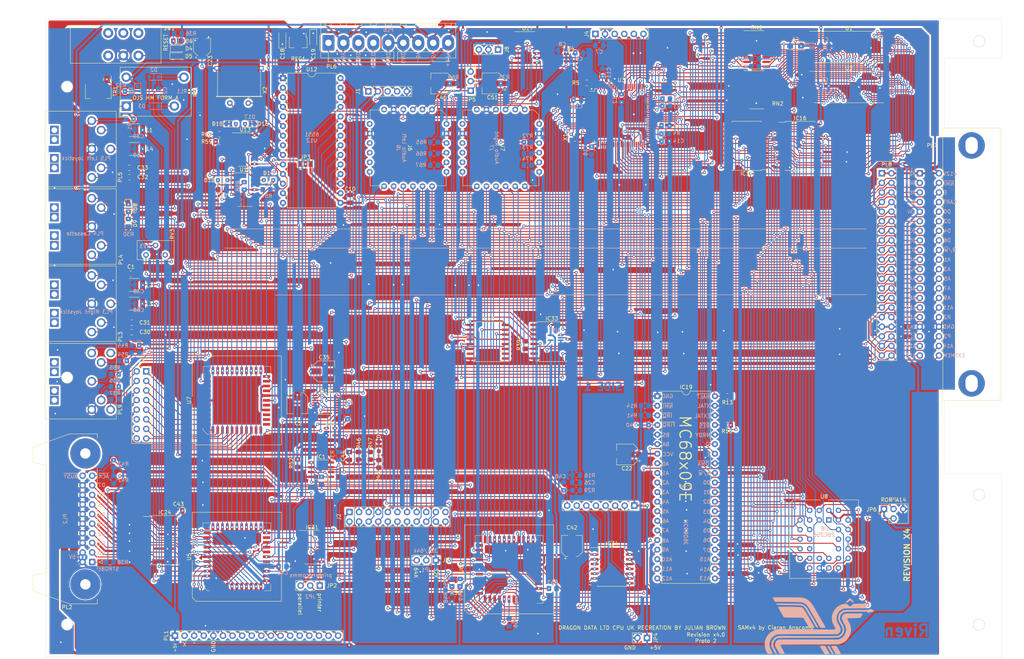
<source format=kicad_pcb>
(kicad_pcb (version 20221018) (generator pcbnew)
  (title_block (title "Dragon 256 CPU Mainboard") (date "2024-01-07") (rev "x4.0 proto 2") (company "Dragon Data") (comment 1 "Revised and Modified by Julian Brown") (comment 2 "SAMx4 by Ciaran Anscomb"))
  (layers (0 "F.Cu" signal) (31 "B.Cu" signal) (34 "B.Paste" user) (35 "F.Paste" user) (36 "B.SilkS" user "B.Silkscreen") (37 "F.SilkS" user "F.Silkscreen") (38 "B.Mask" user) (39 "F.Mask" user) (44 "Edge.Cuts" user))
  (net 0 "")
  (net 1 "GND")
  (net 2 "/PIA1/Joystick +V")
  (net 3 "Net-(D4-K)")
  (net 4 "~{ROM}")
  (net 5 "+3V3")
  (net 6 "~{RES}")
  (net 7 "MIC")
  (net 8 "MOTOR2")
  (net 9 "MOTOR1")
  (net 10 "X0")
  (net 11 "X1")
  (net 12 "X2")
  (net 13 "X3")
  (net 14 "CASS")
  (net 15 "Net-(C35-Pad2)")
  (net 16 "PA1")
  (net 17 "PA0")
  (net 18 "BIAS")
  (net 19 "~{R}{slash}W")
  (net 20 "6bit D{slash}A")
  (net 21 "~{RAS0}")
  (net 22 "+12V")
  (net 25 "VCLK")
  (net 26 "D7")
  (net 27 "~{WE}")
  (net 28 "Z0")
  (net 29 "Z2")
  (net 30 "Z1")
  (net 31 "Z5")
  (net 32 "Z4")
  (net 33 "Z3")
  (net 34 "Z6")
  (net 35 "DO7")
  (net 36 "~{CAS}")
  (net 37 "D6")
  (net 38 "DO6")
  (net 39 "D5")
  (net 40 "DO5")
  (net 41 "D4")
  (net 42 "DO4")
  (net 43 "D3")
  (net 44 "DO3")
  (net 45 "D2")
  (net 46 "DO2")
  (net 47 "D1")
  (net 48 "DO1")
  (net 49 "D0")
  (net 50 "DO0")
  (net 51 "/SAM/TCK")
  (net 52 "Net-(D1-A)")
  (net 53 "Net-(D2-A)")
  (net 54 "Net-(D7-K)")
  (net 55 "~{FS}")
  (net 56 "DA0")
  (net 57 "GM2")
  (net 58 "GM1")
  (net 59 "GM0")
  (net 60 "~{A}{slash}G")
  (net 61 "CSS")
  (net 62 "A11")
  (net 63 "A10")
  (net 64 "A9")
  (net 65 "A8")
  (net 66 "~{NHS}")
  (net 67 "E")
  (net 68 "Q")
  (net 69 "R{slash}~{W}")
  (net 70 "A0")
  (net 71 "A1")
  (net 72 "A2")
  (net 73 "A3")
  (net 74 "A4")
  (net 75 "A5")
  (net 76 "A6")
  (net 77 "A7")
  (net 78 "S2")
  (net 79 "S1")
  (net 80 "S0")
  (net 81 "Z7")
  (net 82 "A15")
  (net 83 "A14")
  (net 84 "A13")
  (net 85 "A12")
  (net 86 "D.Out")
  (net 87 "~{E17}")
  (net 88 "~{E18}")
  (net 89 "~{NMI}")
  (net 90 "~{IRQ}")
  (net 91 "~{FIRQ}")
  (net 92 "~{HALT}")
  (net 93 "AD1")
  (net 94 "AD2")
  (net 95 "ESND")
  (net 96 "/SAM/TDI1")
  (net 97 "/SAM/TDI0")
  (net 98 "/SAM/TMS")
  (net 99 "Net-(U3-P71)")
  (net 100 "Net-(U3-P68)")
  (net 101 "Net-(U3-P53)")
  (net 102 "Net-(U3-I{slash}O{slash}GTS3)")
  (net 103 "Net-(U3-P85)")
  (net 104 "Net-(U3-P89)")
  (net 105 "Net-(U3-P94)")
  (net 106 "Net-(IC1B-+)")
  (net 107 "PB7")
  (net 108 "PP6")
  (net 109 "PB5")
  (net 110 "PP4")
  (net 111 "PB3")
  (net 112 "PP2")
  (net 113 "PB1")
  (net 114 "PP0")
  (net 115 "PB0")
  (net 116 "PP1")
  (net 117 "PB2")
  (net 118 "PP3")
  (net 119 "PB4")
  (net 120 "PP5")
  (net 121 "PB6")
  (net 122 "PP7")
  (net 123 "PC0")
  (net 124 "PA2")
  (net 125 "PA3")
  (net 126 "PA4")
  (net 127 "PA5")
  (net 128 "PA6")
  (net 129 "PA7")
  (net 130 "P0")
  (net 131 "Net-(U10-X)")
  (net 132 "/PIA1/J{slash}S L F1")
  (net 133 "STROBE")
  (net 134 "Net-(JP1-B)")
  (net 135 "Net-(JP2-A)")
  (net 136 "+5V")
  (net 137 "Net-(IC33-E1)")
  (net 138 "EXTMEN")
  (net 139 "P2")
  (net 140 "P1")
  (net 141 "R2")
  (net 142 "~{BUSY}")
  (net 143 "CART")
  (net 144 "CB2")
  (net 145 "MOTOR")
  (net 146 "~{ACK}")
  (net 147 "-5V")
  (net 148 "/PIA1/J{slash}S R F1")
  (net 149 "/PIA1/J{slash}S R F2")
  (net 150 "EAR")
  (net 151 "Net-(IC33-E2)")
  (net 155 "VID OUT")
  (net 156 "/PIA1/J{slash}S L F2")
  (net 157 "Net-(TR1-B)")
  (net 163 "PIADAC1")
  (net 164 "PIADAC2")
  (net 165 "PIADAC4")
  (net 166 "PIADAC5")
  (net 167 "PIADAC3")
  (net 168 "PIADAC0")
  (net 169 "Net-(U3-P65)")
  (net 170 "Net-(U3-P67)")
  (net 171 "Net-(U3-P70)")
  (net 172 "Z8")
  (net 173 "Z9")
  (net 174 "Net-(U3-P35)")
  (net 175 "Net-(U3-P72)")
  (net 176 "Net-(U3-P56)")
  (net 177 "Net-(U3-P49)")
  (net 178 "Z10")
  (net 179 "Net-(U3-P36)")
  (net 180 "Z11")
  (net 181 "Net-(U3-P37)")
  (net 182 "Z12")
  (net 183 "MEM-SIZE")
  (net 184 "Net-(U3-P39)")
  (net 185 "P1b")
  (net 186 "P1h")
  (net 187 "P1g")
  (net 188 "P1f")
  (net 189 "P1e")
  (net 190 "P1d")
  (net 191 "P1c")
  (net 192 "P1a")
  (net 194 "DC0")
  (net 195 "Alpha")
  (net 196 "DC1")
  (net 197 "Inverse")
  (net 198 "DC2")
  (net 199 "~{SelInv}")
  (net 200 "DC3")
  (net 201 "RClk")
  (net 202 "DC4")
  (net 203 "RC")
  (net 204 "DC5")
  (net 206 "DC6")
  (net 208 "DC7")
  (net 210 "Z13")
  (net 211 "Net-(U3-P40)")
  (net 212 "Z14")
  (net 213 "Net-(U3-P41)")
  (net 214 "Z15")
  (net 215 "Net-(U3-P42)")
  (net 216 "Z16")
  (net 217 "Net-(U3-P43)")
  (net 218 "Z17")
  (net 219 "Net-(U3-P81)")
  (net 222 "/SAM/OSC")
  (net 225 "Net-(JP2-C)")
  (net 226 "Net-(U6-PB1)")
  (net 246 "Net-(JP6-Out)")
  (net 251 "DAC1")
  (net 252 "DAC2")
  (net 253 "DAC4")
  (net 254 "DAC5")
  (net 255 "DAC3")
  (net 256 "DAC0")
  (net 257 "Net-(U10-Y)")
  (net 258 "Net-(IC1A--)")
  (net 259 "Net-(IC1A-+)")
  (net 260 "Net-(D10-K)")
  (net 261 "Net-(D10-A)")
  (net 262 "Net-(D12-K)")
  (net 263 "Net-(D12-A)")
  (net 264 "Net-(D14-A)")
  (net 265 "Net-(D16-A)")
  (net 266 "Net-(PL9-Pad2)")
  (net 267 "Net-(PL9-Pad3)")
  (net 268 "Net-(PL9-Pad4)")
  (net 269 "Net-(PL9-Pad5)")
  (net 270 "Net-(PL9-Pad6)")
  (net 271 "Net-(PL9-Pad7)")
  (net 272 "Net-(U14C-OUT)")
  (net 273 "Net-(U14B-OUT)")
  (net 274 "-12V")
  (net 275 "Net-(U14D-OUT)")
  (net 276 "Net-(U14A-OUT)")
  (net 278 "Net-(U12-1XTAL)")
  (net 279 "Net-(U12-2XTAL)")
  (net 281 "Net-(U12-~{CTS})")
  (net 282 "Net-(U12-TXD)")
  (net 283 "Net-(U12-~{DTR})")
  (net 284 "Net-(U12-RXD)")
  (net 287 "Net-(U14B-IN-)")
  (net 288 "Net-(U14C-IN+)")
  (net 289 "Net-(JP3-A)")
  (net 290 "Net-(JP3-C)")
  (net 291 "OUT_C")
  (net 292 "OUT_A")
  (net 293 "OUT_B")
  (net 294 "Net-(C46-Pad1)")
  (net 295 "OUT_L")
  (net 296 "OUT_F")
  (net 297 "OUT_D")
  (net 298 "OUT_E")
  (net 299 "Net-(C51-Pad1)")
  (net 305 "BDIR0")
  (net 306 "BC10")
  (net 312 "BDIR1")
  (net 313 "BC11")
  (net 314 "OUT_R")
  (net 315 "Net-(J8-Pin_1)")
  (footprint "Resistor_SMD:R_0805_2012Metric_Pad1.20x1.40mm_HandSolder" (layer "F.Cu") (at 120.3198 64.262)
    (fp_text reference "R59")
    (fp_text value "100K")
  )
  (footprint "Diode_SMD:D_SOD-323_HandSoldering" (layer "F.Cu") (at 109.2508 41.5798)
    (fp_text reference "D5")
    (fp_text value "1N914")
  )
  (footprint "Resistor_SMD:R_0805_2012Metric_Pad1.20x1.40mm_HandSolder" (layer "F.Cu") (at 201.2442 118.1354 90)
    (fp_text reference "R39")
    (fp_text value "4K7")
  )
  (footprint "Dragon:DIN-7_DELTRON_671-0701_Horizontal" (layer "F.Cu") (at 86.5318 135.2328)
    (fp_text reference "PL9")
    (fp_text value "Serial")
  )
  (footprint "Capacitor_SMD:C_0805_2012Metric_Pad1.18x1.45mm_HandSolder" (layer "F.Cu") (at 96.4692 71.2216 180)
    (fp_text reference "C33")
    (fp_text value "22nF")
  )
  (footprint "Capacitor_SMD:C_0805_2012Metric_Pad1.18x1.45mm_HandSolder" (layer "F.Cu") (at 97.1296 112.1918 180)
    (fp_text reference "C31")
    (fp_text value "22nF")
  )
  (footprint "Inductor_SMD:L_1812_4532Metric_Pad1.30x3.40mm_HandSolder" (layer "F.Cu") (at 97.7782 61.1886 180)
    (fp_text reference "L1")
    (fp_text value "3.3uH")
  )
  (footprint "Jumper:SolderJumper-3_P1.3mm_Open_Pad1.0x1.5mm" (layer "F.Cu") (at 143.1036 70.1647)
    (fp_text reference "JP3")
    (fp_text value "Serial")
  )
  (footprint "Resistor_SMD:R_0805_2012Metric_Pad1.20x1.40mm_HandSolder" (layer "F.Cu") (at 141.0208 149.4188 90)
    (fp_text reference "R52")
    (fp_text value "56K")
  )
  (footprint "Capacitor_SMD:CP_Elec_5x5.3" (layer "F.Cu") (at 213.614 171.323 90)
    (fp_text reference "C42")
    (fp_text value "10uF")
  )
  (footprint "Package_LCC:PLCC-44_SMD-Socket" (layer "F.Cu") (at 196.977 177.546 90)
    (fp_text reference "U6")
    (fp_text value "W65C21")
  )
  (footprint "Connector_PinHeader_2.54mm:PinHeader_1x03_P2.54mm_Vertical" (layer "F.Cu") (at 177.6072 175.133 -90)
    (fp_text reference "JP1")
    (fp_text value "32k/64k")
  )
  (footprint "Package_SO:SOIC-14_3.9x8.7mm_P1.27mm" (layer "F.Cu") (at 144.8562 171.6786)
    (fp_text reference "IC31")
    (fp_text value "74ACT02")
  )
  (footprint "Capacitor_SMD:C_0805_2012Metric_Pad1.18x1.45mm_HandSolder" (layer "F.Cu") (at 109.1653 37.6174)
    (fp_text reference "C4")
    (fp_text value "0.1uF")
  )
  (footprint "Package_SO:TSOP-I-32_18.4x8mm_P0.5mm" (layer "F.Cu") (at 286.9083 49.8094)
    (fp_text reference "U2")
    (fp_text value "AS6C1008-55TIN")
  )
  (footprint "Connector_PinHeader_2.54mm:PinHeader_1x03_P2.54mm_Vertical" (layer "F.Cu") (at 194.056 39.878 -90)
    (fp_text reference "J8")
    (fp_text value "Stereo")
  )
  (footprint "Connector_PinHeader_2.54mm:PinHeader_1x06_P2.54mm_Vertical" (layer "F.Cu") (at 219.837 35.7378 90)
    (fp_text reference "J4")
    (fp_text value "JTAG")
  )
  (footprint "Dragon:Edge_2x20_P2.54mm_OvalMP" (layer "F.Cu") (at 305.6636 72.644)
    (fp_text reference "PL7")
    (fp_text value "EDAC 392-040-558-201")
  )
  (footprint "Dragon:AY-QTHT" (layer "F.Cu") (at 194.7926 65.913 -90)
    (fp_text reference "J7")
    (fp_text value "Audio Right")
  )
  (footprint "Inductor_SMD:L_1812_4532Metric_Pad1.30x3.40mm_HandSolder" (layer "F.Cu") (at 97.7782 66.1924 180)
    (fp_text reference "L4")
    (fp_text value "3.3uH")
  )
  (footprint "Crystal:Crystal_HC18-U_Horizontal_1EP_style2" (layer "F.Cu") (at 127.9652 54.0512 180)
    (fp_text reference "X2")
    (fp_text value "1.8432MHz")
  )
  (footprint "Resistor_SMD:R_0805_2012Metric_Pad1.20x1.40mm_HandSolder" (layer "F.Cu") (at 162.5346 149.606 -90)
    (fp_text reference "R45")
    (fp_text value "6K8")
  )
  (footprint "Diode_SMD:D_SOD-323_HandSoldering" (layer "F.Cu") (at 133.3192 74.4474)
    (fp_text reference "D10")
    (fp_text value "1N914")
  )
  (footprint "Package_SO:SOIC-16W_7.5x10.3mm_P1.27mm" (layer "F.Cu") (at 191.4162 117.2464)
    (fp_text reference "IC10")
    (fp_text value "74ACT138")
  )
  (footprint "Package_SO:SOIC-16_3.9x9.9mm_P1.27mm" (layer "F.Cu") (at 262.5202 50.5206)
    (fp_text reference "RN2")
    (fp_text value "22R")
  )
  (footprint "Capacitor_SMD:CP_Elec_5x5.3" (layer "F.Cu") (at 148.0566 125.095)
    (fp_text reference "C35")
    (fp_text value "10uF")
  )
  (footprint "Package_SO:SOIC-14_3.9x8.7mm_P1.27mm" (layer "F.Cu") (at 127.1382 66.3702)
    (fp_text reference "U13")
    (fp_text value "4069")
  )
  (footprint "Resistor_SMD:R_0805_2012Metric_Pad1.20x1.40mm_HandSolder" (layer "F.Cu") (at 254.762 131.6786 180)
    (fp_text reference "R13")
    (fp_text value "4K7")
  )
  (footprint "Capacitor_SMD:CP_Elec_5x3" (layer "F.Cu") (at 179.0446 48.8696 180)
    (fp_text reference "C46")
    (fp_text value "10uF")
  )
  (footprint "Package_SO:SOIC-14_3.9x8.7mm_P1.27mm" (layer "F.Cu") (at 127.1412 76.9874)
    (fp_text reference "U14")
    (fp_text value "LM348DR")
  )
  (footprint "Package_SO:SO-14_3.9x8.65mm_P1.27mm" (layer "F.Cu") (at 201.8904 39.5732)
    (fp_text reference "U17")
    (fp_text value "74LS08")
  )
  (footprint "Dragon:OJS HM 10A Relay" (layer "F.Cu") (at 103.471481 51.043285)
    (fp_text reference "RL1")
    (fp_text value "OJS HM FORM A")
  )
  (footprint "Connector_PinHeader_2.54mm:PinHeader_1x18_P2.54mm_Vertical" (layer "F.Cu") (at 108.5596 195.0974 90)
    (fp_text reference "PL1")
    (fp_text value "Conn_01x18_Pin")
  )
  (footprint "Package_LCC:PLCC-32_THT-Socket" (layer "F.Cu") (at 281.6098 164.465)
    (fp_text reference "U8")
    (fp_text value "28C256")
  )
  (footprint "Package_SO:TSSOP-16_4.4x5mm_P0.65mm" (layer "F.Cu") (at 148.463 133.7564)
    (fp_text reference "U10")
    (fp_text value "4052")
  )
  (footprint "Dragon:DIN-6_DELTRON_671-0601_Horizontal" (layer "F.Cu") (at 86.5328 114.688)
    (fp_text reference "PL3")
    (fp_text value "DIN-6 J/S R" hide)
  )
  (footprint "Capacitor_SMD:C_0805_2012Metric_Pad1.18x1.45mm_HandSolder" (layer "F.Cu") (at 154.7114 147.5232 90)
    (fp_text reference "C44")
    (fp_text value "22nF")
  )
  (footprint "Diode_SMD:D_SOD-323_HandSoldering" (layer "F.Cu") (at 96.1898 85.9536 -90)
    (fp_text reference "D9")
    (fp_text value "1N914")
  )
  (footprint "Package_SO:SOIC-16W_7.5x10.3mm_P1.27mm" (layer "F.Cu") (at 224.2566 176.784)
    (fp_text reference "IC34")
    (fp_text value "CD4050BDR")
  )
  (footprint "Diode_SMD:D_SOD-323_HandSoldering" (layer "F.Cu") (at 123.4132 59.5376)
    (fp_text reference "D15")
    (fp_text value "1N914")
  )
  (footprint "Resistor_SMD:R_0805_2012Metric_Pad1.20x1.40mm_HandSolder" (layer "F.Cu") (at 254.635 139.319 180)
    (fp_text reference "R15")
    (fp_text value "100K")
  )
  (footprint "Package_TO_SOT_SMD:SOT-223-3_TabPin2" (layer "F.Cu") (at 88.265 50.927 -90)
    (fp_text reference "TR1")
    (fp_text value "PZT2222A")
  )
  (footprint "Resistor_SMD:R_0805_2012Metric_Pad1.20x1.40mm_HandSolder" (layer "F.Cu") (at 160.2486 147.4724 -90)
    (fp_text reference "R47")
    (fp_text value "8K2")
  )
  (footprint "Connector_PinSocket_2.54mm:PinSocket_1x08_P2.54mm_Vertical" (layer "F.Cu") (at 230.124 160.655 -90)
    (fp_text reference "J5")
    (fp_text value "6-bit DAC")
  )
  (footprint "Capacitor_SMD:C_0805_2012Metric_Pad1.18x1.45mm_HandSolder" (layer "F.Cu") (at 96.52 73.6854 180)
    (fp_text reference "C32")
    (fp_text value "22nF")
  )
  (footprint "Oscillator:Oscillator_SMD_ECS_2520MV-xxx-xx-4Pin_2.5x2.0mm" (layer "F.Cu") (at 214.376 63.0428 90)
    (fp_text reference "X1")
    (fp_text value "14.31818MHz")
  )
  (footprint "Connector_PinHeader_2.54mm:PinHeader_2x20_P2.54mm_Vertical" (layer "F.Cu") (at 295.6306 72.644)
    (fp_text reference "PL8")
    (fp_text value "EDAC 392-040-558-201")
  )
  (footprint "Connector_PinHeader_2.54mm:PinHeader_1x03_P2.54mm_Vertical" (layer "F.Cu") (at 146.8882 181.8386 -90)
    (fp_text reference "JP2")
    (fp_text value "printer/comms")
  )
  (footprint "Diode_SMD:D_SOD-323_HandSoldering" (layer "F.Cu") (at 128.3716 59.5376 180)
    (fp_text reference "D16")
    (fp_text value "1N914")
  )
  (footprint "Package_TO_SOT_SMD:SOT-89-3_Handsoldering" (layer "F.Cu") (at 141.1732 38.0492 -90)
    (fp_text reference "REG1")
    (fp_text value "LM79L05_TO92")
  )
  (footprint "Diode_SMD:D_SOD-323_HandSoldering" (layer "F.Cu") (at 162.5092 144.9832 90)
    (fp_text reference "D7")
    (fp_text value "1N914")
  )
  (footprint "Dragon:Button_AlpsAlpine_SPUN190900" (layer "F.Cu") (at 90.8867 35.481 90)
    (fp_text reference "SW1")
    (fp_text value "RESET")
  )
  (footprint "Diode_SMD:D_SOD-323_HandSoldering" (layer "F.Cu") (at 109.3524 39.624)
    (fp_text reference "D4")
    (fp_text value "1N914")
  )
  (footprint "Diode_SMD:D_SOD-323_HandSoldering" (layer "F.Cu") (at 96.2152 81.534 -90)
    (fp_text reference "D8")
    (fp_text value "1N914")
  )
  (footprint "Capacitor_Tantalum_SMD:CP_EIA-3216-18_Kemet-A_Pad1.58x1.35mm_HandSolder" (layer "F.Cu") (at 145.161 37.0332 -90)
    (fp_text reference "C19")
    (fp_text value "1u")
  )
  (footprint "Capacitor_SMD:C_0805_2012Metric_Pad1.18x1.45mm_HandSolder" (layer "F.Cu") (at 97.1296 114.7064 180)
    (fp_text reference "C30")
    (fp_text value "22nF")
  )
  (footprint "Capacitor_SMD:C_0805_2012Metric_Pad1.18x1.45mm_HandSolder" (layer "F.Cu") (at 154.9146 79.4004 90)
    (fp_text reference "C10")
    (fp_text value "100n")
  )
  (footprint "Capacitor_SMD:CP_Elec_4x4.5" (layer "F.Cu") (at 115.7224 39.2142 90)
    (fp_text reference "C23")
    (fp_text value "1uF")
  )
  (footprint "Diode_SMD:D_SOD-323_HandSoldering" (layer "F.Cu") (at 121.178 74.4474)
    (fp_text reference "D12")
    (fp_text value "1N914")
  )
  (footprint "Connector_PinHeader_2.54mm:PinHeader_1x03_P2.54mm_Vertical" (layer "F.Cu") (at 186.817 50.785 180)
    (fp_text reference "JP5")
    (fp_text value "Jumper_3_Open")
  )
  (footprint "Capacitor_SMD:CP_Elec_5x5.3" (layer "F.Cu") (at 140.9446 133.5532 -90)
    (fp_text reference "C2")
    (fp_text value "10uF")
  )
  (footprint "Package_LCC:PLCC-44_SMD-Socket" (layer "F.Cu") (at 124.9426 174.2071 90)
    (fp_text reference "U5")
    (fp_text value "W65C21")
  )
  (footprint "Resistor_SMD:R_0805_2012Metric_Pad1.20x1.40mm_HandSolder" (layer "F.Cu") (at 217.551 48.6918 180)
    (fp_text reference "R5")
    (fp_text value "100R")
  )
  (footprint "Capacitor_SMD:C_0805_2012Metric_Pad1.18x1.45mm_HandSolder" (layer "F.Cu") (at 109.4586 162.0112 180)
    (fp_text reference "C43")
    (fp_text value "0.01uF")
  )
  (footprint "Capacitor_SMD:C_0805_2012Metric_Pad1.18x1.45mm_HandSolder" (layer "F.Cu") (at 96.8502 99.2378 180)
    (fp_text reference "C1")
    (fp_text value "0.01uF")
  )
  (footprint "Resistor_SMD:R_0805_2012Metric_Pad1.20x1.40mm_HandSolder" (layer "F.Cu") (at 182.88 182.1065)
    (fp_text reference "R50")
    (fp_text value "56K")
  )
  (footprint "Capacitor_Tantalum_SMD:CP_EIA-3216-18_Kemet-A_Pad1.58x1.35mm_HandSolder" (layer "F.Cu") (at 136.9822 37.0078 90)
    (fp_text reference "C18")
    (fp_text value "1u")
  )
  (footprint "Package_LCC:PLCC-44_SMD-Socket" (layer "F.Cu") (at 124.9426 132.7912 90)
    (fp_text reference "U7")
    (fp_text value "W65C21")
  )
  (footprint "Package_QFP:TQFP-100_14x14mm_P0.5mm" (layer "F.Cu") (at 226.695 57.3278)
    (fp_text reference "U3")
    (fp_text value "XC95144XL-TQ100")
  )
  (footprint "Connector_PinHeader_2.54mm:PinHeader_1x02_P2.54mm_Vertical" (layer "F.Cu") (at 233.4818 195.707 -90)
    (fp_text reference "JP4")
    (fp_text value "5vPower")
  )
  (footprint "Package_TO_SOT_SMD:SOT-23-5" (layer "F.Cu") (at 149.7584 141.1224)
    (fp_text reference "U11")
    (fp_text value "TS5A3166DBVR")
  )
  (footprint "Dragon:DIN-6_DELTRON_671-0601_Horizontal" (layer "F.Cu") (at 86.5328 73.7054)
    (fp_text reference "PL5")
    (fp_text value "DIN-6 J/S L" hide)
  )
  (footprint "Package_SO:SOP-8_3.9x4.9mm_P1.27mm" (layer "F.Cu") (at 147.2184 151.13)
    (fp_text reference "IC1")
    (fp_text value "LM393DR")
  )
  (footprint "Package_SO:SOIC-20W_7.5x12.8mm_P1.27mm" (layer "F.Cu") (at 273.9898 65.405)
    (fp_text reference "IC16")
    (fp_text value "74ACT244N")
  )
  (footprint "Inductor_SMD:L_1812_4532Metric_Pad1.30x3.40mm_HandSolder" (layer "F.Cu") (at 97.7782 107.188 180)
    (fp_text reference "L3")
    (fp_text value "3.3uH")
  )
  (footprint "Dragon:Jumper_4" (layer "F.Cu") (at 298.8484 162.538 90)
    (fp_text reference "JP6")
    (fp_text value "ROM A14")
  )
  (footprint "Capacitor_SMD:CP_Elec_5x5.3" (layer "F.Cu") (at 228.1788 147.1218 180)
    (fp_text reference "C22")
    (fp_text value "100uF")
  )
  (footprint "Dragon:AY-QTHT" (layer "F.Cu") (at 170.2562 65.913 -90)
    (fp_text reference "J6")
    (fp_text value "Audio Left")
  )
  (footprint "Package_SO:SOIC-20W_7.5x12.8mm_P1.27mm" (layer "F.Cu") (at 259.8638 65.3796 180)
    (fp_text reference "IC11")
    (fp_text value "74ACT244N")
  )
  (footprint "Package_TO_SOT_SMD:SOT-23-5" (layer "F.Cu") (at 213.2838 42.0116)
    (fp_text reference "U4")
    (fp_text value "TPS7A2433DBVR")
  )
  (footprint "Connector_PinSocket_2.54mm:PinSocket_1x05_P2.54mm_Vertical" (layer "F.Cu") (at 159.7406 50.9524 90)
    (fp_text reference "J1")
    (fp_text value "Video Output Female")
  )
  (footprint "Package_SO:SOIC-16W_7.5x10.3mm_P1.27mm" (layer "F.Cu") (at 208.28 117.221)
    (fp_text reference "IC33")
    (fp_text value "74ACT138N")
  )
  (footprint "Capacitor_SMD:C_0805_2012Metric_Pad1.18x1.45mm_HandSolder" (layer "F.Cu") (at 121.0564 76.9874 180)
    (fp_text reference "C17")
    (fp_text value "100n")
  )
  (footprint "Resistor_SMD:R_0805_2012Metric_Pad1.20x1.40mm_HandSolder" (layer "F.Cu") (at 157.0736 147.4724 90)
    (fp_text reference "R46")
    (fp_text value "220R")
  )
  (footprint "Potentiometer_THT:Potentiometer_Bourns_3386X_Horizontal" (layer "F.Cu") (at 100.8888 94.2594 90)
    (fp_text reference "RV3")
    (fp_text value "470R")
  )
  (footprint "Inductor_SMD:L_1812_4532Metric_Pad1.30x3.40mm_HandSolder" (layer "F.Cu") (at 97.7782 102.2096 180)
    (fp_text reference "L2")
    (fp_text value "3.3uH")
  )
  (footprint "Package_SO:TSOP-I-32_18.4x8mm_P0.5mm" (layer "F.Cu") (at 286.9083 39.1948)
    (fp_text reference "U1")
    (fp_text value "AS6C1008-TIN")
  )
  (footprint "Resistor_SMD:R_0805_2012Metric_Pad1.20x1.40mm_HandSolder" (layer "F.Cu") (at 120.3198 62.3062)
    (fp_text reference "R60")
    (fp_text value "100K")
  )
  (footprint "Capacitor_SMD:CP_Elec_5x3" (layer "F.Cu") (at 192.5828 48.8442 180)
    (fp_text reference "C51")
    (fp_text value "10uF")
  )
  (footprint "Package_DIP:DIP-28_W15.24mm" (layer "F.Cu") (at 137.1346 47.4472)
    (fp_text reference "U12")
    (fp_text value "6551")
  )
  (footprint "Connector_Molex:Molex_KK-396_A-41791-0009_1x09_P3.96mm_Vertical" (layer "F.Cu") (at 149.179 38.1)
    (fp_text reference "PL6")
    (fp_text value "Conn_01x09_Male" hide)
  )
  (footprint "Connector_IDC:IDC-Header_2x10-1MP_P2.54mm_Latch_Horizontal" (layer "F.Cu") (at 86.6526 175.6026 180)
    (fp_text reference "PL2")
    (fp_text value "Printer" hide)
  )
  (footprint "Package_DIP:DIP-40_W15.24mm" (layer "F.Cu") (at 236.215 131.6786)
    (fp_text reference "IC19")
    (fp_text value "MC6809E")
  )
  (footprint "Connector_PinSocket_2.54mm:PinSocket_2x11_P2.54mm_Vertical" (layer "F.Cu") (at 154.7368 162.3568 90)
    (fp_text reference "J2")
    (fp_text value "Board Interconnect Female")
  )
  (footprint "Connector_PinSocket_2.54mm:PinSocket_2x08_P2.54mm_Vertical" (layer "F.Cu") (at 100.965 125.095)
    (fp_text reference "J3")
    (fp_text value "Conn_02x08_Odd_Even")
  )
  (footprint "Package_SO:SOIC-20W_7.5x12.8mm_P1.27mm" (layer "F.Cu") (at 105.8536 169.809)
    (fp_text reference "IC24")
    (fp_text value "74ACT244N")
  )
  (footprint "Package_SO:SOIC-16_3.9x9.9mm_P1.27mm" (layer "F.Cu") (at 262.5232 39.9542)
    (fp_text reference "RN1")
    (fp_text value "22R")
  )
  (footprint "Dragon:DIN-5_DELTRON_671-0501_45deg_Horizontal" (layer "F.Cu") (at 86.5328 94.2501)
    (fp_text reference "PL4")
    (fp_text value "DIN-5 (180) Cassette" hide)
  )
  (footprint "Capacitor_SMD:C_0805_2012Metric_Pad1.18x1.45mm_HandSolder" (layer "B.Cu") (at 104.2162 51.181 90)
    (fp_text reference "C27")
    (fp_text value "0.1uF")
  )
  (footprint "Resistor_SMD:R_0805_2012Metric_Pad1.20x1.40mm_HandSolder" (layer "B.Cu") (at 181.864 185.0275 90)
    (fp_text reference "R48")
    (fp_text value "15K")
  )
  (footprint "Capacitor_SMD:C_0805_2012Metric_Pad1.18x1.45mm_HandSolder" (layer "B.Cu") (at 211.074 40.132 180)
    (fp_text reference "C8")
    (fp_text value "1u")
  )
  (footprint "Package_TO_SOT_SMD:SOT-353_SC-70-5_Handsoldering" (layer "B.Cu") (at 209.296 116.205 180)
    (fp_text reference "U9")
    (fp_text value "74HCT1G08")
  )
  (footprint "Resistor_SMD:R_0805_2012Metric_Pad1.20x1.40mm_HandSolder" (layer "B.Cu") (at 126.873 75.9968 -90)
    (fp_text reference "R58")
    (fp_text value "47K")
  )
  (footprint "Capacitor_SMD:C_0805_2012Metric_Pad1.18x1.45mm_HandSolder" (layer "B.Cu") (at 137.0115 176.784)
    (fp_text reference "C45")
    (fp_text value "0.01uF")
  )
  (footprint "Capacitor_SMD:C_0805_2012Metric_Pad1.18x1.45mm_HandSolder" (layer "B.Cu") (at 226.695 52.7558 -90)
    (fp_text reference "C12")
    (fp_text value "100n")
  )
  (footprint "Resistor_SMD:R_0805_2012Metric_Pad1.20x1.40mm_HandSolder" (layer "B.Cu") (at 92.6592 129.1844 180)
    (fp_text reference "R35")
    (fp_text value "47R")
  )
  (footprint "Resistor_SMD:R_0805_2012Metric_Pad1.20x1.40mm_HandSolder" (layer "B.Cu") (at 214.75425 152.54575)
    (fp_text reference "R16")
    (fp_text value "33K")
  )
  (footprint "Capacitor_SMD:C_0805_2012Metric_Pad1.18x1.45mm_HandSolder" (layer "B.Cu") (at 98.933 107.1626)
    (fp_text reference "C68")
    (fp_text value "0.01uF")
  )
  (footprint "Resistor_SMD:R_0805_2012Metric_Pad1.20x1.40mm_HandSolder" (layer "B.Cu") (at 238.5408 54.8386 180)
    (fp_text reference "R3")
    (fp_text value "22R")
  )
  (footprint "Resistor_SMD:R_0805_2012Metric_Pad1.20x1.40mm_HandSolder" (layer "B.Cu") (at 94.7928 122.2756)
    (fp_text reference "R54")
    (fp_text value "4K7")
  )
  (footprint "Diode_SMD:D_SOD-323_HandSoldering" (layer "B.Cu") (at 128.3662 59.5376 180)
    (fp_text reference "D17")
    (fp_text value "1N914")
  )
  (footprint "Resistor_SMD:R_0805_2012Metric_Pad1.20x1.40mm_HandSolder" (layer "B.Cu") (at 201.8792 70.485 180)
    (fp_text reference "R74")
    (fp_text value "1K")
  )
  (footprint "Resistor_SMD:R_0805_2012Metric_Pad1.20x1.40mm_HandSolder" (layer "B.Cu") (at 96.5708 58.2422 180)
    (fp_text reference "R1")
    (fp_text value "100R")
  )
  (footprint "Resistor_SMD:R_0805_2012Metric_Pad1.20x1.40mm_HandSolder" (layer "B.Cu") (at 208.534 182.6145 180)
    (fp_text reference "R63")
    (fp_text value "4K7")
  )
  (footprint "Resistor_SMD:R_0805_2012Metric_Pad1.20x1.40mm_HandSolder" (layer "B.Cu") (at 154.2542 136.779 90)
    (fp_text reference "R31")
    (fp_text value "10K")
  )
  (footprint "Capacitor_SMD:C_0805_2012Metric_Pad1.18x1.45mm_HandSolder" (layer "B.Cu") (at 215.011 53.2638)
    (fp_text reference "C13")
    (fp_text value "100n")
  )
  (footprint "Diode_SMD:D_SOD-323_HandSoldering" (layer "B.Cu") (at 109.2962 37.592 180)
    (fp_text reference "D6")
    (fp_text value "1N914")
  )
  (footprint "Capacitor_SMD:C_0805_2012Metric_Pad1.18x1.45mm_HandSolder" (layer "B.Cu") (at 211.45225 155.59375 -90)
    (fp_text reference "C48")
    (fp_text value "22pF")
  )
  (footprint "Resistor_SMD:R_0805_2012Metric_Pad1.20x1.40mm_HandSolder" (layer "B.Cu") (at 238.5568 52.9336 180)
    (fp_text reference "R2")
    (fp_text value "22R")
  )
  (footprint "Resistor_SMD:R_0805_2012Metric_Pad1.20x1.40mm_HandSolder" (layer "B.Cu") (at 238.3028 62.2046 180)
    (fp_text reference "R4")
    (fp_text value "22R")
  )
  (footprint "Diode_SMD:D_SOD-323_HandSoldering" (layer "B.Cu") (at 121.1526 74.4474 180)
    (fp_text reference "D13")
    (fp_text value "1N914")
  )
  (footprint "LOGO" (layer "B.Cu") (at 279.146 192.4304 180)
    (fp_text reference "G***" hide)
    (fp_text value "LOGO" hide)
  )
  (footprint "Resistor_SMD:R_0805_2012Metric_Pad1.20x1.40mm_HandSolder" (layer "B.Cu") (at 195.7324 48.8442 180)
    (fp_text reference "R75")
    (fp_text value "1K")
  )
  (footprint "Resistor_SMD:R_0805_2012Metric_Pad1.20x1.40mm_HandSolder" (layer "B.Cu") (at 181.864 181.0905 90)
    (fp_text reference "R51")
    (fp_text value "1M5")
  )
  (footprint "Resistor_SMD:R_0805_2012Metric_Pad1.20x1.40mm_HandSolder" (layer "B.Cu") (at 92.329 149.606 90)
    (fp_text reference "R43")
    (fp_text value "10K")
  )
  (footprint "Capacitor_SMD:C_0805_2012Metric_Pad1.18x1.45mm_HandSolder" (layer "B.Cu") (at 238.379 64.1858)
    (fp_text reference "C14")
    (fp_text value "100n")
  )
  (footprint "Resistor_SMD:R_0805_2012Metric_Pad1.20x1.40mm_HandSolder" (layer "B.Cu") (at 201.8792 67.437 180)
    (fp_text reference "R73")
    (fp_text value "1K")
  )
  (footprint "Resistor_SMD:R_0805_2012Metric_Pad1.20x1.40mm_HandSolder" (layer "B.Cu") (at 151.9174 147.447 -90)
    (fp_text reference "R34")
    (fp_text value "1K")
  )
  (footprint "Resistor_SMD:R_0805_2012Metric_Pad1.20x1.40mm_HandSolder" (layer "B.Cu") (at 147.3454 154.051 90)
    (fp_text reference "R33")
    (fp_text value "10M")
  )
  (footprint "Resistor_SMD:R_0805_2012Metric_Pad1.20x1.40mm_HandSolder" (layer "B.Cu") (at 91.329 175.6156 180)
    (fp_text reference "R38")
    (fp_text value "4K7")
  )
  (footprint "Capacitor_SMD:C_0805_2012Metric_Pad1.18x1.45mm_HandSolder" (layer "B.Cu") (at 221.742 46.0248 90)
    (fp_text reference "C11")
    (fp_text value "100n")
  )
  (footprint "Resistor_SMD:R_0805_2012Metric_Pad1.20x1.40mm_HandSolder" (layer "B.Cu") (at 98.0788 118.2116)
    (fp_text reference "R44")
    (fp_text value "4K7")
  )
  (footprint "Diode_SMD:D_SOD-323_HandSoldering" (layer "B.Cu") (at 98.679 50.8508 -90)
    (fp_text reference "D1")
    (fp_text value "1N914")
  )
  (footprint "Diode_SMD:D_SOD-323_HandSoldering" (layer "B.Cu") (at 123.4132 59.5376)
    (fp_text reference "D14")
    (fp_text value "1N914")
  )
  (footprint "Capacitor_Tantalum_SMD:CP_EIA-3216-18_Kemet-A_Pad1.58x1.35mm_HandSolder" (layer "B.Cu") (at 272.796 38.9476 180)
    (fp_text reference "C6")
    (fp_text value "4.7uF")
  )
  (footprint "Resistor_SMD:R_0805_2012Metric_Pad1.20x1.40mm_HandSolder" (layer "B.Cu") (at 232.8926 134.2136 180)
    (fp_text reference "R14")
    (fp_text value "4K7")
  )
  (footprint "Capacitor_SMD:C_0805_2012Metric_Pad1.18x1.45mm_HandSolder" (layer "B.Cu") (at 98.9584 102.235)
    (fp_text reference "C38")
    (fp_text value "0.01uF")
  )
  (footprint "Resistor_SMD:R_0805_2012Metric_Pad1.20x1.40mm_HandSolder" (layer "B.Cu") (at 94.2848 50.9778 180)
    (fp_text reference "R32")
    (fp_text value "4K7")
  )
  (footprint "Capacitor_SMD:C_0805_2012Metric_Pad1.18x1.45mm_HandSolder" (layer "B.Cu") (at 214.75425 154.57775)
    (fp_text reference "C26")
    (fp_text value "2.2nF")
  )
  (footprint "Capacitor_SMD:C_0805_2012Metric_Pad1.18x1.45mm_HandSolder" (layer "B.Cu") (at 220.853 38.7858)
    (fp_text reference "C7")
    (fp_text value "100n")
  )
  (footprint "Resistor_SMD:R_0805_2012Metric_Pad1.20x1.40mm_HandSolder" (layer "B.Cu") (at 96.191522 85.7504 90)
    (fp_text reference "R30")
    (fp_text value "4K7")
  )
  (footprint "Resistor_SMD:R_0805_2012Metric_Pad1.20x1.40mm_HandSolder" (layer "B.Cu") (at 92.329 153.797 -90)
    (fp_text reference "R42")
    (fp_text value "10K")
  )
  (footprint "Resistor_SMD:R_0805_2012Metric_Pad1.20x1.40mm_HandSolder" (layer "B.Cu") (at 132.8166 76.9874 180)
    (fp_text reference "R57")
    (fp_text value "47K")
  )
  (footprint "Resistor_SMD:R_0805_2012Metric_Pad1.20x1.40mm_HandSolder" (layer "B.Cu") (at 232.8832 139.2936 180)
    (fp_text reference "R40")
    (fp_text value "4K7")
  )
  (footprint "Capacitor_SMD:C_0805_2012Metric_Pad1.18x1.45mm_HandSolder" (layer "B.Cu") (at 218.821 66.5988 -90)
    (fp_text reference "C16")
    (fp_text value "100n")
  )
  (footprint "Capacitor_SMD:C_0805_2012Metric_Pad1.18x1.45mm_HandSolder" (layer "B.Cu") (at 98.9076 66.1416)
    (fp_text reference "C69")
    (fp_text value "0.01uF")
  )
  (footprint "Resistor_SMD:R_0805_2012Metric_Pad1.20x1.40mm_HandSolder" (layer "B.Cu") (at 96.2152 81.8642 90)
    (fp_text reference "R28")
    (fp_text value "4K7")
  )
  (footprint "Resistor_SMD:R_0805_2012Metric_Pad1.20x1.40mm_HandSolder" (layer "B.Cu") (at 177.1142 67.437 180)
    (fp_text reference "R66")
    (fp_text value "1K")
  )
  (footprint "Capacitor_SMD:C_0805_2012Metric_Pad1.18x1.45mm_HandSolder" (layer "B.Cu") (at 280.4922 49.5554 180)
    (fp_text reference "C5")
    (fp_text value "0.1uF")
  )
  (footprint "Resistor_SMD:R_0805_2012Metric_Pad1.20x1.40mm_HandSolder" (layer "B.Cu") (at 262.0866 44.323 180)
    (fp_text reference "R20")
    (fp_text value "22R")
  )
  (footprint "Resistor_SMD:R_0805_2012Metric_Pad1.20x1.40mm_HandSolder" (layer "B.Cu") (at 184.023 181.0905 90)
    (fp_text reference "R49")
    (fp_text value "1K")
  )
  (footprint "Resistor_SMD:R_0805_2012Metric_Pad1.20x1.40mm_HandSolder" (layer "B.Cu") (at 196.977 191.6176 90)
    (fp_text reference "R56")
    (fp_text value "10K")
  )
  (footprint "Resistor_SMD:R_0805_2012Metric_Pad1.20x1.40mm_HandSolder" (layer "B.Cu") (at 177.1142 70.485 180)
    (fp_text reference "R67")
    (fp_text value "1K")
  )
  (footprint "Diode_SMD:D_SOD-323_HandSoldering" (layer "B.Cu") (at 102.9716 47.117 180)
    (fp_text reference "D2")
    (fp_text value "1N914")
  )
  (footprint "Diode_SMD:D_SOD-323_HandSoldering" (layer "B.Cu") (at 133.33 74.4474 180)
    (fp_text reference "D11")
    (fp_text value "1N914")
  )
  (footprint "Capacitor_SMD:C_0805_2012Metric_Pad1.18x1.45mm_HandSolder" (layer "B.Cu") (at 215.519 40.6908)
    (fp_text reference "C9")
    (fp_text value "2u2")
  )
  (footprint "Resistor_SMD:R_0805_2012Metric_Pad1.20x1.40mm_HandSolder" (layer "B.Cu") (at 98.044 120.2436)
    (fp_text reference "R53")
    (fp_text value "4K7")
  )
  (footprint "Capacitor_SMD:C_0805_2012Metric_Pad1.18x1.45mm_HandSolder" (layer "B.Cu") (at 238.3575 59.9948)
    (fp_text reference "C15")
    (fp_text value "100n")
  )
  (footprint "Resistor_SMD:R_0805_2012Metric_Pad1.20x1.40mm_HandSolder" (layer "B.Cu") (at 232.8926 136.7536 180)
    (fp_text reference "R41")
    (fp_text value "4K7")
  )
  (footprint "Resistor_SMD:R_0805_2012Metric_Pad1.20x1.40mm_HandSolder" (layer "B.Cu") (at 214.75425 156.60975 180)
    (fp_text reference "R29")
    (fp_text value "68K")
  )
  (footprint "Diode_SMD:D_SOD-323_HandSoldering" (layer "B.Cu") (at 102.9716 54.864 180)
    (fp_text reference "D3")
    (fp_text value "1N914")
  )
  (footprint "Resistor_SMD:R_0805_2012Metric_Pad1.20x1.40mm_HandSolder" (layer "B.Cu") (at 92.6338 125.857)
    (fp_text reference "R55")
    (fp_text value "4K7")
  )
  (footprint "Resistor_SMD:R_0805_2012Metric_Pad1.20x1.40mm_HandSolder" (layer "B.Cu") (at 201.8792 64.389 180)
    (fp_text reference "R72")
    (fp_text value "1K")
  )
  (footprint "Resistor_SMD:R_0805_2012Metric_Pad1.20x1.40mm_HandSolder" (layer "B.Cu") (at 182.2704 48.8696 180)
    (fp_text reference "R68")
    (fp_text value "1K")
  )
  (footprint "Resistor_SMD:R_0805_2012Metric_Pad1.20x1.40mm_HandSolder" (layer "B.Cu") (at 262.1026 42.3672 180)
    (fp_text reference "R27")
    (fp_text value "22R")
  )
  (footprint "Capacitor_SMD:C_0805_2012Metric_Pad1.18x1.45mm_HandSolder" (layer "B.Cu") (at 280.543 38.9222 180)
    (fp_text reference "C3")
    (fp_text value "0.1uF")
  )
  (footprint "Resistor_SMD:R_0805_2012Metric_Pad1.20x1.40mm_HandSolder" (layer "B.Cu") (at 177.1142 64.389 180)
    (fp_text reference "R65")
    (fp_text value "1K")
  )
  (footprint "Capacitor_SMD:C_0805_2012Metric_Pad1.18x1.45mm_HandSolder" (layer "B.Cu") (at 98.9115 61.1378)
    (fp_text reference "C39")
    (fp_text value "0.01uF")
  )
  (footprint "Resistor_SMD:R_0805_2012Metric_Pad1.20x1.40mm_HandSolder" (layer "B.Cu") (at 109.347 35.5346 180)
    (fp_text reference "R36")
    (fp_text value "100K")
  )
  (footprint "Resistor_SMD:R_0805_2012Metric_Pad1.20x1.40mm_HandSolder" (layer "B.Cu") (at 92.6592 132.5372 180)
    (fp_text reference "R37")
    (fp_text value "47R")
  )
  (gr_line (start 291.465 87.376) (end 121.666 87.376) (stroke (width 0.15)) (layer "B.SilkS"))
  (gr_line (start 291.465 92.456) (end 121.666 92.456) (stroke (width 0.15)) (layer "B.SilkS"))
  (gr_line (start 291.465 104.775) (end 135.128 104.902) (stroke (width 0.15)) (layer "B.SilkS"))
  (gr_circle locked (center 321.377446 37.682117) (end 322.456157 38.760828) (stroke (width 0.1)) (fill none) (layer "Edge.Cuts"))
  (gr_line (start 74.623395 31.697395) (end 327.099395 31.697395) (stroke (width 0.05)) (layer "Edge.Cuts"))
  (gr_arc locked (start 327.099395 152.093395) (mid 327.279 152.16779) (end 327.353395 152.347395) (stroke (width 0.05)) (layer "Edge.Cuts"))
  (gr_arc locked (start 327.353541 41.951527) (mid 327.279148 42.131134) (end 327.099541 42.205527) (stroke (width 0.05)) (layer "Edge.Cuts"))
  (gr_circle locked (center 80.01 192.151) (end 81.088711 193.229711) (stroke (width 0.1)) (fill none) (layer "Edge.Cuts"))
  (gr_arc locked (start 312.367395 152.093395) (mid 312.18779 152.019) (end 312.113395 151.839395) (stroke (width 0.05)) (layer "Edge.Cuts"))
  (gr_line locked (start 312.113395 133.096) (end 312.113395 151.839395) (stroke (width 0.05)) (layer "Edge.Cuts"))
  (gr_circle (center 84.865702 181.523815) (end 85.801092 182.499792) (stroke (width 0.1)) (fill none) (layer "Edge.Cuts"))
  (gr_line locked (start 327.353395 60.833) (end 327.353395 132.461) (stroke (width 0.05)) (layer "Edge.Cuts"))
  (gr_line locked (start 327.353395 152.347395) (end 327.351933 200.506453) (stroke (width 0.05)) (layer "Edge.Cuts"))
  (gr_arc locked (start 312.113395 133.096) (mid 312.187791 132.916396) (end 312.367395 132.842) (stroke (width 0.05)) (layer "Edge.Cuts"))
  (gr_line locked (start 327.353395 31.951395) (end 327.353541 41.951527) (stroke (width 0.05)) (layer "Edge.Cuts"))
  (gr_line locked (start 312.367395 60.579) (end 327.099395 60.579) (stroke (width 0.05)) (layer "Edge.Cuts"))
  (gr_line locked (start 312.114392 42.459456) (end 312.113395 60.325) (stroke (width 0.05)) (layer "Edge.Cuts"))
  (gr_circle locked (center 80.008473 49.707362) (end 81.087184 50.786073) (stroke (width 0.1)) (fill none) (layer "Edge.Cuts"))
  (gr_arc locked (start 327.351933 200.506453) (mid 327.277533 200.686053) (end 327.097933 200.760453) (stroke (width 0.05)) (layer "Edge.Cuts"))
  (gr_circle locked (center 321.350496 157.787817) (end 322.429207 158.866528) (stroke (width 0.1)) (fill none) (layer "Edge.Cuts"))
  (gr_arc locked (start 327.099395 31.697395) (mid 327.279 31.77179) (end 327.353395 31.951395) (stroke (width 0.05)) (layer "Edge.Cuts"))
  (gr_line locked (start 312.367395 152.093395) (end 327.099395 152.093395) (stroke (width 0.05)) (layer "Edge.Cuts"))
  (gr_circle locked (center 321.324992 192.225918) (end 322.403703 193.304629) (stroke (width 0.1)) (fill none) (layer "Edge.Cuts"))
  (gr_line locked (start 327.099395 132.842) (end 312.367395 132.842) (stroke (width 0.05)) (layer "Edge.Cuts"))
  (gr_arc locked (start 327.353395 132.461) (mid 327.297156 132.698674) (end 327.099395 132.842) (stroke (width 0.05)) (layer "Edge.Cuts"))
  (gr_line locked (start 327.099541 42.205527) (end 312.368392 42.205456) (stroke (width 0.05)) (layer "Edge.Cuts"))
  (gr_arc locked (start 327.099395 60.579) (mid 327.279004 60.653391) (end 327.353395 60.833) (stroke (width 0.05)) (layer "Edge.Cuts"))
  (gr_circle (center 319.3796 127.77153) (end 320.905128 127.77153) (stroke (width 0.1)) (fill none) (layer "Edge.Cuts"))
  (gr_arc locked (start 74.369395 31.951395) (mid 74.44379 31.77179) (end 74.623395 31.697395) (stroke (width 0.05)) (layer "Edge.Cuts"))
  (gr_arc locked (start 312.114392 42.459456) (mid 312.188788 42.279852) (end 312.368392 42.205456) (stroke (width 0.05)) (layer "Edge.Cuts"))
  (gr_circle (center 319.3796 65.77) (end 320.905128 65.77) (stroke (width 0.1)) (fill none) (layer "Edge.Cuts"))
  (gr_circle (center 84.827533 146.858785) (end 85.762923 147.834762) (stroke (width 0.1)) (fill none) (layer "Edge.Cuts"))
  (gr_line locked (start 327.097933 200.760453) (end 74.623163 200.734409) (stroke (width 0.05)) (layer "Edge.Cuts"))
  (gr_circle locked (center 80.008473 126.746) (end 81.087184 127.824711) (stroke (width 0.1)) (fill none) (layer "Edge.Cuts"))
  (gr_line locked (start 74.369163 200.480409) (end 74.369395 31.951395) (stroke (width 0.05)) (layer "Edge.Cuts"))
  (gr_arc locked (start 312.367395 60.579) (mid 312.187793 60.504602) (end 312.113395 60.325) (stroke (width 0.05)) (layer "Edge.Cuts"))
  (gr_arc locked (start 74.623163 200.734409) (mid 74.44358 200.659992) (end 74.369163 200.480409) (stroke (width 0.05)) (layer "Edge.Cuts"))
  (gr_text "SIDE 2" (at 304.8508 172.2628 90) (layer "F.Cu") (effects (font (size 1.5 1.5) (thickness 0.3))))
  (gr_text locked "Riven" (at 302.2092 193.7766) (layer "B.Cu") (effects (font (size 3 3) (thickness 0.6)) (justify mirror)))
  (gr_text locked "SIDE 1" (at 221.869 129.159) (layer "B.Cu") (effects (font (size 2 2) (thickness 0.5) bold) (justify mirror)))
  (gr_text "D5" (at 303.657 90.424) (layer "B.SilkS") (effects (font (size 1 1)) (justify mirror)))
  (gr_text "R/~{W}" (at 248.661 152.151) (layer "B.SilkS") (effects (font (size 1 1)) (justify mirror)))
  (gr_text "STROBE" (at 90.932 177.419) (layer "B.SilkS") (effects (font (size 1 1)) (justify mirror)))
  (gr_text "A3" (at 312.928 98.044) (layer "B.SilkS") (effects (font (size 1 1)) (justify mirror)))
  (gr_text "D2" (at 312.928 85.344) (layer "B.SilkS") (effects (font (size 1 1)) (justify mirror)))
  (gr_text "+12V" (at 313.817 72.771) (layer "B.SilkS") (effects (font (size 1 1)) (justify mirror)))
  (gr_text "BA" (at 238.501 144.404) (layer "B.SilkS") (effects (font (size 1 1)) (justify mirror)))
  (gr_text "GND" (at 238.882 131.704) (layer "B.SilkS") (effects (font (size 1 1)) (justify mirror)))
  (gr_text "D4" (at 249.296 164.851) (layer "B.SilkS") (effects (font (size 1 1)) (justify mirror)))
  (gr_text "D0" (at 249.296 154.564) (layer "B.SilkS") (effects (font (size 1 1)) (justify mirror)))
  (gr_text "Q" (at 303.911 80.264) (layer "B.SilkS") (effects (font (size 1 1)) (justify mirror)))
  (gr_text "A6" (at 303.657 103.124) (layer "B.SilkS") (effects (font (size 1 1)) (justify mirror)))
  (gr_text "D0" (at 312.928 82.804) (layer "B.SilkS") (effects (font (size 1 1)) (justify mirror)))
  (gr_text "A13" (at 248.788 179.964) (layer "B.SilkS") (effects (font (size 1 1)) (justify mirror)))
  (gr_text "R/~{W}" (at 313.69 92.964) (layer "B.SilkS") (effects (font (size 1 1)) (justify mirror)))
  (gr_text "D7" (at 89.154 155.194) (layer "B.SilkS") (effects (font (size 1 1)) (justify mirror)))
  (gr_text "~{HALT}" (at 248.407 131.831) (layer "B.SilkS") (effects (font (size 1 1)) (justify mirror)))
  (gr_text "A12" (at 238.755 179.964) (layer "B.SilkS") (effects (font (size 1 1)) (justify mirror)))
  (gr_text "+5V" (at 153.035 42.164 -90) (layer "B.SilkS") (effects (font (size 1 1)) (justify mirror)))
  (gr_text "A0" (at 303.657 95.504) (layer "B.SilkS") (effects (font (size 1 1)) (justify mirror)))
  (gr_text "+12V" (at 180.848 42.545 -90) (layer "B.SilkS") (effects (font (size 1 1)) (justify mirror)))
  (gr_text "~{FIRQ}" (at 239.263 139.324) (layer "B.SilkS") (effects (font (size 1 1)) (justify mirror)))
  (gr_text "XTAL" (at 248.534 134.244) (layer "B.SilkS") (effects (font (size 1 1)) (justify mirror)))
  (gr_text "D7" (at 249.296 172.471) (layer "B.SilkS") (effects (font (size 1 1)) (justify mirror)))
  (gr_text "D0" (at 89.154 173.228) (layer "B.SilkS") (effects (font (size 1 1)) (justify mirror)))
  (gr_text "EXT\nSND" (at 303.4538 115.8494) (layer "B.SilkS") (effects (font (size 0.8 0.8) (thickness 0.1)) (justify mirror)))
  (gr_text "~{ACK}" (at 89.662 152.908) (layer "B.SilkS") (effects (font (size 1 1)) (justify mirror)))
  (gr_text "-5V" (at 172.9232 42.0116 -90) (layer "B.SilkS") (effects (font (size 1 1)) (justify mirror)))
  (gr_text "A11" (at 313.182 108.204) (layer "B.SilkS") (effects (font (size 1 1)) (justify mirror)))
  (gr_text "~{NMI}" (at 239.009 134.371) (layer "B.SilkS") (effects (font (size 1 1)) (justify mirror)))
  (gr_text "~{DMA}" (at 248.407 149.611) (layer "B.SilkS") (effects (font (size 1 1)) (justify mirror)))
  (gr_text "D3" (at 303.657 87.884) (layer "B.SilkS") (effects (font (size 1 1)) (justify mirror)))
  (gr_text "D2" (at 249.296 159.644) (layer "B.SilkS") (effects (font (size 1 1)) (justify mirror)))
  (gr_text "D1" (at 89.154 170.688) (layer "B.SilkS") (effects (font (size 1 1)) (justify mirror)))
  (gr_text "A14" (at 313.182 118.364) (layer "B.SilkS") (effects (font (size 1 1)) (justify mirror)))
  (gr_text "~{IRQ}" (at 238.882 136.911) (layer "B.SilkS") (effects (font (size 1 1)) (justify mirror)))
  (gr_text "A13" (at 303.3268 118.3386) (layer "B.SilkS") (effects (font (size 1 1)) (justify mirror)))
  (gr_text "GND" (at 168.91 42.037 -90) (layer "B.SilkS") (effects (font (size 1 1)) (justify mirror)))
  (gr_text "D5" (at 89.154 160.528) (layer "B.SilkS") (effects (font (size 1 1)) (justify mirror)))
  (gr_text "A0" (at 238.374 149.611) (layer "B.SilkS") (effects (font (size 1 1)) (justify mirror)))
  (gr_text "D7" (at 303.657 92.964) (layer "B.SilkS") (effects (font (size 1 1)) (justify mirror)))
  (gr_text "CART" (at 313.69 80.264) (layer "B.SilkS") (effects (font (size 1 1)) (justify mirror)))
  (gr_text "A2" (at 238.374 154.564) (layer "B.SilkS") (effects (font (size 1 1)) (justify mirror)))
  (gr_text "EXTMEM" (at 314.706 120.904) (layer "B.SilkS") (effects (font (size 1 1)) (justify mirror)))
  (gr_text "R2" (at 312.928 110.744) (layer "B.SilkS") (effects (font (size 1 1)) (justify mirror)))
  (gr_text "D4" (at 312.928 87.884) (layer "B.SilkS") (effects (font (size 1 1)) (justify mirror)))
  (gr_text "D6" (at 89.154 157.734) (layer "B.SilkS") (effects (font (size 1 1)) (justify mirror)))
  (gr_text "A8" (at 303.657 105.664) (layer "B.SilkS") (effects (font (size 1 1)) (justify mirror)))
  (gr_text "SND" (at 157.0228 41.9608 -90) (layer "B.SilkS") (effects (font (size 1 1)) (justify mirror)))
  (gr_text "E" (at 312.42 77.724) (layer "B.SilkS") (effects (font (size 1 1)) (justify mirror)))
  (gr_text "~{RES}" (at 248.661 139.578) (layer "B.SilkS") (effects (font (size 1 1)) (justify mirror)))
  (gr_text "GND" (at 164.973 42.037 -90) (layer "B.SilkS") (effects (font (size 1 1)) (justify mirror)))
  (gr_text "A3" (at 238.374 157.104) (layer "B.SilkS") (effects (font (size 1 1)) (justify mirror)))
  (gr_text "A6" (at 238.374 164.724) (layer "B.SilkS") (effects (font (size 1 1)) (justify mirror)))
  (gr_text "A9" (at 238.374 172.344) (layer "B.SilkS") (effects (font (size 1 1)) (justify mirror)))
  (gr_text "GND" (at 303.4538 113.3856) (layer "B.SilkS") (effects (font (size 0.8 0.8) (thickness 0.12)) (justify mirror)))
  (gr_text "A1" (at 312.928 95.504) (layer "B.SilkS") (effects (font (size 1 1)) (justify mirror)))
  (gr_text "+5V" (at 303.5808 82.8294) (layer "B.SilkS") (effects (font (size 0.8 0.8) (thickness 0.12)) (justify mirror)))
  (gr_text "EXTAL" (at 248.153 136.911) (layer "B.SilkS") (effects (font (size 1 1)) (justify mirror)))
  (gr_text "~{RES}" (at 303.3776 77.8764) (layer "B.SilkS") (effects (font (size 0.8 0.8) (thickness 0.12)) (justify mirror)))
  (gr_text "A10" (at 303.3268 108.2548) (layer "B.SilkS") (effects (font (size 1 1)) (justify mirror)))
  (gr_text "E" (at 249.677 147.071) (layer "B.SilkS") (effects (font (size 1 1)) (justify mirror)))
  (gr_text "Q" (at 249.55 144.404) (layer "B.SilkS") (effects (font (size 1 1)) (justify mirror)))
  (gr_text "~{BUSY}" (at 81.026 152.908) (layer "B.SilkS") (effects (font (size 1 1)) (justify mirror)))
  (gr_text "~{NMI}" (at 313.436 75.438) (layer "B.SilkS") (effects (font (size 1 1)) (justify mirror)))
  (gr_text "A5" (at 238.374 162.184) (layer "B.SilkS") (effects (font (size 1 1)) (justify mirror)))
  (gr_text "A15" (at 303.276 120.9548) (layer "B.SilkS") (effects (font (size 1 1)) (justify mirror)))
  (gr_text "D3" (at 249.296 162.311) (layer "B.SilkS") (effects (font (size 1 1)) (justify mirror)))
  (gr_text "A8" (at 238.374 169.931) (layer "B.SilkS") (effects (font (size 1 1)) (justify mirror)))
  (gr_text "D6" (at 312.928 90.424) (layer "B.SilkS") (effects (font (size 1 1)) (justify mirror)))
  (gr_text "P2" (at 312.928 115.824) (layer "B.SilkS") (effects (font (size 1 1)) (justify mirror)))
  (gr_text "A10" (at 238.755 174.884) (layer "B.SilkS") (effects (font (size 1 1)) (justify mirror)))
  (gr_text "D1" (at 303.657 85.344) (layer "B.SilkS") (effects (font (size 1 1)) (justify mirror)))
  (gr_text "A7" (at 238.374 167.264) (layer "B.SilkS") (effects (font (size 1 1)) (justify mirror)))
  (gr_text "+5V" (at 176.9364 41.9608 -90) (layer "B.SilkS") (effects (font (size 1 1)) (justify mirror)))
  (gr_text "A4" (at 303.657 100.584) (layer "B.SilkS") (effects (font (size 1 1)) (justify mirror)))
  (gr_text "D2" (at 89.154 168.148) (layer "B.SilkS") (effects (font (size 1 1)) (justify mirror)))
  (gr_text "D3" (at 89.154 165.608) (layer "B.SilkS") (effects (font (size 1 1)) (justify mirror)))
  (gr_text "+5V" (at 82.042 174.244) (layer "B.SilkS") (effects (font (size 1 1)) (justify mirror)))
  (gr_text "GND" (at 313.309 113.284) (layer "B.SilkS") (effects (font (size 1 1)) (justify mirror)))
  (gr_text "BS" (at 238.501 141.991) (layer "B.SilkS") (effects (font (size 1 1)) (justify mirror)))
  (gr_text "A11" (at 238.755 177.424) (layer "B.SilkS") (effects (font (size 1 1)) (justify mirror)))
  (gr_text "A2" (at 303.657 98.044) (layer "B.SilkS") (effects (font (size 1 1)) (justify mirror)))
  (gr_text "A4" (at 238.374 159.644) (layer "B.SilkS") (effects (font (size 1 1)) (justify mirror)))
  (gr_text "MRDY" (at 248.28 141.991) (layer "B.SilkS") (effects (font (size 1 1)) (justify mirror)))
  (gr_text "A14" (at 248.788 177.551) (layer "B.SilkS") (effects (font (size 1 1)) (justify mirror)))
  (gr_text "A1" (at 238.374 152.024) (layer "B.SilkS") (effects (font (size 1 1)) (justify mirror)))
  (gr_text "A15" (at 248.788 174.884) (layer "B.SilkS") (effects (font (size 1 1)) (justify mirror)))
  (gr_text "VIDEO" (at 161.013 42.742 -90) (layer "B.SilkS") (effects (font (size 1 1)) (justify mirror)))
  (gr_text "D1" (at 249.296 157.104) (layer "B.SilkS") (effects (font (size 1 1)) (justify mirror)))
  (gr_text "VCC" (at 239.009 147.071) (layer "B.SilkS") (effects (font (size 1 1)) (justify mirror)))
  (gr_text "A7" (at 312.928 103.124) (layer "B.SilkS") (effects (font (size 1 1)) (justify mirror)))
  (gr_text "D5" (at 249.296 167.264) (layer "B.SilkS") (effects (font (size 1 1)) (justify mirror)))
  (gr_text "D6" (at 249.296 169.804) (layer "B.SilkS") (effects (font (size 1 1)) (justify mirror)))
  (gr_text "~{HALT}" (at 303.3776 75.311) (layer "B.SilkS") (effects (font (size 0.8 0.8) (thickness 0.12)) (justify mirror)))
  (gr_text "+12V" (at 303.3014 71.6534) (layer "B.SilkS") (effects (font (size 0.8 0.8) (thickness 0.1) bold) (justify mirror)))
  (gr_text "A5" (at 312.928 100.584) (layer "B.SilkS") (effects (font (size 1 1)) (justify mirror)))
  (gr_text "D4" (at 89.154 163.068) (layer "B.SilkS") (effects (font (size 1 1)) (justify mirror)))
  (gr_text "A12" (at 303.3776 110.7694) (layer "B.SilkS") (effects (font (size 1 1)) (justify mirror)))
  (gr_text "A9" (at 312.928 105.664) (layer "B.SilkS") (effects (font (size 1 1)) (justify mirror)))
  (gr_text "DRAGON DATA LTD CPU UK RECREATION BY JULIAN BROWN" (at 232.1814 193.0146) (layer "F.SilkS") (effects (font (size 1 1))))
  (gr_text "GND" (at 227.3554 198.8566) (layer "F.SilkS") (effects (font (size 1 1)) (justify left bottom)))
  (gr_text "SAMx4 by Ciaran Anscomb" (at 257.4036 193.548) (layer "F.SilkS") (effects (font (size 1 1)) (justify left bottom)))
  (gr_text "REVISION X4" (at 302.2854 173.736 90) (layer "F.SilkS") (effects (font (size 1.5 1.5) (thickness 0.3))))
  (gr_text "Revision x4.0" (at 249.047 194.8434) (layer "F.SilkS") (effects (font (size 1 1))))
  (gr_text "Proto 2" (at 249.047 196.469) (layer "F.SilkS") (effects (font (size 1 1))))
  (gr_text "X" (at 110.5154 197.993) (layer "F.SilkS") (effects (font (size 1 1)) (justify left bottom)))
  (gr_text "GND" (at 119.3292 199.6186 90) (layer "F.SilkS") (effects (font (size 1 1)) (justify left bottom)))
  (gr_text "+5V" (at 233.9848 198.8566) (layer "F.SilkS") (effects (font (size 1 1)) (justify left bottom)))
  (segment (start 216.5466 63.7678) (end 215.301 63.7678) (width 0.5) (layer "F.Cu") (net 1))
  (segment (start 233.554315 61.8278) (end 233.172 62.210115) (width 0.25) (layer "F.Cu") (net 1))
  (segment (start 226.822 53.848) (end 226.7204 53.848) (width 0.25) (layer "F.Cu") (net 1))
  (segment (start 220.095 54.5378) (end 219.885 54.3278) (width 0.25) (layer "F.Cu") (net 1))
  (segment (start 234.3575 61.8278) (end 233.554315 61.8278) (width 0.25) (layer "F.Cu") (net 1))
  (segment (start 224.695 47.847) (end 224.917 47.625) (width 0.25) (layer "F.Cu") (net 1))
  (segment (start 233.554315 52.3278) (end 233.295 52.587115) (width 0.25) (layer "F.Cu") (net 1))
  (segment (start 224.195 50.468485) (end 224.195 49.6653) (width 0.25) (layer "F.Cu") (net 1))
  (segment (start 224.695 49.6653) (end 224.195 49.6653) (width 0.25) (layer "F.Cu") (net 1))
  (segment (start 233.172 57.445485) (end 233.554315 57.8278) (width 0.25) (layer "F.Cu") (net 1))
  (segment (start 146.663 133.805359) (end 146.663 134.5912) (width 0.25) (layer "F.Cu") (net 1))
  (segment (start 220.095 57.587115) (end 220.095 58.1874) (width 0.25) (layer "F.Cu") (net 1))
  (segment (start 290.1188 47.3456) (end 294.5142 47.3456) (width 0.25) (layer "F.Cu") (net 1))
  (segment (start 234.3575 54.3278) (end 233.554315 54.3278) (width 0.25) (layer "F.Cu") (net 1))
  (segment (start 233.295 52.587115) (end 233.295 54.068485) (width 0.25) (layer "F.Cu") (net 1))
  (segment (start 220.095 62.8864) (end 220.0536 62.9278) (width 0.25) (layer "F.Cu") (net 1))
  (segment (start 228.5452 50.7278) (end 228.695 50.578) (width 0.25) (layer "F.Cu") (net 1))
  (segment (start 229.695 64.187115) (end 228.626885 63.119) (width 0.25) (layer "F.Cu") (net 1))
  (segment (start 292.7604 39.4448) (end 296.5958 39.4448) (width 0.25) (layer "F.Cu") (net 1))
  (segment (start 223.195 49.6653) (end 223.195 50.5528) (width 0.25) (layer "F.Cu") (net 1))
  (segment (start 220.095 59.087115) (end 220.095 61.068485) (width 0.25) (layer "F.Cu") (net 1))
  (segment (start 220.095 58.1874) (end 219.9546 58.3278) (width 0.25) (layer "F.Cu") (net 1))
  (segment (start 225.933 53.0606) (end 226.7204 53.848) (width 0.25) (layer "F.Cu") (net 1))
  (segment (start 233.172 54.710115) (end 233.172 55.445485) (width 0.25) (layer "F.Cu") (net 1))
  (segment (start 233.172 51.945485) (end 233.554315 52.3278) (width 0.25) (layer "F.Cu") (net 1))
  (segment (start 233.554315 54.3278) (end 233.172 54.710115) (width 0.25) (layer "F.Cu") (net 1))
  (segment (start 220.095 57.068485) (end 220.095 56.587115) (width 0.25) (layer "F.Cu") (net 1))
  (segment (start 216.9866 63.3278) (end 216.5466 63.7678) (width 0.5) (layer "F.Cu") (net 1))
  (segment (start 234.3575 56.8278) (end 233.47 56.8278) (width 0.25) (layer "F.Cu") (net 1))
  (segment (start 219.0325 55.8278) (end 219.0325 56.3278) (width 0.25) (layer "F.Cu") (net 1))
  (segment (start 220.695 49.6653) (end 219.4477 49.6653) (width 0.25) (layer "F.Cu") (net 1))
  (segment (start 220.095 61.587115) (end 220.095 62.8864) (width 0.25) (layer "F.Cu") (net 1))
  (segment (start 233.172 55.445485) (end 233.554315 55.8278) (width 0.25) (layer "F.Cu") (net 1))
  (segment (start 224.695 49.6653) (end 224.695 47.847) (width 0.25) (layer "F.Cu") (net 1))
  (segment (start 294.5759 47.2839) (end 294.8004 47.0594) (width 0.25) (layer "F.Cu") (net 1))
  (segment (start 219.835685 56.3278) (end 219.0325 56.3278) (width 0.25) (layer "F.Cu") (net 1))
  (segment (start 233.172 62.210115) (end 233.172 62.445485) (width 0.25) (layer "F.Cu") (net 1))
  (segment (start 234.3575 50.6305) (end 234.569 50.419) (width 0.25) (layer "F.Cu") (net 1))
  (segment (start 227.954315 50.7278) (end 228.5452 50.7278) (width 0.25) (layer "F.Cu") (net 1))
  (segment (start 223.195 50.5528) (end 223.535715 50.893515) (width 0.25) (layer "F.Cu") (net 1))
  (segment (start 219.0325 58.8278) (end 219.835685 58.8278) (width 0.25) (layer "F.Cu") (net 1))
  (segment (start 145.6005 136.0247) (end 145.5928 136.017) (width 0.25) (layer "F.Cu") (net 1))
  (segment (start 220.095 53.568485) (end 220.095 52.963) (width 0.25) (layer "F.Cu") (net 1))
  (segment (start 228.626885 63.119) (end 227.7485 63.119) (width 0.25) (layer "F.Cu") (net 1))
  (segment (start 145.6005 133.4314) (end 146.289041 133.4314) (width 0.25) (layer "F.Cu") (net 1))
  (segment (start 228.695 50.468485) (end 228.954315 50.7278) (width 0.25) (layer "F.Cu") (net 1))
  (segment (start 233.172 51.6258) (end 233.172 51.945485) (width 0.25) (layer "F.Cu") (net 1))
  (segment (start 219.0325 63.3278) (end 216.9866 63.3278) (width 0.5) (layer "F.Cu") (net 1))
  (segment (start 225.695 51.086095) (end 225.933 51.324095) (width 0.25) (layer "F.Cu") (net 1))
  (segment (start 219.835685 57.3278) (end 220.095 57.068485) (width 0.25) (layer "F.Cu") (net 1))
  (segment (start 219.0325 55.8278) (end 219.835685 55.8278) (width 0.25) (layer "F.Cu") (net 1))
  (segment (start 234.3575 55.8278) (end 233.47 55.8278) (width 0.25) (layer "F.Cu") (net 1))
  (segment (start 219.835685 57.3278) (end 220.095 57.587115) (width 0.25) (layer "F.Cu") (net 1))
  (segment (start 225.933 51.324095) (end 225.933 53.0606) (width 0.25) (layer "F.Cu") (net 1))
  (segment (start 145.6005 134.7314) (end 145.6005 135.3814) (width 0.25) (layer "F.Cu") (net 1))
  (segment (start 229.695 64.9903) (end 229.695 64.187115) (width 0.25) (layer "F.Cu") (net 1))
  (segment (start 219.0325 53.8278) (end 219.0325 54.3278) (width 0.25) (layer "F.Cu") (net 1))
  (segment (start 219.4477 49.6653) (end 218.821 50.292) (width 0.25) (layer "F.Cu") (net 1))
  (segment (start 227.695 52.975) (end 226.822 53.848) (width 0.25) (layer "F.Cu") (net 1))
  (segment (start 225.695 48.403) (end 224.917 47.625) (width 0.25) (layer "F.Cu") (net 1))
  (segment (start 227.695 50.468485) (end 227.954315 50.7278) (width 0.25) (layer "F.Cu") (net 1))
  (segment (start 294.5142 47.3456) (end 294.5759 47.2839) (width 0.25) (layer "F.Cu") (net 1))
  (segment (start 229.695 50.468485) (end 229.695 49.6653) (width 0.25) (layer "F.Cu") (net 1))
  (segment (start 220.095 61.068485) (end 219.835685 61.3278) (width 0.25) (layer "F.Cu") (net 1))
  (segment (start 219.0325 52.3278) (end 219.0325 52.8278) (width 0.25) (layer "F.Cu") (net 1))
  (segment (start 233.47 56.8278) (end 233.172 57.1258) (width 0.25) (layer "F.Cu") (net 1))
  (segment (start 220.095 55.568485) (end 220.095 54.5378) (width 0.25) (layer "F.Cu") (net 1))
  (segment (start 145.6005 136.0314) (end 145.6005 136.0247) (width 0.25) (layer "F.Cu") (net 1))
  (segment (start 219.0325 53.8278) (end 219.835685 53.8278) (width 0.25) (layer "F.Cu") (net 1))
  (segment (start 233.554315 55.8278) (end 234.3575 55.8278) (width 0.25) (layer "F.Cu") (net 1))
  (segment (start 233.172 62.445485) (end 233.554315 62.8278) (width 0.25) (layer "F.Cu") (net 1))
  (segment (start 229.435685 50.7278) (end 229.695 50.468485) (width 0.25) (layer "F.Cu") (net 1))
  (segment (start 228.695 49.6653) (end 228.695 50.468485) (width 0.25) (layer "F.Cu") (net 1))
  (segment (start 221.195 64.9903) (end 224.695 64.9903) (width 0.25) (layer "F.Cu") (net 1))
  (segment (start 234.3575 52.3278) (end 233.554315 52.3278) (width 0.25) (layer "F.Cu") (net 1))
  (segment (start 233.47 55.8278) (end 233.281685 56.016115) (width 0.25) (layer "F.Cu") (net 1))
  (segment (start 145.6005 136.0093) (end 145.6005 135.3814) (width 0.25) (layer "F.Cu") (net 1))
  (segment (start 234.3575 61.3278) (end 234.3575 61.8278) (width 0.25) (layer "F.Cu") (net 1))
  (segment (start 223.76997 50.893515) (end 224.195 50.468485) (width 0.25) (layer "F.Cu") (net 1))
  (segment (start 234.3575 62.8278) (end 233.554315 62.8278) (width 0.25) (layer "F.Cu") (net 1))
  (segment (start 146.663 134.5912) (end 146.5228 134.7314) (width 0.25) (layer "F.Cu") (net 1))
  (segment (start 233.295 54.068485) (end 233.554315 54.3278) (width 0.25) (layer "F.Cu") (net 1))
  (segment (start 219.9546 58.3278) (end 219.0325 58.3278) (width 0.25) (layer "F.Cu") (net 1))
  (segment (start 219.835685 61.3278) (end 220.095 61.587115) (width 0.25) (layer "F.Cu") (net 1))
  (segment (start 219.0325 61.3278) (end 219.835685 61.3278) (width 0.25) (layer "F.Cu") (net 1))
  (segment (start 228.954315 50.7278) (end 229.435685 50.7278) (width 0.25) (layer "F.Cu") (net 1))
  (segment (start 227.695 49.6653) (end 227.695 50.468485) (width 0.25) (layer "F.Cu") (net 1))
  (segment (start 220.095 56.587115) (end 219.835685 56.3278) (width 0.25) (layer "F.Cu") (net 1))
  (segment (start 295.6306 113.284) (end 298.1706 113.284) (width 0.5) (layer "F.Cu") (net 1))
  (segment (start 227.695 49.6653) (end 227.695 52.975) (width 0.25) (layer "F.Cu") (net 1))
  (segment (start 219.835685 53.8278) (end 220.095 53.568485) (width 0.25) (layer "F.Cu") (net 1))
  (segment (start 219.0325 57.3278) (end 219.835685 57.3278) (width 0.25) (layer "F.Cu") (net 1))
  (segment (start 219.835685 55.8278) (end 220.095 55.568485) (width 0.25) (layer "F.Cu") (net 1))
  (segment (start 219.9598 52.8278) (end 219.0325 52.8278) (width 0.25) (layer "F.Cu") (net 1))
  (segment (start 219.0325 58.3278) (end 219.0325 58.8278) (width 0.25) (layer "F.Cu") (net 1))
  (segment (start 234.3575 51.3278) (end 234.3575 50.6305) (width 0.25) (layer "F.Cu") (net 1))
  (segment (start 145.5928 136.017) (end 145.6005 136.0093) (width 0.25) (layer "F.Cu") (net 1))
  (segment (start 219.835685 58.8278) (end 220.095 59.087115) (width 0.25) (layer "F.Cu") (net 1))
  (segment (start 233.554315 56.8278) (end 234.3575 56.8278) (width 0.25) (layer "F.Cu") (net 1))
  (segment (start 220.0536 62.9278) (end 219.0325 62.9278) (width 0.25) (layer "F.Cu") (net 1))
  (segment (start 295.1226 50.0594) (end 296.5958 50.0594) (width 0.25) (layer "F.Cu") (net 1))
  (segment (start 223.535715 50.893515) (end 223.76997 50.893515) (width 0.25) (layer "F.Cu") (net 1))
  (segment (start 234.3575 51.3278) (end 233.47 51.3278) (width 0.25) (layer "F.Cu") (net 1))
  (segment (start 233.554315 62.8278) (end 232.695 63.687115) (width 0.25) (layer "F.Cu") (net 1))
  (segment (start 219.0325 51.8278) (end 219.0325 52.3278) (width 0.25) (layer "F.Cu") (net 1))
  (segment (start 219.885 54.3278) (end 219.0325 54.3278) (width 0.25) (layer "F.Cu") (net 1))
  (segment (start 225.695 49.6653) (end 225.695 51.086095) (width 0.25) (layer "F.Cu") (net 1))
  (segment (start 233.281685 56.55517) (end 233.554315 56.8278) (width 0.25) (layer "F.Cu") (net 1))
  (segment (start 146.289041 133.4314) (end 146.663 133.805359) (width 0.25) (layer "F.Cu") (net 1))
  (segment (start 233.47 51.3278) (end 233.172 51.6258) (width 0.25) (layer "F.Cu") (net 1))
  (segment (start 222.695 49.6653) (end 223.195 49.6653) (width 0.25) (layer "F.Cu") (net 1))
  (segment (start 228.695 50.578) (end 228.695 49.6653) (width 0.25) (layer "F.Cu") (net 1))
  (segment (start 233.281685 56.016115) (end 233.281685 56.55517) (width 0.25) (layer "F.Cu") (net 1))
  (segment (start 232.695 63.687115) (end 232.695 64.9903) (width 0.25) (layer "F.Cu") (net 1))
  (segment (start 294.8004 47.0594) (end 296.5958 47.0594) (width 0.25) (layer "F.Cu") (net 1))
  (segment (start 233.172 57.1258) (end 233.172 57.445485) (width 0.25) (layer "F.Cu") (net 1))
  (segment (start 220.095 52.963) (end 219.9598 52.8278) (width 0.25) (layer "F.Cu") (net 1))
  (segment (start 219.0325 63.3278) (end 219.0325 62.9278) (width 0.5) (layer "F.Cu") (net 1))
  (segment (start 233.554315 57.8278) (end 234.3575 57.8278) (width 0.25) (layer "F.Cu") (net 1))
  (segment (start 146.5228 134.7314) (end 145.6005 134.7314) (width 0.25) (layer "F.Cu") (net 1))
  (segment (start 233.9644 64.9903) (end 234.1251 65.151) (width 0.25) (layer "F.Cu") (net 1))
  (segment (start 225.695 49.6653) (end 225.695 48.403) (width 0.25) (layer "F.Cu") (net 1))
  (segment (start 232.695 64.9903) (end 233.9644 64.9903) (width 0.25) (layer "F.Cu") (net 1))
  (via (at 145.3388 174.7774) (size 0.8) (drill 0.4) (layers "F.Cu" "B.Cu") (net 1))
  (via (at 209.804 51.689) (size 0.8) (drill 0.4) (layers "F.Cu" "B.Cu") (net 1))
  (via (at 76.8604 136.271) (size 0.8) (drill 0.4) (layers "F.Cu" "B.Cu") (net 1))
  (via (at 218.821 50.292) (size 0.8) (drill 0.4) (layers "F.Cu" "B.Cu") (net 1))
  (via (at 248.92 147.955) (size 0.8) (drill 0.4) (layers "F.Cu" "B.Cu") (net 1))
  (via (at 173.482 178.181) (size 0.8) (drill 0.4) (layers "F.Cu" "B.Cu") (net 1))
  (via (at 78.359 196.85) (size 0.8) (drill 0.4) (layers "F.Cu" "B.Cu") (net 1))
  (via (at 262.382 54.102) (size 0.8) (drill 0.4) (layers "F.Cu" "B.Cu") (net 1))
  (via (at 145.5928 136.017) (size 0.8) (drill 0.4) (layers "F.Cu" "B.Cu") (net 1))
  (via (at 106.6546 175.4886) (size 0.8) (drill 0.4) (layers "F.Cu" "B.Cu") (net 1))
  (via (at 274.701 52.578) (size 0.8) (drill 0.4) (layers "F.Cu" "B.Cu") (net 1))
  (via (at 191.1096 180.4162) (size 0.8) (drill 0.4) (layers "F.Cu" "B.Cu") (net 1))
  (via (at 300.736 113.284) (size 0.8) (drill 0.4) (layers "F.Cu" "B.Cu") (net 1))
  (via (at 239.395 60.071) (size 0.8) (drill 0.4) (layers "F.Cu" "B.Cu") (net 1))
  (via (at 96.52 165.735) (size 0.8) (drill 0.4) (layers "F.Cu" "B.Cu") (net 1))
  (via (at 168.783 102.108) (size 0.8) (drill 0.4) (layers "F.Cu" "B.Cu") (net 1))
  (via (at 236.3216 114.7826) (size 0.8) (drill 0.4) (layers "F.Cu" "B.Cu") (net 1))
  (via (at 181.864 186.055) (size 0.8) (drill 0.4) (layers "F.Cu" "B.Cu") (net 1))
  (via (at 295.1226 50.0594) (size 0.8) (drill 0.4) (layers "F.Cu" "B.Cu") (net 1))
  (via (at 115.951 154.4828) (size 0.8) (drill 0.4) (layers "F.Cu" "B.Cu") (net 1))
  (via (at 300.736 115.824) (size 0.8) (drill 0.4) (layers "F.Cu" "B.Cu") (net 1))
  (via (at 219.202 166.878) (size 0.8) (drill 0.4) (layers "F.Cu" "B.Cu") (net 1))
  (via (at 115.951 160.5026) (size 0.8) (drill 0.4) (layers "F.Cu" "B.Cu") (net 1))
  (via (at 286.4104 67.0306) (size 0.8) (drill 0.4) (layers "F.Cu" "B.Cu") (net 1))
  (via (at 135.9916 134.7216) (size 0.8) (drill 0.4) (layers "F.Cu" "B.Cu") (net 1))
  (via (at 281.559 49.53) (size 0.8) (drill 0.4) (layers "F.Cu" "B.Cu") (net 1))
  (via (at 186.3852 102.2858) (size 0.8) (drill 0.4) (layers "F.Cu" "B.Cu") (net 1))
  (via (at 253.7968 114.3508) (size 0.8) (drill 0.4) (layers "F.Cu" "B.Cu") (net 1))
  (via (at 257.556 173.736) (size 0.8) (drill 0.4) (layers "F.Cu" "B.Cu") (net 1))
  (via (at 77.4954 119.4054) (size 0.8) (drill 0.4) (layers "F.Cu" "B.Cu") (net 1))
  (via (at 234.569 50.419) (size 0.8) (drill 0.4) (layers "F.Cu" "B.Cu") (net 1))
  (via (at 243.713 157.226) (size 0.8) (drill 0.4) (layers "F.Cu" "B.Cu") (net 1))
  (via (at 127.9144 174.0408) (size 0.8) (drill 0.4) (layers "F.Cu" "B.Cu") (net 1))
  (via (at 224.536 98.171) (size 0.8) (drill 0.4) (layers "F.Cu" "B.Cu") (net 1))
  (via (at 234.1251 65.151) (size 0.8) (drill 0.4) (layers "F.Cu" "B.Cu") (net 1))
  (via (at 137.7696 127.3048) (size 0.8) (drill 0.4) (layers "F.Cu" "B.Cu") (net 1))
  (via (at 231.267 172.72) (size 0.8) (drill 0.4) (layers "F.Cu" "B.Cu") (net 1))
  (via (at 226.7204 53.848) (size 0.8) (drill 0.4) (layers "F.Cu" "B.Cu") (net 1))
  (via (at 286.258 69.596) (size 0.8) (drill 0.4) (layers "F.Cu" "B.Cu") (net 1))
  (via (at 158.7246 136.9568) (size 0.8) (drill 0.4) (layers "F.Cu" "B.Cu") (net 1))
  (via (at 159.8676 102.0064) (size 0.8) (drill 0.4) (layers "F.Cu" "B.Cu") (net 1))
  (via (at 127.0762 169.2148) (size 0.8) (drill 0.4) (layers "F.Cu" "B.Cu") (net 1))
  (via (at 201.93 172.339) (size 0.8) (drill 0.4) (layers "F.Cu" "B.Cu") (net 1))
  (via (at 257.429 170.815) (size 0.8) (drill 0.4) (layers "F.Cu" "B.Cu") (net 1))
  (via (at 92.456 83.439) (size 0.8) (drill 0.4) (layers "F.Cu" "B.Cu") (net 1))
  (via (at 243.967 161.798) (size 0.8) (drill 0.4) (layers "F.Cu" "B.Cu") (net 1))
  (via (at 255.143 49.5046) (size 0.8) (drill 0.4) (layers "F.Cu" "B.Cu") (net 1))
  (via (at 96.5454 175.6156) (size 0.8) (drill 0.4) (layers "F.Cu" "B.Cu") (net 1))
  (via (at 262.4582 37.5666) (size 0.8) (drill 0.4) (layers "F.Cu" "B.Cu") (net 1))
  (via (at 159.004 41.402) (size 0.8) (drill 0.4) (layers "F.Cu" "B.Cu") (net 1))
  (via (at 116.6368 192.4812) (size 0.8) (drill 0.4) (layers "F.Cu" "B.Cu") (net 1))
  (via (at 77.3938 127.8128) (size 0.8) (drill 0.4) (layers "F.Cu" "B.Cu") (net 1))
  (via (at 229.997 57.023) (size 0.8) (drill 0.4) (layers "F.Cu" "B.Cu") (net 1))
  (via (at 204.597 194.564) (size 0.8) (drill 0.4) (layers "F.Cu" "B.Cu") (net 1))
  (via (at 132.2832 66.04) (size 0.8) (drill 0.4) (layers "F.Cu" "B.Cu") (net 1))
  (via (at 148.6154 142.0876) (size 0.8) (drill 0.4) (layers "F.Cu" "B.Cu") (net 1))
  (via (at 188.8744 102.2858) (size 0.8) (drill 0.4) (layers "F.Cu" "B.Cu") (net 1))
  (via (at 292.7604 39.4448) (size 0.8) (drill 0.4) (layers "F.Cu" "B.Cu") (net 1))
  (via (at 106.68 168.275) (size 0.8) (drill 0.4) (layers "F.Cu" "B.Cu") (net 1))
  (via (at 254.5588 53.3146) (size 0.8) (drill 0.4) (layers "F.Cu" "B.Cu") (net 1))
  (via (at 190.373 38.354) (size 0.8) (drill 0.4) (layers "F.Cu" "B.Cu") (net 1))
  (via (at 239.395 64.135) (size 0.8) (drill 0.4) (layers "F.Cu" "B.Cu") (net 1))
  (via (at 140.4112 175.3616) (size 0.8) (drill 0.4) (layers "F.Cu" "B.Cu") (net 1))
  (via (at 151.511 41.021) (size 0.8) (drill 0.4) (layers "F.Cu" "B.Cu") (net 1))
  (via (at 96.52 170.053) (size 0.8) (drill 0.4) (layers "F.Cu" "B.Cu") (net 1))
  (via (at 274.447 46.5074) (size 0.8) (drill 0.4) (layers "F.Cu" "B.Cu") (net 1))
  (via (at 284.4546 113.8428) (size 0.8) (drill 0.4) (layers "F.Cu" "B.Cu") (net 1))
  (via (at 243.84 167.259) (size 0.8) (drill 0.4) (layers "F.Cu" "B.Cu") (net 1))
  (via (at 117.4242 36.576) (size 0.8) (drill 0.4) (layers "F.Cu" "B.Cu") (net 1))
  (via (at 263.017 178.435) (size 0.8) (drill 0.4) (layers "F.Cu" "B.Cu") (net 1))
  (via (at 308.102 114.554) (size 0.8) (drill 0.4) (layers "F.Cu" "B.Cu") (net 1))
  (via (at 166.4208 102.1588) (size 0.8) (drill 0.4) (layers "F.Cu" "B.Cu") (net 1))
  (via (at 289.5346 49.8094) (size 0.8) (drill 0.4) (layers "F.Cu" "B.Cu") (net 1))
  (via (at 224.917 47.625) (size 0.8) (drill 0.4) (layers "F.Cu" "B.Cu") (net 1))
  (via (at 227.7485 63.119) (size 0.8) (drill 0.4) (layers "F.Cu" "B.Cu") (net 1))
  (via (at 96.52 168.021) (size 0.8) (drill 0.4) (layers "F.Cu" "B.Cu") (net 1))
  (via (at 271.2212 71.0946) (size 0.8) (drill 0.4) (layers "F.Cu" "B.Cu") (net 1))
  (via (at 243.205 120.396) (size 0.8) (drill 0.4) (layers "F.Cu" "B.Cu") (net 1))
  (via (at 182.753 102.2858) (size 0.8) (drill 0.4) (layers "F.Cu" "B.Cu") (net 1))
  (via (at 225.679 114.5794) (size 0.8) (drill 0.4) (layers "F.Cu" "B.Cu") (net 1))
  (via (at 243.713 159.512) (size 0.8) (drill 0.4) (layers "F.Cu" "B.Cu") (net 1))
  (via (at 244.094 178.689) (size 0.8) (drill 0.4) (layers "F.Cu" "B.Cu") (net 1))
  (via (at 159.157957 35.281987) (size 0.8) (drill 0.4) (layers "F.Cu" "B.Cu") (net 1))
  (via (at 106.0958 115.4176) (size 0.8) (drill 0.4) (layers "F.Cu" "B.Cu") (net 1))
  (via (at 239.776 56.261) (size 0.8) (drill 0.4) (layers "F.Cu" "B.Cu") (net 1))
  (via (at 216.8144 114.1984) (size 0.8) (drill 0.4) (layers "F.Cu" "B.Cu") (net 1))
  (via (at 203.2 74.422) (size 0.8) (drill 0.4) (layers "F.Cu" "B.Cu") (net 1))
  (via (at 207.5434 161.8996) (size 0.8) (drill 0.4) (layers "F.Cu" "B.Cu") (net 1))
  (via (at 294.5759 47.2839) (size 0.8) (drill 0.4) (layers "F.Cu" "B.Cu") (net 1))
  (via (at 148.1836 123.2154) (size 0.8) (drill 0.4) (layers "F.Cu" "B.Cu") (net 1))
  (via (at 233.172 75.692) (size 0.8) (drill 0.4) (layers "F.Cu" "B.Cu") (net 1))
  (via (at 191.135 35.2298) (size 0.8) (drill 0.4) (layers "F.Cu" "B.Cu") (net 1))
  (via (at 145.161 35.5854) (size 0.8) (drill 0.4) (layers "F.Cu" "B.Cu") (net 1))
  (via (at 226.1616 75.7174) (size 0.8) (drill 0.4) (layers "F.Cu" "B.Cu") (net 1))
  (via (at 111.76 63.627) (size 0.8) (drill 0.4) (layers "F.Cu" "B.Cu") (net 1))
  (via (at 76.6826 97.0534) (size 0.8) (drill 0.4) (layers "F.Cu" "B.Cu") (net 1))
  (via (at 243.586 164.719) (size 0.8) (drill 0.4) (layers "F.Cu" "B.Cu") (net 1))
  (via (at 153.1366 86.3346) (size 0.8) (drill 0.4) (layers "F.Cu" "B.Cu") (net 1))
  (via (at 115.7986 148.7424) (size 0.8) (drill 0.4) (layers "F.Cu" "B.Cu") (net 1))
  (via (at 178.562 86.2076) (size 0.8) (drill 0.4) (layers "F.Cu" "B.Cu") (net 1))
  (via (at 151.9428 120.142) (size 0.8) (drill 0.4) (layers "F.Cu" "B.Cu") (net 1))
  (via (at 92.0496 72.39) (size 0.8) (drill 0.4) (layers "F.Cu" "B.Cu") (net 1))
  (via (at 96.52 172.72) (size 0.8) (drill 0.4) (layers "F.Cu" "B.Cu") (net 1))
  (via (at 237.617 56.261) (size 0.8) (drill 0.4) (layers "F.Cu" "B.Cu") (net 1))
  (via (at 243.84 172.72) (size 0.8) (drill 0.4) (layers "F.Cu" "B.Cu") (net 1))
  (via (at 136.9822 38.4556) (size 0.8) (drill 0.4) (layers "F.Cu" "B.Cu") (net 1))
  (via (at 171.958 34.671) (size 0.8) (drill 0.4) (layers "F.Cu" "B.Cu") (net 1))
  (via (at 196.088 172.593) (size 0.8) (drill 0.4) (layers "F.Cu" "B.Cu") (net 1))
  (via (at 113.919 37.465) (size 0.8) (drill 0.4) (layers "F.Cu" "B.Cu") (net 1))
  (via (at 92.202 100.965) (size 0.8) (drill 0.4) (layers "F.Cu" "B.Cu") (net 1))
  (via (at 284.4546 120.5992) (size 0.8) (drill 0.4) (layers "F.Cu" "B.Cu") (net 1))
  (via (at 242.8494 114.6302) (size 0.8) (drill 0.4) (layers "F.Cu" "B.Cu") (net 1))
  (via (at 110.871 53.213) (size 0.8) (drill 0.4) (layers "F.Cu" "B.Cu") (net 1))
  (via (at 229.8954 40.8686) (size 0.8) (drill 0.4) (layers "F.Cu" "B.Cu") (net 1))
  (via (at 290.1188 47.3456) (size 0.8) (drill 0.4) (layers "F.Cu" "B.Cu") (net 1))
  (via (at 155.067 41.402) (size 0.8) (drill 0.4) (layers "F.Cu" "B.Cu") (net 1))
  (via (at 226.0346 120.3452) (size 0.8) (drill 0.4) (layers "F.Cu" "B.Cu") (net 1))
  (via (at 92.4052 113.3856) (size 0.8) (drill 0.4) (layers "F.Cu" "B.Cu") (net 1))
  (via (at 205.3336 109.982) (size 0.8) (drill 0.4) (layers "F.Cu" "B.Cu") (net 1))
  (via (at 142.6718 35.6362) (size 0.8) (drill 0.4) (layers "F.Cu" "B.Cu") (net 1))
  (via (at 119.4562 179.9082) (size 0.8) (drill 0.4) (layers "F.Cu" "B.Cu") (net 1))
  (via (at 180.975 34.798) (size 0.8) (drill 0.4) (layers "F.Cu" "B.Cu") (net 1))
  (via (at 106.553 172.085) (size 0.8) (drill 0.4) (layers "F.Cu" "B.Cu") (net 1))
  (via (at 76.6826 76.5302) (size 0.8) (drill 0.4) (layers "F.Cu" "B.Cu") (net 1))
  (via (at 151.918437 35.151187) (size 0.8) (drill 0.4) (layers "F.Cu" "B.Cu") (net 1))
  (via (at 134.2136 67.7418) (size 0.8) (drill 0.4) (layers "F.Cu" "B.Cu") (net 1))
  (via (at 250.317 128.651) (size 0.8) (drill 0.4) (layers "F.Cu" "B.Cu") (net 1))
  (via (at 238.9124 39.4208) (size 0.8) (drill 0.4) (layers "F.Cu" "B.Cu") (net 1))
  (via (at 149.733 96.393) (size 0.8) (drill 0.4) (layers "F.Cu" "B.Cu") (net 1))
  (via (at 150.876 160.6296) (size 0.8) (drill 0.4) (layers "F.Cu" "B.Cu") (net 1))
  (via (at 115.189 57.277) (size 0.8) (drill 0.4) (layers "F.Cu" "B.Cu") (net 1))
  (via (at 243.713 154.305) (size 0.8) (drill 0.4) (layers "F.Cu" "B.Cu") (net 1))
  (via (at 107.823 49.022) (size 0.8) (drill 0.4) (layers "F.Cu" "B.Cu") (net 1))
  (via (at 189.103 177.546) (size 0.8) (drill 0.4) (layers "F.Cu" "B.Cu") (net 1))
  (via (at 103.759 94.107) (size 0.8) (drill 0.4) (layers "F.Cu" "B.Cu") (net 1))
  (via (at 293.8272 114.3254) (size 0.8) (drill 0.4) (layers "F.Cu" "B.Cu") (net 1))
  (via (at 231.7496 40.7924) (size 0.8) (drill 0.4) (layers "F.Cu" "B.Cu") (net 1))
  (segment (start 213.75425 152.54575) (end 213.75425 154.54025) (width 0.25) (layer "B.Cu") (net 1))
  (segment (start 213.75425 154.54025) (end 213.71675 154.57775) (width 0.25) (layer "B.Cu") (net 1))
  (segment (start 86.5328 99.688) (end 95.3625 99.688) (width 0.25) (layer "F.Cu") (net 2))
  (segment (start 95.3625 99.688) (end 95.8127 99.2378) (width 0.25) (layer "F.Cu") (net 2))
  (segment (start 85.0648 98.22) (end 86.5328 99.688) (width 0.25) (layer "B.Cu") (net 2))
  (segment (start 95.5294 58.3184) (end 95.5294 58.2836) (width 0.25) (layer "B.Cu") (net 2))
  (segment (start 86.5328 58.7054) (end 95.1076 58.7054) (width 0.25) (layer "B.Cu") (net 2))
  (segment (start 95.4946 58.3184) (end 95.5294 58.3184) (width 0.25) (layer "B.Cu") (net 2))
  (segment (start 95.5294 58.2836) (end 95.5708 58.2422) (width 0.25) (layer "B.Cu") (net 2))
  (segment (start 86.5328 58.7054) (end 85.0648 60.1734) (width 0.25) (layer "B.Cu") (net 2))
  (segment (start 95.1076 58.7054) (end 95.4946 58.3184) (width 0.25) (layer "B.Cu") (net 2))
  (segment (start 85.0648 60.1734) (end 85.0648 98.22) (width 0.25) (layer "B.Cu") (net 2))
  (segment (start 107.902 41.481) (end 108.0008 41.5798) (width 0.25) (layer "F.Cu") (net 3))
  (segment (start 108.0008 39.7256) (end 108.1024 39.624) (width 0.25) (layer "F.Cu") (net 3))
  (segment (start 108.1024 37.6428) (end 108.1278 37.6174) (width 0.25) (layer "F.Cu") (net 3))
  (segment (start 98.8867 41.481) (end 107.902 41.481) (width 0.25) (layer "F.Cu") (net 3))
  (segment (start 108.1024 39.624) (end 108.1024 37.6428) (width 0.25) (layer "F.Cu") (net 3))
  (segment (start 108.0008 41.5798) (end 108.0008 39.7256) (width 0.25) (layer "F.Cu") (net 3))
  (via (at 108.1786 37.6174) (size 0.8) (drill 0.4) (layers "F.Cu" "B.Cu") (net 3))
  (segment (start 108.1786 37.6174) (end 108.1786 35.703) (width 0.25) (layer "B.Cu") (net 3))
  (segment (start 108.1786 35.703) (end 108.347 35.5346) (width 0.25) (layer "B.Cu") (net 3))
  (segment (start 286.6898 172.085) (end 290.449 172.085) (width 0.25) (layer "F.Cu") (net 4))
  (segment (start 290.449 172.085) (end 290.4744 172.1104) (width 0.25) (layer "F.Cu") (net 4))
  (segment (start 206.121 184.9882) (end 206.1972 184.912) (width 0.25) (layer "F.Cu") (net 4))
  (segment (start 206.1972 184.912) (end 290.4744 184.912) (width 0.25) (layer "F.Cu") (net 4))
  (via (at 290.4744 172.1104) (size 0.8) (drill 0.4) (layers "F.Cu" "B.Cu") (net 4))
  (via (at 290.4744 184.912) (size 0.8) (drill 0.4) (layers "F.Cu" "B.Cu") (net 4))
  (via (at 206.121 184.9882) (size 0.8) (drill 0.4) (layers "F.Cu" "B.Cu") (net 4))
  (segment (start 206.121 184.9882) (end 206.089 184.9562) (width 0.25) (layer "B.Cu") (net 4))
  (segment (start 286.6898 169.545) (end 286.6898 172.085) (width 0.25) (layer "B.Cu") (net 4))
  (segment (start 290.4744 180.450905) (end 290.4744 184.912) (width 0.25) (layer "B.Cu") (net 4))
  (segment (start 206.089 184.9562) (end 206.089 119.2025) (width 0.25) (layer "B.Cu") (net 4))
  (segment (start 290.4744 172.1104) (end 290.4744 180.450905) (width 0.25) (layer "B.Cu") (net 4))
  (segment (start 207.966 117.3255) (end 207.966 116.855) (width 0.25) (layer "B.Cu") (net 4))
  (segment (start 206.089 119.2025) (end 207.966 117.3255) (width 0.25) (layer "B.Cu") (net 4))
  (segment (start 221.695 49.6653) (end 221.695 47.1093) (width 0.25) (layer "F.Cu") (net 5))
  (segment (start 237.363 73.406) (end 220.218 73.406) (width 0.25) (layer "F.Cu") (net 5))
  (segment (start 220.853 63.881) (end 220.345 64.389) (width 0.25) (layer "F.Cu") (net 5))
  (segment (start 220.695 64.9903) (end 220.345 64.9903) (width 0.25) (layer "F.Cu") (net 5))
  (segment (start 219.392 64.9903) (end 218.821 65.5613) (width 0.25) (layer "F.Cu") (net 5))
  (segment (start 215.0657 65.5613) (end 218.821 65.5613) (width 0.25) (layer "F.Cu") (net 5))
  (segment (start 219.0325 53.3278) (end 214.0082 53.3278) (width 0.25) (layer "F.Cu") (net 5))
  (segment (start 234.3575 63.3278) (end 235.2155 64.1858) (width 0.25) (layer "F.Cu") (net 5))
  (segment (start 234.3575 60.3278) (end 236.987 60.3278) (width 0.25) (layer "F.Cu") (net 5))
  (segment (start 221.695 47.1093) (end 221.742 47.0623) (width 0.25) (layer "F.Cu") (net 5))
  (segment (start 214.2998 64.7954) (end 215.0657 65.5613) (width 0.25) (layer "F.Cu") (net 5))
  (segment (start 220.345 64.9903) (end 219.392 64.9903) (width 0.25) (layer "F.Cu") (net 5))
  (segment (start 226.695 64.137115) (end 226.438885 63.881) (width 0.25) (layer "F.Cu") (net 5))
  (segment (start 220.345 64.389) (end 220.345 64.9903) (width 0.25) (layer "F.Cu") (net 5))
  (segment (start 214.2998 63.1666) (end 214.2998 64.7954) (width 0.25) (layer "F.Cu") (net 5))
  (segment (start 226.438885 63.881) (end 220.853 63.881) (width 0.25) (layer "F.Cu") (net 5))
  (segment (start 226.695 64.9903) (end 226.695 64.137115) (width 0.25) (layer "F.Cu") (net 5))
  (segment (start 236.987 60.3278) (end 237.32 59.9948) (width 0.25) (layer "F.Cu") (net 5))
  (segment (start 226.695 49.6653) (end 226.695 51.7183) (width 0.25) (layer "F.Cu") (net 5))
  (segment (start 213.451 62.3178) (end 214.2998 63.1666) (width 0.25) (layer "F.Cu") (net 5))
  (segment (start 214.0204 53.34) (end 214.0204 53.2892) (width 0.25) (layer "F.Cu") (net 5))
  (segment (start 235.2155 64.1858) (end 237.3415 64.1858) (width 0.25) (layer "F.Cu") (net 5))
  (via (at 218.821 65.5613) (size 0.8) (drill 0.4) (layers "F.Cu" "B.Cu") (net 5))
  (via (at 214.503 40.6908) (size 0.8) (drill 0.4) (layers "F.Cu" "B.Cu") (net 5))
  (via (at 220.218 73.406) (size 0.8) (drill 0.4) (layers "F.Cu" "B.Cu") (net 5))
  (via (at 237.32 59.9948) (size 0.8) (drill 0.4) (layers "F.Cu" "B.Cu") (net 5))
  (via (at 237.363 73.406) (size 0.8) (drill 0.4) (layers "F.Cu" "B.Cu") (net 5))
  (via (at 213.451 62.3178) (size 0.8) (drill 0.4) (layers "F.Cu" "B.Cu") (net 5))
  (via (at 226.695 51.7183) (size 0.8) (drill 0.4) (layers "F.Cu" "B.Cu") (net 5))
  (via (at 237.3415 64.1858) (size 0.8) (drill 0.4) (layers "F.Cu" "B.Cu") (net 5))
  (via (at 221.742 47.0623) (size 0.8) (drill 0.4) (layers "F.Cu" "B.Cu") (net 5))
  (via (at 214.0204 53.2892) (size 0.8) (drill 0.4) (layers "F.Cu" "B.Cu") (net 5))
  (segment (start 236.3778 63.2221) (end 236.3778 60.937) (width 0.25) (layer "B.Cu") (net 5))
  (segment (start 216.3865 38.7858) (end 219.8155 38.7858) (width 0.25) (layer "B.Cu") (net 5))
  (segment (start 219.8155 38.7858) (end 219.8155 45.1358) (width 0.25) (layer "B.Cu") (net 5))
  (segment (start 237.3415 73.3845) (end 237.363 73.406) (width 0.25) (layer "B.Cu") (net 5))
  (segment (start 236.3778 60.937) (end 237.32 59.9948) (width 0.25) (layer "B.Cu") (net 5))
  (segment (start 237.3415 64.1858) (end 236.3778 63.2221) (width 0.25) (layer "B.Cu") (net 5))
  (segment (start 226.398 51.7183) (end 226.695 51.7183) (width 0.25) (layer "B.Cu") (net 5))
  (segment (start 219.837 38.7643) (end 219.8155 38.7858) (width 0.25) (layer "B.Cu") (net 5))
  (segment (start 237.3415 64.1858) (end 237.3415 73.3845) (width 0.25) (layer "B.Cu") (net 5))
  (segment (start 219.8155 45.1358) (end 221.742 47.0623) (width 0.25) (layer "B.Cu") (net 5))
  (segment (start 221.742 47.0623) (end 226.398 51.7183) (width 0.25) (layer "B.Cu") (net 5))
  (segment (start 213.9735 53.2638) (end 213.9735 61.7953) (width 0.25) (layer "B.Cu") (net 5))
  (segment (start 214.4815 40.6908) (end 214.4815 52.8281) (width 0.25) (layer "B.Cu") (net 5))
  (segment (start 220.218 66.9583) (end 218.821 65.5613) (width 0.25) (layer "B.Cu") (net 5))
  (segment (start 214.4815 52.8281) (end 214.0204 53.2892) (width 0.25) (layer "B.Cu") (net 5))
  (segment (start 213.9735 61.7953) (end 213.451 62.3178) (width 0.25) (layer "B.Cu") (net 5))
  (segment (start 219.837 35.7378) (end 219.837 38.7643) (width 0.25) (layer "B.Cu") (net 5))
  (segment (start 220.218 73.406) (end 220.218 66.9583) (width 0.25) (layer "B.Cu") (net 5))
  (segment (start 214.4815 40.6908) (end 216.3865 38.7858) (width 0.25) (layer "B.Cu") (net 5))
  (segment (start 192.8876 84.435742) (end 257.0226 84.435742) (width 0.25) (layer "F.Cu") (net 6))
  (segment (start 251.455 139.2986) (end 253.6146 139.2986) (width 0.25) (layer "F.Cu") (net 6))
  (segment (start 118.0338 37.6174) (end 118.0338 39.7002) (width 0.25) (layer "F.Cu") (net 6))
  (segment (start 110.5008 41.5798) (end 115.1568 41.5798) (width 0.25) (layer "F.Cu") (net 6))
  (segment (start 175.2092 57.15) (end 177.6932 54.666) (width 0.25) (layer "F.Cu") (net 6))
  (segment (start 158.3436 57.15) (end 175.2092 57.15) (width 0.25) (layer "F.Cu") (net 6))
  (segment (start 288.918858 84.435742) (end 295.6306 77.724) (width 0.25) (layer "F.Cu") (net 6))
  (segment (start 118.9228 36.7284) (end 118.0338 37.6174) (width 0.25) (layer "F.Cu") (net 6))
  (segment (start 121.158 124.968) (end 121.158 124.9541) (width 0.25) (layer "F.Cu") (net 6))
  (segment (start 300.074204 77.724) (end 305.6636 77.724) (width 0.25) (layer "F.Cu") (net 6))
  (segment (start 157.3858 56.1922) (end 158.3436 57.15) (width 0.25) (layer "F.Cu") (net 6))
  (segment (start 295.6306 77.724) (end 296.926 76.4286) (width 0.25) (layer "F.Cu") (net 6))
  (segment (start 115.7918 40.9448) (end 115.7224 41.0142) (width 0.25) (layer "F.Cu") (net 6))
  (segment (start 121.1326 84.5058) (end 121.202658 84.435742) (width 0.25) (layer "F.Cu") (net 6))
  (segment (start 134.366 52.2986) (end 134.366 37.9476) (width 0.25) (layer "F.Cu") (net 6))
  (segment (start 116.7384 84.5058) (end 121.1326 84.5058) (width 0.25) (layer "F.Cu") (net 6))
  (segment (start 121.158 124.9541) (end 121.1326 124.9287) (width 0.25) (layer "F.Cu") (net 6))
  (segment (start 257.0226 140.5128) (end 254.8288 140.5128) (width 0.25) (layer "F.Cu") (net 6))
  (segment (start 137.1346 55.0672) (end 134.366 52.2986) (width 0.25) (layer "F.Cu") (net 6))
  (segment (start 115.7224 41.0142) (end 115.7224 44.2214) (width 0.25) (layer "F.Cu") (net 6))
  (segment (start 115.697 40.9448) (end 115.7918 40.9448) (width 0.25) (layer "F.Cu") (net 6))
  (segment (start 137.1346 55.0672) (end 138.2596 56.1922) (width 0.25) (layer "F.Cu") (net 6))
  (segment (start 254.8288 140.5128) (end 253.635 139.319) (width 0.25) (layer "F.Cu") (net 6))
  (segment (start 116.7003 84.5439) (end 116.7384 84.5058) (width 0.25) (layer "F.Cu") (net 6))
  (segment (start 134.366 37.9476) (end 133.1468 36.7284) (width 0.25) (layer "F.Cu") (net 6))
  (segment (start 177.6932 54.666) (end 200.0556 54.666) (width 0.25) (layer "F.Cu") (net 6))
  (segment (start 257.0226 84.435742) (end 288.918858 84.435742) (width 0.25) (layer "F.Cu") (net 6))
  (segment (start 253.6146 139.2986) (end 253.635 139.319) (width 0.25) (layer "F.Cu") (net 6))
  (segment (start 118.0338 39.7002) (end 116.7198 41.0142) (width 0.25) (layer "F.Cu") (net 6))
  (segment (start 116.7198 41.0142) (end 115.7224 41.0142) (width 0.25) (layer "F.Cu") (net 6))
  (segment (start 200.0556 54.666) (end 201.1426 55.753) (width 0.25) (layer "F.Cu") (net 6))
  (segment (start 138.2596 56.1922) (end 157.3858 56.1922) (width 0.25) (layer "F.Cu") (net 6))
  (segment (start 298.778804 76.4286) (end 300.074204 77.724) (width 0.25) (layer "F.Cu") (net 6))
  (segment (start 133.1468 36.7284) (end 118.9228 36.7284) (width 0.25) (layer "F.Cu") (net 6))
  (segment (start 115.697 41.0396) (end 115.697 40.9448) (width 0.25) (layer "F.Cu") (net 6))
  (segment (start 296.926 76.4286) (end 298.778804 76.4286) (width 0.25) (layer "F.Cu") (net 6))
  (segment (start 121.202658 84.435742) (end 192.8876 84.435742) (width 0.25) (layer "F.Cu") (net 6))
  (segment (start 115.1568 41.5798) (end 115.697 41.0396) (width 0.25) (layer "F.Cu") (net 6))
  (segment (start 115.7224 44.2214) (end 115.697 44.2468) (width 0.25) (layer "F.Cu") (net 6))
  (via (at 116.7003 84.5439) (size 0.8) (drill 0.4) (layers "F.Cu" "B.Cu") (net 6))
  (via (at 121.1326 84.5058) (size 0.8) (drill 0.4) (layers "F.Cu" "B.Cu") (net 6))
  (via (at 257.0226 140.5128) (size 0.8) (drill 0.4) (layers "F.Cu" "B.Cu") (net 6))
  (via (at 192.8876 84.435742) (size 0.8) (drill 0.4) (layers "F.Cu" "B.Cu") (net 6))
  (via (at 257.0226 84.435742) (size 0.8) (drill 0.4) (layers "F.Cu" "B.Cu") (net 6))
  (via (at 115.697 44.2468) (size 0.8) (drill 0.4) (layers "F.Cu" "B.Cu") (net 6))
  (via (at 193.167 169.6835) (size 0.8) (drill 0.4) (layers "F.Cu" "B.Cu") (net 6))
  (via (at 121.158 124.968) (size 0.8) (drill 0.4) (layers "F.Cu" "B.Cu") (net 6))
  (via (at 121.1326 166.3446) (size 0.8) (drill 0.4) (layers "F.Cu" "B.Cu") (net 6))
  (segment (start 192.8738 129.637105) (end 192.8738 84.449542) (width 0.25) (layer "B.Cu") (net 6))
  (segment (start 116.6622 84.5058) (end 116.6622 45.212) (width 0.25) (layer "B.Cu") (net 6))
  (segment (start 121.158 84.5312) (end 121.158 124.968) (width 0.25) (layer "B.Cu") (net 6))
  (segment (start 116.7003 84.5439) (end 116.6622 84.5058) (width 0.25) (layer "B.Cu") (net 6))
  (segment (start 257.0226 84.435742) (end 257.0226 140.5128) (width 0.25) (layer "B.Cu") (net 6))
  (segment (start 121.158 124.968) (end 121.158 166.3192) (width 0.25) (layer "B.Cu") (net 6))
  (segment (start 116.6622 45.212) (end 115.697 44.2468) (width 0.25) (layer "B.Cu") (net 6))
  (segment (start 193.167 169.6835) (end 193.167 129.930305) (width 0.25) (layer "B.Cu") (net 6))
  (segment (start 121.1326 84.5058) (end 121.158 84.5312) (width 0.25) (layer "B.Cu") (net 6))
  (segment (start 121.158 166.3192) (end 121.1326 166.3446) (width 0.25) (layer "B.Cu") (net 6))
  (segment (start 192.8738 84.449542) (end 192.8876 84.435742) (width 0.25) (layer "B.Cu") (net 6))
  (segment (start 193.167 129.930305) (end 192.8738 129.637105) (width 0.25) (layer "B.Cu") (net 6))
  (segment (start 93.6613 86.3786) (end 110.4968 86.3786) (width 0.25) (layer "F.Cu") (net 7))
  (segment (start 89.0328 81.7501) (end 93.6613 86.3786) (width 0.25) (layer "F.Cu") (net 7))
  (segment (start 110.4968 86.3786) (end 110.5408 86.3346) (width 0.25) (layer "F.Cu") (net 7))
  (segment (start 192.8114 98.933) (end 110.5916 98.933) (width 0.25) (layer "F.Cu") (net 7))
  (segment (start 214.757 98.933) (end 192.8114 98.933) (width 0.25) (layer "F.Cu") (net 7))
  (via (at 214.757 98.933) (size 0.8) (drill 0.4) (layers "F.Cu" "B.Cu") (net 7))
  (via (at 110.5408 86.3346) (size 0.8) (drill 0.4) (layers "F.Cu" "B.Cu") (net 7))
  (via (at 110.5916 98.933) (size 0.8) (drill 0.4) (layers "F.Cu" "B.Cu") (net 7))
  (segment (start 214.757 109.093) (end 215.75425 110.09025) (width 0.25) (layer "B.Cu") (net 7))
  (segment (start 215.79175 156.57225) (end 215.75425 156.60975) (width 0.25) (layer "B.Cu") (net 7))
  (segment (start 215.79175 154.57775) (end 215.79175 156.57225) (width 0.25) (layer "B.Cu") (net 7))
  (segment (start 214.757 98.933) (end 214.757 109.093) (width 0.25) (layer "B.Cu") (net 7))
  (segment (start 215.75425 152.54575) (end 215.75425 154.54025) (width 0.25) (layer "B.Cu") (net 7))
  (segment (start 215.75425 154.54025) (end 215.79175 154.57775) (width 0.25) (layer "B.Cu") (net 7))
  (segment (start 110.5408 86.3346) (end 110.5408 98.8822) (width 0.25) (layer "B.Cu") (net 7))
  (segment (start 110.5408 98.8822) (end 110.5916 98.933) (width 0.25) (layer "B.Cu") (net 7))
  (segment (start 215.75425 110.09025) (end 215.75425 152.54575) (width 0.25) (layer "B.Cu") (net 7))
  (segment (start 88.608866 79.2501) (end 86.5328 79.2501) (width 0.25) (layer "F.Cu") (net 8))
  (segment (start 91.273766 81.915) (end 88.608866 79.2501) (width 0.25) (layer "F.Cu") (net 8))
  (segment (start 108.4721 81.915) (end 91.273766 81.915) (width 0.25) (layer "F.Cu") (net 8))
  (via (at 108.4721 81.915) (size 0.8) (drill 0.4) (layers "F.Cu" "B.Cu") (net 8))
  (segment (start 104.2162 52.2185) (end 104.2162 54.8586) (width 0.25) (layer "B.Cu") (net 8))
  (segment (start 104.2162 56.7944) (end 108.4721 61.0503) (width 0.25) (layer "B.Cu") (net 8))
  (segment (start 108.4721 61.0503) (end 108.4721 81.915) (width 0.25) (layer "B.Cu") (net 8))
  (segment (start 104.242771 54.842829) (end 108.403537 54.842829) (width 0.25) (layer "B.Cu") (net 8))
  (segment (start 104.2216 56.789) (end 104.2162 56.7944) (width 0.25) (layer "B.Cu") (net 8))
  (segment (start 104.2216 54.864) (end 104.2216 56.789) (width 0.25) (layer "B.Cu") (net 8))
  (segment (start 104.2162 54.8586) (end 104.2216 54.864) (width 0.25) (layer "B.Cu") (net 8))
  (segment (start 104.2216 54.864) (end 104.242771 54.842829) (width 0.25) (layer "B.Cu") (net 8))
  (segment (start 88.3455 96.0628) (end 86.5328 94.2501) (width 0.25) (layer "F.Cu") (net 9))
  (segment (start 107.6452 96.0628) (end 88.3455 96.0628) (width 0.25) (layer "F.Cu") (net 9))
  (via (at 107.6452 96.0628) (size 0.8) (drill 0.4) (layers "F.Cu" "B.Cu") (net 9))
  (segment (start 104.2216 47.117) (end 104.2162 47.1224) (width 0.25) (layer "B.Cu") (net 9))
  (segment (start 104.2162 47.1224) (end 104.2162 50.1435) (width 0.25) (layer "B.Cu") (net 9))
  (segment (start 104.2162 50.1435) (end 102.87 51.4897) (width 0.25) (layer "B.Cu") (net 9))
  (segment (start 104.30926 47.20466) (end 104.2216 47.117) (width 0.25) (layer "B.Cu") (net 9))
  (segment (start 107.6452 61.595) (end 107.6452 96.0628) (width 0.25) (layer "B.Cu") (net 9))
  (segment (start 102.87 56.8198) (end 107.6452 61.595) (width 0.25) (layer "B.Cu") (net 9))
  (segment (start 102.87 51.4897) (end 102.87 56.8198) (width 0.25) (layer "B.Cu") (net 9))
  (segment (start 110.934375 47.20466) (end 104.30926 47.20466) (width 0.25) (layer "B.Cu") (net 9))
  (segment (start 96.0921 115.8533) (end 96.0921 114.7064) (width 0.25) (layer "F.Cu") (net 10))
  (segment (start 96.0737 114.688) (end 96.0921 114.7064) (width 0.25) (layer "F.Cu") (net 10))
  (segment (start 97.4598 117.221) (end 96.0921 115.8533) (width 0.25) (layer "F.Cu") (net 10))
  (segment (start 153.797 117.221) (end 97.4598 117.221) (width 0.25) (layer "F.Cu") (net 10))
  (segment (start 153.8616 134.0866) (end 151.3307 134.0866) (width 0.25) (layer "F.Cu") (net 10))
  (segment (start 151.3307 134.0866) (end 151.3255 134.0814) (width 0.25) (layer "F.Cu") (net 10))
  (segment (start 86.5328 114.688) (end 96.0737 114.688) (width 0.25) (layer "F.Cu") (net 10))
  (segment (start 153.8732 117.2972) (end 153.797 117.221) (width 0.25) (layer "F.Cu") (net 10))
  (via (at 153.8616 134.0866) (size 0.8) (drill 0.4) (layers "F.Cu" "B.Cu") (net 10))
  (via (at 153.8732 117.2972) (size 0.8) (drill 0.4) (layers "F.Cu" "B.Cu") (net 10))
  (segment (start 153.8732 117.2972) (end 153.8616 117.3088) (width 0.25) (layer "B.Cu") (net 10))
  (segment (start 153.8616 117.3088) (end 153.8616 134.0866) (width 0.25) (layer "B.Cu") (net 10))
  (segment (start 151.2903 132.8166) (end 151.3255 132.7814) (width 0.25) (layer "F.Cu") (net 11))
  (segment (start 148.6408 132.8166) (end 151.2903 132.8166) (width 0.25) (layer "F.Cu") (net 11))
  (segment (start 97.5567 113.6564) (end 146.7526 113.6564) (width 0.25) (layer "F.Cu") (net 11))
  (segment (start 89.0328 112.188) (end 96.0883 112.188) (width 0.25) (layer "F.Cu") (net 11))
  (segment (start 96.0883 112.188) (end 96.0921 112.1918) (width 0.25) (layer "F.Cu") (net 11))
  (segment (start 96.0921 112.1918) (end 97.5567 113.6564) (width 0.25) (layer "F.Cu") (net 11))
  (segment (start 146.7526 113.6564) (end 146.9136 113.8174) (width 0.25) (layer "F.Cu") (net 11))
  (via (at 148.6408 132.8166) (size 0.8) (drill 0.4) (layers "F.Cu" "B.Cu") (net 11))
  (via (at 146.9136 113.8174) (size 0.8) (drill 0.4) (layers "F.Cu" "B.Cu") (net 11))
  (segment (start 148.6408 132.172295) (end 147.798105 131.3296) (width 0.25) (layer "B.Cu") (net 11))
  (segment (start 146.9136 130.4544) (end 146.9136 113.8174) (width 0.25) (layer "B.Cu") (net 11))
  (segment (start 148.6408 132.8166) (end 148.6408 132.172295) (width 0.25) (layer "B.Cu") (net 11))
  (segment (start 147.7888 131.3296) (end 146.9136 130.4544) (width 0.25) (layer "B.Cu") (net 11))
  (segment (start 147.798105 131.3296) (end 147.7888 131.3296) (width 0.25) (layer "B.Cu") (net 11))
  (segment (start 112.0278 97.2174) (end 112.014 97.2312) (width 0.25) (layer "F.Cu") (net 12))
  (segment (start 146.1257 97.2174) (end 112.0278 97.2174) (width 0.25) (layer "F.Cu") (net 12))
  (segment (start 151.2487 132.0546) (end 147.4978 132.0546) (width 0.25) (layer "F.Cu") (net 12))
  (segment (start 146.1262 97.2179) (end 146.1257 97.2174) (width 0.25) (layer "F.Cu") (net 12))
  (segment (start 96.8248 75.8698) (end 95.4825 74.5275) (width 0.25) (layer "F.Cu") (net 12))
  (segment (start 151.3255 132.1314) (end 151.2487 132.0546) (width 0.25) (layer "F.Cu") (net 12))
  (segment (start 95.4625 73.7054) (end 95.4825 73.6854) (width 0.25) (layer "F.Cu") (net 12))
  (segment (start 86.5328 73.7054) (end 95.4625 73.7054) (width 0.25) (layer "F.Cu") (net 12))
  (segment (start 95.4825 74.5275) (end 95.4825 73.6854) (width 0.25) (layer "F.Cu") (net 12))
  (segment (start 112.1543 75.8698) (end 96.8248 75.8698) (width 0.25) (layer "F.Cu") (net 12))
  (via (at 146.1262 97.2179) (size 0.8) (drill 0.4) (layers "F.Cu" "B.Cu") (net 12))
  (via (at 112.1543 75.8698) (size 0.8) (drill 0.4) (layers "F.Cu" "B.Cu") (net 12))
  (via (at 147.4978 132.0546) (size 0.8) (drill 0.4) (layers "F.Cu" "B.Cu") (net 12))
  (via (at 111.904801 97.275187) (size 0.8) (drill 0.4) (layers "F.Cu" "B.Cu") (net 12))
  (segment (start 147.4724 132.0546) (end 147.4978 132.0546) (width 0.25) (layer "B.Cu") (net 12))
  (segment (start 147.4978 132.08) (end 147.4724 132.0546) (width 0.25) (layer "B.Cu") (net 12))
  (segment (start 112.1543 97.0909) (end 112.014 97.2312) (width 0.25) (layer "B.Cu") (net 12))
  (segment (start 146.1262 97.2179) (end 146.1262 130.7084) (width 0.25) (layer "B.Cu") (net 12))
  (segment (start 112.1543 75.8698) (end 112.1543 97.0909) (width 0.25) (layer "B.Cu") (net 12))
  (segment (start 147.4978 132.0546) (end 147.4978 132.08) (width 0.25) (layer "B.Cu") (net 12))
  (segment (start 146.1262 130.7084) (end 147.4724 132.0546) (width 0.25) (layer "B.Cu") (net 12))
  (segment (start 95.4155 71.2054) (end 95.4317 71.2216) (width 0.25) (layer "F.Cu") (net 13))
  (segment (start 145.2372 96.4438) (end 145.1864 96.393) (width 0.25) (layer "F.Cu") (net 13))
  (segment (start 145.1864 96.393) (end 111.4298 96.393) (width 0.25) (layer "F.Cu") (net 13))
  (segment (start 151.3255 134.7314) (end 147.9769 134.7314) (width 0.25) (layer "F.Cu") (net 13))
  (segment (start 147.9769 134.7314) (end 147.8909 134.6454) (width 0.25) (layer "F.Cu") (net 13))
  (segment (start 95.4317 71.2216) (end 96.5493 72.3392) (width 0.25) (layer "F.Cu") (net 13))
  (segment (start 89.0328 71.2054) (end 95.4155 71.2054) (width 0.25) (layer "F.Cu") (net 13))
  (segment (start 96.5493 72.3392) (end 111.4298 72.3392) (width 0.25) (layer "F.Cu") (net 13))
  (via (at 145.2372 96.4438) (size 0.8) (drill 0.4) (layers "F.Cu" "B.Cu") (net 13))
  (via (at 147.8909 134.6454) (size 0.8) (drill 0.4) (layers "F.Cu" "B.Cu") (net 13))
  (via (at 111.4298 72.3392) (size 0.8) (drill 0.4) (layers "F.Cu" "B.Cu") (net 13))
  (via (at 111.4298 96.393) (size 0.8) (drill 0.4) (layers "F.Cu" "B.Cu") (net 13))
  (segment (start 145.2626 96.4692) (end 145.2626 132.1308) (width 0.25) (layer "B.Cu") (net 13))
  (segment (start 145.2372 96.4438) (end 145.2626 96.4692) (width 0.25) (layer "B.Cu") (net 13))
  (segment (start 145.2626 132.1308) (end 147.7772 134.6454) (width 0.25) (layer "B.Cu") (net 13))
  (segment (start 111.4298 96.393) (end 111.4298 72.3392) (width 0.25) (layer "B.Cu") (net 13))
  (segment (start 147.7772 134.6454) (end 147.8909 134.6454) (width 0.25) (layer "B.Cu") (net 13))
  (segment (start 96.2152 82.784) (end 96.2152 82.7786) (width 0.25) (layer "F.Cu") (net 14))
  (segment (start 145.585754 134.096146) (end 145.6005 134.0814) (width 0.25) (layer "F.Cu") (net 14))
  (segment (start 108.3872 84.7036) (end 108.4326 84.6582) (width 0.25) (layer "F.Cu") (net 14))
  (segment (start 108.4721 118.7958) (end 144.5381 118.7958) (width 0.25) (layer "F.Cu") (net 14))
  (segment (start 96.2152 84.6782) (end 96.1898 84.7036) (width 0.25) (layer "F.Cu") (net 14))
  (segment (start 96.1898 84.709) (end 96.1844 84.709) (width 0.25) (layer "F.Cu") (net 14))
  (segment (start 96.1898 84.7036) (end 108.3872 84.7036) (width 0.25) (layer "F.Cu") (net 14))
  (segment (start 144.512661 134.096146) (end 145.585754 134.096146) (width 0.25) (layer "F.Cu") (net 14))
  (segment (start 96.1898 84.7036) (end 96.1898 84.709) (width 0.25) (layer "F.Cu") (net 14))
  (segment (start 96.2152 82.7786) (end 96.2152 84.6782) (width 0.25) (layer "F.Cu") (net 14))
  (segment (start 96.1844 84.709) (end 96.1898 84.7036) (width 0.25) (layer "F.Cu") (net 14))
  (via (at 96.1898 84.709) (size 0.8) (drill 0.4) (layers "F.Cu" "B.Cu") (net 14))
  (via (at 108.4326 84.6582) (size 0.8) (drill 0.4) (layers "F.Cu" "B.Cu") (net 14))
  (via (at 144.512661 134.096146) (size 0.8) (drill 0.4) (layers "F.Cu" "B.Cu") (net 14))
  (via (at 144.5381 118.7958) (size 0.8) (drill 0.4) (layers "F.Cu" "B.Cu") (net 14))
  (via (at 108.4721 118.7958) (size 0.8) (drill 0.4) (layers "F.Cu" "B.Cu") (net 14))
  (via (at 96.2152 82.7786) (size 0.8) (drill 0.4) (layers "F.Cu" "B.Cu") (net 14))
  (via (at 144.5006 125.1204) (size 0.8) (drill 0.4) (layers "F.Cu" "B.Cu") (net 14))
  (segment (start 108.4326 84.6582) (end 108.4326 118.7563) (width 0.25) (layer "B.Cu") (net 14))
  (segment (start 144.512661 118.821239) (end 144.512661 125.108339) (width 0.25) (layer "B.Cu") (net 14))
  (segment (start 108.4326 118.7563) (end 108.4721 118.7958) (width 0.25) (layer "B.Cu") (net 14))
  (segment (start 144.512661 125.108339) (end 144.5006 125.1204) (width 0.25) (layer "B.Cu") (net 14))
  (segment (start 144.512661 125.132461) (end 144.512661 134.096146) (width 0.25) (layer "B.Cu") (net 14))
  (segment (start 144.5381 118.7958) (end 144.512661 118.821239) (width 0.25) (layer "B.Cu") (net 14))
  (segment (start 144.5006 125.1204) (end 144.512661 125.132461) (width 0.25) (layer "B.Cu") (net 14))
  (segment (start 155.2702 99.6575) (end 101.3339 99.6575) (width 0.25) (layer "F.Cu") (net 15))
  (segment (start 154.7114 146.4857) (end 157.0603 146.4857) (width 0.25) (layer "F.Cu") (net 15))
  (segment (start 160.2486 146.4724) (end 157.0736 146.4724) (width 0.25) (layer "F.Cu") (net 15))
  (segment (start 101.3339 99.6575) (end 100.965 99.2886) (width 0.25) (layer "F.Cu") (net 15))
  (segment (start 155.321 125.095) (end 150.2566 125.095) (width 0.25) (layer "F.Cu") (net 15))
  (segment (start 155.3464 125.1204) (end 155.321 125.095) (width 0.25) (layer "F.Cu") (net 15))
  (segment (start 157.0603 146.4857) (end 157.0736 146.4724) (width 0.25) (layer "F.Cu") (net 15))
  (via (at 155.3464 125.1204) (size 0.8) (drill 0.4) (layers "F.Cu" "B.Cu") (net 15))
  (via (at 155.2702 99.6575) (size 0.8) (drill 0.4) (layers "F.Cu" "B.Cu") (net 15))
  (via (at 154.686 146.4818) (size 0.8) (drill 0.4) (layers "F.Cu" "B.Cu") (net 15))
  (via (at 100.965 99.2886) (size 0.8) (drill 0.4) (layers "F.Cu" "B.Cu") (net 15))
  (segment (start 100.8888 99.2124) (end 100.965 99.2886) (width 0.25) (layer "B.Cu") (net 15))
  (segment (start 155.3464 99.7337) (end 155.3464 125.1204) (width 0.25) (layer "B.Cu") (net 15))
  (segment (start 155.2702 99.6575) (end 155.3464 99.7337) (width 0.25) (layer "B.Cu") (net 15))
  (segment (start 100.8888 94.2594) (end 100.8888 99.2124) (width 0.25) (layer "B.Cu") (net 15))
  (segment (start 155.3464 125.1204) (end 155.3464 145.8214) (width 0.25) (layer "B.Cu") (net 15))
  (segment (start 155.3464 145.8214) (end 154.686 146.4818) (width 0.25) (layer "B.Cu") (net 15))
  (segment (start 117.0801 178.0171) (end 105.0659 178.0171) (width 0.25) (layer "F.Cu") (net 16))
  (segment (start 105.0659 178.0171) (end 105.029 178.054) (width 0.25) (layer "F.Cu") (net 16))
  (segment (start 114.808 193.7258) (end 116.1796 195.0974) (width 0.25) (layer "F.Cu") (net 16))
  (segment (start 114.808 181.483) (end 114.808 193.7258) (width 0.25) (layer "F.Cu") (net 16))
  (via (at 105.029 178.054) (size 0.8) (drill 0.4) (layers "F.Cu" "B.Cu") (net 16))
  (via (at 117.0801 178.0171) (size 0.8) (drill 0.4) (layers "F.Cu" "B.Cu") (net 16))
  (via (at 99.9998 61.1886) (size 0.8) (drill 0.4) (layers "F.Cu" "B.Cu") (net 16))
  (via (at 114.808 181.483) (size 0.8) (drill 0.4) (layers "F.Cu" "B.Cu") (net 16))
  (segment (start 105.156 176.022) (end 105.029 175.895) (width 0.25) (layer "B.Cu") (net 16))
  (segment (start 105.029 93.721346) (end 105.029 66.2178) (width 0.25) (layer "B.Cu") (net 16))
  (segment (start 105.029 66.2178) (end 99.949 61.1378) (width 0.25) (layer "B.Cu") (net 16))
  (segment (start 114.808 179.197) (end 114.808 181.483) (width 0.25) (layer "B.Cu") (net 16))
  (segment (start 104.9238 94.692254) (end 104.9238 93.826546) (width 0.25) (layer "B.Cu") (net 16))
  (segment (start 105.156 177.927) (end 105.156 176.022) (width 0.25) (layer "B.Cu") (net 16))
  (segment (start 105.029 94.797454) (end 104.9238 94.692254) (width 0.25) (layer "B.Cu") (net 16))
  (segment (start 105.029 178.054) (end 105.156 177.927) (width 0.25) (layer "B.Cu") (net 16))
  (segment (start 115.9879 178.0171) (end 117.0801 178.0171) (width 0.25) (layer "B.Cu") (net 16))
  (segment (start 105.029 175.895) (end 105.029 94.797454) (width 0.25) (layer "B.Cu") (net 16))
  (segment (start 104.9238 93.826546) (end 105.029 93.721346) (width 0.25) (layer "B.Cu") (net 16))
  (segment (start 114.808 179.197) (end 115.9879 178.0171) (width 0.25) (layer "B.Cu") (net 16))
  (segment (start 99.9778 102.235) (end 100.0032 102.2096) (width 0.25) (layer "F.Cu") (net 17))
  (segment (start 113.6396 181.5084) (end 113.6396 195.0974) (width 0.25) (layer "F.Cu") (net 17))
  (segment (start 104.1993 102.1588) (end 100.054 102.1588) (width 0.25) (layer "F.Cu") (net 17))
  (segment (start 117.0801 176.7471) (end 104.4309 176.7471) (width 0.25) (layer "F.Cu") (net 17))
  (segment (start 100.054 102.1588) (end 100.076 102.1368) (width 0.25) (layer "F.Cu") (net 17))
  (segment (start 100.076 102.1368) (end 100.076 102.235) (width 0.25) (layer "F.Cu") (net 17))
  (segment (start 100.076 102.235) (end 99.9778 102.235) (width 0.25) (layer "F.Cu") (net 17))
  (segment (start 104.4309 176.7471) (end 104.394 176.784) (width 0.25) (layer "F.Cu") (net 17))
  (via (at 100.076 102.235) (size 0.8) (drill 0.4) (layers "F.Cu" "B.Cu") (net 17))
  (via (at 113.665 181.483) (size 0.8) (drill 0.4) (layers "F.Cu" "B.Cu") (net 17))
  (via (at 117.0801 176.7471) (size 0.8) (drill 0.4) (layers "F.Cu" "B.Cu") (net 17))
  (via (at 104.394 176.784) (size 0.8) (drill 0.4) (layers "F.Cu" "B.Cu") (net 17))
  (via (at 104.1993 102.1588) (size 0.8) (drill 0.4) (layers "F.Cu" "B.Cu") (net 17))
  (segment (start 104.394 176.784) (end 104.394 175.895) (width 0.25) (layer "B.Cu") (net 17))
  (segment (start 104.394 175.895) (end 104.394 102.3535) (width 0.25) (layer "B.Cu") (net 17))
  (segment (start 113.6396 178.6775) (end 113.6396 181.4576) (width 0.25) (layer "B.Cu") (net 17))
  (segment (start 104.394 102.3535) (end 104.1993 102.1588) (width 0.25) (layer "B.Cu") (net 17))
  (segment (start 115.57 176.7471) (end 113.6396 178.6775) (width 0.25) (layer "B.Cu") (net 17))
  (segment (start 115.57 176.7471) (end 117.0801 176.7471) (width 0.25) (layer "B.Cu") (net 17))
  (segment (start 149.133 40.3448) (end 159.7406 50.9524) (width 0.25) (layer "F.Cu") (net 18))
  (segment (start 149.133 38.122) (end 149.133 40.3448) (width 0.25) (layer "F.Cu") (net 18))
  (segment (start 155.829 172.3136) (end 155.8036 172.3136) (width 0.25) (layer "F.Cu") (net 19))
  (segment (start 145.470295 172.4036) (end 146.229449 172.4036) (width 0.25) (layer "F.Cu") (net 19))
  (segment (start 295.1434 46.0594) (end 296.5958 46.0594) (width 0.25) (layer "F.Cu") (net 19))
  (segment (start 292.0492 72.771) (end 260.8834 72.771) (width 0.25) (layer "F.Cu") (net 19))
  (segment (start 260.8834 72.771) (end 260.858 72.7456) (width 0.25) (layer "F.Cu") (net 19))
  (segment (start 155.7782 172.3136) (end 155.8544 172.339) (width 0.25) (layer "F.Cu") (net 19))
  (segment (start 146.319449 172.3136) (end 155.7782 172.3136) (width 0.25) (layer "F.Cu") (net 19))
  (segment (start 232.425567 82.222067) (end 232.3725 82.169) (width 0.25) (layer "F.Cu") (net 19))
  (segment (start 156.1338 128.27) (end 232.1306 128.27) (width 0.25) (layer "F.Cu") (net 19))
  (segment (start 294.4876 35.1536) (end 294.7788 35.4448) (width 0.25) (layer "F.Cu") (net 19))
  (segment (start 292.0746 72.7456) (end 292.0492 72.771) (width 0.25) (layer "F.Cu") (net 19))
  (segment (start 155.8544 172.339) (end 155.829 172.3136) (width 0.25) (layer "F.Cu") (net 19))
  (segment (start 146.229449 172.4036) (end 146.319449 172.3136) (width 0.25) (layer "F.Cu") (net 19))
  (segment (start 260.858 82.222067) (end 232.425567 82.222067) (width 0.25) (layer "F.Cu") (net 19))
  (segment (start 294.7788 35.4448) (end 296.5958 35.4448) (width 0.25) (layer "F.Cu") (net 19))
  (segment (start 142.3812 171.6786) (end 144.745295 171.6786) (width 0.25) (layer "F.Cu") (net 19))
  (segment (start 144.745295 171.6786) (end 145.470295 172.4036) (width 0.25) (layer "F.Cu") (net 19))
  (segment (start 294.5754 45.4914) (end 295.1434 46.0594) (width 0.25) (layer "F.Cu") (net 19))
  (via (at 292.0746 72.7456) (size 0.8) (drill 0.4) (layers "F.Cu" "B.Cu") (net 19))
  (via (at 260.858 72.7456) (size 0.8) (drill 0.4) (layers "F.Cu" "B.Cu") (net 19))
  (via (at 232.1306 128.27) (size 0.8) (drill 0.4) (layers "F.Cu" "B.Cu") (net 19))
  (via (at 232.3725 82.169) (size 0.8) (drill 0.4) (layers "F.Cu" "B.Cu") (net 19))
  (via (at 155.8544 172.339) (size 0.8) (drill 0.4) (layers "F.Cu" "B.Cu") (net 19))
  (via (at 294.4876 35.1536) (size 0.8) (drill 0.4) (layers "F.Cu" "B.Cu") (net 19))
  (via (at 156.1338 128.27) (size 0.8) (drill 0.4) (layers "F.Cu" "B.Cu") (net 19))
  (via (at 294.5754 45.4914) (size 0.8) (drill 0.4) (layers "F.Cu" "B.Cu") (net 19))
  (via (at 260.858 82.222067) (size 0.8) (drill 0.4) (layers "F.Cu" "B.Cu") (net 19))
  (segment (start 155.8544 172.339) (end 156.046 172.1474) (width 0.25) (layer "B.Cu") (net 19))
  (segment (start 232.193 82.3485) (end 232.193 109.374695) (width 0.25) (layer "B.Cu") (net 19))
  (segment (start 232.3725 82.169) (end 232.193 82.3485) (width 0.25) (layer "B.Cu") (net 19))
  (segment (start 293.587 54.122905) (end 292.0746 55.635305) (width 0.25) (layer "B.Cu") (net 19))
  (segment (start 232.373 109.554695) (end 232.373 110.155305) (width 0.25) (layer "B.Cu") (net 19))
  (segment (start 232.373 110.155305) (end 232.283 110.245305) (width 0.25) (layer "B.Cu") (net 19))
  (segment (start 156.046 172.1474) (end 156.046 128.3578) (width 0.25) (layer "B.Cu") (net 19))
  (segment (start 294.4098 45.3258) (end 294.4098 35.2314) (width 0.25) (layer "B.Cu") (net 19))
  (segment (start 260.858 72.7456) (end 260.858 78.623278) (width 0.25) (layer "B.Cu") (net 19))
  (segment (start 156.046 128.3578) (end 156.1338 128.27) (width 0.25) (layer "B.Cu") (net 19))
  (segment (start 294.5754 46.259095) (end 293.587 47.247495) (width 0.25) (layer "B.Cu") (net 19))
  (segment (start 294.4098 35.2314) (end 294.4876 35.1536) (width 0.25) (layer "B.Cu") (net 19))
  (segment (start 294.5754 45.4914) (end 294.4098 45.3258) (width 0.25) (layer "B.Cu") (net 19))
  (segment (start 293.587 47.247495) (end 293.587 54.122905) (width 0.25) (layer "B.Cu") (net 19))
  (segment (start 232.283 110.245305) (end 232.283 128.1176) (width 0.25) (layer "B.Cu") (net 19))
  (segment (start 232.193 109.374695) (end 232.373 109.554695) (width 0.25) (layer "B.Cu") (net 19))
  (segment (start 292.0746 55.635305) (end 292.0746 72.7456) (width 0.25) (layer "B.Cu") (net 19))
  (segment (start 260.858 78.623278) (end 260.858 82.222067) (width 0.25) (layer "B.Cu") (net 19))
  (segment (start 232.283 128.1176) (end 232.1306 128.27) (width 0.25) (layer "B.Cu") (net 19))
  (segment (start 294.5754 45.4914) (end 294.5754 46.259095) (width 0.25) (layer "B.Cu") (net 19))
  (segment (start 147.2238 129.8581) (end 145.6005 131.4814) (width 0.25) (layer "F.Cu") (net 20))
  (segment (start 153.3398 151.7396) (end 149.9704 151.7396) (width 0.25) (layer "F.Cu") (net 20))
  (segment (start 206.5606 151.7396) (end 211.45225 156.63125) (width 0.25) (layer "F.Cu") (net 20))
  (segment (start 153.1361 129.8581) (end 147.2238 129.8581) (width 0.25) (layer "F.Cu") (net 20))
  (segment (start 149.9704 151.7396) (end 149.945 151.765) (width 0.25) (layer "F.Cu") (net 20))
  (segment (start 153.3398 151.7396) (end 206.5606 151.7396) (width 0.25) (layer "F.Cu") (net 20))
  (via (at 153.3398 151.7396) (size 0.8) (drill 0.4) (layers "F.Cu" "B.Cu") (net 20))
  (via (at 211.45225 156.63125) (size 0.8) (drill 0.4) (layers "F.Cu" "B.Cu") (net 20))
  (via (at 153.1361 129.8581) (size 0.8) (drill 0.4) (layers "F.Cu" "B.Cu") (net 20))
  (segment (start 211.47375 156.60975) (end 211.45225 156.63125) (width 0.25) (layer "B.Cu") (net 20))
  (segment (start 212.344 157.523) (end 211.45225 156.63125) (width 0.25) (layer "B.Cu") (net 20))
  (segment (start 212.344 160.655) (end 212.344 157.523) (width 0.25) (layer "B.Cu") (net 20))
  (segment (start 213.75425 156.60975) (end 211.47375 156.60975) (width 0.25) (layer "B.Cu") (net 20))
  (segment (start 153.1371 151.5369) (end 153.3398 151.7396) (width 0.25) (layer "B.Cu") (net 20))
  (segment (start 153.1371 129.8591) (end 153.1371 151.5369) (width 0.25) (layer "B.Cu") (net 20))
  (segment (start 238.252 125.095) (end 173.482 125.095) (width 0.25) (layer "F.Cu") (net 21))
  (via (at 173.482 125.095) (size 0.8) (drill 0.4) (layers "F.Cu" "B.Cu") (net 21))
  (via (at 238.252 125.095) (size 0.8) (drill 0.4) (layers "F.Cu" "B.Cu") (net 21))
  (segment (start 173.6918 125.3048) (end 173.6918 163.7218) (width 0.25) (layer "B.Cu") (net 21))
  (segment (start 238.4658 61.3812) (end 238.4658 54.0246) (width 0.25) (layer "B.Cu") (net 21))
  (segment (start 238.254 61.593) (end 238.4658 61.3812) (width 0.25) (layer "B.Cu") (net 21))
  (segment (start 238.254 125.093) (end 238.254 61.593) (width 0.25) (layer "B.Cu") (net 21))
  (segment (start 238.4658 54.0246) (end 239.5568 52.9336) (width 0.25) (layer "B.Cu") (net 21))
  (segment (start 173.482 125.095) (end 173.6918 125.3048) (width 0.25) (layer "B.Cu") (net 21))
  (segment (start 173.6918 163.7218) (end 172.5168 164.8968) (width 0.25) (layer "B.Cu") (net 21))
  (segment (start 238.252 125.095) (end 238.254 125.093) (width 0.25) (layer "B.Cu") (net 21))
  (segment (start 295.6306 72.644) (end 310.7436 72.644) (width 0.5) (layer "F.Cu") (net 22))
  (segment (start 109.2708 147.1676) (end 147.8876 147.1676) (width 0.5) (layer "F.Cu") (net 22))
  (segment (start 99.0854 118.2116) (end 99.3512 117.9458) (width 0.5) (layer "F.Cu") (net 22))
  (segment (start 147.8876 147.1676) (end 149.8434 149.1234) (width 0.5) (layer "F.Cu") (net 22))
  (segment (start 109.3213 117.9458) (end 109.3216 117.9455) (width 0.5) (layer "F.Cu") (net 22))
  (segment (start 121.821349 76.9874) (end 120.068749 78.74) (width 0.5) (layer "F.Cu") (net 22))
  (segment (start 124.6662 76.9874) (end 122.0939 76.9874) (width 0.5) (layer "F.Cu") (net 22))
  (segment (start 122.0939 76.9874) (end 121.821349 76.9874) (width 0.5) (layer "F.Cu") (net 22))
  (segment (start 99.3512 117.9458) (end 109.3213 117.9458) (width 0.5) (layer "F.Cu") (net 22))
  (segment (start 120.068749 78.74) (end 109.3216 78.74) (width 0.5) (layer "F.Cu") (net 22))
  (segment (start 149.8434 149.1234) (end 149.8434 149.225) (width 0.5) (layer "F.Cu") (net 22))
  (via (at 109.3216 117.9455) (size 0.8) (drill 0.4) (layers "F.Cu" "B.Cu") (net 22))
  (via (at 99.0854 118.2116) (size 0.8) (drill 0.4) (layers "F.Cu" "B.Cu") (net 22))
  (via (at 109.2708 147.1676) (size 0.8) (drill 0.4) (layers "F.Cu" "B.Cu") (net 22))
  (via (at 109.3216 78.74) (size 0.8) (drill 0.4) (layers "F.Cu" "B.Cu") (net 22))
  (segment (start 306.324 33.1724) (end 309.6768 36.5252) (width 0.5) (layer "B.Cu") (net 22))
  (segment (start 175.6825 43.2525) (end 113.8682 43.2525) (width 0.5) (layer "B.Cu") (net 22))
  (segment (start 109.3216 58.7248) (end 109.3216 78.74) (width 0.5) (layer "B.Cu") (net 22))
  (segment (start 180.813 38.122) (end 175.6825 43.2525) (width 0.5) (layer "B.Cu") (net 22))
  (segment (start 309.6768 36.5252) (end 309.6768 71.5772) (width 0.5) (layer "B.Cu") (net 22))
  (segment (start 184.404 33.1724) (end 306.324 33.1724) (width 0.5) (layer "B.Cu") (net 22))
  (segment (start 309.6768 71.5772) (end 310.7436 72.644) (width 0.5) (layer "B.Cu") (net 22))
  (segment (start 99.0788 118.2116) (end 99.0854 118.2116) (width 0.5) (layer "B.Cu") (net 22))
  (segment (start 109.3216 78.74) (end 109.3216 147.1168) (width 0.5) (layer "B.Cu") (net 22))
  (segment (start 113.8682 43.2525) (end 101.070913 43.2525) (width 0.5) (layer "B.Cu") (net 22))
  (segment (start 97.114707 47.208706) (end 95.64212 47.208706) (width 0.5) (layer "B.Cu") (net 22))
  (segment (start 112.815 44.3057) (end 112.815 55.2314) (width 0.5) (layer "B.Cu") (net 22))
  (segment (start 113.8682 43.2525) (end 112.815 44.3057) (width 0.5) (layer "B.Cu") (net 22))
  (segment (start 112.815 55.2314) (end 109.3216 58.7248) (width 0.5) (layer "B.Cu") (net 22))
  (segment (start 180.813 36.7634) (end 184.404 33.1724) (width 0.5) (layer "B.Cu") (net 22))
  (segment (start 96.286906 47.208706) (end 98.679 49.6008) (width 0.5) (layer "B.Cu") (net 22))
  (segment (start 101.070913 43.2525) (end 97.114707 47.208706) (width 0.5) (layer "B.Cu") (net 22))
  (segment (start 109.3216 147.1168) (end 109.2708 147.1676) (width 0.5) (layer "B.Cu") (net 22))
  (segment (start 180.813 38.122) (end 180.813 36.7634) (width 0.5) (layer "B.Cu") (net 22))
  (segment (start 221.195 49.6653) (end 221.195 50.859479) (width 0.25) (layer "F.Cu") (net 25))
  (segment (start 218.551 48.6918) (end 214.1822 44.323) (width 0.25) (layer "F.Cu") (net 25))
  (segment (start 163.093343 36.408008) (end 161.034658 34.349323) (width 0.25) (layer "F.Cu") (net 25))
  (segment (start 165.986736 44.323) (end 163.093343 41.429607) (width 0.25) (layer "F.Cu") (net 25))
  (segment (start 110.6024 39.0544) (end 110.6024 39.624) (width 0.25) (layer "F.Cu") (net 25))
  (segment (start 135.0772 44.323) (end 135.0772 37.5412) (width 0.25) (layer "F.Cu") (net 25))
  (segment (start 221.195 48.862115) (end 220.935685 48.6028) (width 0.25) (layer "F.Cu") (net 25))
  (segment (start 212.607305 44.323) (end 212.390305 44.54) (width 0.25) (layer "F.Cu") (net 25))
  (segment (start 136.1186 45.3644) (end 135.0772 44.323) (width 0.25) (layer "F.Cu") (net 25))
  (segment (start 218.64 48.6028) (end 218.551 48.6918) (width 0.25) (layer "F.Cu") (net 25))
  (segment (start 211.789695 44.54) (end 211.572695 44.323) (width 0.25) (layer "F.Cu") (net 25))
  (segment (start 148.458861 34.349323) (end 146.766038 36.042146) (width 0.25) (layer "F.Cu") (net 25))
  (segment (start 146.766038 40.085667) (end 141.487305 45.3644) (width 0.25) (layer "F.Cu") (net 25))
  (segment (start 163.093343 41.429607) (end 163.093343 36.408008) (width 0.25) (layer "F.Cu") (net 25))
  (segment (start 146.766038 36.042146) (end 146.766038 40.085667) (width 0.25) (layer "F.Cu") (net 25))
  (segment (start 132.9944 35.4584) (end 114.1984 35.4584) (width 0.25) (layer "F.Cu") (net 25))
  (segment (start 211.572695 44.323) (end 165.986736 44.323) (width 0.25) (layer "F.Cu") (net 25))
  (segment (start 161.034658 34.349323) (end 148.458861 34.349323) (width 0.25) (layer "F.Cu") (net 25))
  (segment (start 114.1984 35.4584) (end 110.6024 39.0544) (width 0.25) (layer "F.Cu") (net 25))
  (segment (start 214.1822 44.323) (end 212.607305 44.323) (width 0.25) (layer "F.Cu") (net 25))
  (segment (start 212.390305 44.54) (end 211.789695 44.54) (width 0.25) (layer "F.Cu") (net 25))
  (segment (start 221.195 50.859479) (end 221.198098 50.862577) (width 0.25) (layer "F.Cu") (net 25))
  (segment (start 141.487305 45.3644) (end 136.1186 45.3644) (width 0.25) (layer "F.Cu") (net 25))
  (segment (start 220.935685 48.6028) (end 218.64 48.6028) (width 0.25) (layer "F.Cu") (net 25))
  (segment (start 221.195 49.6653) (end 221.195 48.862115) (width 0.25) (layer "F.Cu") (net 25))
  (segment (start 176.403 125.857) (end 221.234 125.857) (width 0.25) (layer "F.Cu") (net 25))
  (segment (start 135.0772 37.5412) (end 132.9944 35.4584) (width 0.25) (layer "F.Cu") (net 25))
  (via (at 221.198098 50.862577) (size 0.8) (drill 0.4) (layers "F.Cu" "B.Cu") (net 25))
  (via (at 176.403 125.857) (size 0.8) (drill 0.4) (layers "F.Cu" "B.Cu") (net 25))
  (via (at 221.234 125.857) (size 0.8) (drill 0.4) (layers "F.Cu" "B.Cu") (net 25))
  (segment (start 175.0568 164.8968) (end 176.403 163.5506) (width 0.25) (layer "B.Cu") (net 25))
  (segment (start 176.403 163.5506) (end 176.403 125.857) (width 0.25) (layer "B.Cu") (net 25))
  (segment (start 221.198098 70.216102) (end 221.198098 50.862577) (width 0.25) (layer "B.Cu") (net 25))
  (segment (start 221.1832 70.231) (end 221.198098 70.216102) (width 0.25) (layer "B.Cu") (net 25))
  (segment (start 221.234 70.2818) (end 221.1832 70.231) (width 0.25) (layer "B.Cu") (net 25))
  (segment (start 221.234 125.857) (end 221.234 70.2818) (width 0.25) (layer "B.Cu") (net 25))
  (segment (start 268.2748 175.5902) (end 269.2146 176.53) (width 0.25) (layer "F.Cu") (net 26))
  (segment (start 161.29 92.4814) (end 186.8932 92.4814) (width 0.25) (layer "F.Cu") (net 26))
  (segment (start 268.262649 60.3096) (end 268.288049 60.335) (width 0.25) (layer "F.Cu") (net 26))
  (segment (start 275.0312 176.53) (end 275.6408 175.9204) (width 0.25) (layer "F.Cu") (net 26))
  (segment (start 275.6408 175.9204) (end 282.8544 175.9204) (width 0.25) (layer "F.Cu") (net 26))
  (segment (start 131.318 124.968) (end 131.318 124.9541) (width 0.25) (layer "F.Cu") (net 26))
  (segment (start 264.2737 175.5902) (end 268.2748 175.5902) (width 0.25) (layer "F.Cu") (net 26))
  (segment (start 275.6154 92.4814) (end 293.7256 92.4814) (width 0.25) (layer "F.Cu") (net 26))
  (segment (start 259.08 59.6646) (end 259.725 60.3096) (width 0.25) (layer "F.Cu") (net 26))
  (segment (start 203.327 92.4814) (end 264.8712 92.4814) (width 0.25) (layer "F.Cu") (net 26))
  (segment (start 264.2737 172.3644) (end 264.2279 172.3186) (width 0.25) (layer "F.Cu") (net 26))
  (segment (start 275.6154 61.7728) (end 276.0726 62.23) (width 0.25) (layer "F.Cu") (net 26))
  (segment (start 282.8544 175.9204) (end 284.1498 174.625) (width 0.25) (layer "F.Cu") (net 26))
  (segment (start 264.8712 92.4814) (end 275.6154 92.4814) (width 0.25) (layer "F.Cu") (net 26))
  (segment (start 298.899204 91.789) (end 300.074204 92.964) (width 0.25) (layer "F.Cu") (net 26))
  (segment (start 276.0726 62.23) (end 278.6398 62.23) (width 0.25) (layer "F.Cu") (net 26))
  (segment (start 255.2138 59.6646) (end 259.08 59.6646) (width 0.25) (layer "F.Cu") (net 26))
  (segment (start 131.318 124.9541) (end 131.2926 124.9287) (width 0.25) (layer "F.Cu") (net 26))
  (segment (start 268.288049 60.335) (end 274.1776 60.335) (width 0.25) (layer "F.Cu") (net 26))
  (segment (start 296.8056 91.789) (end 298.899204 91.789) (width 0.25) (layer "F.Cu") (net 26))
  (segment (start 294.2082 92.964) (end 295.6306 92.964) (width 0.25) (layer "F.Cu") (net 26))
  (segment (start 186.8932 92.4814) (end 203.327 92.4814) (width 0.25) (layer "F.Cu") (net 26))
  (segment (start 293.7256 92.4814) (end 294.2082 92.964) (width 0.25) (layer "F.Cu") (net 26))
  (segment (start 259.725 60.3096) (end 268.262649 60.3096) (width 0.25) (layer "F.Cu") (net 26))
  (segment (start 295.6306 92.964) (end 296.8056 91.789) (width 0.25) (layer "F.Cu") (net 26))
  (segment (start 131.318 92.4814) (end 144.907 92.4814) (width 0.25) (layer "F.Cu") (net 26))
  (segment (start 264.2279 172.3186) (end 251.455 172.3186) (width 0.25) (layer "F.Cu") (net 26))
  (segment (start 274.1776 60.335) (end 275.6154 61.7728) (width 0.25) (layer "F.Cu") (net 26))
  (segment (start 144.907 92.4814) (end 161.29 92.4814) (width 0.25) (layer "F.Cu") (net 26))
  (segment (start 300.074204 92.964) (end 305.6636 92.964) (width 0.25) (layer "F.Cu") (net 26))
  (segment (start 269.2146 176.53) (end 275.0312 176.53) (width 0.25) (layer "F.Cu") (net 26))
  (via (at 264.2737 175.5902) (size 0.8) (drill 0.4) (layers "F.Cu" "B.Cu") (net 26))
  (via (at 275.6154 61.7728) (size 0.8) (drill 0.4) (layers "F.Cu" "B.Cu") (net 26))
  (via (at 144.907 92.4814) (size 0.8) (drill 0.4) (layers "F.Cu" "B.Cu") (net 26))
  (via (at 203.327 169.6835) (size 0.8) (drill 0.4) (layers "F.Cu" "B.Cu") (net 26))
  (via (at 161.29 92.4814) (size 0.8) (drill 0.4) (layers "F.Cu" "B.Cu") (net 26))
  (via (at 264.2737 172.3644) (size 0.8) (drill 0.4) (layers "F.Cu" "B.Cu") (net 26))
  (via (at 131.318 92.4814) (size 0.8) (drill 0.4) (layers "F.Cu" "B.Cu") (net 26))
  (via (at 203.327 92.4814) (size 0.8) (drill 0.4) (layers "F.Cu" "B.Cu") (net 26))
  (via (at 131.318 124.968) (size 0.8) (drill 0.4) (layers "F.Cu" "B.Cu") (net 26))
  (via (at 131.2926 166.3446) (size 0.8) (drill 0.4) (layers "F.Cu" "B.Cu") (net 26))
  (via (at 186.8932 92.4814) (size 0.8) (drill 0.4) (layers "F.Cu" "B.Cu") (net 26))
  (via (at 264.8712 92.4814) (size 0.8) (drill 0.4) (layers "F.Cu" "B.Cu") (net 26))
  (via (at 275.6154 92.4814) (size 0.8) (drill 0.4) (layers "F.Cu" "B.Cu") (net 26))
  (segment (start 264.386871 169.394329) (end 264.7696 169.0116) (width 0.25) (layer "B.Cu") (net 26))
  (segment (start 188.4426 76.073) (end 186.410601 78.104999) (width 0.25) (layer "B.Cu") (net 26))
  (segment (start 186.410601 78.104999) (end 186.410601 91.998801) (width 0.25) (layer "B.Cu") (net 26))
  (segment (start 264.8712 151.291705) (end 264.8712 92.4814) (width 0.25) (layer "B.Cu") (net 26))
  (segment (start 203.327 169.6835) (end 203.327 92.4814) (width 0.25) (layer "B.Cu") (net 26))
  (segment (start 131.318 124.968) (end 131.318 92.4814) (width 0.25) (layer "B.Cu") (net 26))
  (segment (start 152.3746 55.0672) (end 144.907 62.5348) (width 0.25) (layer "B.Cu") (net 26))
  (segment (start 264.2737 172.3644) (end 264.386871 172.251229) (width 0.25) (layer "B.Cu") (net 26))
  (segment (start 264.386871 172.251229) (end 264.386871 169.394329) (width 0.25) (layer "B.Cu") (net 26))
  (segment (start 186.410601 91.998801) (end 186.8932 92.4814) (width 0.25) (layer "B.Cu") (net 26))
  (segment (start 131.318 124.968) (end 131.318 166.3192) (width 0.25) (layer "B.Cu") (net 26))
  (segment (start 264.7696 151.393305) (end 264.8712 151.291705) (width 0.25) (layer "B.Cu") (net 26))
  (segment (start 131.318 166.3192) (end 131.2926 166.3446) (width 0.25) (layer "B.Cu") (net 26))
  (segment (start 264.2737 175.5902) (end 264.2737 172.3644) (width 0.25) (layer "B.Cu") (net 26))
  (segment (start 144.907 62.5348) (end 144.907 92.4814) (width 0.25) (layer "B.Cu") (net 26))
  (segment (start 161.29 78.6892) (end 161.29 92.4814) (width 0.25) (layer "B.Cu") (net 26))
  (segment (start 163.9062 76.073) (end 161.29 78.6892) (width 0.25) (layer "B.Cu") (net 26))
  (segment (start 275.6154 61.7728) (end 275.6154 92.4814) (width 0.25) (layer "B.Cu") (net 26))
  (segment (start 264.7696 169.0116) (end 264.7696 151.393305) (width 0.25) (layer "B.Cu") (net 26))
  (segment (start 291.8286 41.4448) (end 296.5958 41.4448) (width 0.25) (layer "F.Cu") (net 28))
  (segment (start 290.850576 51.508798) (end 292.453198 51.508798) (width 0.25) (layer "F.Cu") (net 28))
  (segment (start 271.5006 43.4594) (end 289.814 43.4594) (width 0.25) (layer "F.Cu") (net 28))
  (segment (start 289.814 43.4594) (end 291.3126 41.9608) (width 0.25) (layer "F.Cu") (net 28))
  (segment (start 292.453198 51.508798) (end 293.0038 52.0594) (width 0.25) (layer "F.Cu") (net 28))
  (segment (start 266.3444 48.6156) (end 271.5006 43.4594) (width 0.25) (layer "F.Cu") (net 28))
  (segment (start 293.0038 52.0594) (end 296.5958 52.0594) (width 0.25) (layer "F.Cu") (net 28))
  (segment (start 291.338 41.9354) (end 291.8286 41.4448) (width 0.25) (layer "F.Cu") (net 28))
  (segment (start 264.9952 48.6156) (end 266.3444 48.6156) (width 0.25) (layer "F.Cu") (net 28))
  (segment (start 291.3126 41.9354) (end 291.338 41.9354) (width 0.25) (layer "F.Cu") (net 28))
  (segment (start 291.3126 41.9608) (end 291.3126 41.9354) (width 0.25) (layer "F.Cu") (net 28))
  (via (at 290.850576 51.508798) (size 0.8) (drill 0.4) (layers "F.Cu" "B.Cu") (net 28))
  (via (at 291.3126 41.9354) (size 0.8) (drill 0.4) (layers "F.Cu" "B.Cu") (net 28))
  (segment (start 290.867 51.492374) (end 290.850576 51.508798) (width 0.25) (layer "B.Cu") (net 28))
  (segment (start 290.867 42.381) (end 290.867 51.492374) (width 0.25) (layer "B.Cu") (net 28))
  (segment (start 291.3126 41.9354) (end 290.867 42.381) (width 0.25) (layer "B.Cu") (net 28))
  (segment (start 296.5946 53.0606) (end 296.5958 53.0594) (width 0.25) (layer "F.Cu") (net 29))
  (segment (start 292.608 43.2562) (end 293.4194 42.4448) (width 0.25) (layer "F.Cu") (net 29))
  (segment (start 291.4396 44.4246) (end 292.5318 43.3324) (width 0.25) (layer "F.Cu") (net 29))
  (segment (start 268.9606 48.4378) (end 268.9606 47.6504) (width 0.25) (layer "F.Cu") (net 29))
  (segment (start 272.1864 44.4246) (end 291.4396 44.4246) (width 0.25) (layer "F.Cu") (net 29))
  (segment (start 292.141312 53.0606) (end 296.5946 53.0606) (width 0.25) (layer "F.Cu") (net 29))
  (segment (start 292.5318 43.3324) (end 292.608 43.3324) (width 0.25) (layer "F.Cu") (net 29))
  (segment (start 266.2428 51.1556) (end 268.9606 48.4378) (width 0.25) (layer "F.Cu") (net 29))
  (segment (start 264.9952 51.1556) (end 266.2428 51.1556) (width 0.25) (layer "F.Cu") (net 29))
  (segment (start 268.9606 47.6504) (end 272.1864 44.4246) (width 0.25) (layer "F.Cu") (net 29))
  (segment (start 293.4194 42.4448) (end 296.5958 42.4448) (width 0.25) (layer "F.Cu") (net 29))
  (segment (start 292.608 43.3324) (end 292.608 43.2562) (width 0.25) (layer "F.Cu") (net 29))
  (via (at 292.608 43.3324) (size 0.8) (drill 0.4) (layers "F.Cu" "B.Cu") (net 29))
  (via (at 292.141312 53.0606) (size 0.8) (drill 0.4) (layers "F.Cu" "B.Cu") (net 29))
  (segment (start 292.608 43.3324) (end 292.141312 43.799088) (width 0.25) (layer "B.Cu") (net 29))
  (segment (start 292.141312 43.799088) (end 292.141312 53.0606) (width 0.25) (layer "B.Cu") (net 29))
  (segment (start 291.416812 52.332437) (end 292.464037 52.332437) (width 0.25) (layer "F.Cu") (net 30))
  (segment (start 292.691 52.5594) (end 296.5958 52.5594) (width 0.25) (layer "F.Cu") (net 30))
  (segment (start 266.446 49.8856) (end 268.3764 47.9552) (width 0.25) (layer "F.Cu") (net 30))
  (segment (start 291.592 43.0276) (end 291.592 43.0022) (width 0.25) (layer "F.Cu") (net 30))
  (segment (start 292.6494 41.9448) (end 296.5958 41.9448) (width 0.25) (layer "F.Cu") (net 30))
  (segment (start 291.5666 43.0276) (end 291.592 43.0276) (width 0.25) (layer "F.Cu") (net 30))
  (segment (start 292.464037 52.332437) (end 292.691 52.5594) (width 0.25) (layer "F.Cu") (net 30))
  (segment (start 264.9952 49.8856) (end 266.446 49.8856) (width 0.25) (layer "F.Cu") (net 30))
  (segment (start 291.592 43.0022) (end 292.6494 41.9448) (width 0.25) (layer "F.Cu") (net 30))
  (segment (start 290.6848 43.9094) (end 291.5666 43.0276) (width 0.25) (layer "F.Cu") (net 30))
  (segment (start 268.3764 47.9552) (end 268.3764 47.4218) (width 0.25) (layer "F.Cu") (net 30))
  (segment (start 271.8888 43.9094) (end 290.6848 43.9094) (width 0.25) (layer "F.Cu") (net 30))
  (segment (start 268.3764 47.4218) (end 271.8888 43.9094) (width 0.25) (layer "F.Cu") (net 30))
  (via (at 291.592 43.0276) (size 0.8) (drill 0.4) (layers "F.Cu" "B.Cu") (net 30))
  (via (at 291.416812 52.332437) (size 0.8) (drill 0.4) (layers "F.Cu" "B.Cu") (net 30))
  (segment (start 291.592 52.157249) (end 291.416812 52.332437) (width 0.25) (layer "B.Cu") (net 30))
  (segment (start 291.592 43.0276) (end 291.592 52.157249) (width 0.25) (layer "B.Cu") (net 30))
  (segment (start 281.856962 41.574538) (end 281.684424 41.402) (width 0.25) (layer "F.Cu") (net 31))
  (segment (start 280.152695 41.402) (end 279.109895 42.4448) (width 0.25) (layer "F.Cu") (net 31))
  (segment (start 279.109895 42.4448) (end 277.2208 42.4448) (width 0.25) (layer "F.Cu") (net 31))
  (segment (start 281.684424 41.402) (end 280.152695 41.402) (width 0.25) (layer "F.Cu") (net 31))
  (segment (start 280.7704 53.0594) (end 277.2208 53.0594) (width 0.25) (layer "F.Cu") (net 31))
  (segment (start 267.2334 46.0756) (end 270.8642 42.4448) (width 0.25) (layer "F.Cu") (net 31))
  (segment (start 270.8642 42.4448) (end 277.2208 42.4448) (width 0.25) (layer "F.Cu") (net 31))
  (segment (start 281.178 53.467) (end 280.7704 53.0594) (width 0.25) (layer "F.Cu") (net 31))
  (segment (start 264.9952 46.0756) (end 267.2334 46.0756) (width 0.25) (layer "F.Cu") (net 31))
  (via (at 281.856962 41.574538) (size 0.8) (drill 0.4) (layers "F.Cu" "B.Cu") (net 31))
  (via (at 281.178 53.467) (size 0.8) (drill 0.4) (layers "F.Cu" "B.Cu") (net 31))
  (segment (start 281.2658 53.3792) (end 281.178 53.467) (width 0.25) (layer "B.Cu") (net 31))
  (segment (start 281.2658 52.252295) (end 281.2658 53.3792) (width 0.25) (layer "B.Cu") (net 31))
  (segment (start 282.702 50.816095) (end 281.2658 52.252295) (width 0.25) (layer "B.Cu") (net 31))
  (segment (start 281.856962 41.574538) (end 282.702 42.419576) (width 0.25) (layer "B.Cu") (net 31))
  (segment (start 282.702 42.419576) (end 282.702 50.816095) (width 0.25) (layer "B.Cu") (net 31))
  (segment (start 279.908 42.672) (end 279.6352 42.9448) (width 0.25) (layer "F.Cu") (net 32))
  (segment (start 279.6352 42.9448) (end 277.2208 42.9448) (width 0.25) (layer "F.Cu") (net 32))
  (segment (start 280.3003 54.0258) (end 279.8339 53.5594) (width 0.25) (layer "F.Cu") (net 32))
  (segment (start 264.9952 47.3456) (end 266.7762 47.3456) (width 0.25) (layer "F.Cu") (net 32))
  (segment (start 266.7762 47.3456) (end 271.177 42.9448) (width 0.25) (layer "F.Cu") (net 32))
  (segment (start 271.177 42.9448) (end 277.2208 42.9448) (width 0.25) (layer "F.Cu") (net 32))
  (segment (start 279.8339 53.5594) (end 277.2208 53.5594) (width 0.25) (layer "F.Cu") (net 32))
  (via (at 280.3003 54.0258) (size 0.8) (drill 0.4) (layers "F.Cu" "B.Cu") (net 32))
  (via (at 279.908 42.672) (size 0.8) (drill 0.4) (layers "F.Cu" "B.Cu") (net 32))
  (segment (start 280.030373 48.5054) (end 280.3672 48.842227) (width 0.25) (layer "B.Cu") (net 32))
  (segment (start 280.3672 53.9589) (end 280.3003 54.0258) (width 0.25) (layer "B.Cu") (net 32))
  (segment (start 279.908 42.672) (end 280.019549 42.783549) (width 0.25) (layer "B.Cu") (net 32))
  (segment (start 280.019549 48.5054) (end 280.030373 48.5054) (width 0.25) (layer "B.Cu") (net 32))
  (segment (start 280.019549 42.783549) (end 280.019549 48.5054) (width 0.25) (layer "B.Cu") (net 32))
  (segment (start 280.3672 48.842227) (end 280.3672 53.9589) (width 0.25) (layer "B.Cu") (net 32))
  (segment (start 266.3444 52.4256) (end 264.9952 52.4256) (width 0.25) (layer "F.Cu") (net 33))
  (segment (start 269.494 49.276) (end 266.3444 52.4256) (width 0.25) (layer "F.Cu") (net 33))
  (segment (start 293.116 53.5686) (end 296.5866 53.5686) (width 0.25) (layer "F.Cu") (net 33))
  (segment (start 292.862 53.8226) (end 293.116 53.5686) (width 0.25) (layer "F.Cu") (net 33))
  (segment (start 296.5866 53.5686) (end 296.5958 53.5594) (width 0.25) (layer "F.Cu") (net 33))
  (segment (start 269.494 48.006) (end 269.494 49.276) (width 0.25) (layer "F.Cu") (net 33))
  (segment (start 292.865812 44.5262) (end 292.517412 44.8746) (width 0.25) (layer "F.Cu") (net 33))
  (segment (start 292.865812 44.5262) (end 294.447212 42.9448) (width 0.25) (layer "F.Cu") (net 33))
  (segment (start 292.517412 44.8746) (end 272.6254 44.8746) (width 0.25) (layer "F.Cu") (net 33))
  (segment (start 272.6254 44.8746) (end 269.494 48.006) (width 0.25) (layer "F.Cu") (net 33))
  (segment (start 294.447212 42.9448) (end 296.5958 42.9448) (width 0.25) (layer "F.Cu") (net 33))
  (via (at 292.862 53.8226) (size 0.8) (drill 0.4) (layers "F.Cu" "B.Cu") (net 33))
  (via (at 292.865812 44.5262) (size 0.8) (drill 0.4) (layers "F.Cu" "B.Cu") (net 33))
  (segment (start 292.865812 53.818788) (end 292.862 53.8226) (width 0.25) (layer "B.Cu") (net 33))
  (segment (start 292.865812 44.5262) (end 292.865812 53.818788) (width 0.25) (layer "B.Cu") (net 33))
  (segment (start 283.478043 42.545) (end 283.478043 42.1948) (width 0.25) (layer "F.Cu") (net 34))
  (segment (start 281.762099 52.5526) (end 277.2276 52.5526) (width 0.25) (layer "F.Cu") (net 34))
  (segment (start 282.0698 52.860301) (end 281.762099 52.5526) (width 0.25) (layer "F.Cu") (net 34))
  (segment (start 268.0208 44.196) (end 268.2494 44.196) (width 0.25) (layer "F.Cu") (net 34))
  (segment (start 283.0522 41.770105) (end 283.0522 41.745178) (width 0.25) (layer "F.Cu") (net 34))
  (segment (start 280.035 40.767) (end 278.8572 41.9448) (width 0.25) (layer "F.Cu") (net 34))
  (segment (start 277.2276 52.5526) (end 277.2208 52.5594) (width 0.25) (layer "F.Cu") (net 34))
  (segment (start 283.476895 42.1948) (end 283.0522 41.770105) (width 0.25) (layer "F.Cu") (net 34))
  (segment (start 270.5006 41.9448) (end 277.2208 41.9448) (width 0.25) (layer "F.Cu") (net 34))
  (segment (start 282.074022 40.767) (end 280.035 40.767) (width 0.25) (layer "F.Cu") (net 34))
  (segment (start 283.0522 41.745178) (end 282.074022 40.767) (width 0.25) (layer "F.Cu") (net 34))
  (segment (start 278.8572 41.9448) (end 277.2208 41.9448) (width 0.25) (layer "F.Cu") (net 34))
  (segment (start 283.478043 42.1948) (end 283.476895 42.1948) (width 0.25) (layer "F.Cu") (net 34))
  (segment (start 268.2494 44.196) (end 270.5006 41.9448) (width 0.25) (layer "F.Cu") (net 34))
  (via (at 268.0208 44.196) (size 0.8) (drill 0.4) (layers "F.Cu" "B.Cu") (net 34))
  (via (at 283.478043 42.545) (size 0.8) (drill 0.4) (layers "F.Cu" "B.Cu") (net 34))
  (via (at 282.0698 52.860301) (size 0.8) (drill 0.4) (layers "F.Cu" "B.Cu") (net 34))
  (segment (start 282.0698 52.472893) (end 282.0698 52.860301) (width 0.25) (layer "B.Cu") (net 34))
  (segment (start 283.478043 51.06465) (end 282.0698 52.472893) (width 0.25) (layer "B.Cu") (net 34))
  (segment (start 263.0866 44.323) (end 267.8938 44.323) (width 0.25) (layer "B.Cu") (net 34))
  (segment (start 267.8938 44.323) (end 268.0208 44.196) (width 0.25) (layer "B.Cu") (net 34))
  (segment (start 283.478043 42.545) (end 283.478043 51.06465) (width 0.25) (layer "B.Cu") (net 34))
  (segment (start 273.2532 60.96) (end 269.3398 60.96) (width 0.25) (layer "F.Cu") (net 35))
  (segment (start 299.847 47.1424) (end 299.4406 47.5488) (width 0.25) (layer "F.Cu") (net 35))
  (segment (start 280.8765 62.855) (end 299.9857 62.855) (width 0.25) (layer "F.Cu") (net 35))
  (segment (start 296.6064 47.5488) (end 296.5958 47.5594) (width 0.25) (layer "F.Cu") (net 35))
  (segment (start 299.5798 36.9448) (end 296.5958 36.9448) (width 0.25) (layer "F.Cu") (net 35))
  (segment (start 275.1482 62.855) (end 273.2532 60.96) (width 0.25) (layer "F.Cu") (net 35))
  (segment (start 299.4406 47.5488) (end 296.6064 47.5488) (width 0.25) (layer "F.Cu") (net 35))
  (segment (start 299.847 36.6776) (end 299.5798 36.9448) (width 0.25) (layer "F.Cu") (net 35))
  (segment (start 269.3144 60.9346) (end 269.3398 60.96) (width 0.25) (layer "F.Cu") (net 35))
  (segment (start 299.9857 62.855) (end 300.0011 62.8396) (width 0.25) (layer "F.Cu") (net 35))
  (segment (start 264.5138 60.9346) (end 269.3144 60.9346) (width 0.25) (layer "F.Cu") (net 35))
  (segment (start 281.432 107.696) (end 175.387 107.696) (width 0.25) (layer "F.Cu") (net 35))
  (segment (start 280.797 62.7755) (end 280.8765 62.855) (width 0.25) (layer "F.Cu") (net 35))
  (segment (start 280.797 62.7755) (end 280.7175 62.855) (width 0.25) (layer "F.Cu") (net 35))
  (segment (start 280.7175 62.855) (end 275.1482 62.855) (width 0.25) (layer "F.Cu") (net 35))
  (via (at 299.847 36.6776) (size 0.8) (drill 0.4) (layers "F.Cu" "B.Cu") (net 35))
  (via (at 299.847 47.1424) (size 0.8) (drill 0.4) (layers "F.Cu" "B.Cu") (net 35))
  (via (at 175.387 107.696) (size 0.8) (drill 0.4) (layers "F.Cu" "B.Cu") (net 35))
  (via (at 281.432 107.696) (size 0.8) (drill 0.4) (layers "F.Cu" "B.Cu") (net 35))
  (via (at 300.0011 62.8396) (size 0.8) (drill 0.4) (layers "F.Cu" "B.Cu") (net 35))
  (via (at 280.797 62.7755) (size 0.8) (drill 0.4) (layers "F.Cu" "B.Cu") (net 35))
  (segment (start 281.559 63.5375) (end 280.797 62.7755) (width 0.25) (layer "B.Cu") (net 35))
  (segment (start 175.387 107.696) (end 175.0568 108.0262) (width 0.25) (layer "B.Cu") (net 35))
  (segment (start 281.432 107.696) (end 281.559 107.569) (width 0.25) (layer "B.Cu") (net 35))
  (segment (start 299.841486 47.147914) (end 299.841486 62.679986) (width 0.25) (layer "B.Cu") (net 35))
  (segment (start 299.847 47.1424) (end 299.841486 47.147914) (width 0.25) (layer "B.Cu") (net 35))
  (segment (start 281.559 107.569) (end 281.559 63.5375) (width 0.25) (layer "B.Cu") (net 35))
  (segment (start 175.0568 108.0262) (end 175.0568 162.3568) (width 0.25) (layer "B.Cu") (net 35))
  (segment (start 299.847 36.6776) (end 299.847 47.1424) (width 0.25) (layer "B.Cu") (net 35))
  (segment (start 299.841486 62.679986) (end 300.0011 62.8396) (width 0.25) (layer "B.Cu") (net 35))
  (segment (start 309.5686 91.599) (end 310.7436 90.424) (width 0.25) (layer "F.Cu") (net 37))
  (segment (start 145.6944 91.742724) (end 160.274 91.742724) (width 0.25) (layer "F.Cu") (net 37))
  (segment (start 297.4594 90.424) (end 298.1706 90.424) (width 0.25) (layer "F.Cu") (net 37))
  (segment (start 264.9728 178.1048) (end 265.134505 178.1048) (width 0.25) (layer "F.Cu") (net 37))
  (segment (start 285.4706 175.8442) (end 286.6898 174.625) (width 0.25) (layer "F.Cu") (net 37))
  (segment (start 264.5138 62.2046) (end 266.8524 62.2046) (width 0.25) (layer "F.Cu") (net 37))
  (segment (start 265.2776 169.7228) (end 265.2218 169.7786) (width 0.25) (layer "F.Cu") (net 37))
  (segment (start 298.1706 90.424) (end 299.3456 91.599) (width 0.25) (layer "F.Cu") (net 37))
  (segment (start 283.8196 175.8442) (end 285.4706 175.8442) (width 0.25) (layer "F.Cu") (net 37))
  (segment (start 257.391122 91.742724) (end 265.6586 91.742724) (width 0.25) (layer "F.Cu") (net 37))
  (segment (start 265.134505 178.1048) (end 266.201305 179.1716) (width 0.25) (layer "F.Cu") (net 37))
  (segment (start 266.201305 179.1716) (end 281.3558 179.1716) (width 0.25) (layer "F.Cu") (net 37))
  (segment (start 299.3456 91.599) (end 309.5686 91.599) (width 0.25) (layer "F.Cu") (net 37))
  (segment (start 184.5818 91.742724) (end 202.057 91.742724) (width 0.25) (layer "F.Cu") (net 37))
  (segment (start 266.8524 62.2046) (end 269.3144 62.2046) (width 0.25) (layer "F.Cu") (net 37))
  (segment (start 265.2218 169.7786) (end 251.455 169.7786) (width 0.25) (layer "F.Cu") (net 37))
  (segment (start 257.391122 91.742724) (end 202.057 91.742724) (width 0.25) (layer "F.Cu") (net 37))
  (segment (start 296.140676 91.742724) (end 297.4594 90.424) (width 0.25) (layer "F.Cu") (net 37))
  (segment (start 269.3144 62.2046) (end 269.3398 62.23) (width 0.25) (layer "F.Cu") (net 37))
  (segment (start 265.6586 91.742724) (end 296.140676 91.742724) (width 0.25) (layer "F.Cu") (net 37))
  (segment (start 160.274 91.742724) (end 184.5818 91.742724) (width 0.25) (layer "F.Cu") (net 37))
  (segment (start 281.3558 179.1716) (end 282.8798 177.6476) (width 0.25) (layer "F.Cu") (net 37))
  (segment (start 130.048 91.742724) (end 145.6944 91.742724) (width 0.25) (layer "F.Cu") (net 37))
  (segment (start 282.8798 177.6476) (end 282.8798 176.784) (width 0.25) (layer "F.Cu") (net 37))
  (segment (start 282.8798 176.784) (end 283.8196 175.8442) (width 0.25) (layer "F.Cu") (net 37))
  (via (at 184.5818 91.742724) (size 0.8) (drill 0.4) (layers "F.Cu" "B.Cu") (net 37))
  (via (at 145.6944 91.742724) (size 0.8) (drill 0.4) (layers "F.Cu" "B.Cu") (net 37))
  (via (at 264.9728 178.1048) (size 0.8) (drill 0.4) (layers "F.Cu" "B.Cu") (net 37))
  (via (at 265.6586 91.742724) (size 0.8) (drill 0.4) (layers "F.Cu" "B.Cu") (net 37))
  (via (at 130.0226 166.3446) (size 0.8) (drill 0.4) (layers "F.Cu" "B.Cu") (net 37))
  (via (at 202.057 91.742724) (size 0.8) (drill 0.4) (layers "F.Cu" "B.Cu") (net 37))
  (via (at 266.8524 62.2046) (size 0.8) (drill 0.4) (layers "F.Cu" "B.Cu") (net 37))
  (via (at 160.274 91.742724) (size 0.8) (drill 0.4) (layers "F.Cu" "B.Cu") (net 37))
  (via (at 265.2776 169.7228) (size 0.8) (drill 0.4) (layers "F.Cu" "B.Cu") (net 37))
  (via (at 130.0226 124.9287) (size 0.8) (drill 0.4) (layers "F.Cu" "B.Cu") (net 37))
  (via (at 202.057 169.6835) (size 0.8) (drill 0.4) (layers "F.Cu" "B.Cu") (net 37))
  (via (at 130.048 91.742724) (size 0.8) (drill 0.4) (layers "F.Cu" "B.Cu") (net 37))
  (segment (start 160.0962 91.564924) (end 160.274 91.742724) (width 0.25) (layer "B.Cu") (net 37))
  (segment (start 265.2776 169.7228) (end 265.2776 151.521701) (width 0.25) (layer "B.Cu") (net 37))
  (segment (start 130.048 166.3192) (end 130.0226 166.3446) (width 0.25) (layer "B.Cu") (net 37))
  (segment (start 265.2776 151.521701) (end 265.6586 151.140701) (width 0.25) (layer "B.Cu") (net 37))
  (segment (start 266.8524 62.2046) (end 265.6586 63.3984) (width 0.25) (layer "B.Cu") (net 37))
  (segment (start 202.057 169.6835) (end 202.057 91.742724) (width 0.25) (layer "B.Cu") (net 37))
  (segment (start 145.6944 64.2874) (end 145.6944 91.742724) (width 0.25) (layer "B.Cu") (net 37))
  (segment (start 265.2776 169.7228) (end 265.2776 177.8) (width 0.25) (layer "B.Cu") (net 37))
  (segment (start 184.6326 91.691924) (end 184.5818 91.742724) (width 0.25) (layer "B.Cu") (net 37))
  (segment (start 160.0962 72.263) (end 160.0962 91.564924) (width 0.25) (layer "B.Cu") (net 37))
  (segment (start 130.0226 124.9287) (end 130.048 124.9541) (width 0.25) (layer "B.Cu") (net 37))
  (segment (start 130.048 124.9033) (end 130.048 91.742724) (width 0.25) (layer "B.Cu") (net 37))
  (segment (start 130.048 124.9541) (end 130.048 166.3192) (width 0.25) (layer "B.Cu") (net 37))
  (segment (start 184.6326 72.263) (end 184.6326 91.691924) (width 0.25) (layer "B.Cu") (net 37))
  (segment (start 152.3746 57.6072) (end 145.6944 64.2874) (width 0.25) (layer "B.Cu") (net 37))
  (segment (start 265.6586 63.3984) (end 265.6586 91.742724) (width 0.25) (layer "B.Cu") (net 37))
  (segment (start 265.6586 151.140701) (end 265.6586 91.742724) (width 0.25) (layer "B.Cu") (net 37))
  (segment (start 130.0226 124.9287) (end 130.048 124.9033) (width 0.25) (layer "B.Cu") (net 37))
  (segment (start 265.2776 177.8) (end 264.9728 178.1048) (width 0.25) (layer "B.Cu") (net 37))
  (segment (start 280.924 63.5) (end 280.1145 63.5) (width 0.25) (layer "F.Cu") (net 38))
  (segment (start 300.566486 47.83619) (end 300.343276 48.0594) (width 0.25) (layer "F.Cu") (net 38))
  (segment (start 280.1145 63.5) (end 280.035 63.5795) (width 0.25) (layer "F.Cu") (net 38))
  (segment (start 172.5221 106.2474) (end 279.7564 106.2474) (width 0.25) (layer "F.Cu") (net 38))
  (segment (start 279.7564 106.2474) (end 280.035 105.9688) (width 0.25) (layer "F.Cu") (net 38))
  (segment (start 266.552095 61.4796) (end 268.162649 61.4796) (width 0.25) (layer "F.Cu") (net 38))
  (segment (start 258.9276 60.9346) (end 259.5526 61.5596) (width 0.25) (layer "F.Cu") (net 38))
  (segment (start 273.187 61.605) (end 275.082 63.5) (width 0.25) (layer "F.Cu") (net 38))
  (segment (start 268.162649 61.4796) (end 268.288049 61.605) (width 0.25) (layer "F.Cu") (net 38))
  (segment (start 255.2138 60.9346) (end 258.9276 60.9346) (width 0.25) (layer "F.Cu") (net 38))
  (segment (start 300.105105 37.4448) (end 296.5958 37.4448) (width 0.25) (layer "F.Cu") (net 38))
  (segment (start 259.5526 61.5596) (end 266.472095 61.5596) (width 0.25) (layer "F.Cu") (net 38))
  (segment (start 172.4853 106.1913) (end 172.5422 106.2482) (width 0.25) (layer "F.Cu") (net 38))
  (segment (start 268.288049 61.605) (end 273.187 61.605) (width 0.25) (layer "F.Cu") (net 38))
  (segment (start 300.382288 37.167617) (end 300.105105 37.4448) (width 0.25) (layer "F.Cu") (net 38))
  (segment (start 280.924 63.5) (end 278.6398 63.5) (width 0.25) (layer "F.Cu") (net 38))
  (segment (start 172.466 106.1913) (end 172.4853 106.1913) (width 0.25) (layer "F.Cu") (net 38))
  (segment (start 300.1518 63.9318) (end 281.3558 63.9318) (width 0.25) (layer "F.Cu") (net 38))
  (segment (start 275.082 63.5) (end 278.6398 63.5) (width 0.25) (layer "F.Cu") (net 38))
  (segment (start 300.343276 48.0594) (end 296.5958 48.0594) (width 0.25) (layer "F.Cu") (net 38))
  (segment (start 300.718142 37.167617) (end 300.382288 37.167617) (width 0.25) (layer "F.Cu") (net 38))
  (segment (start 281.3558 63.9318) (end 280.924 63.5) (width 0.25) (layer "F.Cu") (net 38))
  (segment (start 266.472095 61.5596) (end 266.552095 61.4796) (width 0.25) (layer "F.Cu") (net 38))
  (segment (start 172.466 106.1913) (end 172.5221 106.2474) (width 0.25) (layer "F.Cu") (net 38))
  (via (at 172.466 106.1913) (size 0.8) (drill 0.4) (layers "F.Cu" "B.Cu") (net 38))
  (via (at 300.718142 37.167617) (size 0.8) (drill 0.4) (layers "F.Cu" "B.Cu") (net 38))
  (via (at 280.035 63.5795) (size 0.8) (drill 0.4) (layers "F.Cu" "B.Cu") (net 38))
  (via (at 280.035 105.9688) (size 0.8) (drill 0.4) (layers "F.Cu" "B.Cu") (net 38))
  (via (at 300.1518 63.9318) (size 0.8) (drill 0.4) (layers "F.Cu" "B.Cu") (net 38))
  (via (at 300.566486 47.83619) (size 0.8) (drill 0.4) (layers "F.Cu" "B.Cu") (net 38))
  (segment (start 300.7261 48.996005) (end 300.566486 48.836391) (width 0.25) (layer "B.Cu") (net 38))
  (segment (start 300.724459 47.678217) (end 300.566486 47.83619) (width 0.25) (layer "B.Cu") (net 38))
  (segment (start 300.724459 37.173934) (end 300.724459 47.678217) (width 0.25) (layer "B.Cu") (net 38))
  (segment (start 300.7261 63.3575) (end 300.7261 48.996005) (width 0.25) (layer "B.Cu") (net 38))
  (segment (start 300.718142 37.167617) (end 300.724459 37.173934) (width 0.25) (layer "B.Cu") (net 38))
  (segment (start 172.466 106.1913) (end 172.5168 106.2421) (width 0.25) (layer "B.Cu") (net 38))
  (segment (start 172.5168 106.2421) (end 172.5168 162.3568) (width 0.25) (layer "B.Cu") (net 38))
  (segment (start 300.566486 48.836391) (end 300.566486 47.83619) (width 0.25) (layer "B.Cu") (net 38))
  (segment (start 280.035 105.9688) (end 280.035 63.5795) (width 0.25) (layer "B.Cu") (net 38))
  (segment (start 300.1518 63.9318) (end 300.7261 63.3575) (width 0.25) (layer "B.Cu") (net 38))
  (segment (start 200.787 169.6835) (end 200.787 168.1855) (width 0.25) (layer "F.Cu") (net 39))
  (segment (start 266.0192 167.2386) (end 251.455 167.2386) (width 0.25) (layer "F.Cu") (net 39))
  (segment (start 267.1826 64.7446) (end 269.3144 64.7446) (width 0.25) (layer "F.Cu") (net 39))
  (segment (start 269.3144 64.7446) (end 269.3398 64.77) (width 0.25) (layer "F.Cu") (net 39))
  (segment (start 282.067 179.8828) (end 284.1498 177.8) (width 0.25) (layer "F.Cu") (net 39))
  (segment (start 266.3952 91.018224) (end 295.036376 91.018224) (width 0.25) (layer "F.Cu") (net 39))
  (segment (start 295.6306 90.424) (end 296.8498 89.2048) (width 0.25) (layer "F.Cu") (net 39))
  (segment (start 146.5072 91.018224) (end 204.9526 91.018224) (width 0.25) (layer "F.Cu") (net 39))
  (segment (start 296.8498 89.2048) (end 298.855004 89.2048) (width 0.25) (layer "F.Cu") (net 39))
  (segment (start 128.651 91.018224) (end 146.5072 91.018224) (width 0.25) (layer "F.Cu") (net 39))
  (segment (start 300.074204 90.424) (end 305.6636 90.424) (width 0.25) (layer "F.Cu") (net 39))
  (segment (start 200.787 168.1855) (end 200.7495 168.148) (width 0.25) (layer "F.Cu") (net 39))
  (segment (start 266.0396 179.8828) (end 282.067 179.8828) (width 0.25) (layer "F.Cu") (net 39))
  (segment (start 266.0396 167.259) (end 266.0192 167.2386) (width 0.25) (layer "F.Cu") (net 39))
  (segment (start 204.9526 91.018224) (end 258.102803 91.018224) (width 0.25) (layer "F.Cu") (net 39))
  (segment (start 258.102803 91.018224) (end 266.3952 91.018224) (width 0.25) (layer "F.Cu") (net 39))
  (segment (start 298.855004 89.2048) (end 300.074204 90.424) (width 0.25) (layer "F.Cu") (net 39))
  (segment (start 284.1498 177.8) (end 284.1498 177.165) (width 0.25) (layer "F.Cu") (net 39))
  (segment (start 264.5138 64.7446) (end 267.1826 64.7446) (width 0.25) (layer "F.Cu") (net 39))
  (segment (start 295.036376 91.018224) (end 295.6306 90.424) (width 0.25) (layer "F.Cu") (net 39))
  (via (at 266.0396 179.8828) (size 0.8) (drill 0.4) (layers "F.Cu" "B.Cu") (net 39))
  (via (at 267.1826 64.7446) (size 0.8) (drill 0.4) (layers "F.Cu" "B.Cu") (net 39))
  (via (at 204.9526 91.018224) (size 0.8) (drill 0.4) (layers "F.Cu" "B.Cu") (net 39))
  (via (at 128.651 91.018224) (size 0.8) (drill 0.4) (layers "F.Cu" "B.Cu") (net 39))
  (via (at 128.7526 166.3446) (size 0.8) (drill 0.4) (layers "F.Cu" "B.Cu") (net 39))
  (via (at 266.0396 167.259) (size 0.8) (drill 0.4) (layers "F.Cu" "B.Cu") (net 39))
  (via (at 200.7495 168.148) (size 0.8) (drill 0.4) (layers "F.Cu" "B.Cu") (net 39))
  (via (at 146.5072 91.018224) (size 0.8) (drill 0.4) (layers "F.Cu" "B.Cu") (net 39))
  (via (at 266.3952 91.018224) (size 0.8) (drill 0.4) (layers "F.Cu" "B.Cu") (net 39))
  (via (at 128.7526 124.9287) (size 0.8) (drill 0.4) (layers "F.Cu" "B.Cu") (net 39))
  (via (at 180.467 91.018224) (size 0.8) (drill 0.4) (layers "F.Cu" "B.Cu") (net 39))
  (via (at 200.914 91.018224) (size 0.8) (drill 0.4) (layers "F.Cu" "B.Cu") (net 39))
  (segment (start 267.1826 64.7446) (end 266.3952 65.532) (width 0.25) (layer "B.Cu") (net 39))
  (segment (start 200.914 91.018224) (end 200.914 167.9835) (width 0.25) (layer "B.Cu") (net 39))
  (segment (start 266.3952 65.532) (end 266.3952 91.018224) (width 0.25) (layer "B.Cu") (net 39))
  (segment (start 266.3952 151.040497) (end 266.3952 91.018224) (width 0.25) (layer "B.Cu") (net 39))
  (segment (start 128.651 124.8271) (end 128.651 91.018224) (width 0.25) (layer "B.Cu") (net 39))
  (segment (start 180.4162 72.263) (end 180.4162 90.967424) (width 0.25) (layer "B.Cu") (net 39))
  (segment (start 128.651 166.243) (end 128.7526 166.3446) (width 0.25) (layer "B.Cu") (net 39))
  (segment (start 204.9526 72.263) (end 204.9526 91.018224) (width 0.25) (layer "B.Cu") (net 39))
  (segment (start 128.651 125.0303) (end 128.651 166.243) (width 0.25) (layer "B.Cu") (net 39))
  (segment (start 128.7526 124.9287) (end 128.651 125.0303) (width 0.25) (layer "B.Cu") (net 39))
  (segment (start 152.3746 60.1472) (end 146.5072 66.0146) (width 0.25) (layer "B.Cu") (net 39))
  (segment (start 266.0396 167.259) (end 266.0396 179.8828) (width 0.25) (layer "B.Cu") (net 39))
  (segment (start 146.5072 66.0146) (end 146.5072 91.018224) (width 0.25) (layer "B.Cu") (net 39))
  (segment (start 180.4162 90.967424) (end 180.467 91.018224) (width 0.25) (layer "B.Cu") (net 39))
  (segment (start 266.0396 167.259) (end 266.0396 151.396097) (width 0.25) (layer "B.Cu") (net 39))
  (segment (start 266.0396 151.396097) (end 266.3952 151.040497) (width 0.25) (layer "B.Cu") (net 39))
  (segment (start 200.914 167.9835) (end 200.7495 168.148) (width 0.25) (layer "B.Cu") (net 39))
  (segment (start 128.7526 124.9287) (end 128.651 124.8271) (width 0.25) (layer "B.Cu") (net 39))
  (segment (start 259.7304 64.0996) (end 266.613801 64.0996) (width 0.25) (layer "F.Cu") (net 40))
  (segment (start 268.032401 64.0196) (end 268.157801 64.145) (width 0.25) (layer "F.Cu") (net 40))
  (segment (start 296.5958 37.9448) (end 301.378615 37.9448) (width 0.25) (layer "F.Cu") (net 40))
  (segment (start 274.3708 66.04) (end 278.6398 66.04) (width 0.25) (layer "F.Cu") (net 40))
  (segment (start 169.9773 81.206497) (end 256.867503 81.206497) (width 0.25) (layer "F.Cu") (net 40))
  (segment (start 256.867503 81.206497) (end 256.921 81.153) (width 0.25) (layer "F.Cu") (net 40))
  (segment (start 278.6652 66.0654) (end 278.6398 66.04) (width 0.25) (layer "F.Cu") (net 40))
  (segment (start 296.6012 48.5648) (end 296.5958 48.5594) (width 0.25) (layer "F.Cu") (net 40))
  (segment (start 301.3202 48.5648) (end 296.6012 48.5648) (width 0.25) (layer "F.Cu") (net 40))
  (segment (start 256.921 63.5) (end 256.9464 63.4746) (width 0.25) (layer "F.Cu") (net 40))
  (segment (start 169.9768 81.206997) (end 169.9773 81.206497) (width 0.25) (layer "F.Cu") (net 40))
  (segment (start 268.157801 64.145) (end 272.4758 64.145) (width 0.25) (layer "F.Cu") (net 40))
  (segment (start 256.9464 63.4746) (end 259.1054 63.4746) (width 0.25) (layer "F.Cu") (net 40))
  (segment (start 266.693801 64.0196) (end 268.032401 64.0196) (width 0.25) (layer "F.Cu") (net 40))
  (segment (start 272.4758 64.145) (end 274.3708 66.04) (width 0.25) (layer "F.Cu") (net 40))
  (segment (start 300.482 66.0654) (end 278.6652 66.0654) (width 0.25) (layer "F.Cu") (net 40))
  (segment (start 301.378615 37.9448) (end 301.448959 37.874456) (width 0.25) (layer "F.Cu") (net 40))
  (segment (start 266.613801 64.0996) (end 266.693801 64.0196) (width 0.25) (layer "F.Cu") (net 40))
  (segment (start 259.1054 63.4746) (end 259.7304 64.0996) (width 0.25) (layer "F.Cu") (net 40))
  (segment (start 256.8956 63.4746) (end 256.921 63.5) (width 0.25) (layer "F.Cu") (net 40))
  (segment (start 255.2138 63.4746) (end 256.8956 63.4746) (width 0.25) (layer "F.Cu") (net 40))
  (via (at 300.482 66.0654) (size 0.8) (drill 0.4) (layers "F.Cu" "B.Cu") (net 40))
  (via (at 301.448959 37.874456) (size 0.8) (drill 0.4) (layers "F.Cu" "B.Cu") (net 40))
  (via (at 256.921 63.5) (size 0.8) (drill 0.4) (layers "F.Cu" "B.Cu") (net 40))
  (via (at 301.3202 48.5648) (size 0.8) (drill 0.4) (layers "F.Cu" "B.Cu") (net 40))
  (via (at 256.921 81.153) (size 0.8) (drill 0.4) (layers "F.Cu" "B.Cu") (net 40))
  (via (at 169.9768 81.206997) (size 0.8) (drill 0.4) (layers "F.Cu" "B.Cu") (net 40))
  (segment (start 256.921 63.5) (end 256.921 81.153) (width 0.25) (layer "B.Cu") (net 40))
  (segment (start 301.3202 48.5648) (end 301.3202 65.2272) (width 0.25) (layer "B.Cu") (net 40))
  (segment (start 301.448959 37.874456) (end 301.448959 48.436041) (width 0.25) (layer "B.Cu") (net 40))
  (segment (start 169.9768 81.206997) (end 169.9768 162.3568) (width 0.25) (layer "B.Cu") (net 40))
  (segment (start 301.3202 65.2272) (end 300.482 66.0654) (width 0.25) (layer "B.Cu") (net 40))
  (segment (start 301.448959 48.436041) (end 301.3202 48.5648) (width 0.25) (layer "B.Cu") (net 40))
  (segment (start 262.472 67.4) (end 263.0016 67.9296) (width 0.25) (layer "F.Cu") (net 41))
  (segment (start 273.1262 90.293724) (end 293.220876 90.293724) (width 0.25) (layer "F.Cu") (net 41))
  (segment (start 294.3606 89.154) (end 296.1894 89.154) (width 0.25) (layer "F.Cu") (net 41))
  (segment (start 296.1894 89.154) (end 297.4594 87.884) (width 0.25) (layer "F.Cu") (net 41))
  (segment (start 293.220876 90.293724) (end 294.3606 89.154) (width 0.25) (layer "F.Cu") (net 41))
  (segment (start 257.509695 67.4) (end 262.472 67.4) (width 0.25) (layer "F.Cu") (net 41))
  (segment (start 273.6596 69.85) (end 278.6398 69.85) (width 0.25) (layer "F.Cu") (net 41))
  (segment (start 263.0016 67.9296) (end 266.8044 67.9296) (width 0.25) (layer "F.Cu") (net 41))
  (segment (start 273.1516 69.342) (end 273.6596 69.85) (width 0.25) (layer "F.Cu") (net 41))
  (segment (start 271.7646 67.955) (end 273.1516 69.342) (width 0.25) (layer "F.Cu") (net 41))
  (segment (start 280.106 173.1212) (end 281.6098 174.625) (width 0.25) (layer "F.Cu") (net 41))
  (segment (start 251.455 164.6986) (end 266.7304 164.6986) (width 0.25) (layer "F.Cu") (net 41))
  (segment (start 199.517 168.402) (end 199.263 168.148) (width 0.25) (layer "F.Cu") (net 41))
  (segment (start 257.394295 67.2846) (end 257.509695 67.4) (width 0.25) (layer "F.Cu") (net 41))
  (segment (start 255.2138 67.2846) (end 257.394295 67.2846) (width 0.25) (layer "F.Cu") (net 41))
  (segment (start 268.268049 67.955) (end 271.7646 67.955) (width 0.25) (layer "F.Cu") (net 41))
  (segment (start 266.7304 164.6986) (end 266.8016 164.7698) (width 0.25) (layer "F.Cu") (net 41))
  (segment (start 266.9794 68.1046) (end 268.118449 68.1046) (width 0.25) (layer "F.Cu") (net 41))
  (segment (start 147.3454 90.293724) (end 199.136 90.293724) (width 0.25) (layer "F.Cu") (net 41))
  (segment (start 202.4126 90.293724) (end 267.1318 90.293724) (width 0.25) (layer "F.Cu") (net 41))
  (segment (start 266.8524 173.0502) (end 266.9234 173.1212) (width 0.25) (layer "F.Cu") (net 41))
  (segment (start 297.4594 87.884) (end 298.1706 87.884) (width 0.25) (layer "F.Cu") (net 41))
  (segment (start 268.118449 68.1046) (end 268.268049 67.955) (width 0.25) (layer "F.Cu") (net 41))
  (segment (start 266.9234 173.1212) (end 280.106 173.1212) (width 0.25) (layer "F.Cu") (net 41))
  (segment (start 127.508 90.293724) (end 147.3454 90.293724) (width 0.25) (layer "F.Cu") (net 41))
  (segment (start 199.517 169.6835) (end 199.517 168.402) (width 0.25) (layer "F.Cu") (net 41))
  (segment (start 299.3456 89.059) (end 309.5686 89.059) (width 0.25) (layer "F.Cu") (net 41))
  (segment (start 266.8044 67.9296) (end 266.9794 68.1046) (width 0.25) (layer "F.Cu") (net 41))
  (segment (start 298.1706 87.884) (end 299.3456 89.059) (width 0.25) (layer "F.Cu") (net 41))
  (segment (start 309.5686 89.059) (end 310.7436 87.884) (width 0.25) (layer "F.Cu") (net 41))
  (segment (start 267.1318 90.293724) (end 273.1262 90.293724) (width 0.25) (layer "F.Cu") (net 41))
  (segment (start 199.136 90.293724) (end 202.4126 90.293724) (width 0.25) (layer "F.Cu") (net 41))
  (via (at 176.53 90.293224) (size 0.8) (drill 0.4) (layers "F.Cu" "B.Cu") (net 41))
  (via (at 127.4826 166.3446) (size 0.8) (drill 0.4) (layers "F.Cu" "B.Cu") (net 41))
  (via (at 127.508 90.293724) (size 0.8) (drill 0.4) (layers "F.Cu" "B.Cu") (net 41))
  (via (at 266.8016 164.7698) (size 0.8) (drill 0.4) (layers "F.Cu" "B.Cu") (net 41))
  (via (at 202.4126 90.293724) (size 0.8) (drill 0.4) (layers "F.Cu" "B.Cu") (net 41))
  (via (at 266.8524 173.0502) (size 0.8) (drill 0.4) (layers "F.Cu" "B.Cu") (net 41))
  (via (at 199.263 168.148) (size 0.8) (drill 0.4) (layers "F.Cu" "B.Cu") (net 41))
  (via (at 147.3454 90.293724) (size 0.8) (drill 0.4) (layers "F.Cu" "B.Cu") (net 41))
  (via (at 267.1318 90.293724) (size 0.8) (drill 0.4) (layers "F.Cu" "B.Cu") (net 41))
  (via (at 199.136 90.293724) (size 0.8) (drill 0.4) (layers "F.Cu" "B.Cu") (net 41))
  (via (at 127.4826 124.9287) (size 0.8) (drill 0.4) (layers "F.Cu" "B.Cu") (net 41))
  (via (at 273.1516 69.342) (size 0.8) (drill 0.4) (layers "F.Cu" "B.Cu") (net 41))
  (via (at 273.1262 90.293724) (size 0.8) (drill 0.4) (layers "F.Cu" "B.Cu") (net 41))
  (segment (start 202.4126 77.343) (end 202.4126 90.293724) (width 0.25) (layer "B.Cu") (net 41))
  (segment (start 147.3454 67.7164) (end 147.3454 90.293724) (width 0.25) (layer "B.Cu") (net 41))
  (segment (start 273.1516 69.342) (end 273.1516 90.268324) (width 0.25) (layer "B.Cu") (net 41))
  (segment (start 267.1202 90.305324) (end 267.1318 90.293724) (width 0.25) (layer "B.Cu") (net 41))
  (segment (start 176.6062 76.073) (end 176.6062 90.217024) (width 0.25) (layer "B.Cu") (net 41))
  (segment (start 201.1426 76.073) (end 202.4126 77.343) (width 0.25) (layer "B.Cu") (net 41))
  (segment (start 127.508 124.9541) (end 127.508 166.3192) (width 0.25) (layer "B.Cu") (net 41))
  (segment (start 199.136 168.021) (end 199.136 90.293724) (width 0.25) (layer "B.Cu") (net 41))
  (segment (start 266.8016 164.7698) (end 267.1202 164.4512) (width 0.25) (layer "B.Cu") (net 41))
  (segment (start 127.4826 124.9287) (end 127.508 124.9541) (width 0.25) (layer "B.Cu") (net 41))
  (segment (start 127.508 166.3192) (end 127.4826 166.3446) (width 0.25) (layer "B.Cu") (net 41))
  (segment (start 267.1202 164.4512) (end 267.1202 90.305324) (width 0.25) (layer "B.Cu") (net 41))
  (segment (start 127.4826 124.9287) (end 127.508 124.9033) (width 0.25) (layer "B.Cu") (net 41))
  (segment (start 127.508 124.9033) (end 127.508 90.293724) (width 0.25) (layer "B.Cu") (net 41))
  (segment (start 199.263 168.148) (end 199.136 168.021) (width 0.25) (layer "B.Cu") (net 41))
  (segment (start 176.6062 90.217024) (end 176.53 90.293224) (width 0.25) (layer "B.Cu") (net 41))
  (segment (start 273.1516 90.268324) (end 273.1262 90.293724) (width 0.25) (layer "B.Cu") (net 41))
  (segment (start 266.8016 164.7698) (end 266.8016 172.9994) (width 0.25) (layer "B.Cu") (net 41))
  (segment (start 152.3746 62.6872) (end 147.3454 67.7164) (width 0.25) (layer "B.Cu") (net 41))
  (segment (start 266.8016 172.9994) (end 266.8524 173.0502) (width 0.25) (layer "B.Cu") (net 41))
  (segment (start 301.019895 49.2898) (end 300.777495 49.0474) (width 0.25) (layer "F.Cu") (net 42))
  (segment (start 301.0916 68.0212) (end 293.9034 68.0212) (width 0.25) (layer "F.Cu") (net 42))
  (segment (start 300.777495 49.0474) (end 296.6078 49.0474) (width 0.25) (layer "F.Cu") (net 42))
  (segment (start 296.5958 38.4448) (end 300.993998 38.4448) (width 0.25) (layer "F.Cu") (net 42))
  (segment (start 296.6078 49.0474) (end 296.5958 49.0594) (width 0.25) (layer "F.Cu") (net 42))
  (segment (start 271.145 68.58) (end 269.3398 68.58) (width 0.25) (layer "F.Cu") (net 42))
  (segment (start 167.767 78.232) (end 167.64 78.105) (width 0.25) (layer "F.Cu") (net 42))
  (segment (start 260.096 78.232) (end 167.767 78.232) (width 0.25) (layer "F.Cu") (net 42))
  (segment (start 273.04 70.475) (end 271.145 68.58) (width 0.25) (layer "F.Cu") (net 42))
  (segment (start 301.158608 38.60941) (end 302.120582 38.60941) (width 0.25) (layer "F.Cu") (net 42))
  (segment (start 264.5138 68.5546) (end 269.3144 68.5546) (width 0.25) (layer "F.Cu") (net 42))
  (segment (start 302.214182 49.011791) (end 301.936173 49.2898) (width 0.25) (layer "F.Cu") (net 42))
  (segment (start 291.4496 70.475) (end 273.04 70.475) (width 0.25) (layer "F.Cu") (net 42))
  (segment (start 269.3144 68.5546) (end 269.3398 68.58) (width 0.25) (layer "F.Cu") (net 42))
  (segment (start 293.9034 68.0212) (end 291.4496 70.475) (width 0.25) (layer "F.Cu") (net 42))
  (segment (start 260.143839 68.5546) (end 260.064339 68.4751) (width 0.25) (layer "F.Cu") (net 42))
  (segment (start 301.936173 49.2898) (end 301.019895 49.2898) (width 0.25) (layer "F.Cu") (net 42))
  (segment (start 300.993998 38.4448) (end 301.158608 38.60941) (width 0.25) (layer "F.Cu") (net 42))
  (segment (start 302.120582 38.60941) (end 302.222161 38.507831) (width 0.25) (layer "F.Cu") (net 42))
  (segment (start 264.5138 68.5546) (end 260.143839 68.5546) (width 0.25) (layer "F.Cu") (net 42))
  (via (at 301.0916 68.0212) (size 0.8) (drill 0.4) (layers "F.Cu" "B.Cu") (net 42))
  (via (at 167.64 78.105) (size 0.8) (drill 0.4) (layers "F.Cu" "B.Cu") (net 42))
  (via (at 302.214182 49.011791) (size 0.8) (drill 0.4) (layers "F.Cu" "B.Cu") (net 42))
  (via (at 260.096 78.232) (size 0.8) (drill 0.4) (layers "F.Cu" "B.Cu") (net 42))
  (via (at 302.222161 38.507831) (size 0.8) (drill 0.4) (layers "F.Cu" "B.Cu") (net 42))
  (via (at 260.064339 68.4751) (size 0.8) (drill 0.4) (layers "F.Cu" "B.Cu") (net 42))
  (segment (start 260.064339 68.4751) (end 260.064339 78.200339) (width 0.25) (layer "B.Cu") (net 42))
  (segment (start 301.9922 67.1206) (end 301.0916 68.0212) (width 0.25) (layer "B.Cu") (net 42))
  (segment (start 167.64 78.105) (end 167.4368 78.3082) (width 0.25) (layer "B.Cu") (net 42))
  (segment (start 167.4368 78.3082) (end 167.4368 162.3568) (width 0.25) (layer "B.Cu") (net 42))
  (segment (start 302.222161 38.507831) (end 302.222161 49.003812) (width 0.25) (layer "B.Cu") (net 42))
  (segment (start 302.222161 49.003812) (end 302.214182 49.011791) (width 0.25) (layer "B.Cu") (net 42))
  (segment (start 301.9922 49.233773) (end 301.9922 67.1206) (width 0.25) (layer "B.Cu") (net 42))
  (segment (start 302.214182 49.011791) (end 301.9922 49.233773) (width 0.25) (layer "B.Cu") (net 42))
  (segment (start 260.064339 78.200339) (end 260.096 78.232) (width 0.25) (layer "B.Cu") (net 42))
  (segment (start 259.589856 89.569224) (end 259.589356 89.568724) (width 0.25) (layer "F.Cu") (net 43))
  (segment (start 269.3144 69.8246) (end 269.3398 69.85) (width 0.25) (layer "F.Cu") (net 43))
  (segment (start 259.589356 89.568724) (end 198.12 89.568724) (width 0.25) (layer "F.Cu") (net 43))
  (segment (start 264.5138 69.8246) (end 267.8684 69.8246) (width 0.25) (layer "F.Cu") (net 43))
  (segment (start 131.978392 89.569224) (end 131.978892 89.568724) (width 0.25) (layer "F.Cu") (net 43))
  (segment (start 126.238 124.9541) (end 126.2126 124.9287) (width 0.25) (layer "F.Cu") (net 43))
  (segment (start 198.12 89.568724) (end 171.577 89.568724) (width 0.25) (layer "F.Cu") (net 43))
  (segment (start 171.577 89.568724) (end 148.1582 89.568724) (width 0.25) (layer "F.Cu") (net 43))
  (segment (start 268.5542 178.3334) (end 268.7954 178.5746) (width 0.25) (layer "F.Cu") (net 43))
  (segment (start 280.2002 178.5746) (end 281.6098 177.165) (width 0.25) (layer "F.Cu") (net 43))
  (segment (start 267.7972 162.1586) (end 267.8684 162.2298) (width 0.25) (layer "F.Cu") (net 43))
  (segment (start 293.056376 89.569224) (end 294.7416 87.884) (width 0.25) (layer "F.Cu") (net 43))
  (segment (start 148.1582 89.568724) (end 131.978892 89.568724) (width 0.25) (layer "F.Cu") (net 43))
  (segment (start 298.899204 86.709) (end 300.074204 87.884) (width 0.25) (layer "F.Cu") (net 43))
  (segment (start 295.6306 87.884) (end 296.8056 86.709) (width 0.25) (layer "F.Cu") (net 43))
  (segment (start 126.238 124.968) (end 126.238 124.9541) (width 0.25) (layer "F.Cu") (net 43))
  (segment (start 126.238 89.569224) (end 131.978392 89.569224) (width 0.25) (layer "F.Cu") (net 43))
  (segment (start 268.7954 178.5746) (end 280.2002 178.5746) (width 0.25) (layer "F.Cu") (net 43))
  (segment (start 300.074204 87.884) (end 305.6636 87.884) (width 0.25) (layer "F.Cu") (net 43))
  (segment (start 251.455 162.1586) (end 267.7972 162.1586) (width 0.25) (layer "F.Cu") (net 43))
  (segment (start 267.8684 89.569224) (end 293.056376 89.569224) (width 0.25) (layer "F.Cu") (net 43))
  (segment (start 267.8684 69.8246) (end 269.3144 69.8246) (width 0.25) (layer "F.Cu") (net 43))
  (segment (start 294.7416 87.884) (end 295.6306 87.884) (width 0.25) (layer "F.Cu") (net 43))
  (segment (start 259.589856 89.569224) (end 267.8684 89.569224) (width 0.25) (layer "F.Cu") (net 43))
  (segment (start 296.8056 86.709) (end 298.899204 86.709) (width 0.25) (layer "F.Cu") (net 43))
  (via (at 126.238 89.569224) (size 0.8) (drill 0.4) (layers "F.Cu" "B.Cu") (net 43))
  (via (at 268.5542 178.3334) (size 0.8) (drill 0.4) (layers "F.Cu" "B.Cu") (net 43))
  (via (at 148.1582 89.568724) (size 0.8) (drill 0.4) (layers "F.Cu" "B.Cu") (net 43))
  (via (at 267.8684 69.8246) (size 0.8) (drill 0.4) (layers "F.Cu" "B.Cu") (net 43))
  (via (at 198.12 89.568724) (size 0.8) (drill 0.4) (layers "F.Cu" "B.Cu") (net 43))
  (via (at 126.2126 166.3446) (size 0.8) (drill 0.4) (layers "F.Cu" "B.Cu") (net 43))
  (via (at 171.577 89.568724) (size 0.8) (drill 0.4) (layers "F.Cu" "B.Cu") (net 43))
  (via (at 267.8684 89.569224) (size 0.8) (drill 0.4) (layers "F.Cu" "B.Cu") (net 43))
  (via (at 198.247 169.6835) (size 0.8) (drill 0.4) (layers "F.Cu" "B.Cu") (net 43))
  (via (at 126.238 124.968) (size 0.8) (drill 0.4) (layers "F.Cu" "B.Cu") (net 43))
  (via (at 267.8684 162.2298) (size 0.8) (drill 0.4) (layers "F.Cu" "B.Cu") (net 43))
  (segment (start 198.12 169.5565) (end 198.12 89.568724) (width 0.25) (layer "B.Cu") (net 43))
  (segment (start 126.238 166.3192) (end 126.2126 166.3446) (width 0.25) (layer "B.Cu") (net 43))
  (segment (start 267.8684 69.8246) (end 267.8684 89.569224) (width 0.25) (layer "B.Cu") (net 43))
  (segment (start 267.8684 177.6476) (end 267.8684 162.2298) (width 0.25) (layer "B.Cu") (net 43))
  (segment (start 126.238 124.968) (end 126.238 166.3192) (width 0.25) (layer "B.Cu") (net 43))
  (segment (start 171.5262 76.073) (end 171.5262 89.517924) (width 0.25) (layer "B.Cu") (net 43))
  (segment (start 267.8684 162.2298) (end 267.8684 89.569224) (width 0.25) (layer "B.Cu") (net 43))
  (segment (start 268.5542 178.3334) (end 267.8684 177.6476) (width 0.25) (layer "B.Cu") (net 43))
  (segment (start 152.3746 65.2272) (end 148.1582 69.4436) (width 0.25) (layer "B.Cu") (net 43))
  (segment (start 196.3166 76.073) (end 196.3166 76.327) (width 0.25) (layer "B.Cu") (net 43))
  (segment (start 198.12 78.1304) (end 198.12 89.568724) (width 0.25) (layer "B.Cu") (net 43))
  (segment (start 196.3166 76.327) (end 198.12 78.1304) (width 0.25) (layer "B.Cu") (net 43))
  (segment (start 171.5262 89.517924) (end 171.577 89.568724) (width 0.25) (layer "B.Cu") (net 43))
  (segment (start 126.238 124.968) (end 126.238 89.569224) (width 0.25) (layer "B.Cu") (net 43))
  (segment (start 198.247 169.6835) (end 198.12 169.5565) (width 0.25) (layer "B.Cu") (net 43))
  (segment (start 148.1582 69.4436) (end 148.1582 89.568724) (width 0.25) (layer "B.Cu") (net 43))
  (segment (start 267.468095 69.1996) (end 267.568095 69.0996) (width 0.25) (layer "F.Cu") (net 44))
  (segment (start 256.8802 69.1996) (end 258.5566 69.1996) (width 0.25) (layer "F.Cu") (net 44))
  (segment (start 268.162649 69.0996) (end 268.278049 69.215) (width 0.25) (layer "F.Cu") (net 44))
  (segment (start 268.278049 69.215) (end 271.0688 69.215) (width 0.25) (layer "F.Cu") (net 44))
  (segment (start 258.5566 69.1996) (end 258.572 69.215) (width 0.25) (layer "F.Cu") (net 44))
  (segment (start 165.4065 79.756) (end 165.354 79.7035) (width 0.25) (layer "F.Cu") (net 44))
  (segment (start 298.7589 38.9448) (end 298.9834 39.1693) (width 0.25) (layer "F.Cu") (net 44))
  (segment (start 267.568095 69.0996) (end 268.162649 69.0996) (width 0.25) (layer "F.Cu") (net 44))
  (segment (start 255.2138 68.5546) (end 256.2352 68.5546) (width 0.25) (layer "F.Cu") (net 44))
  (segment (start 271.0688 69.215) (end 272.9738 71.12) (width 0.25) (layer "F.Cu") (net 44))
  (segment (start 294.3352 68.9356) (end 292.1508 71.12) (width 0.25) (layer "F.Cu") (net 44))
  (segment (start 299.0342 49.7719) (end 298.8217 49.5594) (width 0.25) (layer "F.Cu") (net 44))
  (segment (start 256.2352 68.5546) (end 256.8802 69.1996) (width 0.25) (layer "F.Cu") (net 44))
  (segment (start 258.5874 69.1996) (end 267.468095 69.1996) (width 0.25) (layer "F.Cu") (net 44))
  (segment (start 296.5958 38.9448) (end 298.7589 38.9448) (width 0.25) (layer "F.Cu") (net 44))
  (segment (start 258.572 79.756) (end 165.4065 79.756) (width 0.25) (layer "F.Cu") (net 44))
  (segment (start 298.8217 49.5594) (end 296.5958 49.5594) (width 0.25) (layer "F.Cu") (net 44))
  (segment (start 292.1508 71.12) (end 278.6398 71.12) (width 0.25) (layer "F.Cu") (net 44))
  (segment (start 272.9738 71.12) (end 278.6398 71.12) (width 0.25) (layer "F.Cu") (net 44))
  (segment (start 299.2882 68.9356) (end 294.3352 68.9356) (width 0.25) (layer "F.Cu") (net 44))
  (segment (start 258.572 69.215) (end 258.5874 69.1996) (width 0.25) (layer "F.Cu") (net 44))
  (via (at 298.9834 39.1693) (size 0.8) (drill 0.4) (layers "F.Cu" "B.Cu") (net 44))
  (via (at 299.2882 68.9356) (size 0.8) (drill 0.4) (layers "F.Cu" "B.Cu") (net 44))
  (via (at 299.0342 49.7719) (size 0.8) (drill 0.4) (layers "F.Cu" "B.Cu") (net 44))
  (via (at 258.572 69.215) (size 0.8) (drill 0.4) (layers "F.Cu" "B.Cu") (net 44))
  (via (at 165.354 79.7035) (size 0.8) (drill 0.4) (layers "F.Cu" "B.Cu") (net 44))
  (via (at 258.572 79.756) (size 0.8) (drill 0.4) (layers "F.Cu" "B.Cu") (net 44))
  (segment (start 165.354 79.7035) (end 165.5 79.8495) (width 0.25) (layer "B.Cu") (net 44))
  (segment (start 299.2766 50.0143) (end 299.2766 68.924) (width 0.25) (layer "B.Cu") (net 44))
  (segment (start 299.0342 49.7719) (end 299.2766 50.0143) (width 0.25) (layer "B.Cu") (net 44))
  (segment (start 165.5 161.7536) (end 164.8968 162.3568) (width 0.25) (layer "B.Cu") (net 44))
  (segment (start 165.5 79.8495) (end 165.5 161.7536) (width 0.25) (layer "B.Cu") (net 44))
  (segment (start 298.9834 39.1693) (end 298.9834 49.7211) (width 0.25) (layer "B.Cu") (net 44))
  (segment (start 298.9834 49.7211) (end 299.0342 49.7719) (width 0.25) (layer "B.Cu") (net 44))
  (segment (start 299.2766 68.924) (end 299.2882 68.9356) (width 0.25) (layer "B.Cu") (net 44))
  (segment (start 258.572 69.215) (end 258.572 79.756) (width 0.25) (layer "B.Cu") (net 44))
  (segment (start 292.688676 88.844724) (end 294.9194 86.614) (width 0.25) (layer "F.Cu") (net 45))
  (segment (start 275.7932 174.625) (end 276.5298 174.625) (width 0.25) (layer "F.Cu") (net 45))
  (segment (start 196.977 88.8117) (end 199.0852 88.8117) (width 0.25) (layer "F.Cu") (net 45))
  (segment (start 299.5356 86.709) (end 309.3786 86.709) (width 0.25) (layer "F.Cu") (net 45))
  (segment (start 269.6464 175.8188) (end 274.5994 175.8188) (width 0.25) (layer "F.Cu") (net 45))
  (segment (start 199.0852 88.8117) (end 267.098776 88.8117) (width 0.25) (layer "F.Cu") (net 45))
  (segment (start 148.9964 88.8117) (end 124.968 88.8117) (width 0.25) (layer "F.Cu") (net 45))
  (segment (start 196.977 88.8117) (end 174.117 88.8117) (width 0.25) (layer "F.Cu") (net 45))
  (segment (start 174.117 88.8117) (end 148.9964 88.8117) (width 0.25) (layer "F.Cu") (net 45))
  (segment (start 269.2273 175.3997) (end 269.6464 175.8188) (width 0.25) (layer "F.Cu") (net 45))
  (segment (start 294.9194 86.614) (end 296.2148 86.614) (width 0.25) (layer "F.Cu") (net 45))
  (segment (start 298.1706 85.344) (end 299.5356 86.709) (width 0.25) (layer "F.Cu") (net 45))
  (segment (start 267.4366 67.2846) (end 269.3144 67.2846) (width 0.25) (layer "F.Cu") (net 45))
  (segment (start 269.3144 67.2846) (end 269.3398 67.31) (width 0.25) (layer "F.Cu") (net 45))
  (segment (start 251.455 159.6186) (end 268.8894 159.6186) (width 0.25) (layer "F.Cu") (net 45))
  (segment (start 267.1318 88.844724) (end 268.6812 88.844724) (width 0.25) (layer "F.Cu") (net 45))
  (segment (start 267.098776 88.8117) (end 267.1318 88.844724) (width 0.25) (layer "F.Cu") (net 45))
  (segment (start 124.968 124.9541) (end 124.9426 124.9287) (width 0.25) (layer "F.Cu") (net 45))
  (segment (start 274.5994 175.8188) (end 275.7932 174.625) (width 0.25) (layer "F.Cu") (net 45))
  (segment (start 296.2148 86.614) (end 297.4848 85.344) (width 0.25) (layer "F.Cu") (net 45))
  (segment (start 309.3786 86.709) (end 310.7436 85.344) (width 0.25) (layer "F.Cu") (net 45))
  (segment (start 264.5138 67.2846) (end 267.4366 67.2846) (width 0.25) (layer "F.Cu") (net 45))
  (segment (start 124.968 124.968) (end 124.968 124.9541) (width 0.25) (layer "F.Cu") (net 45))
  (segment (start 297.4848 85.344) (end 298.1706 85.344) (width 0.25) (layer "F.Cu") (net 45))
  (segment (start 268.6812 88.844724) (end 292.688676 88.844724) (width 0.25) (layer "F.Cu") (net 45))
  (segment (start 268.8894 159.6186) (end 268.9606 159.6898) (width 0.25) (layer "F.Cu") (net 45))
  (via (at 268.6812 88.844724) (size 0.8) (drill 0.4) (layers "F.Cu" "B.Cu") (net 45))
  (via (at 268.9606 159.6898) (size 0.8) (drill 0.4) (layers "F.Cu" "B.Cu") (net 45))
  (via (at 148.9964 88.8117) (size 0.8) (drill 0.4) (layers "F.Cu" "B.Cu") (net 45))
  (via (at 196.977 88.8117) (size 0.8) (drill 0.4) (layers "F.Cu" "B.Cu") (net 45))
  (via (at 124.968 88.8117) (size 0.8) (drill 0.4) (layers "F.Cu" "B.Cu") (net 45))
  (via (at 269.2273 175.3997) (size 0.8) (drill 0.4) (layers "F.Cu" "B.Cu") (net 45))
  (via (at 174.117 88.8117) (size 0.8) (drill 0.4) (layers "F.Cu" "B.Cu") (net 45))
  (via (at 196.977 169.6835) (size 0.8) (drill 0.4) (layers "F.Cu" "B.Cu") (net 45))
  (via (at 124.9426 166.3446) (size 0.8) (drill 0.4) (layers "F.Cu" "B.Cu") (net 45))
  (via (at 124.968 124.968) (size 0.8) (drill 0.4) (layers "F.Cu" "B.Cu") (net 45))
  (via (at 267.4366 67.2846) (size 0.8) (drill 0.4) (layers "F.Cu" "B.Cu") (net 45))
  (via (at 267.1318 88.844724) (size 0.8) (drill 0.4) (layers "F.Cu" "B.Cu") (net 45))
  (via (at 199.0852 88.8117) (size 0.8) (drill 0.4) (layers "F.Cu" "B.Cu") (net 45))
  (segment (start 267.1434 67.5778) (end 267.1434 88.833124) (width 0.25) (layer "B.Cu") (net 45))
  (segment (start 267.4366 67.2846) (end 267.1434 67.5778) (width 0.25) (layer "B.Cu") (net 45))
  (segment (start 124.968 124.968) (end 124.968 88.8117) (width 0.25) (layer "B.Cu") (net 45))
  (segment (start 268.9606 175.133) (end 268.9606 159.6898) (width 0.25) (layer "B.Cu") (net 45))
  (segment (start 174.0662 76.073) (end 174.0662 88.7609) (width 0.25) (layer "B.Cu") (net 45))
  (segment (start 268.6812 159.4104) (end 268.6812 88.844724) (width 0.25) (layer "B.Cu") (net 45))
  (segment (start 124.968 124.968) (end 124.968 166.3192) (width 0.25) (layer "B.Cu") (net 45))
  (segment (start 196.977 169.6835) (end 196.977 88.8117) (width 0.25) (layer "B.Cu") (net 45))
  (segment (start 267.1434 88.833124) (end 267.1318 88.844724) (width 0.25) (layer "B.Cu") (net 45))
  (segment (start 148.9964 71.1454) (end 148.9964 88.8117) (width 0.25) (layer "B.Cu") (net 45))
  (segment (start 152.3746 67.7672) (end 148.9964 71.1454) (width 0.25) (layer "B.Cu") (net 45))
  (segment (start 124.968 166.3192) (end 124.9426 166.3446) (width 0.25) (layer "B.Cu") (net 45))
  (segment (start 199.3646 88.5323) (end 199.0852 88.8117) (width 0.25) (layer "B.Cu") (net 45))
  (segment (start 199.3646 76.835) (end 199.3646 88.5323) (width 0.25) (layer "B.Cu") (net 45))
  (segment (start 268.9606 159.6898) (end 268.6812 159.4104) (width 0.25) (layer "B.Cu") (net 45))
  (segment (start 174.0662 88.7609) (end 174.117 88.8117) (width 0.25) (layer "B.Cu") (net 45))
  (segment (start 198.6026 76.073) (end 199.3646 76.835) (width 0.25) (layer "B.Cu") (net 45))
  (segment (start 269.2273 175.3997) (end 268.9606 175.133) (width 0.25) (layer "B.Cu") (net 45))
  (segment (start 273.1516 68.58) (end 278.6398 68.58) (width 0.25) (layer "F.Cu") (net 46))
  (segment (start 300.7222 66.7904) (end 299.974 67.5386) (width 0.25) (layer "F.Cu") (net 46))
  (segment (start 256.9872 66.6396) (end 256.3622 66.0146) (width 0.25) (layer "F.Cu") (net 46))
  (segment (start 257.81 66.675) (end 257.7746 66.6396) (width 0.25) (layer "F.Cu") (net 46))
  (segment (start 257.81 80.518) (end 257.72 80.428) (width 0.25) (layer "F.Cu") (net 46))
  (segment (start 299.974 67.5386) (end 293.0144 67.5386) (width 0.25) (layer "F.Cu") (net 46))
  (segment (start 257.72 80.428) (end 162.47 80.428) (width 0.25) (layer "F.Cu") (net 46))
  (segment (start 296.5958 39.9448) (end 302.600461 39.9448) (width 0.25) (layer "F.Cu") (net 46))
  (segment (start 302.5251 66.7904) (end 300.7222 66.7904) (width 0.25) (layer "F.Cu") (net 46))
  (segment (start 265.698324 66.559076) (end 268.162125 66.559076) (width 0.25) (layer "F.Cu") (net 46))
  (segment (start 293.0144 67.5386) (end 291.973 68.58) (width 0.25) (layer "F.Cu") (net 46))
  (segment (start 256.3622 66.0146) (end 255.2138 66.0146) (width 0.25) (layer "F.Cu") (net 46))
  (segment (start 302.2974 50.5594) (end 296.5958 50.5594) (width 0.25) (layer "F.Cu") (net 46))
  (segment (start 271.2366 66.665) (end 273.1516 68.58) (width 0.25) (layer "F.Cu") (net 46))
  (segment (start 162.47 80.428) (end 162.306 80.264) (width 0.25) (layer "F.Cu") (net 46))
  (segment (start 268.162125 66.559076) (end 268.268049 66.665) (width 0.25) (layer "F.Cu") (net 46))
  (segment (start 257.8454 66.6396) (end 265.6178 66.6396) (width 0.25) (layer "F.Cu") (net 46))
  (segment (start 302.600461 39.9448) (end 302.946661 39.5986) (width 0.25) (layer "F.Cu") (net 46))
  (segment (start 257.81 66.675) (end 257.8454 66.6396) (width 0.25) (layer "F.Cu") (net 46))
  (segment (start 268.268049 66.665) (end 271.2366 66.665) (width 0.25) (layer "F.Cu") (net 46))
  (segment (start 257.7746 66.6396) (end 256.9872 66.6396) (width 0.25) (layer "F.Cu") (net 46))
  (segment (start 291.973 68.58) (end 278.6398 68.58) (width 0.25) (layer "F.Cu") (net 46))
  (segment (start 302.7172 50.1396) (end 302.2974 50.5594) (width 0.25) (layer "F.Cu") (net 46))
  (segment (start 302.7167 66.5988) (end 302.5251 66.7904) (width 0.25) (layer "F.Cu") (net 46))
  (segment (start 265.6178 66.6396) (end 265.698324 66.559076) (width 0.25) (layer "F.Cu") (net 46))
  (via (at 162.306 80.264) (size 0.8) (drill 0.4) (layers "F.Cu" "B.Cu") (net 46))
  (via (at 257.81 66.675) (size 0.8) (drill 0.4) (layers "F.Cu" "B.Cu") (net 46))
  (via (at 257.81 80.518) (size 0.8) (drill 0.4) (layers "F.Cu" "B.Cu") (net 46))
  (via (at 302.7167 66.5988) (size 0.8) (drill 0.4) (layers "F.Cu" "B.Cu") (net 46))
  (via (at 302.946661 39.5986) (size 0.8) (drill 0.4) (layers "F.Cu" "B.Cu") (net 46))
  (via (at 302.7172 50.1396) (size 0.8) (drill 0.4) (layers "F.Cu" "B.Cu") (net 46))
  (segment (start 302.946661 49.910139) (end 302.7172 50.1396) (width 0.25) (layer "B.Cu") (net 46))
  (segment (start 302.946661 39.5986) (end 302.946661 49.910139) (width 0.25) (layer "B.Cu") (net 46))
  (segment (start 162.3568 80.3148) (end 162.3568 162.3568) (width 0.25) (layer "B.Cu") (net 46))
  (segment (start 257.81 66.675) (end 257.81 80.518) (width 0.25) (layer "B.Cu") (net 46))
  (segment (start 162.306 80.264) (end 162.3568 80.3148) (width 0.25) (layer "B.Cu") (net 46))
  (segment (start 302.7172 50.1396) (end 302.7172 66.5983) (width 0.25) (layer "B.Cu") (net 46))
  (segment (start 302.7172 66.5983) (end 302.7167 66.5988) (width 0.25) (layer "B.Cu") (net 46))
  (segment (start 269.4432 157.0786) (end 251.455 157.0786) (width 0.25) (layer "F.Cu") (net 47))
  (segment (start 295.6306 85.344) (end 296.8056 84.169) (width 0.25) (layer "F.Cu") (net 47))
  (segment (start 266.4996 62.8496) (end 266.6746 63.0246) (width 0.25) (layer "F.Cu") (net 47))
  (segment (start 295.3766 85.344) (end 295.6306 85.344) (width 0.25) (layer "F.Cu") (net 47))
  (segment (start 274.8534 64.4398) (end 275.1836 64.77) (width 0.25) (layer "F.Cu") (net 47))
  (segment (start 262.382001 62.2046) (end 263.027001 62.8496) (width 0.25) (layer "F.Cu") (net 47))
  (segment (start 261.0358 88.0872) (end 195.707 88.0872) (width 0.25) (layer "F.Cu") (net 47))
  (segment (start 255.2138 62.2046) (end 262.382001 62.2046) (width 0.25) (layer "F.Cu") (net 47))
  (segment (start 123.571 88.0872) (end 149.7838 88.0872) (width 0.25) (layer "F.Cu") (net 47))
  (segment (start 266.6746 63.0246) (end 268.118449 63.0246) (width 0.25) (layer "F.Cu") (net 47))
  (segment (start 268.118449 63.0246) (end 268.268049 62.875) (width 0.25) (layer "F.Cu") (net 47))
  (segment (start 273.2886 62.875) (end 274.8534 64.4398) (width 0.25) (layer "F.Cu") (net 47))
  (segment (start 263.027001 62.8496) (end 266.4996 62.8496) (width 0.25) (layer "F.Cu") (net 47))
  (segment (start 168.783 88.0872) (end 195.707 88.0872) (width 0.25) (layer "F.Cu") (net 47))
  (segment (start 268.268049 62.875) (end 273.2886 62.875) (width 0.25) (layer "F.Cu") (net 47))
  (segment (start 300.074204 85.344) (end 305.6636 85.344) (width 0.25) (layer "F.Cu") (net 47))
  (segment (start 269.4432 88.0872) (end 274.8534 88.0872) (width 0.25) (layer "F.Cu") (net 47))
  (segment (start 298.899204 84.169) (end 300.074204 85.344) (width 0.25) (layer "F.Cu") (net 47))
  (segment (start 292.6334 88.0872) (end 295.3766 85.344) (width 0.25) (layer "F.Cu") (net 47))
  (segment (start 275.1836 64.77) (end 278.6398 64.77) (width 0.25) (layer "F.Cu") (net 47))
  (segment (start 274.8534 88.0872) (end 292.6334 88.0872) (width 0.25) (layer "F.Cu") (net 47))
  (segment (start 149.7838 88.0872) (end 168.783 88.0872) (width 0.25) (layer "F.Cu") (net 47))
  (segment (start 275.8452 177.8496) (end 276.5298 177.165) (width 0.25) (layer "F.Cu") (net 47))
  (segment (start 269.9004 177.8496) (end 275.8452 177.8496) (width 0.25) (layer "F.Cu") (net 47))
  (segment (start 296.8056 84.169) (end 298.899204 84.169) (width 0.25) (layer "F.Cu") (net 47))
  (segment (start 261.0358 88.0872) (end 269.4432 88.0872) (width 0.25) (layer "F.Cu") (net 47))
  (via (at 123.6726 124.9287) (size 0.8) (drill 0.4) (layers "F.Cu" "B.Cu") (net 47))
  (via (at 269.4432 157.0786) (size 0.8) (drill 0.4) (layers "F.Cu" "B.Cu") (net 47))
  (via (at 269.9004 177.8496) (size 0.8) (drill 0.4) (layers "F.Cu" "B.Cu") (net 47))
  (via (at 195.707 169.6835) (size 0.8) (drill 0.4) (layers "F.Cu" "B.Cu") (net 47))
  (via (at 149.7838 88.0872) (size 0.8) (drill 0.4) (layers "F.Cu" "B.Cu") (net 47))
  (via (at 123.571 88.0872) (size 0.8) (drill 0.4) (layers "F.Cu" "B.Cu") (net 47))
  (via (at 123.6726 166.3446) (size 0.8) (drill 0.4) (layers "F.Cu" "B.Cu") (net 47))
  (via (at 274.8534 64.4398) (size 0.8) (drill 0.4) (layers "F.Cu" "B.Cu") (net 47))
  (via (at 168.783 88.0872) (size 0.8) (drill 0.4) (layers "F.Cu" "B.Cu") (net 47))
  (via (at 195.707 88.0872) (size 0.8) (drill 0.4) (layers "F.Cu" "B.Cu") (net 47))
  (via (at 269.4432 88.0872) (size 0.8) (drill 0.4) (layers "F.Cu" "B.Cu") (net 47))
  (via (at 274.8534 88.0872) (size 0.8) (drill 0.4) (layers "F.Cu" "B.Cu") (net 47))
  (segment (start 193.5226 76.327) (end 195.707 78.5114) (width 0.25) (layer "B.Cu") (net 47))
  (segment (start 123.6726 124.9287) (end 123.571 124.8271) (width 0.25) (layer "B.Cu") (net 47))
  (segment (start 168.9862 87.884) (end 168.783 88.0872) (width 0.25) (layer "B.Cu") (net 47))
  (segment (start 123.571 125.0303) (end 123.571 166.243) (width 0.25) (layer "B.Cu") (net 47))
  (segment (start 195.707 78.5114) (end 195.707 88.0872) (width 0.25) (layer "B.Cu") (net 47))
  (segment (start 123.6726 124.9287) (end 123.571 125.0303) (width 0.25) (layer "B.Cu") (net 47))
  (segment (start 269.4432 157.0786) (end 270.0274 157.6628) (width 0.25) (layer "B.Cu") (net 47))
  (segment (start 152.3746 70.3072) (end 149.7838 72.898) (width 0.25) (layer "B.Cu") (net 47))
  (segment (start 195.707 169.6835) (end 195.707 88.0872) (width 0.25) (layer "B.Cu") (net 47))
  (segment (start 270.0274 177.7226) (end 269.9004 177.8496) (width 0.25) (layer "B.Cu") (net 47))
  (segment (start 270.0274 157.6628) (end 270.0274 177.7226) (width 0.25) (layer "B.Cu") (net 47))
  (segment (start 168.9862 76.073) (end 168.9862 87.884) (width 0.25) (layer "B.Cu") (net 47))
  (segment (start 149.7838 72.898) (end 149.7838 88.0872) (width 0.25) (layer "B.Cu") (net 47))
  (segment (start 274.8534 64.4398) (end 274.8534 88.0872) (width 0.25) (layer "B.Cu") (net 47))
  (segment (start 123.571 124.8271) (end 123.571 88.0872) (width 0.25) (layer "B.Cu") (net 47))
  (segment (start 123.571 166.243) (end 123.6726 166.3446) (width 0.25) (layer "B.Cu") (net 47))
  (segment (start 269.4432 157.0786) (end 269.4432 88.0872) (width 0.25) (layer "B.Cu") (net 47))
  (segment (start 193.5226 76.073) (end 193.5226 76.327) (width 0.25) (layer "B.Cu") (net 47))
  (segment (start 274.5232 65.405) (end 272.6182 63.5) (width 0.25) (layer "F.Cu") (net 48))
  (segment (start 280.8236 65.405) (end 281.8892 65.405) (width 0.25) (layer "F.Cu") (net 48))
  (segment (start 160.147 106.9158) (end 280.797 106.9158) (width 0.25) (layer "F.Cu") (net 48))
  (segment (start 281.8892 65.405) (end 274.5232 65.405) (width 0.25) (layer "F.Cu") (net 48))
  (segment (start 264.5138 63.4746) (end 269.3144 63.4746) (width 0.25) (layer "F.Cu") (net 48))
  (segment (start 299.8216 65.405) (end 281.8892 65.405) (width 0.25) (layer "F.Cu") (net 48))
  (segment (start 272.6182 63.5) (end 269.3398 63.5) (width 0.25) (layer "F.Cu") (net 48))
  (segment (start 296.5958 40.4448) (end 303.663161 40.4448) (width 0.25) (layer "F.Cu") (net 48))
  (segment (start 303.53 51.054) (end 296.6012 51.054) (width 0.25) (layer "F.Cu") (net 48))
  (segment (start 303.663161 40.4448) (end 303.671161 40.4368) (width 0.25) (layer "F.Cu") (net 48))
  (segment (start 280.7595 65.3409) (end 280.8236 65.405) (width 0.25) (layer "F.Cu") (net 48))
  (segment (start 269.3144 63.4746) (end 269.3398 63.5) (width 0.25) (layer "F.Cu") (net 48))
  (segment (start 300.3042 64.9224) (end 299.8216 65.405) (width 0.25) (layer "F.Cu") (net 48))
  (segment (start 303.4417 64.9224) (end 300.3042 64.9224) (width 0.25) (layer "F.Cu") (net 48))
  (segment (start 296.6012 51.054) (end 296.5958 51.0594) (width 0.25) (layer "F.Cu") (net 48))
  (via (at 303.53 51.054) (size 0.8) (drill 0.4) (layers "F.Cu" "B.Cu") (net 48))
  (via (at 303.4417 64.9224) (size 0.8) (drill 0.4) (layers "F.Cu" "B.Cu") (net 48))
  (via (at 160.147 106.9158) (size 0.8) (drill 0.4) (layers "F.Cu" "B.Cu") (net 48))
  (via (at 280.7595 65.3409) (size 0.8) (drill 0.4) (layers "F.Cu" "B.Cu") (net 48))
  (via (at 280.797 106.9158) (size 0.8) (drill 0.4) (layers "F.Cu" "B.Cu") (net 48))
  (via (at 303.671161 40.4368) (size 0.8) (drill 0.4) (layers "F.Cu" "B.Cu") (net 48))
  (segment (start 280.835396 65.416796) (end 280.7595 65.3409) (width 0.25) (layer "B.Cu") (net 48))
  (segment (start 303.671161 40.4368) (end 303.671161 50.912839) (width 0.25) (layer "B.Cu") (net 48))
  (segment (start 303.671161 50.912839) (end 303.53 51.054) (width 0.25) (layer "B.Cu") (net 48))
  (segment (start 303.53 64.8341) (end 303.4417 64.9224) (width 0.25) (layer "B.Cu") (net 48))
  (segment (start 159.8168 107.246) (end 159.8168 162.3568) (width 0.25) (layer "B.Cu") (net 48))
  (segment (start 280.835396 106.877404) (end 280.835396 65.416796) (width 0.25) (layer "B.Cu") (net 48))
  (segment (start 280.797 106.9158) (end 280.835396 106.877404) (width 0.25) (layer "B.Cu") (net 48))
  (segment (start 303.53 51.054) (end 303.53 64.8341) (width 0.25) (layer "B.Cu") (net 48))
  (segment (start 160.147 106.9158) (end 159.8168 107.246) (width 0.25) (layer "B.Cu") (net 48))
  (segment (start 266.7282 65.3896) (end 266.9032 65.5646) (width 0.25) (layer "F.Cu") (net 49))
  (segment (start 299.5356 84.169) (end 309.3786 84.169) (width 0.25) (layer "F.Cu") (net 49))
  (segment (start 295.1226 84.0232) (end 296.073101 84.0232) (width 0.25) (layer "F.Cu") (net 49))
  (segment (start 251.455 154.5386) (end 270.1677 154.5386) (width 0.25) (layer "F.Cu") (net 49))
  (segment (start 296.073101 84.0232) (end 297.292301 82.804) (width 0.25) (layer "F.Cu") (net 49))
  (segment (start 166.497 87.3627) (end 190.2206 87.3627) (width 0.25) (layer "F.Cu") (net 49))
  (segment (start 272.425 65.415) (end 273.8882 66.8782) (width 0.25) (layer "F.Cu") (net 49))
  (segment (start 298.1706 82.804) (end 299.5356 84.169) (width 0.25) (layer "F.Cu") (net 49))
  (segment (start 190.2206 87.3627) (end 194.437 87.3627) (width 0.25) (layer "F.Cu") (net 49))
  (segment (start 274.32 67.31) (end 278.6398 67.31) (width 0.25) (layer "F.Cu") (net 49))
  (segment (start 273.8882 66.8782) (end 273.8882 66.9036) (width 0.25) (layer "F.Cu") (net 49))
  (segment (start 273.9136 66.9036) (end 274.32 67.31) (width 0.25) (layer "F.Cu") (net 49))
  (segment (start 122.4413 87.3627) (end 150.5712 87.3627) (width 0.25) (layer "F.Cu") (net 49))
  (segment (start 262.382001 64.7446) (end 263.027001 65.3896) (width 0.25) (layer "F.Cu") (net 49))
  (segment (start 268.118449 65.5646) (end 268.268049 65.415) (width 0.25) (layer "F.Cu") (net 49))
  (segment (start 263.027001 65.3896) (end 266.7282 65.3896) (width 0.25) (layer "F.Cu") (net 49))
  (segment (start 270.20106 87.3627) (end 273.8882 87.3627) (width 0.25) (layer "F.Cu") (net 49))
  (segment (start 273.8882 66.9036) (end 273.9136 66.9036) (width 0.25) (layer "F.Cu") (net 49))
  (segment (start 255.2138 64.7446) (end 262.382001 64.7446) (width 0.25) (layer "F.Cu") (net 49))
  (segment (start 309.3786 84.169) (end 310.7436 82.804) (width 0.25) (layer "F.Cu") (net 49))
  (segment (start 266.9032 65.5646) (end 268.118449 65.5646) (width 0.25) (layer "F.Cu") (net 49))
  (segment (start 194.437 87.3627) (end 270.20106 87.3627) (width 0.25) (layer "F.Cu") (net 49))
  (segment (start 122.428 87.376) (end 122.4413 87.3627) (width 0.25) (layer "F.Cu") (net 49))
  (segment (start 273.8882 87.3627) (end 291.7831 87.3627) (width 0.25) (layer "F.Cu") (net 49))
  (segment (start 291.7831 87.3627) (end 295.1226 84.0232) (width 0.25) (layer "F.Cu") (net 49))
  (segment (start 297.292301 82.804) (end 298.1706 82.804) (width 0.25) (layer "F.Cu") (net 49))
  (segment (start 268.268049 65.415) (end 272.425 65.415) (width 0.25) (layer "F.Cu") (net 49))
  (segment (start 150.5712 87.3627) (end 166.497 87.3627) (width 0.25) (layer "F.Cu") (net 49))
  (via (at 122.4026 166.3446) (size 0.8) (drill 0.4) (layers "F.Cu" "B.Cu") (net 49))
  (via (at 166.497 87.3627) (size 0.8) (drill 0.4) (layers "F.Cu" "B.Cu") (net 49))
  (via (at 273.8882 66.9036) (size 0.8) (drill 0.4) (layers "F.Cu" "B.Cu") (net 49))
  (via (at 270.1677 154.5386) (size 0.8) (drill 0.4) (layers "F.Cu" "B.Cu") (net 49))
  (via (at 150.5712 87.3627) (size 0.8) (drill 0.4) (layers "F.Cu" "B.Cu") (net 49))
  (via (at 122.4026 124.9287) (size 0.8) (drill 0.4) (layers "F.Cu" "B.Cu") (net 49))
  (via (at 190.2206 87.3627) (size 0.8) (drill 0.4) (layers "F.Cu" "B.Cu") (net 49))
  (via (at 122.428 87.376) (size 0.8) (drill 0.4) (layers "F.Cu" "B.Cu") (net 49))
  (via (at 273.8882 87.3627) (size 0.8) (drill 0.4) (layers "F.Cu" "B.Cu") (net 49))
  (via (at 194.437 169.6835) (size 0.8) (drill 0.4) (layers "F.Cu" "B.Cu") (net 49))
  (via (at 194.437 87.3627) (size 0.8) (drill 0.4) (layers "F.Cu" "B.Cu") (net 49))
  (via (at 270.20106 87.3627) (size 0.8) (drill 0.4) (layers "F.Cu" "B.Cu") (net 49))
  (segment (start 273.8766 87.3511) (end 273.8882 87.3627) (width 0.25) (layer "B.Cu") (net 49))
  (segment (start 150.5712 74.6506) (end 150.5712 87.3627) (width 0.25) (layer "B.Cu") (net 49))
  (segment (start 270.9976 157.32845) (end 270.9976 171.6328) (width 0.25) (layer "B.Cu") (net 49))
  (segment (start 270.1677 156.49855) (end 270.9976 157.32845) (width 0.25) (layer "B.Cu") (net 49))
  (segment (start 122.428 166.3192) (end 122.4026 166.3446) (width 0.25) (layer "B.Cu") (net 49))
  (segment (start 270.9976 171.6328) (end 273.9898 174.625) (width 0.25) (layer "B.Cu") (net 49))
  (segment (start 152.3746 72.8472) (end 150.5712 74.6506) (width 0.25) (layer "B.Cu") (net 49))
  (segment (start 122.4026 124.9287) (end 122.428 124.9033) (width 0.25) (layer "B.Cu") (net 49))
  (segment (start 270.1677 154.5386) (end 270.1677 156.49855) (width 0.25) (layer "B.Cu") (net 49))
  (segment (start 273.8766 66.9152) (end 273.8766 87.3511) (width 0.25) (layer "B.Cu") (net 49))
  (segment (start 273.8882 66.9036) (end 273.8766 66.9152) (width 0.25) (layer "B.Cu") (net 49))
  (segment (start 122.4026 124.9287) (end 122.428 124.9541) (width 0.25) (layer "B.Cu") (net 49))
  (segment (start 270.1677 154.5386) (end 270.1682 154.5381) (width 0.25) (layer "B.Cu") (net 49))
  (segment (start 190.9826 76.073) (end 190.9826 86.6007) (width 0.25) (layer "B.Cu") (net 49))
  (segment (start 122.428 124.9541) (end 122.428 166.3192) (width 0.25) (layer "B.Cu") (net 49))
  (segment (start 166.4462 76.073) (end 166.4462 87.3119) (width 0.25) (layer "B.Cu") (net 49))
  (segment (start 166.4462 87.3119) (end 166.497 87.3627) (width 0.25) (layer "B.Cu") (net 49))
  (segment (start 194.437 169.6835) (end 194.437 87.3627) (width 0.25) (layer "B.Cu") (net 49))
  (segment (start 270.1682 87.39556) (end 270.20106 87.3627) (width 0.25) (layer "B.Cu") (net 49))
  (segment (start 270.1682 154.5381) (end 270.1682 87.39556) (width 0.25) (layer "B.Cu") (net 49))
  (segment (start 190.9826 86.6007) (end 190.2206 87.3627) (width 0.25) (layer "B.Cu") (net 49))
  (segment (start 122.428 124.9033) (end 122.428 87.376) (width 0.25) (layer "B.Cu") (net 49))
  (segment (start 273.2886 67.955) (end 271.3736 66.04) (width 0.25) (layer "F.Cu") (net 50))
  (segment (start 157.2415 78.9785) (end 259.202205 78.9785) (width 0.25) (layer "F.Cu") (net 50))
  (segment (start 259.1795 66.0146) (end 259.08 65.9151) (width 0.25) (layer "F.Cu") (net 50))
  (segment (start 259.202205 78.9785) (end 259.339839 79.116134) (width 0.25) (layer "F.Cu") (net 50))
  (segment (start 298.3325 51.5594) (end 296.5958 51.5594) (width 0.25) (layer "F.Cu") (net 50))
  (segment (start 298.5521 66.7899) (end 292.2137 66.7899) (width 0.25) (layer "F.Cu") (net 50))
  (segment (start 264.5138 66.0146) (end 269.3144 66.0146) (width 0.25) (layer "F.Cu") (net 50))
  (segment (start 269.3144 66.0146) (end 269.3398 66.04) (width 0.25) (layer "F.Cu") (net 50))
  (segment (start 292.2137 66.7899) (end 291.0486 67.955) (width 0.25) (layer "F.Cu") (net 50))
  (segment (start 298.5516 51.7785) (end 298.3325 51.5594) (width 0.25) (layer "F.Cu") (net 50))
  (segment (start 291.0486 67.955) (end 273.2886 67.955) (width 0.25) (layer "F.Cu") (net 50))
  (segment (start 271.3736 66.04) (end 269.3398 66.04) (width 0.25) (layer "F.Cu") (net 50))
  (segment (start 157.226 78.994) (end 157.2415 78.9785) (width 0.25) (layer "F.Cu") (net 50))
  (segment (start 298.0344 40.9448) (end 298.2589 41.1693) (width 0.25) (layer "F.Cu") (net 50))
  (segment (start 296.5958 40.9448) (end 298.0344 40.9448) (width 0.25) (layer "F.Cu") (net 50))
  (segment (start 264.5138 66.0146) (end 259.1795 66.0146) (width 0.25) (layer "F.Cu") (net 50))
  (via (at 259.08 65.9151) (size 0.8) (drill 0.4) (layers "F.Cu" "B.Cu") (net 50))
  (via (at 157.226 78.994) (size 0.8) (drill 0.4) (layers "F.Cu" "B.Cu") (net 50))
  (via (at 298.2589 41.1693) (size 0.8) (drill 0.4) (layers "F.Cu" "B.Cu") (net 50))
  (via (at 298.5516 51.7785) (size 0.8) (drill 0.4) (layers "F.Cu" "B.Cu") (net 50))
  (via (at 298.5521 66.7899) (size 0.8) (drill 0.4) (layers "F.Cu" "B.Cu") (net 50))
  (via (at 259.339839 79.116134) (size 0.8) (drill 0.4) (layers "F.Cu" "B.Cu") (net 50))
  (segment (start 259.08 65.9151) (end 259.339839 66.174939) (width 0.25) (layer "B.Cu") (net 50))
  (segment (start 157.226 78.994) (end 157.2768 79.0448) (width 0.25) (layer "B.Cu") (net 50))
  (segment (start 298.2589 41.1693) (end 298.2589 51.4858) (width 0.25) (layer "B.Cu") (net 50))
  (segment (start 298.2589 51.4858) (end 298.5516 51.7785) (width 0.25) (layer "B.Cu") (net 50))
  (segment (start 157.2768 79.0448) (end 157.2768 162.3568) (width 0.25) (layer "B.Cu") (net 50))
  (segment (start 298.5516 66.7894) (end 298.5521 66.7899) (width 0.25) (layer "B.Cu") (net 50))
  (segment (start 298.5516 51.7785) (end 298.5516 66.7894) (width 0.25) (layer "B.Cu") (net 50))
  (segment (start 259.339839 66.174939) (end 259.339839 79.116134) (width 0.25) (layer "B.Cu") (net 50))
  (segment (start 231.695 62.445495) (end 231.695 64.9903) (width 0.25) (layer "F.Cu") (net 51))
  (segment (start 227.6735 61.595) (end 227.8513 61.7728) (width 0.25) (layer "F.Cu") (net 51))
  (segment (start 231.022305 61.7728) (end 231.695 62.445495) (width 0.25) (layer "F.Cu") (net 51))
  (segment (start 227.8513 61.7728) (end 231.022305 61.7728) (width 0.25) (layer "F.Cu") (net 51))
  (via (at 227.6735 61.595) (size 0.8) (drill 0.4) (layers "F.Cu" "B.Cu") (net 51))
  (segment (start 227.6735 61.595) (end 227.969652 61.298848) (width 0.25) (layer "B.Cu") (net 51))
  (segment (start 227.969652 38.790452) (end 224.917 35.7378) (width 0.25) (layer "B.Cu") (net 51))
  (segment (start 227.969652 61.298848) (end 227.969652 38.790452) (width 0.25) (layer "B.Cu") (net 51))
  (segment (start 95.680252 54.854127) (end 89.042127 54.854127) (width 0.25) (layer "F.Cu") (net 52))
  (segment (start 88.265 47.777) (end 88.265 54.077) (width 0.25) (layer "F.Cu") (net 52))
  (segment (start 89.042127 54.854127) (end 88.265 54.077) (width 0.25) (layer "F.Cu") (net 52))
  (segment (start 95.925673 54.854127) (end 98.679 52.1008) (width 0.25) (layer "B.Cu") (net 52))
  (segment (start 101.7216 47.117) (end 101.7216 54.864) (width 0.25) (layer "B.Cu") (net 53))
  (segment (start 162.401 148.4724) (end 162.5346 148.606) (width 0.25) (layer "F.Cu") (net 54))
  (segment (start 160.2486 148.4724) (end 162.401 148.4724) (width 0.25) (layer "F.Cu") (net 54))
  (segment (start 162.5092 148.5806) (end 162.5346 148.606) (width 0.25) (layer "F.Cu") (net 54))
  (segment (start 162.5092 146.2332) (end 162.5092 148.5806) (width 0.25) (layer "F.Cu") (net 54))
  (segment (start 132.8051 179.2871) (end 180.0745 179.2871) (width 0.25) (layer "F.Cu") (net 55))
  (segment (start 180.0745 179.2871) (end 180.1114 179.324) (width 0.25) (layer "F.Cu") (net 55))
  (via (at 180.1114 179.324) (size 0.8) (drill 0.4) (layers "F.Cu" "B.Cu") (net 55))
  (segment (start 180.1114 179.324) (end 180.1368 179.2986) (width 0.25) (layer "B.Cu") (net 55))
  (segment (start 180.1368 179.2986) (end 180.1368 164.8968) (width 0.25) (layer "B.Cu") (net 55))
  (segment (start 216.4334 61.5523) (end 216.7089 61.8278) (width 0.25) (layer "F.Cu") (net 56))
  (segment (start 216.1032 108.458) (end 161.544 108.458) (width 0.25) (layer "F.Cu") (net 56))
  (segment (start 216.7089 61.8278) (end 219.0325 61.8278) (width 0.25) (layer "F.Cu") (net 56))
  (via (at 216.4334 61.5523) (size 0.8) (drill 0.4) (layers "F.Cu" "B.Cu") (net 56))
  (via (at 161.544 108.458) (size 0.8) (drill 0.4) (layers "F.Cu" "B.Cu") (net 56))
  (via (at 216.1032 108.458) (size 0.8) (drill 0.4) (layers "F.Cu" "B.Cu") (net 56))
  (segment (start 161.544 108.458) (end 161.1818 108.8202) (width 0.25) (layer "B.Cu") (net 56))
  (segment (start 161.1818 163.5318) (end 159.8168 164.8968) (width 0.25) (layer "B.Cu") (net 56))
  (segment (start 216.115532 61.870168) (end 216.115532 108.445668) (width 0.25) (layer "B.Cu") (net 56))
  (segment (start 161.1818 108.8202) (end 161.1818 163.5318) (width 0.25) (layer "B.Cu") (net 56))
  (segment (start 216.4334 61.5523) (end 216.115532 61.870168) (width 0.25) (layer "B.Cu") (net 56))
  (segment (start 216.115532 108.445668) (end 216.1032 108.458) (width 0.25) (layer "B.Cu") (net 56))
  (segment (start 186.817 187.96) (end 165.1 187.96) (width 0.25) (layer "F.Cu") (net 57))
  (segment (start 203.327 184.796) (end 199.887 181.356) (width 0.25) (layer "F.Cu") (net 57))
  (segment (start 165.1 187.96) (end 164.973 187.833) (width 0.25) (layer "F.Cu") (net 57))
  (segment (start 203.327 185.4085) (end 203.327 184.796) (width 0.25) (layer "F.Cu") (net 57))
  (segment (start 199.887 181.356) (end 198.12 181.356) (width 0.25) (layer "F.Cu") (net 57))
  (via (at 164.973 187.833) (size 0.8) (drill 0.4) (layers "F.Cu" "B.Cu") (net 57))
  (via (at 198.12 181.356) (size 0.8) (drill 0.4) (layers "F.Cu" "B.Cu") (net 57))
  (via (at 186.817 187.96) (size 0.8) (drill 0.4) (layers "F.Cu" "B.Cu") (net 57))
  (segment (start 164.973 187.833) (end 164.8968 187.7568) (width 0.25) (layer "B.Cu") (net 57))
  (segment (start 198.12 181.356) (end 193.421 181.356) (width 0.25) (layer "B.Cu") (net 57))
  (segment (start 193.421 181.356) (end 186.817 187.96) (width 0.25) (layer "B.Cu") (net 57))
  (segment (start 164.8968 187.7568) (end 164.8968 164.8968) (width 0.25) (layer "B.Cu") (net 57))
  (segment (start 202.057 184.796) (end 199.379 182.118) (width 0.25) (layer "F.Cu") (net 58))
  (segment (start 199.379 182.118) (end 197.358 182.118) (width 0.25) (layer "F.Cu") (net 58))
  (segment (start 202.057 185.4085) (end 202.057 184.796) (width 0.25) (layer "F.Cu") (net 58))
  (segment (start 187.579 188.797) (end 167.438 188.797) (width 0.25) (layer "F.Cu") (net 58))
  (segment (start 167.438 188.797) (end 167.386 188.849) (width 0.25) (layer "F.Cu") (net 58))
  (via (at 167.386 188.849) (size 0.8) (drill 0.4) (layers "F.Cu" "B.Cu") (net 58))
  (via (at 187.579 188.797) (size 0.8) (drill 0.4) (layers "F.Cu" "B.Cu") (net 58))
  (via (at 197.358 182.118) (size 0.8) (drill 0.4) (layers "F.Cu" "B.Cu") (net 58))
  (segment (start 197.358 182.118) (end 194.258 182.118) (width 0.25) (layer "B.Cu") (net 58))
  (segment (start 167.4368 188.7982) (end 167.4368 164.8968) (width 0.25) (layer "B.Cu") (net 58))
  (segment (start 167.386 188.849) (end 167.4368 188.7982) (width 0.25) (layer "B.Cu") (net 58))
  (segment (start 194.258 182.118) (end 187.579 188.797) (width 0.25) (layer "B.Cu") (net 58))
  (segment (start 198.871 182.88) (end 196.469 182.88) (width 0.25) (layer "F.Cu") (net 59))
  (segment (start 200.787 185.4085) (end 200.787 184.796) (width 0.25) (layer "F.Cu") (net 59))
  (segment (start 188.341 189.5215) (end 170.1425 189.5215) (width 0.25) (layer "F.Cu") (net 59))
  (segment (start 170.1425 189.5215) (end 170.053 189.611) (width 0.25) (layer "F.Cu") (net 59))
  (segment (start 200.787 184.796) (end 198.871 182.88) (width 0.25) (layer "F.Cu") (net 59))
  (via (at 196.469 182.88) (size 0.8) (drill 0.4) (layers "F.Cu" "B.Cu") (net 59))
  (via (at 170.053 189.611) (size 0.8) (drill 0.4) (layers "F.Cu" "B.Cu") (net 59))
  (via (at 188.341 189.5215) (size 0.8) (drill 0.4) (layers "F.Cu" "B.Cu") (net 59))
  (segment (start 170.053 189.611) (end 169.9768 189.5348) (width 0.25) (layer "B.Cu") (net 59))
  (segment (start 196.469 182.88) (end 194.9825 182.88) (width 0.25) (layer "B.Cu") (net 59))
  (segment (start 169.9768 189.5348) (end 169.9768 164.8968) (width 0.25) (layer "B.Cu") (net 59))
  (segment (start 194.9825 182.88) (end 188.341 189.5215) (width 0.25) (layer "B.Cu") (net 59))
  (segment (start 178.9805 187.198) (end 178.943 187.2355) (width 0.25) (layer "F.Cu") (net 60))
  (segment (start 204.8395 183.896) (end 204.227 183.896) (width 0.25) (layer "F.Cu") (net 60))
  (segment (start 186.055 187.198) (end 178.9805 187.198) (width 0.25) (layer "F.Cu") (net 60))
  (segment (start 204.227 183.896) (end 200.925 180.594) (width 0.25) (layer "F.Cu") (net 60))
  (segment (start 200.925 180.594) (end 197.358 180.594) (width 0.25) (layer "F.Cu") (net 60))
  (via (at 197.358 180.594) (size 0.8) (drill 0.4) (layers "F.Cu" "B.Cu") (net 60))
  (via (at 178.943 187.2355) (size 0.8) (drill 0.4) (layers "F.Cu" "B.Cu") (net 60))
  (via (at 186.055 187.198) (size 0.8) (drill 0.4) (layers "F.Cu" "B.Cu") (net 60))
  (segment (start 197.358 180.594) (end 192.659 180.594) (width 0.25) (layer "B.Cu") (net 60))
  (segment (start 178.943 166.243) (end 177.5968 164.8968) (width 0.25) (layer "B.Cu") (net 60))
  (segment (start 192.659 180.594) (end 186.055 187.198) (width 0.25) (layer "B.Cu") (net 60))
  (segment (start 178.943 187.2355) (end 178.943 166.243) (width 0.25) (layer "B.Cu") (net 60))
  (segment (start 189.103 190.246) (end 176.403 190.246) (width 0.25) (layer "F.Cu") (net 61))
  (segment (start 199.517 184.796) (end 199.517 185.4085) (width 0.25) (layer "F.Cu") (net 61))
  (segment (start 198.363 183.642) (end 199.517 184.796) (width 0.25) (layer "F.Cu") (net 61))
  (segment (start 195.707 183.642) (end 198.363 183.642) (width 0.25) (layer "F.Cu") (net 61))
  (via (at 189.103 190.246) (size 0.8) (drill 0.4) (layers "F.Cu" "B.Cu") (net 61))
  (via (at 195.707 183.642) (size 0.8) (drill 0.4) (layers "F.Cu" "B.Cu") (net 61))
  (via (at 176.403 190.246) (size 0.8) (drill 0.4) (layers "F.Cu" "B.Cu") (net 61))
  (segment (start 176.4218 164.168196) (end 177.5968 162.993196) (width 0.25) (layer "B.Cu") (net 61))
  (segment (start 195.707 183.642) (end 189.103 190.246) (width 0.25) (layer "B.Cu") (net 61))
  (segment (start 176.403 190.246) (end 176.4218 190.2272) (width 0.25) (layer "B.Cu") (net 61))
  (segment (start 177.5968 162.993196) (end 177.5968 162.3568) (width 0.25) (layer "B.Cu") (net 61))
  (segment (start 176.4218 190.2272) (end 176.4218 164.168196) (width 0.25) (layer "B.Cu") (net 61))
  (segment (start 296.2148 109.474) (end 297.4848 108.204) (width 0.25) (layer "F.Cu") (net 62))
  (segment (start 213.2382 60.8278) (end 219.0325 60.8278) (width 0.25) (layer "F.Cu") (net 62))
  (segment (start 234.7468 180.6956) (end 234.7468 178.8668) (width 0.25) (layer "F.Cu") (net 62))
  (segment (start 299.3456 109.379) (end 309.5686 109.379) (width 0.25) (layer "F.Cu") (net 62))
  (segment (start 294.005 109.474) (end 296.2148 109.474) (width 0.25) (layer "F.Cu") (net 62))
  (segment (start 236.1085 182.0573) (end 234.7468 180.6956) (width 0.25) (layer "F.Cu") (net 62))
  (segment (start 212.598 61.468) (end 213.2382 60.8278) (width 0.25) (layer "F.Cu") (net 62))
  (segment (start 246.667781 101.8999) (end 212.344 101.8999) (width 0.25) (layer "F.Cu") (net 62))
  (segment (start 234.7468 178.8668) (end 236.215 177.3986) (width 0.25) (layer "F.Cu") (net 62))
  (segment (start 297.4848 108.204) (end 298.1706 108.204) (width 0.25) (layer "F.Cu") (net 62))
  (segment (start 276.4282 101.8999) (end 286.4309 101.8999) (width 0.25) (layer "F.Cu") (net 62))
  (segment (start 298.1706 108.204) (end 299.3456 109.379) (width 0.25) (layer "F.Cu") (net 62))
  (segment (start 309.5686 109.379) (end 310.7436 108.204) (width 0.25) (layer "F.Cu") (net 62))
  (segment (start 246.667781 101.8999) (end 276.4282 101.8999) (width 0.25) (layer "F.Cu") (net 62))
  (segment (start 287.8836 182.0573) (end 236.1085 182.0573) (width 0.25) (layer "F.Cu") (net 62))
  (segment (start 286.4309 101.8999) (end 294.005 109.474) (width 0.25) (layer "F.Cu") (net 62))
  (via (at 287.8836 182.0573) (size 0.8) (drill 0.4) (layers "F.Cu" "B.Cu") (net 62))
  (via (at 212.344 101.8999) (size 0.8) (drill 0.4) (layers "F.Cu" "B.Cu") (net 62))
  (via (at 212.598 61.468) (size 0.8) (drill 0.4) (layers "F.Cu" "B.Cu") (net 62))
  (via (at 276.4282 101.8999) (size 0.8) (drill 0.4) (layers "F.Cu" "B.Cu") (net 62))
  (segment (start 212.344 61.722) (end 212.344 101.8999) (width 0.25) (layer "B.Cu") (net 62))
  (segment (start 285.186 165.5012) (end 283.662 165.5012) (width 0.25) (layer "B.Cu") (net 62))
  (segment (start 282.8036 164.6428) (end 282.8036 159.1818) (width 0.25) (layer "B.Cu") (net 62))
  (segment (start 287.8836 182.0573) (end 287.8836 168.1988) (width 0.25) (layer "B.Cu") (net 62))
  (segment (start 276.4282 152.8064) (end 276.4282 101.8999) (width 0.25) (layer "B.Cu") (net 62))
  (segment (start 282.8036 159.1818) (end 276.4282 152.8064) (width 0.25) (layer "B.Cu") (net 62))
  (segment (start 283.662 165.5012) (end 282.8036 164.6428) (width 0.25) (layer "B.Cu") (net 62))
  (segment (start 287.8836 168.1988) (end 286.6898 167.005) (width 0.25) (layer "B.Cu") (net 62))
  (segment (start 286.6898 167.005) (end 285.186 165.5012) (width 0.25) (layer "B.Cu") (net 62))
  (segment (start 212.598 61.468) (end 212.344 61.722) (width 0.25) (layer "B.Cu") (net 62))
  (segment (start 247.5484 101.1754) (end 211.582 101.1754) (width 0.25) (layer "F.Cu") (net 63))
  (segment (start 247.5484 101.1754) (end 262.636 101.1754) (width 0.25) (layer "F.Cu") (net 63))
  (segment (start 296.8056 107.029) (end 298.899204 107.029) (width 0.25) (layer "F.Cu") (net 63))
  (segment (start 284.1498 172.085) (end 282.702 170.6372) (width 0.25) (layer "F.Cu") (net 63))
  (segment (start 211.830161 60.828134) (end 212.330495 60.3278) (width 0.25) (layer "F.Cu") (net 63))
  (segment (start 262.636 101.1754) (end 287.1542 101.1754) (width 0.25) (layer "F.Cu") (net 63))
  (segment (start 287.1542 101.1754) (end 294.1828 108.204) (width 0.25) (layer "F.Cu") (net 63))
  (segment (start 262.8392 175.9966) (end 262.7122 176.1236) (width 0.25) (layer "F.Cu") (net 63))
  (segment (start 237.48 176.1236) (end 236.215 174.8586) (width 0.25) (layer "F.Cu") (net 63))
  (segment (start 294.1828 108.204) (end 295.6306 108.204) (width 0.25) (layer "F.Cu") (net 63))
  (segment (start 300.074204 108.204) (end 305.6636 108.204) (width 0.25) (layer "F.Cu") (net 63))
  (segment (start 298.899204 107.029) (end 300.074204 108.204) (width 0.25) (layer "F.Cu") (net 63))
  (segment (start 262.7122 176.1236) (end 237.48 176.1236) (width 0.25) (layer "F.Cu") (net 63))
  (segment (start 295.6306 108.204) (end 296.8056 107.029) (width 0.25) (layer "F.Cu") (net 63))
  (segment (start 282.702 170.6372) (end 262.8392 170.6372) (width 0.25) (layer "F.Cu") (net 63))
  (segment (start 212.330495 60.3278) (end 219.0325 60.3278) (width 0.25) (layer "F.Cu") (net 63))
  (via (at 211.830161 60.828134) (size 0.8) (drill 0.4) (layers "F.Cu" "B.Cu") (net 63))
  (via (at 262.8392 170.6372) (size 0.8) (drill 0.4) (layers "F.Cu" "B.Cu") (net 63))
  (via (at 211.582 101.1754) (size 0.8) (drill 0.4) (layers "F.Cu" "B.Cu") (net 63))
  (via (at 262.636 101.1754) (size 0.8) (drill 0.4) (layers "F.Cu" "B.Cu") (net 63))
  (via (at 262.8392 175.9966) (size 0.8) (drill 0.4) (layers "F.Cu" "B.Cu") (net 63))
  (segment (start 262.8392 170.6372) (end 262.6476 170.4456) (width 0.25) (layer "B.Cu") (net 63))
  (segment (start 211.582 61.076295) (end 211.582 101.1754) (width 0.25) (layer "B.Cu") (net 63))
  (segment (start 262.6476 101.187) (end 262.636 101.1754) (width 0.25) (layer "B.Cu") (net 63))
  (segment (start 262.8392 170.6372) (end 262.8392 175.9966) (width 0.25) (layer "B.Cu") (net 63))
  (segment (start 211.830161 60.828134) (end 211.582 61.076295) (width 0.25) (layer "B.Cu") (net 63))
  (segment (start 262.6476 170.4456) (end 262.6476 101.187) (width 0.25) (layer "B.Cu") (net 63))
  (segment (start 236.215 172.3186) (end 234.2134 174.3202) (width 0.25) (layer "F.Cu") (net 64))
  (segment (start 287.8775 100.4509) (end 294.3352 106.9086) (width 0.25) (layer "F.Cu") (net 64))
  (segment (start 297.482301 105.664) (end 298.1706 105.664) (width 0.25) (layer "F.Cu") (net 64))
  (segment (start 298.1706 105.664) (end 299.3456 106.839) (width 0.25) (layer "F.Cu") (net 64))
  (segment (start 210.951299 60.202299) (end 211.325798 59.8278) (width 0.25) (layer "F.Cu") (net 64))
  (segment (start 234.2134 180.975) (end 236.0202 182.7818) (width 0.25) (layer "F.Cu") (net 64))
  (segment (start 236.0202 182.7818) (end 285.496 182.7818) (width 0.25) (layer "F.Cu") (net 64))
  (segment (start 275.5138 100.4509) (end 287.8775 100.4509) (width 0.25) (layer "F.Cu") (net 64))
  (segment (start 299.3456 106.839) (end 309.5686 106.839) (width 0.25) (layer "F.Cu") (net 64))
  (segment (start 234.2134 174.3202) (end 234.2134 180.975) (width 0.25) (layer "F.Cu") (net 64))
  (segment (start 248.412 100.4509) (end 275.5138 100.4509) (width 0.25) (layer "F.Cu") (net 64))
  (segment (start 296.237701 106.9086) (end 297.482301 105.664) (width 0.25) (layer "F.Cu") (net 64))
  (segment (start 248.412 100.4509) (end 210.82 100.4509) (width 0.25) (layer "F.Cu") (net 64))
  (segment (start 211.325798 59.8278) (end 219.0325 59.8278) (width 0.25) (layer "F.Cu") (net 64))
  (segment (start 309.5686 106.839) (end 310.7436 105.664) (width 0.25) (layer "F.Cu") (net 64))
  (segment (start 294.3352 106.9086) (end 296.237701 106.9086) (width 0.25) (layer "F.Cu") (net 64))
  (via (at 285.496 182.7818) (size 0.8) (drill 0.4) (layers "F.Cu" "B.Cu") (net 64))
  (via (at 210.951299 60.202299) (size 0.8) (drill 0.4) (layers "F.Cu" "B.Cu") (net 64))
  (via (at 210.82 100.4509) (size 0.8) (drill 0.4) (layers "F.Cu" "B.Cu") (net 64))
  (via (at 275.5138 100.4509) (size 0.8) (drill 0.4) (layers "F.Cu" "B.Cu") (net 64))
  (segment (start 282.0774 167.005) (end 280.106 165.0336) (width 0.25) (layer "B.Cu") (net 64))
  (segment (start 210.82 60.333598) (end 210.82 100.4509) (width 0.25) (layer "B.Cu") (net 64))
  (segment (start 210.951299 60.202299) (end 210.82 60.333598) (width 0.25) (layer "B.Cu") (net 64))
  (segment (start 275.5138 153.1112) (end 275.5138 100.4509) (width 0.25) (layer "B.Cu") (net 64))
  (segment (start 280.106 157.7034) (end 275.5138 153.1112) (width 0.25) (layer "B.Cu") (net 64))
  (segment (start 280.106 165.0336) (end 280.106 157.7034) (width 0.25) (layer "B.Cu") (net 64))
  (segment (start 285.496 168.3512) (end 284.1498 167.005) (width 0.25) (layer "B.Cu") (net 64))
  (segment (start 284.1498 167.005) (end 282.0774 167.005) (width 0.25) (layer "B.Cu") (net 64))
  (segment (start 285.496 182.7818) (end 285.496 168.3512) (width 0.25) (layer "B.Cu") (net 64))
  (segment (start 219.0312 59.3528) (end 219.0325 59.3515) (width 0.25) (layer "F.Cu") (net 65))
  (segment (start 296.037 105.664) (end 297.3324 104.3686) (width 0.25) (layer "F.Cu") (net 65))
  (segment (start 288.4932 183.5068) (end 288.6374 183.3626) (width 0.25) (layer "F.Cu") (net 65))
  (segment (start 249.1994 99.7264) (end 277.0378 99.7264) (width 0.25) (layer "F.Cu") (net 65))
  (segment (start 239.2934 183.515) (end 239.3016 183.5068) (width 0.25) (layer "F.Cu") (net 65))
  (segment (start 210.049447 99.7264) (end 249.1994 99.7264) (width 0.25) (layer "F.Cu") (net 65))
  (segment (start 236.215 169.7786) (end 233.6292 172.3644) (width 0.25) (layer "F.Cu") (net 65))
  (segment (start 235.8136 183.515) (end 239.2934 183.515) (width 0.25) (layer "F.Cu") (net 65))
  (segment (start 239.3016 183.5068) (end 288.73 183.5068) (width 0.25) (layer "F.Cu") (net 65))
  (segment (start 233.6292 172.3644) (end 233.6292 181.3306) (width 0.25) (layer "F.Cu") (net 65))
  (segment (start 297.3324 104.3686) (end 298.778804 104.3686) (width 0.25) (layer "F.Cu") (net 65))
  (segment (start 219.0325 59.3515) (end 219.0325 59.3278) (width 0.25) (layer "F.Cu") (net 65))
  (segment (start 294.7162 105.664) (end 295.6306 105.664) (width 0.25) (layer "F.Cu") (net 65))
  (segment (start 233.6292 181.3306) (end 235.8136 183.515) (width 0.25) (layer "F.Cu") (net 65))
  (segment (start 300.074204 105.664) (end 305.6636 105.664) (width 0.25) (layer "F.Cu") (net 65))
  (segment (start 295.6306 105.664) (end 296.037 105.664) (width 0.25) (layer "F.Cu") (net 65))
  (segment (start 210.50187 59.3528) (end 219.0312 59.3528) (width 0.25) (layer "F.Cu") (net 65))
  (segment (start 298.778804 104.3686) (end 300.074204 105.664) (width 0.25) (layer "F.Cu") (net 65))
  (segment (start 288.7786 99.7264) (end 294.7162 105.664) (width 0.25) (layer "F.Cu") (net 65))
  (segment (start 277.0378 99.7264) (end 288.7786 99.7264) (width 0.25) (layer "F.Cu") (net 65))
  (via (at 277.0378 99.7264) (size 0.8) (drill 0.4) (layers "F.Cu" "B.Cu") (net 65))
  (via (at 210.473478 59.324408) (size 0.8) (drill 0.4) (layers "F.Cu" "B.Cu") (net 65))
  (via (at 288.4932 183.5068) (size 0.8) (drill 0.4) (layers "F.Cu" "B.Cu") (net 65))
  (via (at 210.049447 99.7264) (size 0.8) (drill 0.4) (layers "F.Cu" "B.Cu") (net 65))
  (segment (start 288.6086 183.3914) (end 288.6086 166.3838) (width 0.25) (layer "B.Cu") (net 65))
  (segment (start 210.049447 59.748439) (end 210.049447 99.7264) (width 0.25) (layer "B.Cu") (net 65))
  (segment (start 286.6898 162.0012) (end 277.1902 152.5016) (width 0.25) (layer "B.Cu") (net 65))
  (segment (start 277.1902 99.8788) (end 277.0378 99.7264) (width 0.25) (layer "B.Cu") (net 65))
  (segment (start 288.6086 166.3838) (end 286.6898 164.465) (width 0.25) (layer "B.Cu") (net 65))
  (segment (start 288.4932 183.5068) (end 288.6086 183.3914) (width 0.25) (layer "B.Cu") (net 65))
  (segment (start 277.1902 152.5016) (end 277.1902 99.8788) (width 0.25) (layer "B.Cu") (net 65))
  (segment (start 210.473478 59.324408) (end 210.049447 59.748439) (width 0.25) (layer "B.Cu") (net 65))
  (segment (start 286.6898 164.465) (end 286.6898 162.0012) (width 0.25) (layer "B.Cu") (net 65))
  (segment (start 138.811 175.3362) (end 134.5438 175.3362) (width 0.25) (layer "F.Cu") (net 66))
  (segment (start 117.0801 172.9371) (end 128.3208 172.9371) (width 0.25) (layer "F.Cu") (net 66))
  (segment (start 162.4838 177.2666) (end 140.7414 177.2666) (width 0.25) (layer "F.Cu") (net 66))
  (segment (start 230.886 81.931497) (end 163.338497 81.931497) (width 0.25) (layer "F.Cu") (net 66))
  (segment (start 230.695 64.9903) (end 230.695 66.366294) (width 0.25) (layer "F.Cu") (net 66))
  (segment (start 230.695 66.366294) (end 230.513294 66.548) (width 0.25) (layer "F.Cu") (net 66))
  (segment (start 140.7414 177.2666) (end 138.811 175.3362) (width 0.25) (layer "F.Cu") (net 66))
  (via (at 162.4838 177.2666) (size 0.8) (drill 0.4) (layers "F.Cu" "B.Cu") (net 66))
  (via (at 230.886 81.931497) (size 0.8) (drill 0.4) (layers "F.Cu" "B.Cu") (net 66))
  (via (at 230.513294 66.548) (size 0.8) (drill 0.4) (layers "F.Cu" "B.Cu") (net 66))
  (via (at 163.322 81.915) (size 0.8) (drill 0.4) (layers "F.Cu" "B.Cu") (net 66))
  (via (at 128.3208 172.9371) (size 0.8) (drill 0.4) (layers "F.Cu" "B.Cu") (net 66))
  (via (at 134.5438 175.3362) (size 0.8) (drill 0.4) (layers "F.Cu" "B.Cu") (net 66))
  (segment (start 230.513294 66.548) (end 230.513294 68.258792) (width 0.25) (layer "B.Cu") (net 66))
  (segment (start 163.5318 163.7218) (end 162.3568 164.8968) (width 0.25) (layer "B.Cu") (net 66))
  (segment (start 162.4838 177.2666) (end 162.3568 177.1396) (width 0.25) (layer "B.Cu") (net 66))
  (segment (start 130.7199 175.3362) (end 134.5438 175.3362) (width 0.25) (layer "B.Cu") (net 66))
  (segment (start 230.513294 68.258792) (end 230.886 68.631498) (width 0.25) (layer "B.Cu") (net 66))
  (segment (start 128.3208 172.9371) (end 130.7199 175.3362) (width 0.25) (layer "B.Cu") (net 66))
  (segment (start 163.322 81.915) (end 163.5318 82.1248) (width 0.25) (layer "B.Cu") (net 66))
  (segment (start 162.3568 177.1396) (end 162.3568 164.8968) (width 0.25) (layer "B.Cu") (net 66))
  (segment (start 230.886 68.631498) (end 230.886 81.931497) (width 0.25) (layer "B.Cu") (net 66))
  (segment (start 163.5318 82.1248) (end 163.5318 163.7218) (width 0.25) (layer "B.Cu") (net 66))
  (segment (start 132.842 85.217) (end 132.8945 85.1645) (width 0.25) (layer "F.Cu") (net 67))
  (segment (start 297.292301 77.724) (end 298.1706 77.724) (width 0.25) (layer "F.Cu") (net 67))
  (segment (start 191.1096 58.166) (end 193.5226 55.753) (width 0.25) (layer "F.Cu") (net 67))
  (segment (start 144.663 168.5136) (end 145.669 169.5196) (width 0.25) (layer "F.Cu") (net 67))
  (segment (start 145.7706 171.6786) (end 147.3312 171.6786) (width 0.25) (layer "F.Cu") (net 67))
  (segment (start 225.171 85.1645) (end 248.158 85.1645) (width 0.25) (layer "F.Cu") (net 67))
  (segment (start 154.6606 85.1645) (end 225.171 85.1645) (width 0.25) (layer "F.Cu") (net 67))
  (segment (start 289.0537 85.1645) (end 295.1292 79.089) (width 0.25) (layer "F.Cu") (net 67))
  (segment (start 299.3456 78.899) (end 309.5686 78.899) (width 0.25) (layer "F.Cu") (net 67))
  (segment (start 234.315 145.542) (end 250.0784 145.542) (width 0.25) (layer "F.Cu") (net 67))
  (segment (start 225.195 51.6114) (end 225.1964 51.6128) (width 0.25) (layer "F.Cu") (net 67))
  (segment (start 204.8395 171.196) (end 233.0613 171.196) (width 0.25) (layer "F.Cu") (net 67))
  (segment (start 132.8945 85.1645) (end 154.6606 85.1645) (width 0.25) (layer "F.Cu") (net 67))
  (segment (start 168.91 58.166) (end 154.94 58.166) (width 0.25) (layer "F.Cu") (net 67))
  (segment (start 233.0613 171.196) (end 234.3313 169.926) (width 0.25) (layer "F.Cu") (net 67))
  (segment (start 248.158 85.1645) (end 289.0537 85.1645) (width 0.25) (layer "F.Cu") (net 67))
  (segment (start 295.927301 79.089) (end 297.292301 77.724) (width 0.25) (layer "F.Cu") (net 67))
  (segment (start 141.359449 168.5136) (end 144.663 168.5136) (width 0.25) (layer "F.Cu") (net 67))
  (segment (start 225.195 49.6653) (end 225.195 51.6114) (width 0.25) (layer "F.Cu") (net 67))
  (segment (start 140.702949 167.8571) (end 141.359449 168.5136) (width 0.25) (layer "F.Cu") (net 67))
  (segment (start 295.1292 79.089) (end 295.927301 79.089) (width 0.25) (layer "F.Cu") (net 67))
  (segment (start 132.8051 167.8571) (end 140.702949 167.8571) (width 0.25) (layer "F.Cu") (net 67))
  (segment (start 250.0784 145.542) (end 251.455 146.9186) (width 0.25) (layer "F.Cu") (net 67))
  (segment (start 168.91 58.166) (end 191.1096 58.166) (width 0.25) (layer "F.Cu") (net 67))
  (segment (start 309.5686 78.899) (end 310.7436 77.724) (width 0.25) (layer "F.Cu") (net 67))
  (segment (start 298.1706 77.724) (end 299.3456 78.899) (width 0.25) (layer "F.Cu") (net 67))
  (via (at 132.8051 126.4412) (size 0.8) (drill 0.4) (layers "F.Cu" "B.Cu") (net 67))
  (via (at 154.6606 85.1645) (size 0.8) (drill 0.4) (layers "F.Cu" "B.Cu") (net 67))
  (via (at 145.669 169.5196) (size 0.8) (drill 0.4) (layers "F.Cu" "B.Cu") (net 67))
  (via (at 248.158 85.1645) (size 0.8) (drill 0.4) (layers "F.Cu" "B.Cu") (net 67))
  (via (at 225.171 85.1645) (size 0.8) (drill 0.4) (layers "F.Cu" "B.Cu") (net 67))
  (via (at 132.842 85.217) (size 0.8) (drill 0.4) (layers "F.Cu" "B.Cu") (net 67))
  (via (at 132.8051 167.8571) (size 0.8) (drill 0.4) (layers "F.Cu" "B.Cu") (net 67))
  (via (at 154.94 58.166) (size 0.8) (drill 0.4) (layers "F.Cu" "B.Cu") (net 67))
  (via (at 225.1964 51.6128) (size 0.8) (drill 0.4) (layers "F.Cu" "B.Cu") (net 67))
  (via (at 145.7706 171.6786) (size 0.8) (drill 0.4) (layers "F.Cu" "B.Cu") (net 67))
  (via (at 234.315 145.542) (size 0.8) (drill 0.4) (layers "F.Cu" "B.Cu") (net 67))
  (via (at 234.3313 169.926) (size 0.8) (drill 0.4) (layers "F.Cu" "B.Cu") (net 67))
  (via (at 168.91 58.166) (size 0.8) (drill 0.4) (layers "F.Cu" "B.Cu") (net 67))
  (segment (start 248.158 94.903705) (end 248.158 143.6216) (width 0.25) (layer "B.Cu") (net 67))
  (segment (start 248.285 94.776705) (end 248.158 94.903705) (width 0.25) (layer "B.Cu") (net 67))
  (segment (start 134.276 154.776) (end 132.8051 156.2469) (width 0.25) (layer "B.Cu") (net 67))
  (segment (start 248.158 143.6216) (end 251.455 146.9186) (width 0.25) (layer "B.Cu") (net 67))
  (segment (start 145.669 171.577) (end 145.7706 171.6786) (width 0.25) (layer "B.Cu") (net 67))
  (segment (start 225.1964 85.1391) (end 225.171 85.1645) (width 0.25) (layer "B.Cu") (net 67))
  (segment (start 132.8051 156.2469) (end 132.8051 167.8571) (width 0.25) (layer "B.Cu") (net 67))
  (segment (start 248.285 85.2915) (end 248.285 94.776705) (width 0.25) (layer "B.Cu") (net 67))
  (segment (start 152.3746 49.9872) (end 154.94 52.5526) (width 0.25) (layer "B.Cu") (net 67))
  (segment (start 154.94 58.166) (end 154.94 84.8851) (width 0.25) (layer "B.Cu") (net 67))
  (segment (start 248.158 85.1645) (end 248.285 85.2915) (width 0.25) (layer "B.Cu") (net 67))
  (segment (start 168.9862 58.0898) (end 168.9862 55.753) (width 0.25) (layer "B.Cu") (net 67))
  (segment (start 132.8051 85.2539) (end 132.8051 126.4412) (width 0.25) (layer "B.Cu") (net 67))
  (segment (start 168.91 58.166) (end 168.9862 58.0898) (width 0.25) (layer "B.Cu") (net 67))
  (segment (start 132.8051 126.4412) (end 134.276 127.9121) (width 0.25) (layer "B.Cu") (net 67))
  (segment (start 134.276 127.9121) (end 134.276 154.776) (width 0.25) (layer "B.Cu") (net 67))
  (segment (start 154.94 52.5526) (end 154.94 58.166) (width 0.25) (layer "B.Cu") (net 67))
  (segment (start 225.1964 51.6128) (end 225.1964 85.1391) (width 0.25) (layer "B.Cu") (net 67))
  (segment (start 234.3313 169.926) (end 234.3313 145.5583) (width 0.25) (layer "B.Cu") (net 67))
  (segment (start 145.669 169.5196) (end 145.669 171.577) (width 0.25) (layer "B.Cu") (net 67))
  (segment (start 234.3313 145.5583) (end 234.315 145.542) (width 0.25) (layer "B.Cu") (net 67))
  (segment (start 154.94 84.8851) (end 154.6606 85.1645) (width 0.25) (layer "B.Cu") (net 67))
  (segment (start 296.9956 78.899) (end 298.709204 78.899) (width 0.25) (layer "F.Cu") (net 68))
  (segment (start 298.709204 78.899) (end 300.074204 80.264) (width 0.25) (layer "F.Cu") (net 68))
  (segment (start 249.047 85.889) (end 222.123 85.889) (width 0.25) (layer "F.Cu") (net 68))
  (segment (start 249.047 85.889) (end 290.0056 85.889) (width 0.25) (layer "F.Cu") (net 68))
  (segment (start 300.074204 80.264) (end 305.6636 80.264) (width 0.25) (layer "F.Cu") (net 68))
  (segment (start 295.6306 80.264) (end 296.9956 78.899) (width 0.25) (layer "F.Cu") (net 68))
  (segment (start 222.195 49.6653) (end 222.195 51.0582) (width 0.25) (layer "F.Cu") (net 68))
  (segment (start 222.195 51.0582) (end 222.1738 51.0794) (width 0.25) (layer "F.Cu") (net 68))
  (segment (start 290.0056 85.889) (end 295.6306 80.264) (width 0.25) (layer "F.Cu") (net 68))
  (via (at 249.047 85.889) (size 0.8) (drill 0.4) (layers "F.Cu" "B.Cu") (net 68))
  (via (at 222.123 85.889) (size 0.8) (drill 0.4) (layers "F.Cu" "B.Cu") (net 68))
  (via (at 222.1738 51.0794) (size 0.8) (drill 0.4) (layers "F.Cu" "B.Cu") (net 68))
  (segment (start 222.1738 51.0794) (end 222.1738 85.8382) (width 0.25) (layer "B.Cu") (net 68))
  (segment (start 249.047 94.651101) (end 248.666 95.032101) (width 0.25) (layer "B.Cu") (net 68))
  (segment (start 248.666 142.621) (end 250.4236 144.3786) (width 0.25) (layer "B.Cu") (net 68))
  (segment (start 250.4236 144.3786) (end 251.455 144.3786) (width 0.25) (layer "B.Cu") (net 68))
  (segment (start 222.1738 85.8382) (end 222.123 85.889) (width 0.25) (layer "B.Cu") (net 68))
  (segment (start 249.047 85.889) (end 249.047 94.651101) (width 0.25) (layer "B.Cu") (net 68))
  (segment (start 248.666 95.032101) (end 248.666 142.621) (width 0.25) (layer "B.Cu") (net 68))
  (segment (start 294.4622 94.2594) (end 296.2402 94.2594) (width 0.25) (layer "F.Cu") (net 69))
  (segment (start 272.7452 37.719) (end 272.8214 37.5412) (width 0.25) (layer "F.Cu") (net 69))
  (segment (start 309.5686 94.139) (end 310.7436 92.964) (width 0.25) (layer "F.Cu") (net 69))
  (segment (start 272.3642 93.2059) (end 293.4087 93.2059) (width 0.25) (layer "F.Cu") (net 69))
  (segment (start 135.001 93.2059) (end 155.321 93.2059) (width 0.25) (layer "F.Cu") (net 69))
  (segment (start 272.4012 55.9562) (end 272.3504 56.007) (width 0.25) (layer "F.Cu") (net 69))
  (segment (start 227.195 47.619602) (end 227.195 49.6653) (width 0.25) (layer "F.Cu") (net 69))
  (segment (start 272.9443 48.0594) (end 277.2208 48.0594) (width 0.25) (layer "F.Cu") (net 69))
  (segment (start 142.004449 172.9486) (end 142.3812 172.9486) (width 0.25) (layer "F.Cu") (net 69))
  (segment (start 235.3056 48.6918) (end 234.823 48.2092) (width 0.25) (layer "F.Cu") (net 69))
  (segment (start 141.0812 170.061849) (end 141.0812 172.025351) (width 0.25) (layer "F.Cu") (net 69))
  (segment (start 298.6532 92.964) (end 299.8282 94.139) (width 0.25) (layer "F.Cu") (net 69))
  (segment (start 135.001 132.842) (end 132.8559 132.842) (width 0.25) (layer "F.Cu") (net 69))
  (segment (start 297.5356 92.964) (end 298.1706 92.964) (width 0.25) (layer "F.Cu") (net 69))
  (segment (start 265.9126 71.0946) (end 264.5138 71.0946) (width 0.25) (layer "F.Cu") (net 69))
  (segment (start 255.2138 69.8246) (end 258.156295 69.8246) (width 0.25) (layer "F.Cu") (net 69))
  (segment (start 142.3812 174.2186) (end 142.3812 172.9486) (width 0.25) (layer "F.Cu") (net 69))
  (segment (start 234.823 46.0139) (end 228.800702 46.0139) (width 0.25) (layer "F.Cu") (net 69))
  (segment (start 155.321 93.2059) (end 272.3642 93.2059) (width 0.25) (layer "F.Cu") (net 69))
  (segment (start 272.9178 37.4448) (end 272.7452 37.719) (width 0.25) (layer "F.Cu") (net 69))
  (segment (start 132.8559 132.842) (end 132.8051 132.7912) (width 0.25) (layer "F.Cu") (net 69))
  (segment (start 298.1706 92.964) (end 298.6532 92.964) (width 0.25) (layer "F.Cu") (net 69))
  (segment (start 142.3812 169.1386) (end 142.004449 169.1386) (width 0.25) (layer "F.Cu") (net 69))
  (segment (start 272.3504 56.007) (end 242.5192 56.007) (width 0.25) (layer "F.Cu") (net 69))
  (segment (start 266.864 72.046) (end 265.9126 71.0946) (width 0.25) (layer "F.Cu") (net 69))
  (segment (start 228.800702 46.0139) (end 227.195 47.619602) (width 0.25) (layer "F.Cu") (net 69))
  (segment (start 236.855 150.749) (end 238.1046 151.9986) (width 0.25) (layer "F.Cu") (net 69))
  (segment (start 238.1046 151.9986) (end 251.455 151.9986) (width 0.25) (layer "F.Cu") (net 69))
  (segment (start 293.4087 93.2059) (end 294.4622 94.2594) (width 0.25) (layer "F.Cu") (net 69))
  (segment (start 232.664 150.749) (end 236.855 150.749) (width 0.25) (layer "F.Cu") (net 69))
  (segment (start 211.802 183.896) (end 232.6323 183.896) (width 0.25) (layer "F.Cu") (net 69))
  (segment (start 132.8051 174.2071) (end 142.3697 174.2071) (width 0.25) (layer "F.Cu") (net 69))
  (segment (start 299.8282 94.139) (end 309.5686 94.139) (width 0.25) (layer "F.Cu") (net 69))
  (segment (start 258.156295 69.8246) (end 259.426295 71.0946) (width 0.25) (layer "F.Cu") (net 69))
  (segment (start 296.2402 94.2594) (end 297.5356 92.964) (width 0.25) (layer "F.Cu") (net 69))
  (segment (start 255.2138 69.8246) (end 255.3292 69.94) (width 0.25) (layer "F.Cu") (net 69))
  (segment (start 272.4012 72.046) (end 266.864 72.046) (width 0.25) (layer "F.Cu") (net 69))
  (segment (start 277.2208 37.4448) (end 272.9178 37.4448) (width 0.25) (layer "F.Cu") (net 69))
  (segment (start 272.7198 47.8349) (end 272.9443 48.0594) (width 0.25) (layer "F.Cu") (net 69))
  (segment (start 204.8395 177.546) (end 205.452 177.546) (width 0.25) (layer "F.Cu") (net 69))
  (segment (start 142.004449 169.1386) (end 141.0812 170.061849) (width 0.25) (layer "F.Cu") (net 69))
  (segment (start 240.919 48.6918) (end 235.3056 48.6918) (width 0.25) (layer "F.Cu") (net 69))
  (segment (start 205.452 177.546) (end 211.802 183.896) (width 0.25) (layer "F.Cu") (net 69))
  (segment (start 259.426295 71.0946) (end 264.5138 71.0946) (width 0.25) (layer "F.Cu") (net 69))
  (segment (start 141.0812 172.025351) (end 142.004449 172.9486) (width 0.25) (layer "F.Cu") (net 69))
  (segment (start 142.3697 174.2071) (end 142.3812 174.2186) (width 0.25) (layer "F.Cu") (net 69))
  (via (at 155.321 93.2059) (size 0.8) (drill 0.4) (layers "F.Cu" "B.Cu") (net 69))
  (via (at 272.7198 47.8349) (size 0.8) (drill 0.4) (layers "F.Cu" "B.Cu") (net 69))
  (via (at 240.919 48.6918) (size 0.8) (drill 0.4) (layers "F.Cu" "B.Cu") (net 69))
  (via (at 232.664 150.749) (size 0.8) (drill 0.4) (layers "F.Cu" "B.Cu") (net 69))
  (via (at 242.5192 56.007) (size 0.8) (drill 0.4) (layers "F.Cu" "B.Cu") (net 69))
  (via (at 132.8051 174.2071) (size 0.8) (drill 0.4) (layers "F.Cu" "B.Cu") (net 69))
  (via (at 272.3642 93.2059) (size 0.8) (drill 0.4) (layers "F.Cu" "B.Cu") (net 69))
  (via (at 272.4012 72.046) (size 0.8) (drill 0.4) (layers "F.Cu" "B.Cu") (net 69))
  (via (at 272.4012 55.9562) (size 0.8) (drill 0.4) (layers "F.Cu" "B.Cu") (net 69))
  (via (at 232.6323 183.896) (size 0.8) (drill 0.4) (layers "F.Cu" "B.Cu") (net 69))
  (via (at 135.001 93.2059) (size 0.8) (drill 0.4) (layers "F.Cu" "B.Cu") (net 69))
  (via (at 272.7452 37.719) (size 0.8) (drill 0.4) (layers "F.Cu" "B.Cu") (net 69))
  (via (at 234.823 48.2092) (size 0.8) (drill 0.4) (layers "F.Cu" "B.Cu") (net 69))
  (via (at 234.823 46.0139) (size 0.8) (drill 0.4) (layers "F.Cu" "B.Cu") (net 69))
  (via (at 135.001 132.842) (size 0.8) (drill 0.4) (layers "F.Cu" "B.Cu") (net 69))
  (via (at 247.523 93.2059) (size 0.8) (drill 0.4) (layers "F.Cu" "B.Cu") (net 69))
  (segment (start 272.4012 55.9562) (end 272.4012 72.046) (width 0.25) (layer "B.Cu") (net 69))
  (segment (start 247.65 149.225) (end 250.4236 151.9986) (width 0.25) (layer "B.Cu") (net 69))
  (segment (start 152.3746 47.4472) (end 155.702 50.7746) (width 0.25) (layer "B.Cu") (net 69))
  (segment (start 155.702 92.8249) (end 155.321 93.2059) (width 0.25) (layer "B.Cu") (net 69))
  (segment (start 272.7452 37.719) (end 272.7452 47.8095) (width 0.25) (layer "B.Cu") (net 69))
  (segment (start 247.65 93.3329) (end 247.65 149.225) (width 0.25) (layer "B.Cu") (net 69))
  (segment (start 272.4012 93.1689) (end 272.3642 93.2059) (width 0.25) (layer "B.Cu") (net 69))
  (segment (start 242.3298 52.2108) (end 240.919 50.8) (width 0.25) (layer "B.Cu") (net 69))
  (segment (start 234.823 46.0139) (end 234.823 48.2092) (width 0.25) (layer "B.Cu") (net 69))
  (segment (start 135.001 173.355) (end 134.1489 174.2071) (width 0.25) (layer "B.Cu") (net 69))
  (segment (start 135.001 132.842) (end 135.001 173.355) (width 0.25) (layer "B.Cu") (net 69))
  (segment (start 272.7452 47.8095) (end 272.7198 47.8349) (width 0.25) (layer "B.Cu") (net 69))
  (segment (start 155.702 50.7746) (end 155.702 92.8249) (width 0.25) (layer "B.Cu") (net 69))
  (segment (start 134.1489 174.2071) (end 132.8051 174.2071) (width 0.25) (layer "B.Cu") (net 69))
  (segment (start 272.4012 48.1535) (end 272.7198 47.8349) (width 0.25) (layer "B.Cu") (net 69))
  (segment (start 232.6323 150.7807) (end 232.6323 183.896) (width 0.25) (layer "B.Cu") (net 69))
  (segment (start 135.001 93.2059) (end 135.001 132.842) (width 0.25) (layer "B.Cu") (net 69))
  (segment (start 272.4012 72.046) (end 272.4012 93.1689) (width 0.25) (layer "B.Cu") (net 69))
  (segment (start 247.523 93.2059) (end 247.65 93.3329) (width 0.25) (layer "B.Cu") (net 69))
  (segment (start 242.3298 55.8176) (end 242.3298 52.2108) (width 0.25) (layer "B.Cu") (net 69))
  (segment (start 242.5192 56.007) (end 242.3298 55.8176) (width 0.25) (layer "B.Cu") (net 69))
  (segment (start 250.4236 151.9986) (end 251.455 151.9986) (width 0.25) (layer "B.Cu") (net 69))
  (segment (start 232.664 150.749) (end 232.6323 150.7807) (width 0.25) (layer "B.Cu") (net 69))
  (segment (start 272.4012 55.9562) (end 272.4012 48.1535) (width 0.25) (layer "B.Cu") (net 69))
  (segment (start 240.919 50.8) (end 240.919 48.6918) (width 0.25) (layer "B.Cu") (net 69))
  (segment (start 197.866 36.449) (end 198.4502 37.0332) (width 0.25) (layer "F.Cu") (net 70))
  (segment (start 185.2535 36.449) (end 197.866 36.449) (width 0.25) (layer "F.Cu") (net 70))
  (segment (start 273.478839 171.574039) (end 273.9898 172.085) (width 0.25) (layer "F.Cu") (net 70))
  (segment (start 238.5036 150.8736) (end 237.0886 149.4586) (width 0.25) (layer "F.Cu") (net 70))
  (segment (start 198.3232 40.8432) (end 199.4154 40.8432) (width 0.25) (layer "F.Cu") (net 70))
  (segment (start 138.2776 93.9304) (end 118.618 93.9304) (width 0.25) (layer "F.Cu") (net 70))
  (segment (start 190.627 168.2883) (end 190.5121 168.1734) (width 0.25) (layer "F.Cu") (net 70))
  (segment (start 263.9544 150.8736) (end 238.5036 150.8736) (width 0.25) (layer "F.Cu") (net 70))
  (segment (start 264.1346 93.9304) (end 293.168 93.9304) (width 0.25) (layer "F.Cu") (net 70))
  (segment (start 230.695 50.468485) (end 230.695 49.6653) (width 0.25) (layer "F.Cu") (net 70))
  (segment (start 263.661871 171.574039) (end 273.478839 171.574039) (width 0.25) (layer "F.Cu") (net 70))
  (segment (start 229.294472 51.626435) (end 229.53705 51.626435) (width 0.25) (layer "F.Cu") (net 70))
  (segment (start 237.0886 149.4586) (end 236.215 149.4586) (width 0.25) (layer "F.Cu") (net 70))
  (segment (start 197.866 37.592) (end 197.866 40.386) (width 0.25) (layer "F.Cu") (net 70))
  (segment (start 198.4248 37.0332) (end 197.866 37.592) (width 0.25) (layer "F.Cu") (net 70))
  (segment (start 300.074204 95.504) (end 305.6636 95.504) (width 0.25) (layer "F.Cu") (net 70))
  (segment (start 118.618 124.9541) (end 118.5926 124.9287) (width 0.25) (layer "F.Cu") (net 70))
  (segment (start 296.1005 95.504) (end 297.3451 94.2594) (width 0.25) (layer "F.Cu") (net 70))
  (segment (start 185.928 93.9304) (end 138.2776 93.9304) (width 0.25) (layer "F.Cu") (net 70))
  (segment (start 297.3451 94.2594) (end 298.829604 94.2594) (width 0.25) (layer "F.Cu") (net 70))
  (segment (start 198.4502 37.0332) (end 199.4154 37.0332) (width 0.25) (layer "F.Cu") (net 70))
  (segment (start 228.473 93.9304) (end 190.5254 93.9304) (width 0.25) (layer "F.Cu") (net 70))
  (segment (start 294.7416 95.504) (end 295.6306 95.504) (width 0.25) (layer "F.Cu") (net 70))
  (segment (start 190.627 169.6835) (end 190.627 168.2883) (width 0.25) (layer "F.Cu") (net 70))
  (segment (start 229.53705 51.626435) (end 230.695 50.468485) (width 0.25) (layer "F.Cu") (net 70))
  (segment (start 264.1092 151.0284) (end 263.9544 150.8736) (width 0.25) (layer "F.Cu") (net 70))
  (segment (start 197.866 40.386) (end 198.3232 40.8432) (width 0.25) (layer "F.Cu") (net 70))
  (segment (start 298.829604 94.2594) (end 300.074204 95.504) (width 0.25) (layer "F.Cu") (net 70))
  (segment (start 199.4154 37.0332) (end 198.4248 37.0332) (width 0.25) (layer "F.Cu") (net 70))
  (segment (start 118.618 124.968) (end 118.618 124.9541) (width 0.25) (layer "F.Cu") (net 70))
  (segment (start 190.5254 93.9304) (end 185.928 93.9304) (width 0.25) (layer "F.Cu") (net 70))
  (segment (start 295.6306 95.504) (end 296.1005 95.504) (width 0.25) (layer "F.Cu") (net 70))
  (segment (start 293.168 93.9304) (end 294.7416 95.504) (width 0.25) (layer "F.Cu") (net 70))
  (segment (start 264.1346 93.9304) (end 228.473 93.9304) (width 0.25) (layer "F.Cu") (net 70))
  (via (at 118.5926 166.3446) (size 0.8) (drill 0.4) (layers "F.Cu" "B.Cu") (net 70))
  (via (at 118.618 93.9304) (size 0.8) (drill 0.4) (layers "F.Cu" "B.Cu") (net 70))
  (via (at 228.473 93.9304) (size 0.8) (drill 0.4) (layers "F.Cu" "B.Cu") (net 70))
  (via (at 118.618 124.968) (size 0.8) (drill 0.4) (layers "F.Cu" "B.Cu") (net 70))
  (via (at 263.661871 171.574039) (size 0.8) (drill 0.4) (layers "F.Cu" "B.Cu") (net 70))
  (via (at 138.2776 93.9304) (size 0.8) (drill 0.4) (layers "F.Cu" "B.Cu") (net 70))
  (via (at 185.2535 36.449) (size 0.8) (drill 0.4) (layers "F.Cu" "B.Cu") (net 70))
  (via (at 190.5254 93.9304) (size 0.8) (drill 0.4) (layers "F.Cu" "B.Cu") (net 70))
  (via (at 190.5121 168.1734) (size 0.8) (drill 0.4) (layers "F.Cu" "B.Cu") (net 70))
  (via (at 229.294472 51.626435) (size 0.8) (drill 0.4) (layers "F.Cu" "B.Cu") (net 70))
  (via (at 185.928 93.9304) (size 0.8) (drill 0.4) (layers "F.Cu" "B.Cu") (net 70))
  (via (at 264.1346 93.9304) (size 0.8) (drill 0.4) (layers "F.Cu" "B.Cu") (net 70))
  (via (at 264.1092 151.0284) (size 0.8) (drill 0.4) (layers "F.Cu" "B.Cu") (net 70))
  (segment (start 137.1346 77.9272) (end 138.2776 79.0702) (width 0.25) (layer "B.Cu") (net 70))
  (segment (start 185.928 59.321149) (end 185.928 93.9304) (width 0.25) (layer "B.Cu") (net 70))
  (segment (start 190.5121 93.9437) (end 190.5254 93.9304) (width 0.25) (layer "B.Cu") (net 70))
  (segment (start 118.618 166.3192) (end 118.5926 166.3446) (width 0.25) (layer "B.Cu") (net 70))
  (segment (start 190.5121 168.1734) (end 190.5121 93.9437) (width 0.25) (layer "B.Cu") (net 70))
  (segment (start 228.473 53.23106) (end 229.2853 52.41876) (width 0.25) (layer "B.Cu") (net 70))
  (segment (start 229.2853 52.41876) (end 229.2853 51.635607) (width 0.25) (layer "B.Cu") (net 70))
  (segment (start 118.618 124.968) (end 118.618 166.3192) (width 0.25) (layer "B.Cu") (net 70))
  (segment (start 264.1092 151.0284) (end 264.1092 93.9558) (width 0.25) (layer "B.Cu") (net 70))
  (segment (start 229.2853 51.635607) (end 229.294472 51.626435) (width 0.25) (layer "B.Cu") (net 70))
  (segment (start 185.2535 36.449) (end 185.2535 58.646649) (width 0.25) (layer "B.Cu") (net 70))
  (segment (start 185.2535 58.646649) (end 185.928 59.321149) (width 0.25) (layer "B.Cu") (net 70))
  (segment (start 264.1092 168.91) (end 264.1092 151.0284) (width 0.25) (layer "B.Cu") (net 70))
  (segment (start 263.661871 169.357329) (end 264.1092 168.91) (width 0.25) (layer "B.Cu") (net 70))
  (segment (start 263.661871 171.574039) (end 263.661871 169.357329) (width 0.25) (layer "B.Cu") (net 70))
  (segment (start 118.618 93.9304) (end 118.618 124.968) (width 0.25) (layer "B.Cu") (net 70))
  (segment (start 228.473 93.9304) (end 228.473 53.23106) (width 0.25) (layer "B.Cu") (net 70))
  (segment (start 264.1092 93.9558) (end 264.1346 93.9304) (width 0.25) (layer "B.Cu") (net 70))
  (segment (start 138.2776 79.0702) (end 138.2776 93.9304) (width 0.25) (layer "B.Cu") (net 70))
  (segment (start 275.4936 168.5088) (end 276.5298 169.545) (width 0.25) (layer "F.Cu") (net 71))
  (segment (start 309.3786 96.869) (end 310.7436 95.504) (width 0.25) (layer "F.Cu") (net 71))
  (segment (start 192.1256 94.6549) (end 204.724 94.6549) (width 0.25) (layer "F.Cu") (net 71))
  (segment (start 294.7924 96.774) (end 296.2656 96.774) (width 0.25) (layer "F.Cu") (net 71))
  (segment (start 205.867 40.386) (end 205.4098 40.8432) (width 0.25) (layer "F.Cu") (net 71))
  (segment (start 191.897 169.6835) (end 191.897 168.2121) (width 0.25) (layer "F.Cu") (net 71))
  (segment (start 297.5356 95.504) (end 298.1706 95.504) (width 0.25) (layer "F.Cu") (net 71))
  (segment (start 263.3847 153.1112) (end 263.3723 153.1236) (width 0.25) (layer "F.Cu") (net 71))
  (segment (start 292.6733 94.6549) (end 294.7924 96.774) (width 0.25) (layer "F.Cu") (net 71))
  (segment (start 204.343 40.894) (end 204.3654 40.8432) (width 0.25) (layer "F.Cu") (net 71))
  (segment (start 231.695 48.2263) (end 231.7629 48.1584) (width 0.25) (layer "F.Cu") (net 71))
  (segment (start 231.695 49.6653) (end 231.695 48.2263) (width 0.25) (layer "F.Cu") (net 71))
  (segment (start 205.3082 37.0332) (end 205.867 37.592) (width 0.25) (layer "F.Cu") (net 71))
  (segment (start 298.1706 95.504) (end 298.7548 95.504) (width 0.25) (layer "F.Cu") (net 71))
  (segment (start 137.1346 94.6549) (end 192.1256 94.6549) (width 0.25) (layer "F.Cu") (net 71))
  (segment (start 296.2656 96.774) (end 297.5356 95.504) (width 0.25) (layer "F.Cu") (net 71))
  (segment (start 229.997 94.6549) (end 292.6733 94.6549) (width 0.25) (layer "F.Cu") (net 71))
  (segment (start 204.724 94.6549) (end 229.997 94.6549) (width 0.25) (layer "F.Cu") (net 71))
  (segment (start 300.1198 96.869) (end 309.3786 96.869) (width 0.25) (layer "F.Cu") (net 71))
  (segment (start 205.867 37.592) (end 205.867 40.386) (width 0.25) (layer "F.Cu") (net 71))
  (segment (start 205.4098 40.8432) (end 204.343 40.894) (width 0.25) (layer "F.Cu") (net 71))
  (segment (start 263.3723 153.1236) (end 237.34 153.1236) (width 0.25) (layer "F.Cu") (net 71))
  (segment (start 263.3726 168.5088) (end 275.4936 168.5088) (width 0.25) (layer "F.Cu") (net 71))
  (segment (start 119.888 94.6549) (end 137.1346 94.6549) (width 0.25) (layer "F.Cu") (net 71))
  (segment (start 298.7548 95.504) (end 300.1198 96.869) (width 0.25) (layer "F.Cu") (net 71))
  (segment (start 191.897 168.2121) (end 191.9611 168.148) (width 0.25) (layer "F.Cu") (net 71))
  (segment (start 204.3654 37.0332) (end 205.3082 37.0332) (width 0.25) (layer "F.Cu") (net 71))
  (segment (start 237.34 153.1236) (end 236.215 151.9986) (width 0.25) (layer "F.Cu") (net 71))
  (via (at 192.1256 94.6549) (size 0.8) (drill 0.4) (layers "F.Cu" "B.Cu") (net 71))
  (via (at 263.3847 94.6549) (size 0.8) (drill 0.4) (layers "F.Cu" "B.Cu") (net 71))
  (via (at 119.8626 124.9287) (size 0.8) (drill 0.4) (layers "F.Cu" "B.Cu") (net 71))
  (via (at 204.724 94.6549) (size 0.8) (drill 0.4) (layers "F.Cu" "B.Cu") (net 71))
  (via (at 229.997 94.6549) (size 0.8) (drill 0.4) (layers "F.Cu" "B.Cu") (net 71))
  (via (at 263.3726 168.5088) (size 0.8) (drill 0.4) (layers "F.Cu" "B.Cu") (net 71))
  (via (at 119.888 94.6549) (size 0.8) (drill 0.4) (layers "F.Cu" "B.Cu") (net 71))
  (via (at 204.343 40.894) (size 0.8) (drill 0.4) (layers "F.Cu" "B.Cu") (net 71))
  (via (at 231.7629 48.1584) (size 0.8) (drill 0.4) (layers "F.Cu" "B.Cu") (net 71))
  (via (at 263.3847 153.1112) (size 0.8) (drill 0.4) (layers "F.Cu" "B.Cu") (net 71))
  (via (at 191.9611 168.148) (size 0.8) (drill 0.4) (layers "F.Cu" "B.Cu") (net 71))
  (via (at 137.1346 94.6549) (size 0.8) (drill 0.4) (layers "F.Cu" "B.Cu") (net 71))
  (via (at 119.8626 166.3446) (size 0.8) (drill 0.4) (layers "F.Cu" "B.Cu") (net 71))
  (segment (start 119.888 166.3192) (end 119.8626 166.3446) (width 0.25) (layer "B.Cu") (net 71))
  (segment (start 119.8626 124.9287) (end 119.888 124.9541) (width 0.25) (layer "B.Cu") (net 71))
  (segment (start 203.015 42.222) (end 203.015 62.640027) (width 0.25) (layer "B.Cu") (net 71))
  (segment (start 231.7629 48.1584) (end 231.394 48.5273) (width 0.25) (layer "B.Cu") (net 71))
  (segment (start 119.888 124.9033) (end 119.8626 124.9287) (width 0.25) (layer "B.Cu") (net 71))
  (segment (start 263.3847 168.4967) (end 263.3847 153.1112) (width 0.25) (layer "B.Cu") (net 71))
  (segment (start 119.888 94.6549) (end 119.888 124.9033) (width 0.25) (layer "B.Cu") (net 71))
  (segment (start 229.997 67.311396) (end 229.997 94.6549) (width 0.25) (layer "B.Cu") (net 71))
  (segment (start 204.343 40.894) (end 203.015 42.222) (width 0.25) (layer "B.Cu") (net 71))
  (segment (start 229.743 67.057396) (end 229.997 67.311396) (width 0.25) (layer "B.Cu") (net 71))
  (segment (start 192.1648 94.6941) (end 192.1256 94.6549) (width 0.25) (layer "B.Cu") (net 71))
  (segment (start 231.394 62.283595) (end 229.743 63.934595) (width 0.25) (layer "B.Cu") (net 71))
  (segment (start 231.394 48.5273) (end 231.394 62.283595) (width 0.25) (layer "B.Cu") (net 71))
  (segment (start 263.3726 168.5088) (end 263.3847 168.4967) (width 0.25) (layer "B.Cu") (net 71))
  (segment (start 203.8656 77.258749) (end 203.8656 91.9786) (width 0.25) (layer "B.Cu") (net 71))
  (segment (start 204.724 92.837) (end 204.724 94.6549) (width 0.25) (layer "B.Cu") (net 71))
  (segment (start 137.1346 80.4672) (end 137.1346 94.6549) (width 0.25) (layer "B.Cu") (net 71))
  (segment (start 192.1648 167.9443) (end 192.1648 94.6941) (width 0.25) (layer "B.Cu") (net 71))
  (segment (start 229.743 63.934595) (end 229.743 67.057396) (width 0.25) (layer "B.Cu") (net 71))
  (segment (start 191.9611 168.148) (end 192.1648 167.9443) (width 0.25) (layer "B.Cu") (net 71))
  (segment (start 201.93 63.725027) (end 201.93 75.323149) (width 0.25) (layer "B.Cu") (net 71))
  (segment (start 263.3847 153.1112) (end 263.3847 94.6549) (width 0.25) (layer "B.Cu") (net 71))
  (segment (start 201.93 75.323149) (end 203.8656 77.258749) (width 0.25) (layer "B.Cu") (net 71))
  (segment (start 203.8656 91.9786) (end 204.724 92.837) (width 0.25) (layer "B.Cu") (net 71))
  (segment (start 119.888 124.9541) (end 119.888 166.3192) (width 0.25) (layer "B.Cu") (net 71))
  (segment (start 203.015 62.640027) (end 201.93 63.725027) (width 0.25) (layer "B.Cu") (net 71))
  (segment (start 186.7662 112.8014) (end 185.4454 112.8014) (width 0.25) (layer "F.Cu") (net 72))
  (segment (start 300.074204 98.044) (end 305.6636 98.044) (width 0.25) (layer "F.Cu") (net 72))
  (segment (start 295.9862 98.044) (end 297.2562 96.774) (width 0.25) (layer "F.Cu") (net 72))
  (segment (start 185.6208 95.3794) (end 185.4581 95.5421) (width 0.25) (layer "F.Cu") (net 72))
  (segment (start 270.8927 95.3794) (end 292.1786 95.3794) (width 0.25) (layer "F.Cu") (net 72))
  (segment (start 297.2562 96.774) (end 298.804204 96.774) (width 0.25) (layer "F.Cu") (net 72))
  (segment (start 271.9832 169.545) (end 271.8308 169.3926) (width 0.25) (layer "F.Cu") (net 72))
  (segment (start 253.8476 95.3794) (end 270.8927 95.3794) (width 0.25) (layer "F.Cu") (net 72))
  (segment (start 253.8476 95.3794) (end 185.6208 95.3794) (width 0.25) (layer "F.Cu") (net 72))
  (segment (start 295.6306 98.044) (end 295.9862 98.044) (width 0.25) (layer "F.Cu") (net 72))
  (segment (start 292.1786 95.3794) (end 294.8432 98.044) (width 0.25) (layer "F.Cu") (net 72))
  (segment (start 131.3688 68.9102) (end 129.6132 68.9102) (width 0.25) (layer "F.Cu") (net 72))
  (segment (start 298.804204 96.774) (end 300.074204 98.044) (width 0.25) (layer "F.Cu") (net 72))
  (segment (start 294.8432 98.044) (end 295.6306 98.044) (width 0.25) (layer "F.Cu") (net 72))
  (segment (start 271.4752 155.9536) (end 237.63 155.9536) (width 0.25) (layer "F.Cu") (net 72))
  (segment (start 273.9898 169.545) (end 271.9832 169.545) (width 0.25) (layer "F.Cu") (net 72))
  (segment (start 139.8524 95.3794) (end 185.2954 95.3794) (width 0.25) (layer "F.Cu") (net 72))
  (segment (start 237.63 155.9536) (end 236.215 154.5386) (width 0.25) (layer "F.Cu") (net 72))
  (segment (start 233.3415 49.6653) (end 233.4006 49.6062) (width 0.25) (layer "F.Cu") (net 72))
  (segment (start 185.4454 112.8014) (end 185.166 112.522) (width 0.25) (layer "F.Cu") (net 72))
  (segment (start 232.695 49.6653) (end 233.3415 49.6653) (width 0.25) (layer "F.Cu") (net 72))
  (segment (start 185.2954 95.3794) (end 185.4581 95.5421) (width 0.25) (layer "F.Cu") (net 72))
  (via (at 271.8308 169.3926) (size 0.8) (drill 0.4) (layers "F.Cu" "B.Cu") (net 72))
  (via (at 139.8524 95.3794) (size 0.8) (drill 0.4) (layers "F.Cu" "B.Cu") (net 72))
  (via (at 131.3688 68.9102) (size 0.8) (drill 0.4) (layers "F.Cu" "B.Cu") (net 72))
  (via (at 185.166 112.522) (size 0.8) (drill 0.4) (layers "F.Cu" "B.Cu") (net 72))
  (via (at 185.4581 95.5421) (size 0.8) (drill 0.4) (layers "F.Cu" "B.Cu") (net 72))
  (via (at 271.4752 155.9536) (size 0.8) (drill 0.4) (layers "F.Cu" "B.Cu") (net 72))
  (via (at 233.4006 49.6062) (size 0.8) (drill 0.4) (layers "F.Cu" "B.Cu") (net 72))
  (via (at 234.6171 95.3794) (size 0.8) (drill 0.4) (layers "F.Cu" "B.Cu") (net 72))
  (via (at 270.8927 95.3794) (size 0.8) (drill 0.4) (layers "F.Cu" "B.Cu") (net 72))
  (segment (start 134.3914 65.8876) (end 131.3688 68.9102) (width 0.25) (layer "B.Cu") (net 72))
  (segment (start 137.1346 49.9872) (end 139.8524 52.705) (width 0.25) (layer "B.Cu") (net 72))
  (segment (start 271.8308 156.3092) (end 271.8308 169.3926) (width 0.25) (layer "B.Cu") (net 72))
  (segment (start 185.166 95.8342) (end 185.4581 95.5421) (width 0.25) (layer "B.Cu") (net 72))
  (segment (start 185.166 112.522) (end 185.166 95.8342) (width 0.25) (layer "B.Cu") (net 72))
  (segment (start 233.4006 66.1416) (end 234.659 67.4) (width 0.25) (layer "B.Cu") (net 72))
  (segment (start 134.3914 52.7304) (end 134.3914 65.8876) (width 0.25) (layer "B.Cu") (net 72))
  (segment (start 271.4752 155.9536) (end 271.8308 156.3092) (width 0.25) (layer "B.Cu") (net 72))
  (segment (start 234.659 95.3375) (end 234.6171 95.3794) (width 0.25) (layer "B.Cu") (net 72))
  (segment (start 270.8927 95.3794) (end 270.8927 155.3711) (width 0.25) (layer "B.Cu") (net 72))
  (segment (start 234.659 67.4) (end 234.659 95.3375) (width 0.25) (layer "B.Cu") (net 72))
  (segment (start 137.1346 49.9872) (end 134.3914 52.7304) (width 0.25) (layer "B.Cu") (net 72))
  (segment (start 233.4006 49.6062) (end 233.4006 66.1416) (width 0.25) (layer "B.Cu") (net 72))
  (segment (start 139.8524 52.705) (end 139.8524 95.3794) (width 0.25) (layer "B.Cu") (net 72))
  (segment (start 270.8927 155.3711) (end 271.4752 155.9536) (width 0.25) (layer "B.Cu") (net 72))
  (segment (start 185.1914 114.0714) (end 185.166 114.046) (width 0.25) (layer "F.Cu") (net 73))
  (segment (start 235.634404 57.3278) (end 235.902204 57.5956) (width 0.25) (layer "F.Cu") (net 73))
  (segment (start 237.34 158.2036) (end 236.215 157.0786) (width 0.25) (layer "F.Cu") (net 73))
  (segment (start 186.7662 114.0714) (end 185.1914 114.0714) (width 0.25) (layer "F.Cu") (net 73))
  (segment (start 185.632505 96.393) (end 185.921605 96.1039) (width 0.25) (layer "F.Cu") (net 73))
  (segment (start 294.9956 99.314) (end 296.2402 99.314) (width 0.25) (layer "F.Cu") (net 73))
  (segment (start 299.5356 99.409) (end 309.3786 99.409) (width 0.25) (layer "F.Cu") (net 73))
  (segment (start 184.4415 96.393) (end 185.632505 96.393) (width 0.25) (layer "F.Cu") (net 73))
  (segment (start 296.2402 99.314) (end 297.5102 98.044) (width 0.25) (layer "F.Cu") (net 73))
  (segment (start 291.7855 96.1039) (end 294.9956 99.314) (width 0.25) (layer "F.Cu") (net 73))
  (segment (start 274.7143 158.2036) (end 237.34 158.2036) (width 0.25) (layer "F.Cu") (net 73))
  (segment (start 185.921605 96.1039) (end 251.968 96.1039) (width 0.25) (layer "F.Cu") (net 73))
  (segment (start 234.3575 57.3278) (end 235.634404 57.3278) (width 0.25) (layer "F.Cu") (net 73))
  (segment (start 297.5102 98.044) (end 298.1706 98.044) (width 0.25) (layer "F.Cu") (net 73))
  (segment (start 298.1706 98.044) (end 299.5356 99.409) (width 0.25) (layer "F.Cu") (net 73))
  (segment (start 235.902204 57.5956) (end 251.7786 57.5956) (width 0.25) (layer "F.Cu") (net 73))
  (segment (start 273.2786 96.1039) (end 251.968 96.1039) (width 0.25) (layer "F.Cu") (net 73))
  (segment (start 251.7786 57.5956) (end 251.968 57.785) (width 0.25) (layer "F.Cu") (net 73))
  (segment (start 309.3786 99.409) (end 310.7436 98.044) (width 0.25) (layer "F.Cu") (net 73))
  (segment (start 273.2786 96.1039) (end 291.7855 96.1039) (width 0.25) (layer "F.Cu") (net 73))
  (via (at 251.968 96.1039) (size 0.8) (drill 0.4) (layers "F.Cu" "B.Cu") (net 73))
  (via (at 185.166 114.046) (size 0.8) (drill 0.4) (layers "F.Cu" "B.Cu") (net 73))
  (via (at 184.4415 96.393) (size 0.8) (drill 0.4) (layers "F.Cu" "B.Cu") (net 73))
  (via (at 251.968 57.785) (size 0.8) (drill 0.4) (layers "F.Cu" "B.Cu") (net 73))
  (via (at 274.7143 158.2036) (size 0.8) (drill 0.4) (layers "F.Cu" "B.Cu") (net 73))
  (via (at 273.2786 96.1039) (size 0.8) (drill 0.4) (layers "F.Cu" "B.Cu") (net 73))
  (segment (start 274.7143 158.2036) (end 274.7143 163.5131) (width 0.25) (layer "B.Cu") (net 73))
  (segment (start 184.441 113.321) (end 185.166 114.046) (width 0.25) (layer "B.Cu") (net 73))
  (segment (start 273.2786 154.1526) (end 273.2786 96.1039) (width 0.25) (layer "B.Cu") (net 73))
  (segment (start 274.7143 155.5883) (end 273.2786 154.1526) (width 0.25) (layer "B.Cu") (net 73))
  (segment (start 275.082 163.8808) (end 275.082 165.5572) (width 0.25) (layer "B.Cu") (net 73))
  (segment (start 184.441 96.3935) (end 184.441 113.321) (width 0.25) (layer "B.Cu") (net 73))
  (segment (start 184.4415 96.393) (end 184.441 96.3935) (width 0.25) (layer "B.Cu") (net 73))
  (segment (start 275.082 165.5572) (end 276.5298 167.005) (width 0.25) (layer "B.Cu") (net 73))
  (segment (start 274.7143 163.5131) (end 275.082 163.8808) (width 0.25) (layer "B.Cu") (net 73))
  (segment (start 274.7143 158.2036) (end 274.7143 155.5883) (width 0.25) (layer "B.Cu") (net 73))
  (segment (start 251.968 57.785) (end 251.968 96.1039) (width 0.25) (layer "B.Cu") (net 73))
  (segment (start 272.3588 161.0681) (end 261.446695 161.0681) (width 0.25) (layer "F.Cu") (net 74))
  (segment (start 300.074204 100.584) (end 305.6636 100.584) (width 0.25) (layer "F.Cu") (net 74))
  (segment (start 186.7662 115.3414) (end 185.0644 115.3414) (width 0.25) (layer "F.Cu") (net 74))
  (segment (start 291.4686 96.8284) (end 295.2242 100.584) (width 0.25) (layer "F.Cu") (net 74))
  (segment (start 226.9598 59.8278) (end 226.949 59.817) (width 0.25) (layer "F.Cu") (net 74))
  (segment (start 234.3575 59.8278) (end 226.9598 59.8278) (width 0.25) (layer "F.Cu") (net 74))
  (segment (start 295.6306 100.584) (end 296.8056 99.409) (width 0.25) (layer "F.Cu") (net 74))
  (segment (start 185.838 97.118) (end 186.1276 96.8284) (width 0.25) (layer "F.Cu") (net 74))
  (segment (start 296.8056 99.409) (end 298.899204 99.409) (width 0.25) (layer "F.Cu") (net 74))
  (segment (start 186.1276 96.8284) (end 226.949 96.8284) (width 0.25) (layer "F.Cu") (net 74))
  (segment (start 295.2242 100.584) (end 295.6306 100.584) (width 0.25) (layer "F.Cu") (net 74))
  (segment (start 185.0644 115.3414) (end 185.039 115.316) (width 0.25) (layer "F.Cu") (net 74))
  (segment (start 261.135195 160.7566) (end 237.353 160.7566) (width 0.25) (layer "F.Cu") (net 74))
  (segment (start 183.7165 97.118) (end 185.838 97.118) (width 0.25) (layer "F.Cu") (net 74))
  (segment (start 272.5553 161.2646) (end 272.3588 161.0681) (width 0.25) (layer "F.Cu") (net 74))
  (segment (start 261.446695 161.0681) (end 261.135195 160.7566) (width 0.25) (layer "F.Cu") (net 74))
  (segment (start 272.5553 161.2646) (end 272.5553 161.1001) (width 0.25) (layer "F.Cu") (net 74))
  (segment (start 298.899204 99.409) (end 300.074204 100.584) (width 0.25) (layer "F.Cu") (net 74))
  (segment (start 271.7038 96.8284) (end 291.4686 96.8284) (width 0.25) (layer "F.Cu") (net 74))
  (segment (start 237.353 160.7566) (end 236.215 159.6186) (width 0.25) (layer "F.Cu") (net 74))
  (segment (start 272.5553 161.1001) (end 272.4912 161.036) (width 0.25) (layer "F.Cu") (net 74))
  (segment (start 271.7038 96.8284) (end 226.949 96.8284) (width 0.25) (layer "F.Cu") (net 74))
  (via (at 272.5553 161.2646) (size 0.8) (drill 0.4) (layers "F.Cu" "B.Cu") (net 74))
  (via (at 271.7038 96.8284) (size 0.8) (drill 0.4) (layers "F.Cu" "B.Cu") (net 74))
  (via (at 226.949 59.817) (size 0.8) (drill 0.4) (layers "F.Cu" "B.Cu") (net 74))
  (via (at 183.7165 97.118) (size 0.8) (drill 0.4) (layers "F.Cu" "B.Cu") (net 74))
  (via (at 185.039 115.316) (size 0.8) (drill 0.4) (layers "F.Cu" "B.Cu") (net 74))
  (via (at 226.949 96.8284) (size 0.8) (drill 0.4) (layers "F.Cu" "B.Cu") (net 74))
  (segment (start 272.5553 165.5705) (end 273.9898 167.005) (width 0.25) (layer "B.Cu") (net 74))
  (segment (start 271.7038 154.9654) (end 271.7038 96.8284) (width 0.25) (layer "B.Cu") (net 74))
  (segment (start 272.5553 161.2646) (end 272.5553 155.8169) (width 0.25) (layer "B.Cu") (net 74))
  (segment (start 272.5553 155.8169) (end 271.7038 154.9654) (width 0.25) (layer "B.Cu") (net 74))
  (segment (start 183.7165 113.9935) (end 185.039 115.316) (width 0.25) (layer "B.Cu") (net 74))
  (segment (start 226.949 59.817) (end 226.949 96.8284) (width 0.25) (layer "B.Cu") (net 74))
  (segment (start 272.5553 161.2646) (end 272.5553 165.5705) (width 0.25) (layer "B.Cu") (net 74))
  (segment (start 183.7165 97.118) (end 183.7165 113.9935) (width 0.25) (layer "B.Cu") (net 74))
  (segment (start 240.887064 59.023064) (end 240.887064 59.070405) (width 0.25) (layer "F.Cu") (net 75))
  (segment (start 241.506659 59.69) (end 244.1315 59.69) (width 0.25) (layer "F.Cu") (net 75))
  (segment (start 274.0152 97.5529) (end 290.7199 97.5529) (width 0.25) (layer "F.Cu") (net 75))
  (segment (start 237.4852 163.4288) (end 275.4936 163.4288) (width 0.25) (layer "F.Cu") (net 75))
  (segment (start 296.264204 101.854) (end 297.534204 100.584) (width 0.25) (layer "F.Cu") (net 75))
  (segment (start 290.7199 97.5529) (end 295.021 101.854) (width 0.25) (layer "F.Cu") (net 75))
  (segment (start 309.5686 101.759) (end 310.7436 100.584) (width 0.25) (layer "F.Cu") (net 75))
  (segment (start 236.215 162.1586) (end 237.4852 163.4288) (width 0.25) (layer "F.Cu") (net 75))
  (segment (start 299.3456 101.759) (end 309.5686 101.759) (width 0.25) (layer "F.Cu") (net 75))
  (segment (start 295.021 101.854) (end 296.264204 101.854) (width 0.25) (layer "F.Cu") (net 75))
  (segment (start 240.887064 59.070405) (end 241.506659 59.69) (width 0.25) (layer "F.Cu") (net 75))
  (segment (start 297.534204 100.584) (end 298.1706 100.584) (width 0.25) (layer "F.Cu") (net 75))
  (segment (start 234.3575 59.3278) (end 235.8202 59.3278) (width 0.25) (layer "F.Cu") (net 75))
  (segment (start 275.4936 163.4288) (end 276.5298 164.465) (width 0.25) (layer "F.Cu") (net 75))
  (segment (start 235.8202 59.3278) (end 236.2024 58.9456) (width 0.25) (layer "F.Cu") (net 75))
  (segment (start 236.2024 58.9456) (end 240.8096 58.9456) (width 0.25) (layer "F.Cu") (net 75))
  (segment (start 298.1706 100.584) (end 299.3456 101.759) (width 0.25) (layer "F.Cu") (net 75))
  (segment (start 251.6886 97.5529) (end 274.0152 97.5529) (width 0.25) (layer "F.Cu") (net 75))
  (segment (start 240.8096 58.9456) (end 240.887064 59.023064) (width 0.25) (layer "F.Cu") (net 75))
  (segment (start 251.6886 97.5529) (end 244.094 97.5529) (width 0.25) (layer "F.Cu") (net 75))
  (via (at 244.1315 59.69) (size 0.8) (drill 0.4) (layers "F.Cu" "B.Cu") (net 75))
  (via (at 244.094 97.5529) (size 0.8) (drill 0.4) (layers "F.Cu" "B.Cu") (net 75))
  (via (at 274.0152 97.5529) (size 0.8) (drill 0.4) (layers "F.Cu" "B.Cu") (net 75))
  (segment (start 244.1315 97.5154) (end 244.094 97.5529) (width 0.25) (layer "B.Cu") (net 75))
  (segment (start 275.4393 163.3745) (end 276.5298 164.465) (width 0.25) (layer "B.Cu") (net 75))
  (segment (start 274.0152 97.5529) (end 274.0152 153.6954) (width 0.25) (layer "B.Cu") (net 75))
  (segment (start 275.4393 155.1195) (end 275.4393 163.3745) (width 0.25) (layer "B.Cu") (net 75))
  (segment (start 274.0152 153.6954) (end 275.4393 155.1195) (width 0.25) (layer "B.Cu") (net 75))
  (segment (start 244.1315 59.69) (end 244.1315 97.5154) (width 0.25) (layer "B.Cu") (net 75))
  (segment (start 235.8904 58.4956) (end 235.5582 58.8278) (width 0.25) (layer "F.Cu") (net 76))
  (segment (start 299.832301 103.124) (end 305.6636 103.124) (width 0.25) (layer "F.Cu") (net 76))
  (segment (start 241.337564 58.4956) (end 235.8904 58.4956) (width 0.25) (layer "F.Cu") (net 76))
  (segment (start 295.6306 103.124) (end 296.8056 101.949) (width 0.25) (layer "F.Cu") (net 76))
  (segment (start 296.8056 101.949) (end 298.657301 101.949) (width 0.25) (layer "F.Cu") (net 76))
  (segment (start 237.63 166.1136) (end 272.3412 166.1136) (width 0.25) (layer "F.Cu") (net 76))
  (segment (start 241.612064 58.7701) (end 241.337564 58.4956) (width 0.25) (layer "F.Cu") (net 76))
  (segment (start 272.5166 98.2774) (end 290.2506 98.2774) (width 0.25) (layer "F.Cu") (net 76))
  (segment (start 272.3412 166.1136) (end 273.9898 164.465) (width 0.25) (layer "F.Cu") (net 76))
  (segment (start 235.5582 58.8278) (end 234.3575 58.8278) (width 0.25) (layer "F.Cu") (net 76))
  (segment (start 272.5166 98.2774) (end 241.8455 98.2774) (width 0.25) (layer "F.Cu") (net 76))
  (segment (start 290.2506 98.2774) (end 295.0972 103.124) (width 0.25) (layer "F.Cu") (net 76))
  (segment (start 298.657301 101.949) (end 299.832301 103.124) (width 0.25) (layer "F.Cu") (net 76))
  (segment (start 236.215 164.6986) (end 237.63 166.1136) (width 0.25) (layer "F.Cu") (net 76))
  (segment (start 295.0972 103.124) (end 295.6306 103.124) (width 0.25) (layer "F.Cu") (net 76))
  (via (at 272.5166 98.2774) (size 0.8) (drill 0.4) (layers "F.Cu" "B.Cu") (net 76))
  (via (at 241.612064 58.7701) (size 0.8) (drill 0.4) (layers "F.Cu" "B.Cu") (net 76))
  (via (at 241.8455 98.2774) (size 0.8) (drill 0.4) (layers "F.Cu" "B.Cu") (net 76))
  (segment (start 273.9898 156.1084) (end 273.9898 164.465) (width 0.25) (layer "B.Cu") (net 76))
  (segment (start 272.5166 154.6352) (end 273.9898 156.1084) (width 0.25) (layer "B.Cu") (net 76))
  (segment (start 272.5166 98.2774) (end 272.5166 154.6352) (width 0.25) (layer "B.Cu") (net 76))
  (segment (start 241.808 98.2399) (end 241.8455 98.2774) (width 0.25) (layer "B.Cu") (net 76))
  (segment (start 241.612064 58.7701) (end 241.808 58.966036) (width 0.25) (layer "B.Cu") (net 76))
  (segment (start 241.808 58.966036) (end 241.808 98.2399) (width 0.25) (layer "B.Cu") (net 76))
  (segment (start 289.4511 99.0019) (end 294.8432 104.394) (width 0.25) (layer "F.Cu") (net 77))
  (segment (start 261.8187 160.4148) (end 275.0196 160.4148) (width 0.25) (layer "F.Cu") (net 77))
  (segment (start 235.2962 58.3278) (end 234.3575 58.3278) (width 0.25) (layer "F.Cu") (net 77))
  (segment (start 275.0196 160.4148) (end 276.5298 161.925) (width 0.25) (layer "F.Cu") (net 77))
  (segment (start 261.747 160.3431) (end 261.8187 160.4148) (width 0.25) (layer "F.Cu") (net 77))
  (segment (start 299.3456 104.299) (end 309.5686 104.299) (width 0.25) (layer "F.Cu") (net 77))
  (segment (start 297.5356 103.124) (end 298.1706 103.124) (width 0.25) (layer "F.Cu") (net 77))
  (segment (start 309.5686 104.299) (end 310.7436 103.124) (width 0.25) (layer "F.Cu") (net 77))
  (segment (start 242.2955 58.0456) (end 235.5784 58.0456) (width 0.25) (layer "F.Cu") (net 77))
  (segment (start 249.9614 99.0019) (end 261.747 99.0019) (width 0.25) (layer "F.Cu") (net 77))
  (segment (start 294.8432 104.394) (end 296.2656 104.394) (width 0.25) (layer "F.Cu") (net 77))
  (segment (start 235.5784 58.0456) (end 235.2962 58.3278) (width 0.25) (layer "F.Cu") (net 77))
  (segment (start 261.747 99.0019) (end 289.4511 99.0019) (width 0.25) (layer "F.Cu") (net 77))
  (segment (start 296.2656 104.394) (end 297.5356 103.124) (width 0.25) (layer "F.Cu") (net 77))
  (segment (start 237.5054 168.529) (end 236.215 167.2386) (width 0.25) (layer "F.Cu") (net 77))
  (segment (start 298.1706 103.124) (end 299.3456 104.299) (width 0.25) (layer "F.Cu") (net 77))
  (segment (start 242.57 58.3201) (end 242.2955 58.0456) (width 0.25) (layer "F.Cu") (net 77))
  (segment (start 249.9614 99.0019) (end 242.57 99.0019) (width 0.25) (layer "F.Cu") (net 77))
  (segment (start 261.747 168.529) (end 237.5054 168.529) (width 0.25) (layer "F.Cu") (net 77))
  (via (at 242.57 58.3201) (size 0.8) (drill 0.4) (layers "F.Cu" "B.Cu") (net 77))
  (via (at 261.747 99.0019) (size 0.8) (drill 0.4) (layers "F.Cu" "B.Cu") (net 77))
  (via (at 261.747 160.3431) (size 0.8) (drill 0.4) (layers "F.Cu" "B.Cu") (net 77))
  (via (at 261.747 168.529) (size 0.8) (drill 0.4) (layers "F.Cu" "B.Cu") (net 77))
  (via (at 242.57 99.0019) (size 0.8) (drill 0.4) (layers "F.Cu" "B.Cu") (net 77))
  (segment (start 261.747 168.529) (end 261.747 160.3431) (width 0.25) (layer "B.Cu") (net 77))
  (segment (start 261.747 99.0019) (end 261.747 160.3431) (width 0.25) (layer "B.Cu") (net 77))
  (segment (start 242.57 58.3201) (end 242.57 99.0019) (width 0.25) (layer "B.Cu") (net 77))
  (segment (start 197.335849 109.4486) (end 203.203249 115.316) (width 0.25) (layer "F.Cu") (net 78))
  (segment (start 240.8682 110.363) (end 240.6512 110.58) (width 0.25) (layer "F.Cu") (net 78))
  (segment (start 203.203249 115.316) (end 203.63 115.316) (width 0.25) (layer "F.Cu") (net 78))
  (segment (start 240.8667 51.8278) (end 234.3575 51.8278) (width 0.25) (layer "F.Cu") (net 78))
  (segment (start 149.7076 170.4086) (end 149.733 170.434) (width 0.25) (layer "F.Cu") (net 78))
  (segment (start 150.0378 109.4486) (end 197.335849 109.4486) (width 0.25) (layer "F.Cu") (net 78))
  (segment (start 240.6512 110.58) (end 209.46 110.58) (width 0.25) (layer "F.Cu") (net 78))
  (segment (start 209.46 110.58) (end 204.724 115.316) (width 0.25) (layer "F.Cu") (net 78))
  (segment (start 240.8803 51.8414) (end 240.8667 51.8278) (width 0.25) (layer "F.Cu") (net 78))
  (segment (start 204.724 115.316) (end 203.63 115.316) (width 0.25) (layer "F.Cu") (net 78))
  (segment (start 142.3812 170.4086) (end 149.7076 170.4086) (width 0.25) (layer "F.Cu") (net 78))
  (via (at 240.8803 51.8414) (size 0.8) (drill 0.4) (layers "F.Cu" "B.Cu") (net 78))
  (via (at 149.733 170.434) (size 0.8) (drill 0.4) (layers "F.Cu" "B.Cu") (net 78))
  (via (at 150.0378 109.4486) (size 0.8) (drill 0.4) (layers "F.Cu" "B.Cu") (net 78))
  (via (at 240.8682 110.363) (size 0.8) (drill 0.4) (layers "F.Cu" "B.Cu") (net 78))
  (segment (start 150.0378 109.4486) (end 149.733 109.7534) (width 0.25) (layer "B.Cu") (net 78))
  (segment (start 240.8682 51.8535) (end 240.8803 51.8414) (width 0.25) (layer "B.Cu") (net 78))
  (segment (start 149.733 109.7534) (end 149.733 170.434) (width 0.25) (layer "B.Cu") (net 78))
  (segment (start 240.8682 110.363) (end 240.8682 51.8535) (width 0.25) (layer "B.Cu") (net 78))
  (segment (start 232.195 51.0525) (end 232.1427 51.1048) (width 0.25) (layer "F.Cu") (net 79))
  (segment (start 231.648 109.855) (end 208.915 109.855) (width 0.25) (layer "F.Cu") (net 79))
  (segment (start 232.195 49.6653) (end 232.195 51.0525) (width 0.25) (layer "F.Cu") (net 79))
  (segment (start 204.724 114.046) (end 203.63 114.046) (width 0.25) (layer "F.Cu") (net 79))
  (segment (start 208.915 109.855) (end 204.724 114.046) (width 0.25) (layer "F.Cu") (net 79))
  (via (at 231.648 109.855) (size 0.8) (drill 0.4) (layers "F.Cu" "B.Cu") (net 79))
  (via (at 232.1427 51.1048) (size 0.8) (drill 0.4) (layers "F.Cu" "B.Cu") (net 79))
  (segment (start 231.237794 65.145501) (end 231.237794 67.915794) (width 0.25) (layer "B.Cu") (net 79))
  (segment (start 231.237794 67.915794) (end 231.648 68.326) (width 0.25) (layer "B.Cu") (net 79))
  (segment (start 232.1427 64.240595) (end 231.237794 65.145501) (width 0.25) (layer "B.Cu") (net 79))
  (segment (start 232.1427 51.1048) (end 232.1427 64.240595) (width 0.25) (layer "B.Cu") (net 79))
  (segment (start 231.648 68.326) (end 231.648 109.855) (width 0.25) (layer "B.Cu") (net 79))
  (segment (start 230.0103 52.324) (end 231.195 51.1393) (width 0.25) (layer "F.Cu") (net 80))
  (segment (start 229.235 109.093) (end 229.145 109.183) (width 0.25) (layer "F.Cu") (net 80))
  (segment (start 208.3805 109.183) (end 204.7875 112.776) (width 0.25) (layer "F.Cu") (net 80))
  (segment (start 204.7875 112.776) (end 203.63 112.776) (width 0.25) (layer "F.Cu") (net 80))
  (segment (start 231.195 51.1393) (end 231.195 49.6653) (width 0.25) (layer "F.Cu") (net 80))
  (segment (start 229.145 109.183) (end 208.3805 109.183) (width 0.25) (layer "F.Cu") (net 80))
  (via (at 230.0103 52.324) (size 0.8) (drill 0.4) (layers "F.Cu" "B.Cu") (net 80))
  (via (at 229.235 109.093) (size 0.8) (drill 0.4) (layers "F.Cu" "B.Cu") (net 80))
  (segment (start 229.7353 52.605156) (end 229.198 53.142456) (width 0.25) (layer "B.Cu") (net 80))
  (segment (start 229.7353 52.599) (end 229.7353 52.605156) (width 0.25) (layer "B.Cu") (net 80))
  (segment (start 229.198 53.142456) (end 229.198 109.056) (width 0.25) (layer "B.Cu") (net 80))
  (segment (start 230.0103 52.324) (end 229.7353 52.599) (width 0.25) (layer "B.Cu") (net 80))
  (segment (start 279.781 40.259) (end 278.5952 41.4448) (width 0.25) (layer "F.Cu") (net 81))
  (segment (start 282.666 52.0594) (end 277.2208 52.0594) (width 0.25) (layer "F.Cu") (net 81))
  (segment (start 268.5542 42.6466) (end 268.5796 42.6212) (width 0.25) (layer "F.Cu") (net 81))
  (segment (start 268.5796 42.6974) (end 268.5034 42.6974) (width 0.25) (layer "F.Cu") (net 81))
  (segment (start 282.5664 40.259) (end 279.781 40.259) (width 0.25) (layer "F.Cu") (net 81))
  (segment (start 268.5034 42.6974) (end 269.756 41.4448) (width 0.25) (layer "F.Cu") (net 81))
  (segment (start 283.087299 52.480699) (end 282.666 52.0594) (width 0.25) (layer "F.Cu") (net 81))
  (segment (start 269.756 41.4448) (end 277.2208 41.4448) (width 0.25) (layer "F.Cu") (net 81))
  (segment (start 283.7772 41.4698) (end 282.5664 40.259) (width 0.25) (layer "F.Cu") (net 81))
  (segment (start 278.5952 41.4448) (end 277.2208 41.4448) (width 0.25) (layer "F.Cu") (net 81))
  (segment (start 268.5796 42.6212) (end 268.5796 42.6974) (width 0.25) (layer "F.Cu") (net 81))
  (via (at 268.5796 42.6974) (size 0.8) (drill 0.4) (layers "F.Cu" "B.Cu") (net 81))
  (via (at 283.087299 52.480699) (size 0.8) (drill 0.4) (layers "F.Cu" "B.Cu") (net 81))
  (via (at 283.7772 41.4698) (size 0.8) (drill 0.4) (layers "F.Cu" "B.Cu") (net 81))
  (segment (start 284.202543 41.895143) (end 284.202543 51.365455) (width 0.25) (layer "B.Cu") (net 81))
  (segment (start 283.7772 41.4698) (end 284.202543 41.895143) (width 0.25) (layer "B.Cu") (net 81))
  (segment (start 268.5796 42.6974) (end 268.2494 42.3672) (width 0.25) (layer "B.Cu") (net 81))
  (segment (start 284.202543 51.365455) (end 283.087299 52.480699) (width 0.25) (layer "B.Cu") (net 81))
  (segment (start 268.2494 42.3672) (end 263.1026 42.3672) (width 0.25) (layer "B.Cu") (net 81))
  (segment (start 251.455 174.8586) (end 260.98 174.8586) (width 0.25) (layer "F.Cu") (net 82))
  (segment (start 291.3126 112.8776) (end 291.3126 116.586) (width 0.25) (layer "F.Cu") (net 82))
  (segment (start 212.3802 54.8278) (end 209.9672 54.8278) (width 0.25) (layer "F.Cu") (net 82))
  (segment (start 298.638501 119.7102) (end 296.8244 119.7102) (width 0.25) (layer "F.Cu") (net 82))
  (segment (start 209.9672 54.8278) (end 208.788 56.007) (width 0.25) (layer "F.Cu") (net 82))
  (segment (start 291.3126 116.586) (end 295.6306 120.904) (width 0.25) (layer "F.Cu") (net 82))
  (segment (start 261.0104 104.7979) (end 283.2329 104.7979) (width 0.25) (layer "F.Cu") (net 82))
  (segment (start 261.0104 104.7979) (end 207.084115 104.7979) (width 0.25) (layer "F.Cu") (net 82))
  (segment (start 296.8244 119.7102) (end 295.6306 120.904) (width 0.25) (layer "F.Cu") (net 82))
  (segment (start 299.832301 120.904) (end 298.638501 119.7102) (width 0.25) (layer "F.Cu") (net 82))
  (segment (start 219.0325 54.8278) (end 212.3802 54.8278) (width 0.25) (layer "F.Cu") (net 82))
  (segment (start 260.98 174.8586) (end 261.0104 174.8282) (width 0.25) (layer "F.Cu") (net 82))
  (segment (start 305.6636 120.904) (end 299.832301 120.904) (width 0.25) (layer "F.Cu") (net 82))
  (segment (start 283.2329 104.7979) (end 291.3126 112.8776) (width 0.25) (layer "F.Cu") (net 82))
  (via (at 208.788 56.007) (size 0.8) (drill 0.4) (layers "F.Cu" "B.Cu") (net 82))
  (via (at 261.0104 174.8282) (size 0.8) (drill 0.4) (layers "F.Cu" "B.Cu") (net 82))
  (via (at 261.0104 104.7979) (size 0.8) (drill 0.4) (layers "F.Cu" "B.Cu") (net 82))
  (via (at 207.084115 104.7979) (size 0.8) (drill 0.4) (layers "F.Cu" "B.Cu") (net 82))
  (segment (start 207.047 57.748) (end 207.047 104.760785) (width 0.25) (layer "B.Cu") (net 82))
  (segment (start 208.788 56.007) (end 207.047 57.748) (width 0.25) (layer "B.Cu") (net 82))
  (segment (start 261.0104 174.8282) (end 261.0104 104.7979) (width 0.25) (layer "B.Cu") (net 82))
  (segment (start 207.047 104.760785) (end 207.084115 104.7979) (width 0.25) (layer "B.Cu") (net 82))
  (segment (start 284.4388 104.0734) (end 292.0492 111.6838) (width 0.25) (layer "F.Cu") (net 83))
  (segment (start 212.7692 55.3278) (end 210.6102 55.3278) (width 0.25) (layer "F.Cu") (net 83))
  (segment (start 244.0432 104.0734) (end 260.1214 104.0734) (width 0.25) (layer "F.Cu") (net 83))
  (segment (start 292.0492 111.6838) (end 292.0492 116.444301) (width 0.25) (layer "F.Cu") (net 83))
  (segment (start 296.117301 119.539) (end 297.292301 118.364) (width 0.25) (layer "F.Cu") (net 83))
  (segment (start 297.292301 118.364) (end 298.1706 118.364) (width 0.25) (layer "F.Cu") (net 83))
  (segment (start 219.0325 55.3278) (end 212.7692 55.3278) (width 0.25) (layer "F.Cu") (net 83))
  (segment (start 309.5686 119.539) (end 310.7436 118.364) (width 0.25) (layer "F.Cu") (net 83))
  (segment (start 298.1706 118.364) (end 299.3456 119.539) (width 0.25) (layer "F.Cu") (net 83))
  (segment (start 260.1214 104.0734) (end 284.4388 104.0734) (width 0.25) (layer "F.Cu") (net 83))
  (segment (start 251.455 177.3986) (end 260.9342 177.3986) (width 0.25) (layer "F.Cu") (net 83))
  (segment (start 295.143899 119.539) (end 296.117301 119.539) (width 0.25) (layer "F.Cu") (net 83))
  (segment (start 299.3456 119.539) (end 309.5686 119.539) (width 0.25) (layer "F.Cu") (net 83))
  (segment (start 207.899 104.0734) (end 244.0432 104.0734) (width 0.25) (layer "F.Cu") (net 83))
  (segment (start 210.6102 55.3278) (end 209.804 56.134) (width 0.25) (layer "F.Cu") (net 83))
  (segment (start 292.0492 116.444301) (end 295.143899 119.539) (width 0.25) (layer "F.Cu") (net 83))
  (via (at 260.1214 104.0734) (size 0.8) (drill 0.4) (layers "F.Cu" "B.Cu") (net 83))
  (via (at 207.899 104.0734) (size 0.8) (drill 0.4) (layers "F.Cu" "B.Cu") (net 83))
  (via (at 260.9342 177.3986) (size 0.8) (drill 0.4) (layers "F.Cu" "B.Cu") (net 83))
  (via (at 209.804 56.134) (size 0.8) (drill 0.4) (layers "F.Cu" "B.Cu") (net 83))
  (segment (start 260.223 104.175) (end 260.1214 104.0734) (width 0.25) (layer "B.Cu") (net 83))
  (segment (start 260.9342 177.3986) (end 260.223 176.6874) (width 0.25) (layer "B.Cu") (net 83))
  (segment (start 260.223 176.6874) (end 260.223 104.175) (width 0.25) (layer "B.Cu") (net 83))
  (segment (start 207.772 103.9464) (end 207.772 58.166) (width 0.25) (layer "B.Cu") (net 83))
  (segment (start 207.772 58.166) (end 209.804 56.134) (width 0.25) (layer "B.Cu") (net 83))
  (segment (start 207.899 104.0734) (end 207.772 103.9464) (width 0.25) (layer "B.Cu") (net 83))
  (segment (start 292.735 110.9218) (end 292.735 115.4684) (width 0.25) (layer "F.Cu") (net 84))
  (segment (start 244.793969 103.3489) (end 259.2324 103.3489) (width 0.25) (layer "F.Cu") (net 84))
  (segment (start 260.8072 179.959) (end 260.8276 179.9386) (width 0.25) (layer "F.Cu") (net 84))
  (segment (start 289.2922 180.6078) (end 289.4076 180.4924) (width 0.25) (layer "F.Cu") (net 84))
  (segment (start 289.2552 161.925) (end 284.1498 161.925) (width 0.25) (layer "F.Cu") (net 84))
  (segment (start 295.6306 118.364) (end 296.8056 117.189) (width 0.25) (layer "F.Cu") (net 84))
  (segment (start 260.7868 179.9386) (end 260.8072 179.959) (width 0.25) (layer "F.Cu") (net 84))
  (segment (start 289.4076 161.7726) (end 289.2552 161.925) (width 0.25) (layer "F.Cu") (net 84))
  (segment (start 285.1621 103.3489) (end 292.735 110.9218) (width 0.25) (layer "F.Cu") (net 84))
  (segment (start 298.899204 117.189) (end 300.074204 118.364) (width 0.25) (layer "F.Cu") (net 84))
  (segment (start 292.735 115.4684) (end 295.6306 118.364) (width 0.25) (layer "F.Cu") (net 84))
  (segment (start 251.455 179.9386) (end 260.7868 179.9386) (width 0.25) (layer "F.Cu") (net 84))
  (segment (start 265.739295 180.6078) (end 289.2922 180.6078) (width 0.25) (layer "F.Cu") (net 84))
  (segment (start 300.074204 118.364) (end 305.6636 118.364) (width 0.25) (layer "F.Cu") (net 84))
  (segment (start 296.8056 117.189) (end 298.899204 117.189) (width 0.25) (layer "F.Cu") (net 84))
  (segment (start 210.439 58.039) (end 210.6502 57.8278) (width 0.25) (layer "F.Cu") (net 84))
  (segment (start 259.2324 103.3489) (end 285.1621 103.3489) (width 0.25) (layer "F.Cu") (net 84))
  (segment (start 210.6502 57.8278) (end 219.0325 57.8278) (width 0.25) (layer "F.Cu") (net 84))
  (segment (start 265.070095 179.9386) (end 265.739295 180.6078) (width 0.25) (layer "F.Cu") (net 84))
  (segment (start 260.8276 179.9386) (end 265.070095 179.9386) (width 0.25) (layer "F.Cu") (net 84))
  (segment (start 244.793969 103.3489) (end 209.296 103.3489) (width 0.25) (layer "F.Cu") (net 84))
  (via (at 260.8072 179.959) (size 0.8) (drill 0.4) (layers "F.Cu" "B.Cu") (net 84))
  (via (at 210.439 58.039) (size 0.8) (drill 0.4) (layers "F.Cu" "B.Cu") (net 84))
  (via (at 289.4076 180.4924) (size 0.8) (drill 0.4) (layers "F.Cu" "B.Cu") (net 84))
  (via (at 289.4076 161.7726) (size 0.8) (drill 0.4) (layers "F.Cu" "B.Cu") (net 84))
  (via (at 259.2324 103.3489) (size 0.8) (drill 0.4) (layers "F.Cu" "B.Cu") (net 84))
  (via (at 209.296 103.3489) (size 0.8) (drill 0.4) (layers "F.Cu" "B.Cu") (net 84))
  (segment (start 259.2324 178.3842) (end 259.2324 103.3489) (width 0.25) (layer "B.Cu") (net 84))
  (segment (start 209.296 59.182) (end 209.296 103.3489) (width 0.25) (layer "B.Cu") (net 84))
  (segment (start 260.8072 179.959) (end 259.2324 178.3842) (width 0.25) (layer "B.Cu") (net 84))
  (segment (start 210.439 58.039) (end 209.296 59.182) (width 0.25) (layer "B.Cu") (net 84))
  (segment (start 289.4076 180.4924) (end 289.4076 161.7726) (width 0.25) (layer "B.Cu") (net 84))
  (segment (start 296.8056 109.569) (end 298.6974 109.569) (width 0.25) (layer "F.Cu") (net 85))
  (segment (start 274.7397 102.6244) (end 285.7838 102.6244) (width 0.25) (layer "F.Cu") (net 85))
  (segment (start 299.8724 110.744) (end 305.6636 110.744) (width 0.25) (layer "F.Cu") (net 85))
  (segment (start 293.9034 110.744) (end 295.6306 110.744) (width 0.25) (layer "F.Cu") (net 85))
  (segment (start 245.745 102.6244) (end 274.7397 102.6244) (width 0.25) (layer "F.Cu") (net 85))
  (segment (start 210.3802 56.8278) (end 219.0325 56.8278) (width 0.25) (layer "F.Cu") (net 85))
  (segment (start 285.7838 102.6244) (end 293.9034 110.744) (width 0.25) (layer "F.Cu") (net 85))
  (segment (start 277.4967 181.4576) (end 277.622 181.3323) (width 0.25) (layer "F.Cu") (net 85))
  (segment (start 236.215 179.9386) (end 237.734 181.4576) (width 0.25) (layer "F.Cu") (net 85))
  (segment (start 295.6306 110.744) (end 296.8056 109.569) (width 0.25) (layer "F.Cu") (net 85))
  (segment (start 245.745 102.6244) (end 208.534 102.6244) (width 0.25) (layer "F.Cu") (net 85))
  (segment (start 237.734 181.4576) (end 277.4967 181.4576) (width 0.25) (layer "F.Cu") (net 85))
  (segment (start 298.6974 109.569) (end 299.8724 110.744) (width 0.25) (layer "F.Cu") (net 85))
  (segment (start 209.296 57.912) (end 210.3802 56.8278) (width 0.25) (layer "F.Cu") (net 85))
  (via (at 208.534 102.6244) (size 0.8) (drill 0.4) (layers "F.Cu" "B.Cu") (net 85))
  (via (at 277.622 181.3323) (size 0.8) (drill 0.4) (layers "F.Cu" "B.Cu") (net 85))
  (via (at 209.296 57.912) (size 0.8) (drill 0.4) (layers "F.Cu" "B.Cu") (net 85))
  (via (at 274.7397 102.6244) (size 0.8) (drill 0.4) (layers "F.Cu" "B.Cu") (net 85))
  (segment (start 209.296 57.912) (end 208.534 58.674) (width 0.25) (layer "B.Cu") (net 85))
  (segment (start 274.7397 102.6244) (end 274.7397 153.4293) (width 0.25) (layer "B.Cu") (net 85))
  (segment (start 274.7397 153.4293) (end 278.0336 156.7232) (width 0.25) (layer "B.Cu") (net 85))
  (segment (start 278.0336 156.7232) (end 278.0336 163.4288) (width 0.25) (layer "B.Cu") (net 85))
  (segment (start 278.0336 163.4288) (end 279.0698 164.465) (width 0.25) (layer "B.Cu") (net 85))
  (segment (start 277.622 165.9128) (end 279.0698 164.465) (width 0.25) (layer "B.Cu") (net 85))
  (segment (start 208.534 58.674) (end 208.534 102.6244) (width 0.25) (layer "B.Cu") (net 85))
  (segment (start 277.622 181.3323) (end 277.622 165.9128) (width 0.25) (layer "B.Cu") (net 85))
  (segment (start 269.3398 59.69) (end 275.6916 59.69) (width 0.25) (layer "F.Cu") (net 86))
  (segment (start 212.93 114.046) (end 211.328 114.046) (width 0.25) (layer "F.Cu") (net 86))
  (segment (start 278.6398 60.96) (end 276.9616 60.96) (width 0.25) (layer "F.Cu") (net 86))
  (segment (start 278.3078 105.5224) (end 211.074 105.5224) (width 0.25) (layer "F.Cu") (net 86))
  (segment (start 211.328 114.046) (end 211.201 113.919) (width 0.25) (layer "F.Cu") (net 86))
  (segment (start 275.6916 59.69) (end 276.9616 60.96) (width 0.25) (layer "F.Cu") (net 86))
  (via (at 276.9616 60.96) (size 0.8) (drill 0.4) (layers "F.Cu" "B.Cu") (net 86))
  (via (at 211.074 105.5224) (size 0.8) (drill 0.4) (layers "F.Cu" "B.Cu") (net 86))
  (via (at 278.3078 105.5224) (size 0.8) (drill 0.4) (layers "F.Cu" "B.Cu") (net 86))
  (via (at 211.201 113.919) (size 0.8) (drill 0.4) (layers "F.Cu" "B.Cu") (net 86))
  (segment (start 211.201 113.919) (end 211.201 105.6494) (width 0.25) (layer "B.Cu") (net 86))
  (segment (start 211.201 105.6494) (end 211.074 105.5224) (width 0.25) (layer "B.Cu") (net 86))
  (segment (start 276.9616 60.96) (end 276.9616 98.4504) (width 0.25) (layer "B.Cu") (net 86))
  (segment (start 277.7628 104.9774) (end 278.3078 105.5224) (width 0.25) (layer "B.Cu") (net 86))
  (segment (start 276.9616 98.4504) (end 277.7628 99.2516) (width 0.25) (layer "B.Cu") (net 86))
  (segment (start 277.7628 99.2516) (end 277.7628 104.9774) (width 0.25) (layer "B.Cu") (net 86))
  (segment (start 212.93 116.586) (end 212.471 116.586) (width 0.25) (layer "F.Cu") (net 87))
  (via (at 212.471 116.586) (size 0.8) (drill 0.4) (layers "F.Cu" "B.Cu") (net 87))
  (segment (start 212.471 116.586) (end 212.09 116.205) (width 0.25) (layer "B.Cu") (net 87))
  (segment (start 212.09 116.205) (end 210.626 116.205) (width 0.25) (layer "B.Cu") (net 87))
  (segment (start 212.93 115.316) (end 210.715498 115.316) (width 0.25) (layer "F.Cu") (net 88))
  (segment (start 210.715498 115.316) (end 210.626 115.405498) (width 0.25) (layer "F.Cu") (net 88))
  (via (at 210.626 115.405498) (size 0.8) (drill 0.4) (layers "F.Cu" "B.Cu") (net 88))
  (segment (start 297.292301 75.184) (end 298.1706 75.184) (width 0.25) (layer "F.Cu") (net 89))
  (segment (start 288.014333 83.671067) (end 295.1364 76.549) (width 0.25) (layer "F.Cu") (net 89))
  (segment (start 299.3456 76.359) (end 309.5686 76.359) (width 0.25) (layer "F.Cu") (net 89))
  (segment (start 309.5686 76.359) (end 310.7436 75.184) (width 0.25) (layer "F.Cu") (net 89))
  (segment (start 298.1706 75.184) (end 299.3456 76.359) (width 0.25) (layer "F.Cu") (net 89))
  (segment (start 233.934 83.671067) (end 288.014333 83.671067) (width 0.25) (layer "F.Cu") (net 89))
  (segment (start 295.1364 76.549) (end 295.927301 76.549) (width 0.25) (layer "F.Cu") (net 89))
  (segment (start 295.927301 76.549) (end 297.292301 75.184) (width 0.25) (layer "F.Cu") (net 89))
  (via (at 233.934 83.671067) (size 0.8) (drill 0.4) (layers "F.Cu" "B.Cu") (net 89))
  (segment (start 233.934 134.239) (end 233.9136 134.2186) (width 0.25) (layer "B.Cu") (net 89))
  (segment (start 236.215 134.2186) (end 233.9544 134.2186) (width 0.25) (layer "B.Cu") (net 89))
  (segment (start 233.8976 134.2186) (end 233.8926 134.2136) (width 0.25) (layer "B.Cu") (net 89))
  (segment (start 233.8926 83.712467) (end 233.8926 134.2136) (width 0.25) (layer "B.Cu") (net 89))
  (segment (start 233.934 83.671067) (end 233.8926 83.712467) (width 0.25) (layer "B.Cu") (net 89))
  (segment (start 233.9544 134.2186) (end 233.934 134.239) (width 0.25) (layer "B.Cu") (net 89))
  (segment (start 233.9136 134.2186) (end 233.8976 134.2186) (width 0.25) (layer "B.Cu") (net 89))
  (segment (start 113.652644 168.858465) (end 115.772465 168.858465) (width 0.25) (layer "F.Cu") (net 90))
  (segment (start 117.0801 170.3971) (end 117.0801 169.1271) (width 0.25) (layer "F.Cu") (net 90))
  (segment (start 116.0411 169.1271) (end 117.0801 169.1271) (width 0.25) (layer "F.Cu") (net 90))
  (segment (start 154.0256 83.711242) (end 113.665 83.711242) (width 0.25) (layer "F.Cu") (net 90))
  (segment (start 232.918 83.711242) (end 154.0256 83.711242) (width 0.25) (layer "F.Cu") (net 90))
  (segment (start 115.772465 168.858465) (end 116.0411 169.1271) (width 0.25) (layer "F.Cu") (net 90))
  (via (at 154.0256 83.711242) (size 0.8) (drill 0.4) (layers "F.Cu" "B.Cu") (net 90))
  (via (at 232.918 83.711242) (size 0.8) (drill 0.4) (layers "F.Cu" "B.Cu") (net 90))
  (via (at 113.652644 168.858465) (size 0.8) (drill 0.4) (layers "F.Cu" "B.Cu") (net 90))
  (via (at 113.665 83.711242) (size 0.8) (drill 0.4) (layers "F.Cu" "B.Cu") (net 90))
  (segment (start 236.215 136.7586) (end 233.9544 136.7586) (width 0.25) (layer "B.Cu") (net 90))
  (segment (start 233.934 136.779) (end 233.9136 136.7586) (width 0.25) (layer "B.Cu") (net 90))
  (segment (start 113.652644 83.723598) (end 113.652644 168.858465) (width 0.25) (layer "B.Cu") (net 90))
  (segment (start 154.0256 54.1782) (end 154.0256 83.711242) (width 0.25) (layer "B.Cu") (net 90))
  (segment (start 152.3746 52.5272) (end 154.0256 54.1782) (width 0.25) (layer "B.Cu") (net 90))
  (segment (start 233.8976 136.7586) (end 233.8926 136.7536) (width 0.25) (layer "B.Cu") (net 90))
  (segment (start 233.8926 136.7536) (end 232.918 135.779) (width 0.25) (layer "B.Cu") (net 90))
  (segment (start 233.9544 136.7586) (end 233.934 136.779) (width 0.25) (layer "B.Cu") (net 90))
  (segment (start 113.665 83.711242) (end 113.652644 83.723598) (width 0.25) (layer "B.Cu") (net 90))
  (segment (start 233.9136 136.7586) (end 233.8976 136.7586) (width 0.25) (layer "B.Cu") (net 90))
  (segment (start 232.918 135.779) (end 232.918 83.711242) (width 0.25) (layer "B.Cu") (net 90))
  (segment (start 189.1145 172.466) (end 189.1145 173.736) (width 0.25) (layer "F.Cu") (net 91))
  (segment (start 117.0801 128.9812) (end 117.0801 127.7112) (width 0.25) (layer "F.Cu") (net 91))
  (segment (start 233.934 139.319) (end 230.632 139.319) (width 0.25) (layer "F.Cu") (net 91))
  (segment (start 117.0801 127.7112) (end 115.5192 127.7112) (width 0.25) (layer "F.Cu") (net 91))
  (segment (start 230.886 82.931) (end 187.6044 82.931) (width 0.25) (layer "F.Cu") (net 91))
  (segment (start 189.1145 172.466) (end 187.6552 172.466) (width 0.25) (layer "F.Cu") (net 91))
  (segment (start 115.443 82.931) (end 117.221 82.931) (width 0.25) (layer "F.Cu") (net 91))
  (segment (start 115.5192 127.7112) (end 115.443 127.635) (width 0.25) (layer "F.Cu") (net 91))
  (segment (start 187.6044 82.931) (end 117.221 82.931) (width 0.25) (layer "F.Cu") (net 91))
  (via (at 187.6552 172.466) (size 0.8) (drill 0.4) (layers "F.Cu" "B.Cu") (net 91))
  (via (at 230.632 139.319) (size 0.8) (drill 0.4) (layers "F.Cu" "B.Cu") (net 91))
  (via (at 230.886 82.931) (size 0.8) (drill 0.4) (layers "F.Cu" "B.Cu") (net 91))
  (via (at 115.443 127.635) (size 0.8) (drill 0.4) (layers "F.Cu" "B.Cu") (net 91))
  (via (at 233.934 139.319) (size 0.8) (drill 0.4) (layers "F.Cu" "B.Cu") (net 91))
  (via (at 187.6044 82.931) (size 0.8) (drill 0.4) (layers "F.Cu" "B.Cu") (net 91))
  (via (at 115.443 82.931) (size 0.8) (drill 0.4) (layers "F.Cu" "B.Cu") (net 91))
  (segment (start 230.759 83.058) (end 230.759 139.192) (width 0.25) (layer "B.Cu") (net 91))
  (segment (start 233.9136 139.2986) (end 233.8882 139.2986) (width 0.25) (layer "B.Cu") (net 91))
  (segment (start 187.6552 82.9818) (end 187.6044 82.931) (width 0.25) (layer "B.Cu") (net 91))
  (segment (start 233.934 139.319) (end 233.9136 139.2986) (width 0.25) (layer "B.Cu") (net 91))
  (segment (start 115.443 127.635) (end 115.443 82.931) (width 0.25) (layer "B.Cu") (net 91))
  (segment (start 187.6552 172.466) (end 187.6552 82.9818) (width 0.25) (layer "B.Cu") (net 91))
  (segment (start 236.215 139.2986) (end 233.9544 139.2986) (width 0.25) (layer "B.Cu") (net 91))
  (segment (start 230.759 139.192) (end 230.632 139.319) (width 0.25) (layer "B.Cu") (net 91))
  (segment (start 233.8882 139.2986) (end 233.8832 139.2936) (width 0.25) (layer "B.Cu") (net 91))
  (segment (start 233.9544 139.2986) (end 233.934 139.319) (width 0.25) (layer "B.Cu") (net 91))
  (segment (start 230.886 82.931) (end 230.759 83.058) (width 0.25) (layer "B.Cu") (net 91))
  (segment (start 296.8056 74.009) (end 304.4886 74.009) (width 0.25) (layer "F.Cu") (net 92))
  (segment (start 251.455 131.6786) (end 253.762 131.6786) (width 0.25) (layer "F.Cu") (net 92))
  (segment (start 304.4886 74.009) (end 305.6636 75.184) (width 0.25) (layer "F.Cu") (net 92))
  (segment (start 287.868033 82.946567) (end 251.206 82.946567) (width 0.25) (layer "F.Cu") (net 92))
  (segment (start 295.6306 75.184) (end 296.8056 74.009) (width 0.25) (layer "F.Cu") (net 92))
  (segment (start 295.6306 75.184) (end 287.868033 82.946567) (width 0.25) (layer "F.Cu") (net 92))
  (via (at 251.206 82.946567) (size 0.8) (drill 0.4) (layers "F.Cu" "B.Cu") (net 92))
  (segment (start 251.243 131.4666) (end 251.243 82.983567) (width 0.25) (layer "B.Cu") (net 92))
  (segment (start 251.455 131.6786) (end 251.243 131.4666) (width 0.25) (layer "B.Cu") (net 92))
  (segment (start 251.243 82.983567) (end 251.206 82.946567) (width 0.25) (layer "B.Cu") (net 92))
  (segment (start 147.066 140.7668) (end 133.0452 140.7668) (width 0.25) (layer "F.Cu") (net 93))
  (segment (start 117.0801 171.6671) (end 129.7293 171.6671) (width 0.25) (layer "F.Cu") (net 93))
  (segment (start 147.1168 140.8176) (end 147.066 140.7668) (width 0.25) (layer "F.Cu") (net 93))
  (segment (start 151.3249 135.382) (end 151.3255 135.3814) (width 0.25) (layer "F.Cu") (net 93))
  (segment (start 147.1676 135.382) (end 151.3249 135.382) (width 0.25) (layer "F.Cu") (net 93))
  (via (at 147.1676 135.382) (size 0.8) (drill 0.4) (layers "F.Cu" "B.Cu") (net 93))
  (via (at 147.1168 140.8176) (size 0.8) (drill 0.4) (layers "F.Cu" "B.Cu") (net 93))
  (via (at 129.7686 171.6278) (size 0.8) (drill 0.4) (layers "F.Cu" "B.Cu") (net 93))
  (via (at 133.0452 140.7668) (size 0.8) (drill 0.4) (layers "F.Cu" "B.Cu") (net 93))
  (segment (start 129.7686 171.6278) (end 130.7338 170.6626) (width 0.25) (layer "B.Cu") (net 93))
  (segment (start 147.1168 140.8176) (end 147.1168 135.4328) (width 0.25) (layer "B.Cu") (net 93))
  (segment (start 130.7338 170.6626) (end 130.7338 168.4274) (width 0.25) (layer "B.Cu") (net 93))
  (segment (start 130.7338 168.4274) (end 132.0176 167.1436) (width 0.25) (layer "B.Cu") (net 93))
  (segment (start 132.0176 141.7944) (end 133.0452 140.7668) (width 0.25) (layer "B.Cu") (net 93))
  (segment (start 147.1168 135.4328) (end 147.1676 135.382) (width 0.25) (layer "B.Cu") (net 93))
  (segment (start 132.0176 167.1436) (end 132.0176 141.7944) (width 0.25) (layer "B.Cu") (net 93))
  (segment (start 137.033 138.176) (end 149.1809 138.176) (width 0.25) (layer "F.Cu") (net 94))
  (segment (start 149.1809 138.176) (end 151.3255 136.0314) (width 0.25) (layer "F.Cu") (net 94))
  (via (at 137.033 138.176) (size 0.8) (drill 0.4) (layers "F.Cu" "B.Cu") (net 94))
  (via (at 132.8166 178.054) (size 0.8) (drill 0.4) (layers "F.Cu" "B.Cu") (net 94))
  (segment (start 137.033 177.6222) (end 137.033 138.176) (width 0.25) (layer "B.Cu") (net 94))
  (segment (start 132.8166 178.054) (end 136.6012 178.054) (width 0.25) (layer "B.Cu") (net 94))
  (segment (start 136.6012 178.054) (end 137.033 177.6222) (width 0.25) (layer "B.Cu") (net 94))
  (segment (start 287.782 124.079) (end 158.5468 124.079) (width 0.25) (layer "F.Cu") (net 95))
  (segment (start 147.837341 130.5831) (end 146.289041 132.1314) (width 0.25) (layer "F.Cu") (net 95))
  (segment (start 292.862 124.079) (end 287.782 124.079) (width 0.25) (layer "F.Cu") (net 95))
  (segment (start 146.289041 132.1314) (end 145.6005 132.1314) (width 0.25) (layer "F.Cu") (net 95))
  (segment (start 158.1167 130.5831) (end 147.837341 130.5831) (width 0.25) (layer "F.Cu") (net 95))
  (segment (start 296.8056 114.649) (end 304.4886 114.649) (width 0.25) (layer "F.Cu") (net 95))
  (segment (start 295.6306 115.824) (end 296.8056 114.649) (width 0.25) (layer "F.Cu") (net 95))
  (segment (start 158.369 130.8354) (end 158.1167 130.5831) (width 0.25) (layer "F.Cu") (net 95))
  (segment (start 158.5468 124.079) (end 158.496 124.1298) (width 0.25) (layer "F.Cu") (net 95))
  (segment (start 304.4886 114.649) (end 305.6636 115.824) (width 0.25) (layer "F.Cu") (net 95))
  (via (at 158.369 130.8354) (size 0.8) (drill 0.4) (layers "F.Cu" "B.Cu") (net 95))
  (via (at 292.862 124.079) (size 0.8) (drill 0.4) (layers "F.Cu" "B.Cu") (net 95))
  (via (at 158.496 124.1298) (size 0.8) (drill 0.4) (layers "F.Cu" "B.Cu") (net 95))
  (segment (start 158.496 124.1298) (end 158.496 130.7084) (width 0.25) (layer "B.Cu") (net 95))
  (segment (start 158.496 130.7084) (end 158.369 130.8354) (width 0.25) (layer "B.Cu") (net 95))
  (segment (start 292.862 117.3988) (end 294.4368 115.824) (width 0.25) (layer "B.Cu") (net 95))
  (segment (start 294.4368 115.824) (end 295.6306 115.824) (width 0.25) (layer "B.Cu") (net 95))
  (segment (start 292.862 124.079) (end 292.862 117.3988) (width 0.25) (layer "B.Cu") (net 95))
  (segment (start 229.195 48.2708) (end 229.108 48.1838) (width 0.25) (layer "F.Cu") (net 96))
  (segment (start 229.195 49.6653) (end 229.195 48.2708) (width 0.25) (layer "F.Cu") (net 96))
  (via (at 229.108 48.1838) (size 0.8) (drill 0.4) (layers "F.Cu" "B.Cu") (net 96))
  (segment (start 229.108 48.1838) (end 229.108 37.3888) (width 0.25) (layer "B.Cu") (net 96))
  (segment (start 229.108 37.3888) (end 227.457 35.7378) (width 0.25) (layer "B.Cu") (net 96))
  (segment (start 230.195 62.7582) (end 230.195 64.9903) (width 0.25) (layer "F.Cu") (net 97))
  (segment (start 229.9341 62.4973) (end 230.195 62.7582) (width 0.25) (layer "F.Cu") (net 97))
  (via (at 229.9341 62.4973) (size 0.8) (drill 0.4) (layers "F.Cu" "B.Cu") (net 97))
  (segment (start 229.9341 62.4973) (end 229.9341 61.569) (width 0.25) (layer "B.Cu") (net 97))
  (segment (start 230.759 60.7441) (end 230.759 36.4998) (width 0.25) (layer "B.Cu") (net 97))
  (segment (start 229.9341 61.569) (end 230.759 60.7441) (width 0.25) (layer "B.Cu") (net 97))
  (segment (start 230.759 36.4998) (end 229.997 35.7378) (width 0.25) (layer "B.Cu") (net 97))
  (segment (start 231.962794 66.585878) (end 231.195 65.818084) (width 0.25) (layer "F.Cu") (net 98))
  (segment (start 231.195 65.818084) (end 231.195 64.9903) (width 0.25) (layer "F.Cu") (net 98))
  (via (at 231.962794 66.585878) (size 0.8) (drill 0.4) (layers "F.Cu" "B.Cu") (net 98))
  (segment (start 231.962794 66.585878) (end 232.8672 65.681472) (width 0.25) (layer "B.Cu") (net 98))
  (segment (start 232.8672 50.098105) (end 232.537 49.767905) (width 0.25) (layer "B.Cu") (net 98))
  (segment (start 232.8672 65.681472) (end 232.8672 50.098105) (width 0.25) (layer "B.Cu") (net 98))
  (segment (start 232.537 49.767905) (end 232.537 35.7378) (width 0.25) (layer "B.Cu") (net 98))
  (segment (start 234.3825 53.3528) (end 237.1376 53.3528) (width 0.25) (layer "F.Cu") (net 99))
  (segment (start 237.1376 53.3528) (end 237.5568 52.9336) (width 0.25) (layer "F.Cu") (net 99))
  (segment (start 234.3575 53.3278) (end 234.3825 53.3528) (width 0.25) (layer "F.Cu") (net 99))
  (via (at 237.5568 52.9336) (size 0.8) (drill 0.4) (layers "F.Cu" "B.Cu") (net 99))
  (segment (start 237.53 54.8278) (end 237.5408 54.8386) (width 0.25) (layer "F.Cu") (net 100))
  (segment (start 234.3575 54.8278) (end 237.53 54.8278) (width 0.25) (layer "F.Cu") (net 100))
  (via (at 237.5408 54.8386) (size 0.8) (drill 0.4) (layers "F.Cu" "B.Cu") (net 100))
  (segment (start 237.1796 62.3278) (end 237.3028 62.2046) (width 0.25) (layer "F.Cu") (net 101))
  (segment (start 234.3575 62.3278) (end 237.1796 62.3278) (width 0.25) (layer "F.Cu") (net 101))
  (via (at 237.3028 62.2046) (size 0.8) (drill 0.4) (layers "F.Cu" "B.Cu") (net 101))
  (segment (start 217.647 51.3278) (end 216.551 50.2318) (width 0.25) (layer "F.Cu") (net 102))
  (segment (start 219.0325 51.3278) (end 217.647 51.3278) (width 0.25) (layer "F.Cu") (net 102))
  (segment (start 216.551 50.2318) (end 216.551 48.6918) (width 0.25) (layer "F.Cu") (net 102))
  (segment (start 258.5974 48.6156) (end 260.0452 48.6156) (width 0.25) (layer "F.Cu") (net 103))
  (segment (start 238.484595 46.7614) (end 238.789395 47.0662) (width 0.25) (layer "F.Cu") (net 103))
  (segment (start 228.195 49.6653) (end 228.195 47.8268) (width 0.25) (layer "F.Cu") (net 103))
  (segment (start 238.789395 47.0662) (end 257.048 47.0662) (width 0.25) (layer "F.Cu") (net 103))
  (segment (start 228.195 47.8268) (end 229.2604 46.7614) (width 0.25) (layer "F.Cu") (net 103))
  (segment (start 229.2604 46.7614) (end 238.484595 46.7614) (width 0.25) (layer "F.Cu") (net 103))
  (segment (start 257.048 47.0662) (end 258.5974 48.6156) (width 0.25) (layer "F.Cu") (net 103))
  (segment (start 258.572 49.8856) (end 260.0452 49.8856) (width 0.25) (layer "F.Cu") (net 104))
  (segment (start 237.8913 47.9298) (end 256.6162 47.9298) (width 0.25) (layer "F.Cu") (net 104))
  (segment (start 226.195 47.0328) (end 226.195 49.6653) (width 0.25) (layer "F.Cu") (net 104))
  (segment (start 237.8964 45.2894) (end 227.9384 45.2894) (width 0.25) (layer "F.Cu") (net 104))
  (segment (start 256.6162 47.9298) (end 258.572 49.8856) (width 0.25) (layer "F.Cu") (net 104))
  (segment (start 227.9384 45.2894) (end 226.195 47.0328) (width 0.25) (layer "F.Cu") (net 104))
  (via (at 237.8913 47.9298) (size 0.8) (drill 0.4) (layers "F.Cu" "B.Cu") (net 104))
  (via (at 237.8964 45.2894) (size 0.8) (drill 0.4) (layers "F.Cu" "B.Cu") (net 104))
  (segment (start 237.8964 45.2894) (end 237.8913 45.2945) (width 0.25) (layer "B.Cu") (net 104))
  (segment (start 237.8913 45.2945) (end 237.8913 47.9298) (width 0.25) (layer "B.Cu") (net 104))
  (segment (start 242.2144 44.5649) (end 225.1069 44.5649) (width 0.25) (layer "F.Cu") (net 105))
  (segment (start 225.1069 44.5649) (end 223.695 45.9768) (width 0.25) (layer "F.Cu") (net 105))
  (segment (start 242.299906 51.1556) (end 260.0452 51.1556) (width 0.25) (layer "F.Cu") (net 105))
  (segment (start 223.695 45.9768) (end 223.695 49.6653) (width 0.25) (layer "F.Cu") (net 105))
  (segment (start 242.193653 51.049347) (end 242.299906 51.1556) (width 0.25) (layer "F.Cu") (net 105))
  (via (at 242.2144 44.5649) (size 0.8) (drill 0.4) (layers "F.Cu" "B.Cu") (net 105))
  (via (at 242.193653 51.049347) (size 0.8) (drill 0.4) (layers "F.Cu" "B.Cu") (net 105))
  (segment (start 242.193653 44.585647) (end 242.193653 51.049347) (width 0.25) (layer "B.Cu") (net 105))
  (segment (start 242.2144 44.5649) (end 242.193653 44.585647) (width 0.25) (layer "B.Cu") (net 105))
  (segment (start 152.9588 139.0904) (end 146.3923 139.0904) (width 0.25) (layer "F.Cu") (net 106))
  (segment (start 147.3614 153.035) (end 147.3454 153.051) (width 0.25) (layer "F.Cu") (net 106))
  (segment (start 154.2288 137.8204) (end 152.9588 139.0904) (width 0.25) (layer "F.Cu") (net 106))
  (segment (start 149.8434 153.035) (end 147.3614 153.035) (width 0.25) (layer "F.Cu") (net 106))
  (via (at 147.3454 153.051) (size 0.8) (drill 0.4) (layers "F.Cu" "B.Cu") (net 106))
  (via (at 154.2288 137.8204) (size 0.8) (drill 0.4) (layers "F.Cu" "B.Cu") (net 106))
  (via (at 146.3923 139.0904) (size 0.8) (drill 0.4) (layers "F.Cu" "B.Cu") (net 106))
  (segment (start 145.378 151.0836) (end 147.3454 153.051) (width 0.25) (layer "B.Cu") (net 106))
  (segment (start 145.378 140.1047) (end 145.378 151.0836) (width 0.25) (layer "B.Cu") (net 106))
  (segment (start 146.3923 139.0904) (end 145.378 140.1047) (width 0.25) (layer "B.Cu") (net 106))
  (segment (start 104.158955 167.259) (end 102.263955 165.364) (width 0.25) (layer "F.Cu") (net 107))
  (segment (start 140.589 190.627) (end 147.2692 190.627) (width 0.25) (layer "F.Cu") (net 107))
  (segment (start 115.57 167.259) (end 104.158955 167.259) (width 0.25) (layer "F.Cu") (net 107))
  (segment (start 132.8051 180.5571) (end 132.8051 182.8431) (width 0.25) (layer "F.Cu") (net 107))
  (segment (start 147.2692 190.627) (end 151.7396 195.0974) (width 0.25) (layer "F.Cu") (net 107))
  (segment (start 132.8051 182.8431) (end 140.589 190.627) (width 0.25) (layer "F.Cu") (net 107))
  (segment (start 102.263955 165.364) (end 101.2036 165.364) (width 0.25) (layer "F.Cu") (net 107))
  (via (at 132.8051 180.5571) (size 0.8) (drill 0.4) (layers "F.Cu" "B.Cu") (net 107))
  (via (at 115.57 167.259) (size 0.8) (drill 0.4) (layers "F.Cu" "B.Cu") (net 107))
  (segment (start 119.507 167.259) (end 132.8051 180.5571) (width 0.25) (layer "B.Cu") (net 107))
  (segment (start 115.57 167.259) (end 119.507 167.259) (width 0.25) (layer "B.Cu") (net 107))
  (segment (start 95.464 166.634) (end 101.2036 166.634) (width 0.25) (layer "F.Cu") (net 108))
  (segment (start 86.6526 157.8226) (end 95.464 166.634) (width 0.25) (layer "F.Cu") (net 108))
  (segment (start 103.525351 169.799) (end 113.03 169.799) (width 0.25) (layer "F.Cu") (net 109))
  (segment (start 113.03 169.799) (end 113.209 169.62) (width 0.25) (layer "F.Cu") (net 109))
  (segment (start 101.630351 167.904) (end 103.525351 169.799) (width 0.25) (layer "F.Cu") (net 109))
  (segment (start 139.065 192.151) (end 143.7132 192.151) (width 0.25) (layer "F.Cu") (net 109))
  (segment (start 143.7132 192.151) (end 146.6596 195.0974) (width 0.25) (layer "F.Cu") (net 109))
  (segment (start 130.0226 183.1086) (end 139.065 192.151) (width 0.25) (layer "F.Cu") (net 109))
  (segment (start 101.2036 167.904) (end 101.630351 167.904) (width 0.25) (layer "F.Cu") (net 109))
  (segment (start 130.0226 182.0696) (end 130.0226 183.1086) (width 0.25) (layer "F.Cu") (net 109))
  (segment (start 113.209 169.62) (end 114.3 169.62) (width 0.25) (layer "F.Cu") (net 109))
  (via (at 114.3 169.62) (size 0.8) (drill 0.4) (layers "F.Cu" "B.Cu") (net 109))
  (via (at 130.0226 182.0696) (size 0.8) (drill 0.4) (layers "F.Cu" "B.Cu") (net 109))
  (segment (start 117.573 169.62) (end 130.0226 182.0696) (width 0.25) (layer "B.Cu") (net 109))
  (segment (start 114.3 169.62) (end 117.573 169.62) (width 0.25) (layer "B.Cu") (net 109))
  (segment (start 92.924 169.174) (end 101.2036 169.174) (width 0.25) (layer "F.Cu") (net 110))
  (segment (start 86.6526 162.9026) (end 92.924 169.174) (width 0.25) (layer "F.Cu") (net 110))
  (segment (start 127.4826 182.0696) (end 127.4826 183.4896) (width 0.25) (layer "F.Cu") (net 111))
  (segment (start 108.806849 170.444) (end 109.431849 171.069) (width 0.25) (layer "F.Cu") (net 111))
  (segment (start 137.4654 193.4724) (end 139.9546 193.4724) (width 0.25) (layer "F.Cu") (net 111))
  (segment (start 110.617 171.069) (end 114.427 171.069) (width 0.25) (layer "F.Cu") (net 111))
  (segment (start 139.9546 193.4724) (end 141.5796 195.0974) (width 0.25) (layer "F.Cu") (net 111))
  (segment (start 109.431849 171.069) (end 110.617 171.069) (width 0.25) (layer "F.Cu") (net 111))
  (segment (start 127.4826 183.4896) (end 137.4654 193.4724) (width 0.25) (layer "F.Cu") (net 111))
  (segment (start 101.2036 170.444) (end 108.806849 170.444) (width 0.25) (layer "F.Cu") (net 111))
  (via (at 114.427 171.069) (size 0.8) (drill 0.4) (layers "F.Cu" "B.Cu") (net 111))
  (via (at 127.4826 182.0696) (size 0.8) (drill 0.4) (layers "F.Cu" "B.Cu") (net 111))
  (segment (start 114.427 171.069) (end 116.482 171.069) (width 0.25) (layer "B.Cu") (net 111))
  (segment (start 116.482 171.069) (end 127.4826 182.0696) (width 0.25) (layer "B.Cu") (net 111))
  (segment (start 90.384 171.714) (end 101.2036 171.714) (width 0.25) (layer "F.Cu") (net 112))
  (segment (start 86.6526 167.9826) (end 90.384 171.714) (width 0.25) (layer "F.Cu") (net 112))
  (segment (start 124.9426 182.0696) (end 124.9426 184.3405) (width 0.25) (layer "F.Cu") (net 113))
  (segment (start 135.6995 195.0974) (end 136.4996 195.0974) (width 0.25) (layer "F.Cu") (net 113))
  (segment (start 110.998 173.609) (end 114.554 173.609) (width 0.25) (layer "F.Cu") (net 113))
  (segment (start 101.2036 172.984) (end 108.786849 172.984) (width 0.25) (layer "F.Cu") (net 113))
  (segment (start 108.786849 172.984) (end 109.411849 173.609) (width 0.25) (layer "F.Cu") (net 113))
  (segment (start 109.411849 173.609) (end 110.998 173.609) (width 0.25) (layer "F.Cu") (net 113))
  (segment (start 124.9426 184.3405) (end 135.6995 195.0974) (width 0.25) (layer "F.Cu") (net 113))
  (via (at 124.9426 182.0696) (size 0.8) (drill 0.4) (layers "F.Cu" "B.Cu") (net 113))
  (via (at 114.554 173.609) (size 0.8) (drill 0.4) (layers "F.Cu" "B.Cu") (net 113))
  (segment (start 116.482 173.609) (end 124.9426 182.0696) (width 0.25) (layer "B.Cu") (net 113))
  (segment (start 114.554 173.609) (end 116.482 173.609) (width 0.25) (layer "B.Cu") (net 113))
  (segment (start 87.844 174.254) (end 101.2036 174.254) (width 0.25) (layer "F.Cu") (net 114))
  (segment (start 86.6526 173.0626) (end 87.844 174.254) (width 0.25) (layer "F.Cu") (net 114))
  (segment (start 123.6726 182.0696) (end 123.6726 185.5216) (width 0.25) (layer "F.Cu") (net 115))
  (segment (start 114.671 175.524) (end 114.681 175.514) (width 0.25) (layer "F.Cu") (net 115))
  (segment (start 123.6726 185.5216) (end 133.2484 195.0974) (width 0.25) (layer "F.Cu") (net 115))
  (segment (start 110.5036 175.524) (end 114.671 175.524) (width 0.25) (layer "F.Cu") (net 115))
  (segment (start 133.2484 195.0974) (end 133.9596 195.0974) (width 0.25) (layer "F.Cu") (net 115))
  (via (at 123.6726 182.0696) (size 0.8) (drill 0.4) (layers "F.Cu" "B.Cu") (net 115))
  (via (at 114.681 175.514) (size 0.8) (drill 0.4) (layers "F.Cu" "B.Cu") (net 115))
  (segment (start 114.681 175.514) (end 117.117 175.514) (width 0.25) (layer "B.Cu") (net 115))
  (segment (start 117.117 175.514) (end 123.6726 182.0696) (width 0.25) (layer "B.Cu") (net 115))
  (segment (start 103.134 174.254) (end 110.5036 174.254) (width 0.25) (layer "F.Cu") (net 116))
  (segment (start 102.489 173.609) (end 103.134 174.254) (width 0.25) (layer "F.Cu") (net 116))
  (segment (start 86.6526 170.5226) (end 89.739 173.609) (width 0.25) (layer "F.Cu") (net 116))
  (segment (start 89.739 173.609) (end 102.489 173.609) (width 0.25) (layer "F.Cu") (net 116))
  (segment (start 113.5655 172.984) (end 113.665 172.8845) (width 0.25) (layer "F.Cu") (net 117))
  (segment (start 126.2126 184.1246) (end 136.0104 193.9224) (width 0.25) (layer "F.Cu") (net 117))
  (segment (start 110.5036 172.984) (end 113.5655 172.984) (width 0.25) (layer "F.Cu") (net 117))
  (segment (start 137.8646 193.9224) (end 139.0396 195.0974) (width 0.25) (layer "F.Cu") (net 117))
  (segment (start 136.0104 193.9224) (end 137.8646 193.9224) (width 0.25) (layer "F.Cu") (net 117))
  (segment (start 126.2126 182.0696) (end 126.2126 184.1246) (width 0.25) (layer "F.Cu") (net 117))
  (via (at 126.2126 182.0696) (size 0.8) (drill 0.4) (layers "F.Cu" "B.Cu") (net 117))
  (via (at 113.665 172.8845) (size 0.8) (drill 0.4) (layers "F.Cu" "B.Cu") (net 117))
  (segment (start 113.665 172.8845) (end 117.0275 172.8845) (width 0.25) (layer "B.Cu") (net 117))
  (segment (start 117.0275 172.8845) (end 126.2126 182.0696) (width 0.25) (layer "B.Cu") (net 117))
  (segment (start 108.732 171.089) (end 109.357 171.714) (width 0.25) (layer "F.Cu") (net 118))
  (segment (start 109.357 171.714) (end 110.5036 171.714) (width 0.25) (layer "F.Cu") (net 118))
  (segment (start 92.299 171.089) (end 108.732 171.089) (width 0.25) (layer "F.Cu") (net 118))
  (segment (start 86.6526 165.4426) (end 92.299 171.089) (width 0.25) (layer "F.Cu") (net 118))
  (segment (start 128.7526 182.0696) (end 128.7526 183.3626) (width 0.25) (layer "F.Cu") (net 119))
  (segment (start 141.9352 192.913) (end 144.1196 195.0974) (width 0.25) (layer "F.Cu") (net 119))
  (segment (start 138.303 192.913) (end 141.9352 192.913) (width 0.25) (layer "F.Cu") (net 119))
  (segment (start 110.5036 170.444) (end 113.4385 170.444) (width 0.25) (layer "F.Cu") (net 119))
  (segment (start 128.7526 183.3626) (end 138.303 192.913) (width 0.25) (layer "F.Cu") (net 119))
  (segment (start 113.4385 170.444) (end 113.538 170.3445) (width 0.25) (layer "F.Cu") (net 119))
  (via (at 113.538 170.3445) (size 0.8) (drill 0.4) (layers "F.Cu" "B.Cu") (net 119))
  (via (at 128.7526 182.0696) (size 0.8) (drill 0.4) (layers "F.Cu" "B.Cu") (net 119))
  (segment (start 117.0275 170.3445) (end 128.7526 182.0696) (width 0.25) (layer "B.Cu") (net 119))
  (segment (start 113.538 170.3445) (end 117.0275 170.3445) (width 0.25) (layer "B.Cu") (net 119))
  (segment (start 86.6526 160.3626) (end 93.549 167.259) (width 0.25) (layer "F.Cu") (net 120))
  (segment (start 93.549 167.259) (end 102.2604 167.259) (width 0.25) (layer "F.Cu") (net 120))
  (segment (start 102.2604 167.259) (end 104.1754 169.174) (width 0.25) (layer "F.Cu") (net 120))
  (segment (start 104.1754 169.174) (end 110.5036 169.174) (width 0.25) (layer "F.Cu") (net 120))
  (segment (start 114.935 168.133965) (end 114.705035 167.904) (width 0.25) (layer "F.Cu") (net 121))
  (segment (start 114.705035 167.904) (end 110.5036 167.904) (width 0.25) (layer "F.Cu") (net 121))
  (segment (start 145.4912 191.389) (end 149.1996 195.0974) (width 0.25) (layer "F.Cu") (net 121))
  (segment (start 139.573 191.389) (end 145.4912 191.389) (width 0.25) (layer "F.Cu") (net 121))
  (segment (start 131.2926 183.1086) (end 139.573 191.389) (width 0.25) (layer "F.Cu") (net 121))
  (segment (start 131.2926 182.0696) (end 131.2926 183.1086) (width 0.25) (layer "F.Cu") (net 121))
  (via (at 131.2926 182.0696) (size 0.8) (drill 0.4) (layers "F.Cu" "B.Cu") (net 121))
  (via (at 114.935 168.133965) (size 0.8) (drill 0.4) (layers "F.Cu" "B.Cu") (net 121))
  (segment (start 114.935 168.133965) (end 114.949035 168.148) (width 0.25) (layer "B.Cu") (net 121))
  (segment (start 117.371 168.148) (end 131.2926 182.0696) (width 0.25) (layer "B.Cu") (net 121))
  (segment (start 114.949035 168.148) (end 117.371 168.148) (width 0.25) (layer "B.Cu") (net 121))
  (segment (start 86.6526 155.2826) (end 96.109 164.739) (width 0.25) (layer "F.Cu") (net 122))
  (segment (start 102.265351 164.729) (end 104.170351 166.634) (width 0.25) (layer "F.Cu") (net 122))
  (segment (start 96.109 164.739) (end 102.255351 164.739) (width 0.25) (layer "F.Cu") (net 122))
  (segment (start 102.255351 164.739) (end 102.265351 164.729) (width 0.25) (layer "F.Cu") (net 122))
  (segment (start 104.170351 166.634) (end 110.5036 166.634) (width 0.25) (layer "F.Cu") (net 122))
  (segment (start 144.653 154.432) (end 181.864 154.432) (width 0.25) (layer "F.Cu") (net 123))
  (segment (start 189.1145 180.086) (end 184.0275 180.086) (width 0.25) (layer "F.Cu") (net 123))
  (segment (start 184.0275 180.086) (end 184.023 180.0905) (width 0.25) (layer "F.Cu") (net 123))
  (via (at 181.864 154.432) (size 0.8) (drill 0.4) (layers "F.Cu" "B.Cu") (net 123))
  (via (at 144.653 149.225) (size 0.8) (drill 0.4) (layers "F.Cu" "B.Cu") (net 123))
  (via (at 184.023 180.0905) (size 0.8) (drill 0.4) (layers "F.Cu" "B.Cu") (net 123))
  (via (at 144.653 154.432) (size 0.8) (drill 0.4) (layers "F.Cu" "B.Cu") (net 123))
  (segment (start 181.864 154.432) (end 181.864 180.0905) (width 0.25) (layer "B.Cu") (net 123))
  (segment (start 181.864 180.0905) (end 184.023 180.0905) (width 0.25) (layer "B.Cu") (net 123))
  (segment (start 144.653 149.225) (end 144.653 154.432) (width 0.25) (layer "B.Cu") (net 123))
  (segment (start 121.2596 195.0974) (end 121.2596 194.3862) (width 0.25) (layer "F.Cu") (net 124))
  (segment (start 121.2596 194.3862) (end 115.57 188.6966) (width 0.25) (layer "F.Cu") (net 124))
  (segment (start 100.0286 107.1626) (end 100.0032 107.188) (width 0.25) (layer "F.Cu") (net 124))
  (segment (start 117.0801 179.2871) (end 103.6689 179.2871) (width 0.25) (layer "F.Cu") (net 124))
  (segment (start 99.949 107.2422) (end 100.0032 107.188) (width 0.25) (layer "F.Cu") (net 124))
  (segment (start 103.632 107.1626) (end 100.0286 107.1626) (width 0.25) (layer "F.Cu") (net 124))
  (segment (start 100.0032 107.188) (end 99.949 107.188) (width 0.25) (layer "F.Cu") (net 124))
  (segment (start 103.6689 179.2871) (end 103.632 179.324) (width 0.25) (layer "F.Cu") (net 124))
  (segment (start 115.57 188.6966) (end 115.57 182.245) (width 0.25) (layer "F.Cu") (net 124))
  (segment (start 99.949 107.188) (end 99.949 107.2422) (width 0.25) (layer "F.Cu") (net 124))
  (via (at 117.0801 179.2871) (size 0.8) (drill 0.4) (layers "F.Cu" "B.Cu") (net 124))
  (via (at 115.57 182.245) (size 0.8) (drill 0.4) (layers "F.Cu" "B.Cu") (net 124))
  (via (at 99.949 107.188) (size 0.8) (drill 0.4) (layers "F.Cu" "B.Cu") (net 124))
  (via (at 103.632 179.324) (size 0.8) (drill 0.4) (layers "F.Cu" "B.Cu") (net 124))
  (via (at 103.632 107.1626) (size 0.8) (drill 0.4) (layers "F.Cu" "B.Cu") (net 124))
  (segment (start 103.632 176.022) (end 103.632 107.1626) (width 0.25) (layer "B.Cu") (net 124))
  (segment (start 103.632 179.324) (end 103.632 176.022) (width 0.25) (layer "B.Cu") (net 124))
  (segment (start 115.57 182.245) (end 115.57 179.832) (width 0.25) (layer "B.Cu") (net 124))
  (segment (start 115.57 179.832) (end 116.1149 179.2871) (width 0.25) (layer "B.Cu") (net 124))
  (segment (start 116.1149 179.2871) (end 117.0801 179.2871) (width 0.25) (layer "B.Cu") (net 124))
  (segment (start 117.0801 180.5571) (end 103.0339 180.5571) (width 0.25) (layer "F.Cu") (net 125))
  (segment (start 117.0801 180.5571) (end 117.0801 188.3779) (width 0.25) (layer "F.Cu") (net 125))
  (segment (start 117.0801 188.3779) (end 123.7996 195.0974) (width 0.25) (layer "F.Cu") (net 125))
  (segment (start 103.0339 180.5571) (end 102.997 180.594) (width 0.25) (layer "F.Cu") (net 125))
  (via (at 102.997 180.594) (size 0.8) (drill 0.4) (layers "F.Cu" "B.Cu") (net 125))
  (via (at 99.9998 66.1924) (size 0.8) (drill 0.4) (layers "F.Cu" "B.Cu") (net 125))
  (segment (start 102.907 176.186) (end 102.87 176.149) (width 0.25) (layer "B.Cu") (net 125))
  (segment (start 102.907 180.504) (end 102.907 176.186) (width 0.25) (layer "B.Cu") (net 125))
  (segment (start 102.87 92.6846) (end 99.9451 89.7597) (width 0.25) (layer "B.Cu") (net 125))
  (segment (start 99.9451 89.7597) (end 99.9451 66.1416) (width 0.25) (layer "B.Cu") (net 125))
  (segment (start 102.997 180.594) (end 102.907 180.504) (width 0.25) (layer "B.Cu") (net 125))
  (segment (start 102.87 176.149) (end 102.87 92.6846) (width 0.25) (layer "B.Cu") (net 125))
  (segment (start 118.5926 187.3504) (end 126.3396 195.0974) (width 0.25) (layer "F.Cu") (net 126))
  (segment (start 118.5926 182.0696) (end 118.5926 187.3504) (width 0.25) (layer "F.Cu") (net 126))
  (segment (start 119.8626 186.0804) (end 128.8796 195.0974) (width 0.25) (layer "F.Cu") (net 127))
  (segment (start 119.8626 182.0696) (end 119.8626 186.0804) (width 0.25) (layer "F.Cu") (net 127))
  (segment (start 121.1326 182.0696) (end 121.1326 184.8104) (width 0.25) (layer "F.Cu") (net 128))
  (segment (start 121.1326 184.8104) (end 131.4196 195.0974) (width 0.25) (layer "F.Cu") (net 128))
  (segment (start 151.2316 156.3624) (end 141.091978 156.3624) (width 0.25) (layer "F.Cu") (net 129))
  (segment (start 141.091978 156.3624) (end 140.952878 156.5015) (width 0.25) (layer "F.Cu") (net 129))
  (segment (start 134.2136 159.0294) (end 134.329 159.1448) (width 0.25) (layer "F.Cu") (net 129))
  (segment (start 122.4026 181.5084) (end 122.4026 182.0696) (width 0.25) (layer "F.Cu") (net 129))
  (segment (start 140.7509 159.1448) (end 140.9292 158.9665) (width 0.25) (layer "F.Cu") (net 129))
  (segment (start 151.384 156.5148) (end 151.2316 156.3624) (width 0.25) (layer "F.Cu") (net 129))
  (segment (start 151.3078 150.495) (end 149.945 150.495) (width 0.25) (layer "F.Cu") (net 129))
  (segment (start 151.9174 149.8854) (end 151.3078 150.495) (width 0.25) (layer "F.Cu") (net 129))
  (segment (start 134.329 159.1448) (end 140.7509 159.1448) (width 0.25) (layer "F.Cu") (net 129))
  (segment (start 130.2766 173.6344) (end 122.4026 181.5084) (width 0.25) (layer "F.Cu") (net 129))
  (via (at 130.2766 173.6344) (size 0.8) (drill 0.4) (layers "F.Cu" "B.Cu") (net 129))
  (via (at 134.2136 159.0294) (size 0.8) (drill 0.4) (layers "F.Cu" "B.Cu") (net 129))
  (via (at 140.952878 156.5015) (size 0.8) (drill 0.4) (layers "F.Cu" "B.Cu") (net 129))
  (via (at 140.9292 158.9665) (size 0.8) (drill 0.4) (layers "F.Cu" "B.Cu") (net 129))
  (via (at 147.3454 156.3685) (size 0.8) (drill 0.4) (layers "F.Cu" "B.Cu") (net 129))
  (via (at 151.9174 149.8854) (size 0.8) (drill 0.4) (layers "F.Cu" "B.Cu") (net 129))
  (via (at 151.384 156.5148) (size 0.8) (drill 0.4) (layers "F.Cu" "B.Cu") (net 129))
  (segment (start 140.9292 156.973678) (end 140.952878 156.95) (width 0.25) (layer "B.Cu") (net 129))
  (segment (start 134.1882 159.0548) (end 134.2136 159.0294) (width 0.25) (layer "B.Cu") (net 129))
  (segment (start 147.3454 155.051) (end 147.3454 156.3685) (width 0.25) (layer "B.Cu") (net 129))
  (segment (start 140.9292 158.9124) (end 140.9292 156.973678) (width 0.25) (layer "B.Cu") (net 129))
  (segment (start 151.9174 149.8854) (end 151.9174 148.447) (width 0.25) (layer "B.Cu") (net 129))
  (segment (start 151.384 150.4188) (end 151.9174 149.8854) (width 0.25) (layer "B.Cu") (net 129))
  (segment (start 134.1882 169.7228) (end 134.1882 159.0548) (width 0.25) (layer "B.Cu") (net 129))
  (segment (start 134.2136 159.0548) (end 134.1882 159.0802) (width 0.25) (layer "B.Cu") (net 129))
  (segment (start 134.2136 159.0294) (end 134.2136 159.0548) (width 0.25) (layer "B.Cu") (net 129))
  (segment (start 151.384 156.5148) (end 151.384 150.4188) (width 0.25) (layer "B.Cu") (net 129))
  (segment (start 130.2766 173.6344) (end 134.1882 169.7228) (width 0.25) (layer "B.Cu") (net 129))
  (segment (start 207.190098 119.126) (end 207.011149 119.304949) (width 0.25) (layer "F.Cu") (net 130))
  (segment (start 138.2776 158.242) (end 138.0998 158.4198) (width 0.25) (layer "F.Cu") (net 130))
  (segment (start 137.922 171.704) (end 137.8851 171.6671) (width 0.25) (layer "F.Cu") (net 130))
  (segment (start 212.93 119.126) (end 207.190098 119.126) (width 0.25) (layer "F.Cu") (net 130))
  (segment (start 207.0608 158.242) (end 138.2776 158.242) (width 0.25) (layer "F.Cu") (net 130))
  (segment (start 137.8851 171.6671) (end 132.8051 171.6671) (width 0.25) (layer "F.Cu") (net 130))
  (via (at 207.011149 119.304949) (size 0.8) (drill 0.4) (layers "F.Cu" "B.Cu") (net 130))
  (via (at 207.0608 158.242) (size 0.8) (drill 0.4) (layers "F.Cu" "B.Cu") (net 130))
  (via (at 138.0998 158.4198) (size 0.8) (drill 0.4) (layers "F.Cu" "B.Cu") (net 130))
  (via (at 137.922 171.704) (size 0.8) (drill 0.4) (layers "F.Cu" "B.Cu") (net 130))
  (segment (start 139.0026 54.3952) (end 139.0026 156.087106) (width 0.25) (layer "B.Cu") (net 130))
  (segment (start 207.011149 158.192349) (end 207.0608 158.242) (width 0.25) (layer "B.Cu") (net 130))
  (segment (start 207.011149 119.304949) (end 207.011149 158.192349) (width 0.25) (layer "B.Cu") (net 130))
  (segment (start 137.1346 52.5272) (end 139.0026 54.3952) (width 0.25) (layer "B.Cu") (net 130))
  (segment (start 138.0998 171.5262) (end 137.922 171.704) (width 0.25) (layer "B.Cu") (net 130))
  (segment (start 138.0998 156.989906) (end 138.0998 158.4198) (width 0.25) (layer "B.Cu") (net 130))
  (segment (start 138.0998 158.4198) (end 138.0998 171.5262) (width 0.25) (layer "B.Cu") (net 130))
  (segment (start 139.0026 156.087106) (end 138.0998 156.989906) (width 0.25) (layer "B.Cu") (net 130))
  (segment (start 151.3255 133.4314) (end 151.3953 133.3616) (width 0.25) (layer "F.Cu") (net 131))
  (segment (start 154.4458 133.3616) (end 154.6098 133.1976) (width 0.25) (layer "F.Cu") (net 131))
  (segment (start 151.3953 133.3616) (end 154.4458 133.3616) (width 0.25) (layer "F.Cu") (net 131))
  (via (at 154.6098 133.1976) (size 0.8) (drill 0.4) (layers "F.Cu" "B.Cu") (net 131))
  (segment (start 154.6098 135.4234) (end 154.2542 135.779) (width 0.25) (layer "B.Cu") (net 131))
  (segment (start 154.6098 133.1976) (end 154.6098 135.4234) (width 0.25) (layer "B.Cu") (net 131))
  (segment (start 95.5364 61.2054) (end 95.5532 61.1886) (width 0.25) (layer "F.Cu") (net 132))
  (segment (start 89.0328 61.2054) (end 95.5364 61.2054) (width 0.25) (layer "F.Cu") (net 132))
  (segment (start 144.5768 172.9486) (end 147.3312 172.9486) (width 0.25) (layer "F.Cu") (net 133))
  (segment (start 135.636 156.464) (end 136.398 157.226) (width 0.25) (layer "F.Cu") (net 133))
  (segment (start 136.398 157.226) (end 144.5768 157.226) (width 0.25) (layer "F.Cu") (net 133))
  (segment (start 90.805 156.464) (end 135.636 156.464) (width 0.25) (layer "F.Cu") (net 133))
  (via (at 144.5768 157.226) (size 0.8) (drill 0.4) (layers "F.Cu" "B.Cu") (net 133))
  (via (at 90.805 156.464) (size 0.8) (drill 0.4) (layers "F.Cu" "B.Cu") (net 133))
  (via (at 144.5768 172.9486) (size 0.8) (drill 0.4) (layers "F.Cu" "B.Cu") (net 133))
  (segment (start 90.805 156.464) (end 90.805 175.1396) (width 0.25) (layer "B.Cu") (net 133))
  (segment (start 144.5768 157.226) (end 144.5768 172.9486) (width 0.25) (layer "B.Cu") (net 133))
  (segment (start 144.5768 172.9486) (end 144.5768 179.07) (width 0.25) (layer "B.Cu") (net 133))
  (segment (start 86.691 175.641) (end 86.6526 175.6026) (width 0.25) (layer "B.Cu") (net 133))
  (segment (start 90.805 175.1396) (end 90.3036 175.641) (width 0.25) (layer "B.Cu") (net 133))
  (segment (start 90.3036 175.641) (end 86.691 175.641) (width 0.25) (layer "B.Cu") (net 133))
  (segment (start 144.5768 179.07) (end 141.8082 181.8386) (width 0.25) (layer "B.Cu") (net 133))
  (segment (start 143.2307 167.0191) (end 142.3812 167.8686) (width 0.25) (layer "F.Cu") (net 134))
  (segment (start 150.5204 175.133) (end 172.5272 175.133) (width 0.25) (layer "F.Cu") (net 134))
  (segment (start 150.5204 167.0191) (end 143.2307 167.0191) (width 0.25) (layer "F.Cu") (net 134))
  (via (at 150.5204 167.0191) (size 0.8) (drill 0.4) (layers "F.Cu" "B.Cu") (net 134))
  (via (at 150.5204 175.133) (size 0.8) (drill 0.4) (layers "F.Cu" "B.Cu") (net 134))
  (segment (start 150.5204 175.133) (end 150.5204 167.0191) (width 0.25) (layer "B.Cu") (net 134))
  (segment (start 147.3312 174.2186) (end 147.3312 175.4886) (width 0.25) (layer "F.Cu") (net 135))
  (via (at 147.3312 175.4886) (size 0.8) (drill 0.4) (layers "F.Cu" "B.Cu") (net 135))
  (segment (start 146.8882 181.8386) (end 146.8882 175.9316) (width 0.25) (layer "B.Cu") (net 135))
  (segment (start 146.8882 175.9316) (end 147.3312 175.4886) (width 0.25) (layer "B.Cu") (net 135))
  (segment (start 142.113 144.6022) (end 150.8959 144.6022) (width 0.5) (layer "F.Cu") (net 136))
  (segment (start 255.635 131.8056) (end 255.651 139.319) (width 0.5) (layer "F.Cu") (net 136))
  (segment (start 153.093 41.7648) (end 162.2806 50.9524) (width 0.5) (layer "F.Cu") (net 136))
  (segment (start 306.3748 33.2232) (end 309.7276 36.576) (width 0.5) (layer "F.Cu") (net 136))
  (segment (start 279.1206 59.69) (end 279.4508 59.3598) (width 0.5) (layer "F.Cu") (net 136))
  (segment (start 253.111 33.2232) (end 253.111 34.163) (width 0.5) (layer "F.Cu") (net 136))
  (segment (start 212.1463 41.0616) (end 212.1463 33.2287) (width 0.5) (layer "F.Cu") (net 136))
  (segment (start 196.0662 112.8014) (end 196.9102 112.8014) (width 0.5) (layer "F.Cu") (net 136))
  (segment (start 209.55 173.7614) (end 204.8649 173.7614) (width 0.5) (layer "F.Cu") (net 136))
  (segment (start 205.782 176.276) (end 204.8395 176.276) (width 0.5) (layer "F.Cu") (net 136))
  (segment (start 131.8626 131.5212) (end 131.3926 131.9912) (width 0.5) (layer "F.Cu") (net 136))
  (segment (start 195.0756 111.8108) (end 196.0662 112.8014) (width 0.5) (layer "F.Cu") (net 136))
  (segment (start 253.111 71.12) (end 255.1884 71.12) (width 0.5) (layer "F.Cu") (net 136))
  (segment (start 212.09 43.0179) (end 212.1463 42.9616) (width 0.5) (layer "F.Cu") (net 136))
  (segment (start 309.7276 36.576) (end 309.7276 69.9516) (width 0.5) (layer "F.Cu") (net 136))
  (segment (start 278.6398 59.69) (end 279.1206 59.69) (width 0.5) (layer "F.Cu") (net 136))
  (segment (start 294.6472 163.0862) (end 296.1894 161.544) (width 0.5) (layer "F.Cu") (net 136))
  (segment (start 279.4254 49.5554) (end 278.638 49.5554) (width 0.25) (layer "F.Cu") (net 136))
  (segment (start 284.1498 164.465) (end 285.5286 163.0862) (width 0.5) (layer "F.Cu") (net 136))
  (segment (start 212.1408 33.2232) (end 253.111 33.2232) (width 0.5) (layer "F.Cu") (net 136))
  (segment (start 144.4036 72.4962) (end 144.4036 70.1647) (width 0.5) (layer "F.Cu") (net 136))
  (segment (start 129.6132 59.546) (end 129.6216 59.5376) (width 0.5) (layer "F.Cu") (net 136))
  (segment (start 279.5524 33.2232) (end 306.3748 33.2232) (width 0.5) (layer "F.Cu") (net 136))
  (segment (start 309.7276 69.9516) (end 301.371 69.9516) (width 0.5) (layer "F.Cu") (net 136))
  (segment (start 131.445 135.3312) (end 132.8051 135.3312) (width 0.5) (layer "F.Cu") (net 136))
  (segment (start 176.853 38.122) (end 176.853 36.512) (width 0.5) (layer "F.Cu") (net 136))
  (segment (start 186.7154 111.8108) (end 195.0756 111.8108) (width 0.5) (layer "F.Cu") (net 136))
  (segment (start 253.111 33.2232) (end 279.5524 33.2232) (width 0.5) (layer "F.Cu") (net 136))
  (segment (start 301.371 69.9516) (end 301.117 70.2056) (width 0.5) (layer "F.Cu") (net 136))
  (segment (start 82.714199 56.833401) (end 96.162001 56.833401) (width 0.5) (layer "F.Cu") (net 136))
  (segment (start 184.785 34.544) (end 184.785 33.2232) (width 0.5) (layer "F.Cu") (net 136))
  (segment (start 110.5508 164.0468) (end 110.5036 164.094) (width 0.5) (layer "F.Cu") (net 136))
  (segment (start 129.6216 59.2382) (end 128.6002 58.2168) (width 0.5) (layer "F.Cu") (net 136))
  (segment (start 136.017 177.5968) (end 136.017 176.827) (width 0.5) (layer "F.Cu") (net 136))
  (segment (start 132.8051 128.9812) (end 131.8626 128.9812) (width 0.5) (layer "F.Cu") (net 136))
  (segment (start 133.35 41.8592) (end 133.3246 41.8846) (width 0.5) (layer "F.Cu") (net 136))
  (segment (start 206.252 174.206) (end 206.252 175.806) (width 0.5) (layer "F.Cu") (net 136))
  (segment (start 213.401 173.736) (end 209.55 173.736) (width 0.5) (layer "F.Cu") (net 136))
  (segment (start 204.47 33.2232) (end 204.47 35.6586) (width 0.5) (layer "F.Cu") (net 136))
  (segment (start 153.4668 178.3842) (end 153.1874 178.6636) (width 0.5) (layer "F.Cu") (net 136))
  (segment (start 137.0838 178.6636) (end 136.017 177.5968) (width 0.5) (layer "F.Cu") (net 136))
  (segment (start 204.8395 180.086) (end 203.897 180.086) (width 0.5) (layer "F.Cu") (net 136))
  (segment (start 212.09 43.815) (end 212.09 43.0179) (width 0.5) (layer "F.Cu") (net 136))
  (segment (start 131.3926 135.2788) (end 131.445 135.3312) (width 0.5) (layer "F.Cu") (net 136))
  (segment (start 285.5286 163.0862) (end 294.6472 163.0862) (width 0.5) (layer "F.Cu") (net 136))
  (segment (start 153.093 38.122) (end 153.093 41.7648) (width 0.5) (layer "F.Cu") (net 136))
  (segment (start 278.634 49.5594) (end 277.2208 49.5594) (width 0.25) (layer "F.Cu") (net 136))
  (segment (start 96.2406 80.8736) (end 96.2152 80.284) (width 0.5) (layer "F.Cu") (net 136))
  (segment (start 279.5016 34.036) (end 279.5016 33.274) (width 0.5) (layer "F.Cu") (net 136))
  (segment (start 205.782 173.736) (end 206.252 174.206) (width 0.5) (layer "F.Cu") (net 136))
  (segment (start 185.2301 119.1514) (end 186.7662 119.1514) (width 0.5) (layer "F.Cu") (net 136))
  (segment (start 255.1884 71.12) (end 255.2138 71.0946) (width 0.5) (layer "F.Cu") (net 136))
  (segment (start 203.427 176.938) (end 204.089 176.276) (width 0.5) (layer "F.Cu") (net 136))
  (segment (start 278.1018 37.9448) (end 277.2208 37.9448) (width 0.25) (layer "F.Cu") (net 136))
  (segment (start 131.3926 131.9912) (end 131.3926 135.2788) (width 0.5) (layer "F.Cu") (net 136))
  (segment (start 212.1463 33.2287) (end 212.1408 33.2232) (width 0.5) (layer "F.Cu") (net 136))
  (segment (start 132.8051 131.5212) (end 140.1826 131.5212) (width 0.5) (layer "F.Cu") (net 136))
  (segment (start 123.1138 58.2168) (end 122.1632 59.1674) (width 0.5) (layer "F.Cu") (net 136))
  (segment (start 131.3434 129.5004) (end 131.3434 131.002) (width 0.5) (layer "F.Cu") (net 136))
  (segment (start 151.3255 131.3319) (end 151.3255 131.4814) (width 0.5) (layer "F.Cu") (net 136))
  (segment (start 204.089 176.276) (end 204.8395 176.276) (width 0.5) (layer "F.Cu") (net 136))
  (segment (start 255.651 139.319) (end 255.635 139.319) (width 0.5) (layer "F.Cu") (net 136))
  (segment (start 274.2692 38.9382) (end 277.2142 38.9382) (width 0.25) (layer "F.Cu") (net 136))
  (segment (start 158.2166 80.4672) (end 152.3746 80.4672) (width 0.5) (layer "F.Cu") (net 136))
  (segment (start 128.6002 58.2168) (end 123.1138 58.2168) (width 0.5) (layer "F.Cu") (net 136))
  (segment (start 278.638 49.5554) (end 278.634 49.5594) (width 0.25) (layer "F.Cu") (net 136))
  (segment (start 152.3746 80.4672) (end 144.4036 72.4962) (width 0.5) (layer "F.Cu") (net 136))
  (segment (start 176.853 36.512) (end 180.1418 33.2232) (width 0.5) (layer "F.Cu") (net 136))
  (segment (start 212.93 112.776) (end 208.288598 112.776) (width 0.5) (layer "F.Cu") (net 136))
  (segment (start 278.073985 38.9448) (end 278.3333 38.685485) (width 0.25) (layer "F.Cu") (net 136))
  (segment (start 278.3333 38.685485) (end 278.3333 38.1763) (width 0.25) (layer "F.Cu") (net 136))
  (segment (start 82.4992 76.454) (end 92.3852 76.454) (width 0.5) (layer "F.Cu") (net 136))
  (segment (start 140.9446 145.7706) (end 142.113 144.6022) (width 0.5) (layer "F.Cu") (net 136))
  (segment (start 132.8051 176.7471) (end 135.9371 176.7471) (width 0.5) (layer "F.Cu") (net 136))
  (segment (start 203.897 180.086) (end 203.427 179.616) (width 0.5) (layer "F.Cu") (net 136))
  (segment (start 196.9102 112.8014) (end 201.2442 117.1354) (width 0.5) (layer "F.Cu") (net 136))
  (segment (start 219.6066 172.339) (end 214.798 172.339) (width 0.5) (layer "F.Cu") (net 136))
  (segment (start 96.162001 56.833401) (end 97.5708 58.2422) (width 0.5) (layer "F.Cu") (net 136))
  (segment (start 122.1632 59.1674) (end 122.1632 59.5376) (width 0.5) (layer "F.Cu") (net 136))
  (segment (start 204.8395 173.736) (end 205.782 173.736) (width 0.5) (layer "F.Cu") (net 136))
  (segment (start 131.3434 131.002) (end 131.8626 131.5212) (width 0.5) (layer "F.Cu") (net 136))
  (segment (start 206.252 175.806) (end 205.782 176.276) (width 0.5) (layer "F.Cu") (net 136))
  (segment (start 131.8626 128.9812) (end 131.3434 129.5004) (width 0.5) (layer "F.Cu") (net 136))
  (segment (start 129.6216 59.5376) (end 129.6216 59.2382) (width 0.5) (layer "F.Cu") (net 136))
  (segment (start 204.8649 173.7614) (end 204.8395 173.736) (width 0.5) (layer "F.Cu") (net 136))
  (segment (start 279.5016 33.274) (end 279.5524 33.2232) (width 0.5) (layer "F.Cu") (net 136))
  (segment (start 92.3852 76.454) (end 96.2406 80.8736) (width 0.5) (layer "F.Cu") (net 136))
  (segment (start 153.4368 167.8686) (end 147.3312 167.8686) (width 0.5) (layer "F.Cu") (net 136))
  (segment (start 277.2142 38.9382) (end 277.2208 38.9448) (width 0.25) (layer "F.Cu") (net 136))
  (segment (start 284.1498 164.465) (end 281.6098 161.925) (width 0.5) (layer "F.Cu") (net 136))
  (segment (start 236.215 146.9186) (end 230.582 146.9186) (width 0.5) (layer "F.Cu") (net 136))
  (segment (start 208.288598 112.776) (end 207.979499 113.085099) (width 0.5) (layer "F.Cu") (net 136))
  (segment (start 133.3246 41.8846) (end 133.3246 44.7294) (width 0.5) (layer "F.Cu") (net 136))
  (segment (start 129.6132 62.5602) (end 129.6132 59.546) (width 0.5) (layer "F.Cu") (net 136))
  (segment (start 138.9634 170.4086) (end 136.0424 170.4086) (width 0.5) (layer "F.Cu") (net 136))
  (segment (start 214.798 172.339) (end 213.401 173.736) (width 0.5) (layer "F.Cu") (net 136))
  (segment (start 153.1874 178.6636) (end 137.0838 178.6636) (width 0.5) (layer "F.Cu") (net 136))
  (segment (start 185.1285 119.253) (end 185.2301 119.1514) (width 0.5) (layer "F.Cu") (net 136))
  (segment (start 277.2208 38.9448) (end 278.073985 38.9448) (width 0.25) (layer "F.Cu") (net 136))
  (segment (start 110.5508 161.9858) (end 110.5508 164.0468) (width 0.5) (layer "F.Cu") (net 136))
  (segment (start 203.427 179.616) (end 203.427 176.938) (width 0.5) (layer "F.Cu") (net 136))
  (segment (start 204.47 33.2232) (end 212.1408 33.2232) (width 0.5) (layer "F.Cu") (net 136))
  (segment (start 278.3333 38.1763) (end 278.1018 37.9448) (width 0.25) (layer "F.Cu") (net 136))
  (segment (start 204.47 35.6586) (end 204.3654 35.7632) (width 0.5) (layer "F.Cu") (net 136))
  (segment (start 180.1418 33.2232) (end 204.47 33.2232) (width 0.5) (layer "F.Cu") (net 136))
  (segment (start 132.8051 131.5212) (end 131.8626 131.5212) (width 0.5) (layer "F.Cu") (net 136))
  (segment (start 233.553 160.655) (end 230.124 160.655) (width 0.5) (layer "F.Cu") (net 136))
  (segment (start 230.582 146.9186) (end 230.3788 147.1218) (width 0.5) (layer "F.Cu") (net 136))
  (segment (start 82.4992 57.0484) (end 82.714199 56.833401) (width 0.5) (layer "F.Cu") (net 136))
  (via (at 140.9446 145.7706) (size 0.8) (drill 0.4) (layers "F.Cu" "B.Cu") (net 136))
  (via (at 158.2166 80.4672) (size 0.8) (drill 0.4) (layers "F.Cu" "B.Cu") (net 136))
  (via (at 151.3255 131.3319) (size 0.8) (drill 0.4) (layers "F.Cu" "B.Cu") (net 136))
  (via (at 153.4368 167.8686) (size 0.8) (drill 0.4) (layers "F.Cu" "B.Cu") (net 136))
  (via (at 279.4254 49.5554) (size 0.8) (drill 0.4) (layers "F.Cu" "B.Cu") (net 136))
  (via (at 153.4668 178.3842) (size 0.8) (drill 0.4) (layers "F.Cu" "B.Cu") (net 136))
  (via (at 110.5508 161.9858) (size 0.8) (drill 0.4) (layers "F.Cu" "B.Cu") (net 136))
  (via (at 212.09 43.815) (size 0.8) (drill 0.4) (layers "F.Cu" "B.Cu") (net 136))
  (via (at 253.111 34.163) (size 0.8) (drill 0.4) (layers "F.Cu" "B.Cu") (net 136))
  (via (at 138.9634 170.4086) (size 0.8) (drill 0.4) (layers "F.Cu" "B.Cu") (net 136))
  (via (at 255.651 139.319) (size 0.8) (drill 0.4) (layers "F.Cu" "B.Cu") (net 136))
  (via (at 82.4992 76.454) (size 0.8) (drill 0.4) (layers "F.Cu" "B.Cu") (net 136))
  (via (at 141.0208 148.4028) (size 0.8) (drill 0.4) (layers "F.Cu" "B.Cu") (net 136))
  (via (at 186.7154 111.8108) (size 0.8) (drill 0.4) (layers "F.Cu" "B.Cu") (net 136))
  (via (at 133.3246 44.7294) (size 0.8) (drill 0.4) (layers "F.Cu" "B.Cu") (net 136))
  (via (at 97.5708 58.2422) (size 0.8) (drill 0.4) (layers "F.Cu" "B.Cu") (net 136))
  (via (at 185.1285 119.253) (size 0.8) (drill 0.4) (layers "F.Cu" "B.Cu") (net 136))
  (via (at 301.117 70.2056) (size 0.8) (drill 0.4) (layers "F.Cu" "B.Cu") (net 136))
  (via (at 253.111 71.12) (size 0.8) (drill 0.4) (layers "F.Cu" "B.Cu") (net 136))
  (via (at 279.5016 34.036) (size 0.8) (drill 0.4) (layers "F.Cu" "B.Cu") (net 136))
  (via (at 129.6132 62.5602) (size 0.8) (drill 0.4) (layers "F.Cu" "B.Cu") (net 136))
  (via (at 150.8959 144.6022) (size 0.8) (drill 0.4) (layers "F.Cu" "B.Cu") (net 136))
  (via (at 230.3788 147.1218) (size 0.8) (drill 0.4) (layers "F.Cu" "B.Cu") (net 136))
  (via (at 133.35 41.8592) (size 0.8) (drill 0.4) (layers "F.Cu" "B.Cu") (net 136))
  (via (at 82.4992 57.0484) (size 0.8) (drill 0.4) (layers "F.Cu" "B.Cu") (net 136))
  (via (at 233.553 160.655) (size 0.8) (drill 0.4) (layers "F.Cu" "B.Cu") (net 136))
  (via (at 96.2406 80.8736) (size 0.8) (drill 0.4) (layers "F.Cu" "B.Cu") (net 136))
  (via (at 279.4508 59.3598) (size 0.8) (drill 0.4) (layers "F.Cu" "B.Cu") (net 136))
  (via (at 136.0424 170.3832) (size 0.8) (drill 0.4) (layers "F.Cu" "B.Cu") (net 136))
  (via (at 209.55 173.7614) (size 0.8) (drill 0.4) (layers "F.Cu" "B.Cu") (net 136))
  (via (at 212.1463 40.64) (size 0.8) (drill 0.4) (layers "F.Cu" "B.Cu") (net 136))
  (via (at 207.979499 113.085099) (size 0.8) (drill 0.4) (layers "F.Cu" "B.Cu") (net 136))
  (via (at 140.9446 131.3532) (size 0.8) (drill 0.4) (layers "F.Cu" "B.Cu") (net 136))
  (via (at 274.2692 38.9382) (size 0.8) (drill 0.4) (layers "F.Cu" "B.Cu") (net 136))
  (via (at 150.8959 140.1724) (size 0.8) (drill 0.4) (layers "F.Cu" "B.Cu") (net 136))
  (via (at 136.017 176.784) (size 0.8) (drill 0.4) (layers "F.Cu" "B.Cu") (net 136))
  (via (at 184.785 34.544) (size 0.8) (drill 0.4) (layers "F.Cu" "B.Cu") (net 136))
  (via (at 184.023 182.118) (size 0.8) (drill 0.4) (layers "F.Cu" "B.Cu") (net 136))
  (segment (start 150.8959 145.4255) (end 151.9174 146.447) (width 0.5) (layer "B.Cu") (net 136))
  (segment (start 108.5596 198.5264) (end 108.204 198.882) (width 0.5) (layer "B.Cu") (net 136))
  (segment (start 209.166 116.205) (end 209.166 162.557) (width 0.5) (layer "B.Cu") (net 136))
  (segment (start 183.8706 198.882) (end 183.8706 182.2429) (width 0.5) (layer "B.Cu") (net 136))
  (segment (start 184.404 50.165) (end 183.769 50.8) (width 0.5) (layer "B.Cu") (net 136))
  (segment (start 129.6162 33.2994) (end 110.4138 33.2994) (width 0.5) (layer "B.Cu") (net 136))
  (segment (start 296.1894 161.544) (end 296.1894 163.368478) (width 0.5) (layer "B.Cu") (net 136))
  (segment (start 231.8926 136.7536) (end 231.8926 139.2842) (width 0.5) (layer "B.Cu") (net 136))
  (segment (start 285.496 198.882) (end 255.651 198.882) (width 0.5) (layer "B.Cu") (net 136))
  (segment (start 184.785 34.544) (end 184.404 34.925) (width 0.5) (layer "B.Cu") (net 136))
  (segment (start 82.55 191.516) (end 82.55 198.882) (width 0.5) (layer "B.Cu") (net 136))
  (segment (start 279.4508 59.3598) (end 279.4508 49.5593) (width 0.5) (layer "B.Cu") (net 136))
  (segment (start 294.513 189.865) (end 285.496 198.882) (width 0.5) (layer "B.Cu") (net 136))
  (segment (start 153.139 38.1) (end 153.139 37.940051) (width 0.5) (layer "B.Cu") (net 136))
  (segment (start 209.55 173.7614) (end 209.534 173.7454) (width 0.5) (layer "B.Cu") (net 136))
  (segment (start 150.8959 131.7615) (end 150.8959 140.1724) (width 0.5) (layer "B.Cu") (net 136))
  (segment (start 204.9526 50.9524) (end 212.09 43.815) (width 0.25) (layer "B.Cu") (net 136))
  (segment (start 150.8959 144.6022) (end 150.8959 145.4255) (width 0.5) (layer "B.Cu") (net 136))
  (segment (start 208.516 115.555) (end 209.166 116.205) (width 0.5) (layer "B.Cu") (net 136))
  (segment (start 110.4138 35.4678) (end 110.347 35.5346) (width 0.5) (layer "B.Cu") (net 136))
  (segment (start 230.124 147.3766) (end 230.124 160.655) (width 0.5) (layer "B.Cu") (net 136))
  (segment (start 82.4738 40.3352) (end 82.4738 57.023) (width 0.5) (layer "B.Cu") (net 136))
  (segment (start 172.0304 33.2994) (end 157.9396 33.2994) (width 0.5) (layer "B.Cu") (net 136))
  (segment (start 110.347 35.5346) (end 110.347 37.3928) (width 0.5) (layer "B.Cu") (net 136))
  (segment (start 233.553 160.655) (end 233.4818 160.7262) (width 0.5) (layer "B.Cu") (net 136))
  (segment (start 231.8832 145.6174) (end 230.3788 147.1218) (width 0.5) (layer "B.Cu") (net 136))
  (segment (start 233.4818 198.8108) (end 233.553 198.882) (width 0.5) (layer "B.Cu") (net 136))
  (segment (start 108.5596 195.0974) (end 108.5596 198.5264) (width 0.5) (layer "B.Cu") (net 136))
  (segment (start 233.4818 160.7262) (end 233.4818 195.707) (width 0.5) (layer "B.Cu") (net 136))
  (segment (start 302.2346 71.3232) (end 301.117 70.2056) (width 0.5) (layer "B.Cu") (net 136))
  (segment (start 140.97 148.4536) (end 140.97 154.932878) (width 0.5) (layer "B.Cu") (net 136))
  (segment (start 303.911 187.579) (end 301.625 189.865) (width 0.5) (layer "B.Cu") (net 136))
  (segment (start 82.4992 57.0484) (end 82.4738 57.0738) (width 0.5) (layer "B.Cu") (net 136))
  (segment (start 141.0208 148.4028) (end 140.97 148.4536) (width 0.5) (layer "B.Cu") (net 136))
  (segment (start 204.9526 59.563) (end 204.9526 50.9524) (width 0.25) (layer "B.Cu") (net 136))
  (segment (start 231.8926 139.2842) (end 231.8832 139.2936) (width 0.5) (layer "B.Cu") (net 136))
  (segment (start 84.1126 175.6026) (end 85.4126 176.9026) (width 0.5) (layer "B.Cu") (net 136))
  (segment (start 148.498349 33.2994) (end 129.6162 33.2994) (width 0.5) (layer "B.Cu") (net 136))
  (segment (start 92.329 175.6156) (end 92.329 157.353) (width 0.5) (layer "B.Cu") (net 136))
  (segment (start 302.387 121.285) (end 305.2572 124.1552) (width 0.5) (layer "B.Cu") (net 136))
  (segment (start 176.853 38.122) (end 172.0304 33.2994) (width 0.5) (layer "B.Cu") (net 136))
  (segment (start 294.5384 70.2056) (end 293.5478 71.1962) (width 0.5) (layer "B.Cu") (net 136))
  (segment (start 184.023 181.880449) (end 184.023 182.118) (width 0.5) (layer "B.Cu") (net 136))
  (segment (start 157.861 55.499) (end 157.861 78.426918) (width 0.5) (layer "B.Cu") (net 136))
  (segment (start 79.502 188.468) (end 82.55 191.516) (width 0.5) (layer "B.Cu") (net 136))
  (segment (start 185.1285 119.253) (end 185.1285 121.9587) (width 0.5) (layer "B.Cu") (net 136))
  (segment (start 185.1285 121.9587) (end 185.3692 122.1994) (width 0.5) (layer "B.Cu") (net 136))
  (segment (start 153.4368 178.4142) (end 153.4668 178.3842) (width 0.5) (layer "B.Cu") (net 136))
  (segment (start 305.6636 82.804) (end 302.387 86.0806) (width 0.5) (layer "B.Cu") (net 136))
  (segment (start 151.3255 131.3319) (end 150.8959 131.7615) (width 0.5) (layer "B.Cu") (net 136))
  (segment (start 231.8832 139.2936) (end 231.8832 145.6174) (width 0.5) (layer "B.Cu") (net 136))
  (segment (start 279.5055 34.0399) (end 279.5016 34.036) (width 0.5) (layer "B.Cu") (net 136))
  (segment (start 153.4414 198.882) (end 153.4368 198.8774) (width 0.5) (layer "B.Cu") (net 136))
  (segment (start 209.55 198.882) (end 183.8706 198.882) (width 0.5) (layer "B.Cu") (net 136))
  (segment (start 108.5596 195.0974) (end 108.5596 163.977) (width 0.5) (layer "B.Cu") (net 136))
  (segment (start 180.4162 51.934718) (end 180.4162 59.563) (width 0.5) (layer "B.Cu") (net 136))
  (segment (start 94.869 154.813) (end 94.869 151.765) (width 0.5) (layer "B.Cu") (net 136))
  (segment (start 279.5055 38.9222) (end 274.2852 38.9222) (width 0.5) (layer "B.Cu") (net 136))
  (segment (start 133.3246 58.8488) (end 129.6132 62.5602) (width 0.5) (layer "B.Cu") (net 136))
  (segment (start 140.9446 148.3266) (end 141.0208 148.4028) (width 0.5) (layer "B.Cu") (net 136))
  (segment (start 279.4508 49.5593) (end 279.4547 49.5554) (width 0.5) (layer "B.Cu") (net 136))
  (segment (start 185.3692 180.534249) (end 184.023 181.880449) (width 0.5) (layer "B.Cu") (net 136))
  (segment (start 157.9396 33.2994) (end 153.139 38.1) (width 0.5) (layer "B.Cu") (net 136))
  (segment (start 299.317922 166.497) (end 303.911 166.497) (width 0.5) (layer "B.Cu") (net 136))
  (segment (start 305.6636 82.804) (end 302.2346 79.375) (width 0.5) (layer "B.Cu") (net 136))
  (segment (start 209.534 173.7454) (end 209.534 162.925) (width 0.5) (layer "B.Cu") (net 136))
  (segment (start 278.765 48.8657) (end 279.4547 49.5554) (width 0.5) (layer "B.Cu") (net 136))
  (segment (start 255.651 139.319) (end 255.651 198.882) (width 0.5) (layer "B.Cu") (net 136))
  (segment (start 233.553 198.882) (end 209.55 198.882) (width 0.5) (layer "B.Cu") (net 136))
  (segment (start 84.1126 173.0626) (end 84.1126 175.6026) (width 0.5) (layer "B.Cu") (net 136))
  (segment (start 181.550918 50.8) (end 180.4162 51.934718) (width 0.5) (layer "B.Cu") (net 136))
  (segment (start 301.625 189.865) (end 294.513 189.865) (width 0.5) (layer "B.Cu") (net 136))
  (segment (start 212.09 40.6963) (end 212.09 43.815) (width 0.5) (layer "B.Cu") (net 136))
  (segment (start 185.1285 119.253) (end 186.7154 117.6661) (width 0.5) (layer "B.Cu") (net 136))
  (segment (start 84.1126 175.6026) (end 83.2234 175.6026) (width 0.5) (layer "B.Cu") (net 136))
  (segment (start 305.2572 124.1552) (end 305.2572 165.1508) (width 0.5) (layer "B.Cu") (net 136))
  (segment (start 274.2852 38.9222) (end 274.2692 38.9382) (width 0.5) (layer "B.Cu") (net 136))
  (segment (start 91.042 176.9026) (end 92.329 175.6156) (width 0.5) (layer "B.Cu") (net 136))
  (segment (start 233.4818 195.707) (end 233.4818 198.8108) (width 0.5) (layer "B.Cu") (net 136))
  (segment (start 207.979499 115.541501) (end 207.966 115.555) (width 0.5) (layer "B.Cu") (net 136))
  (segment (start 153.139 37.940051) (end 148.498349 33.2994) (width 0.5) (layer "B.Cu") (net 136))
  (segment (start 154.432 198.882) (end 108.204 198.882) (width 0.5) (layer "B.Cu") (net 136))
  (segment (start 302.2346 79.375) (end 302.2346 71.3232) (width 0.5) (layer "B.Cu") (net 136))
  (segment (start 92.2622 150.6728) (end 92.2622 152.7302) (width 0.5) (layer "B.Cu") (net 136))
  (segment (start 153.4368 163.6568) (end 154.7368 162.3568) (width 0.5) (layer "B.Cu") (net 136))
  (segment (start 110.347 37.3928) (end 110.5462 37.592) (width 0.5) (layer "B.Cu") (net 136))
  (segment (start 183.8706 198.882) (end 154.432 198.882) (width 0.5) (layer "B.Cu") (net 136))
  (segment (start 302.387 86.0806) (end 302.387 121.285) (width 0.5) (layer "B.Cu") (net 136))
  (segment (start 79.502 179.324) (end 79.502 188.468) (width 0.5) (layer "B.Cu") (net 136))
  (segment (start 108.5596 163.977) (end 110.5508 161.9858) (width 0.5) (layer "B.Cu") (net 136))
  (segment (start 89.5096 33.2994) (end 82.4738 40.3352) (width 0.5) (layer "B.Cu") (net 136))
  (segment (start 233.4818 160.655) (end 233.553 160.655) (width 0.5) (layer "B.Cu") (net 136))
  (segment (start 303.911 166.497) (end 303.911 187.579) (width 0.5) (layer "B.Cu") (net 136))
  (segment (start 255.651 198.882) (end 233.553 198.882) (width 0.5) (layer "B.Cu") (net 136))
  (segment (start 209.534 182.6145) (end 209.534 198.866) (width 0.5) (layer "B.Cu") (net 136))
  (segment (start 136.017 172.8978) (end 136.017 170.3832) (width 0.5) (layer "B.Cu") (net 136))
  (segment (start 92.329 152.797) (end 92.2622 152.7302) (width 0.5) (layer "B.Cu") (net 136))
  (segment (start 133.3246 44.7294) (end 133.3246 58.8488) (width 0.5) (layer "B.Cu") (net 136))
  (segment (start 140.97 154.932878) (end 138.9634 156.939478) (width 0.5) (layer "B.Cu") (net 136))
  (segment (start 305.2572 165.1508) (end 303.911 166.497) (width 0.5) (layer "B.Cu") (net 136))
  (segment (start 183.769 50.8) (end 181.550918 50.8) (width 0.5) (layer "B.Cu") (net 136))
  (segment (start 231.8926 134.2136) (end 231.8926 136.7536) (width 0.5) (layer "B.Cu") (net 136))
  (segment (start 92.329 157.353) (end 94.869 154.813) (width 0.5) (layer "B.Cu") (net 136))
  (segment (start 230.3788 147.1218) (end 230.124 147.3766) (width 0.5) (layer "B.Cu") (net 136))
  (segment (start 185.3692 122.1994) (end 185.3692 180.534249) (width 0.5) (layer "B.Cu") (net 136))
  (segment (start 157.861 78.426918) (end 158.2166 78.782518) (width 0.5) (layer "B.Cu") (net 136))
  (segment (start 278.765 39.6627) (end 278.765 48.8657) (width 0.5) (layer "B.Cu") (net 136))
  (segment (start 136.017 176.784) (end 136.017 172.8978) (width 0.5) (layer "B.Cu") (net 136))
  (segment (start 209.534 182.6145) (end 209.534 173.7774) (width 0.5) (layer "B.Cu") (net 136))
  (segment (start 209.166 162.557) (end 209.534 162.925) (width 0.5) (layer "B.Cu") (net 136))
  (segment (start 85.4126 176.9026) (end 91.042 176.9026) (width 0.5) (layer "B.Cu") (net 136))
  (segment (start 186.7154 117.6661) (end 186.7154 111.8108) (width 0.5) (layer "B.Cu") (net 136))
  (segment (start 153.4368 167.8686) (end 153.4368 163.6568) (width 0.5) (layer "B.Cu") (net 136))
  (segment (start 82.55 198.882) (end 108.204 198.882) (width 0.5) (layer "B.Cu") (net 136))
  (segment (start 82.4738 57.0738) (end 82.4738 76.4286) (width 0.5) (layer "B.Cu") (net 136))
  (segment (start 150.8959 144.6022) (end 150.8959 140.1724) (width 0.5) (layer "B.Cu") (net 136))
  (segment (start 279.5055 38.9222) (end 279.5055 34.0399) (width 0.5) (layer "B.Cu") (net 136))
  (segment (start 157.861 55.499) (end 157.861 55.372) (width 0.5) (layer "B.Cu") (net 136))
  (segment (start 209.534 173.7774) (end 209.55 173.7614) (width 0.5) (layer "B.Cu") (net 136))
  (segment (start 133.35 41.8592) (end 133.35 33.2994) (width 0.5) (layer "B.Cu") (net 136))
  (segment (start 153.4368 167.8686) (end 153.4368 178.3542) (width 0.5) (layer "B.Cu") (net 136))
  (segment (start 212.1463 40.64) (end 212.09 40.6963) (width 0.5) (layer "B.Cu") (net 136))
  (segment (start 110.4138 33.2994) (end 89.5096 33.2994) (width 0.5) (layer "B.Cu") (net 136))
  (segment (start 93.726 150.622) (end 92.345 150.622) (width 0.5) (layer "B.Cu") (net 136))
  (segment (start 140.9446 145.7706) (end 140.9446 148.3266) (width 0.5) (layer "B.Cu") (net 136))
  (segment (start 94.869 151.765) (end 93.726 150.622) (width 0.5) (layer "B.Cu") (net 136))
  (segment (start 157.861 55.372) (end 162.2806 50.9524) (width 0.5) (layer "B.Cu") (net 136))
  (segment (start 183.8706 182.2429) (end 184.023 182.0905) (width 0.5) (layer "B.Cu") (net 136))
  (segment (start 140.9446 145.7706) (end 140.9446 131.3532) (width 0.5) (layer "B.Cu") (net 136))
  (segment (start 293.5478 71.1962) (end 293.5478 80.7212) (width 0.5) (layer "B.Cu") (net 136))
  (segment (start 110.4138 33.2994) (end 110.4138 35.4678) (width 0.5) (layer "B.Cu") (net 136))
  (segment (start 83.2234 175.6026) (end 79.502 179.324) (width 0.5) (layer "B.Cu") (net 136))
  (segment (start 301.117 70.2056) (end 294.5384 70.2056) (width 0.5) (layer "B.Cu") (net 136))
  (segment (start 293.5478 80.7212) (end 295.6306 82.804) (width 0.5) (layer "B.Cu") (net 136))
  (segment (start 279.5055 38.9222) (end 278.765 39.6627) (width 0.5) (layer "B.Cu") (net 136))
  (segment (start 207.979499 113.085099) (end 207.979499 115.541501) (width 0.5) (layer "B.Cu") (net 136))
  (segment (start 153.4368 178.3542) (end 153.4668 178.3842) (width 0.5) (layer "B.Cu") (net 136))
  (segment (start 296.1894 163.368478) (end 299.317922 166.497) (width 0.5) (layer "B.Cu") (net 136))
  (segment (start 253.111 34.163) (end 253.111 71.12) (width 0.5) (layer "B.Cu") (net 136))
  (segment (start 138.9634 156.939478) (end 138.9634 170.4086) (width 0.5) (layer "B.Cu") (net 136))
  (segment (start 82.4738 57.023) (end 82.4992 57.0484) (width 0.5) (layer "B.Cu") (net 136))
  (segment (start 158.2166 78.782518) (end 158.2166 80.4672) (width 0.5) (layer "B.Cu") (net 136))
  (segment (start 209.534 198.866) (end 209.55 198.882) (width 0.5) (layer "B.Cu") (net 136))
  (segment (start 207.966 115.555) (end 208.516 115.555) (width 0.5) (layer "B.Cu") (net 136))
  (segment (start 184.404 34.925) (end 184.404 50.165) (width 0.5) (layer "B.Cu") (net 136))
  (segment (start 153.4368 198.8774) (end 153.4368 178.4142) (width 0.5) (layer "B.Cu") (net 136))
  (segment (start 197.361249 110.744) (end 203.203249 116.586) (width 0.25) (layer "F.Cu") (net 137))
  (segment (start 182.88 110.744) (end 197.361249 110.744) (width 0.25) (layer "F.Cu") (net 137))
  (segment (start 183.4255 169.1386) (end 147.3312 169.1386) (width 0.25) (layer "F.Cu") (net 137))
  (segment (start 203.203249 116.586) (end 203.63 116.586) (width 0.25) (layer "F.Cu") (net 137))
  (via (at 182.88 110.744) (size 0.8) (drill 0.4) (layers "F.Cu" "B.Cu") (net 137))
  (via (at 183.4255 169.1386) (size 0.8) (drill 0.4) (layers "F.Cu" "B.Cu") (net 137))
  (segment (start 183.4255 114.8709) (end 182.88 114.3254) (width 0.25) (layer "B.Cu") (net 137))
  (segment (start 183.4255 169.1386) (end 183.4255 114.8709) (width 0.25) (layer "B.Cu") (net 137))
  (segment (start 182.88 114.3254) (end 182.88 110.744) (width 0.25) (layer "B.Cu") (net 137))
  (segment (start 294.926 122.079) (end 291.465 118.618) (width 0.25) (layer "F.Cu") (net 138))
  (segment (start 298.1706 120.904) (end 296.9956 122.079) (width 0.25) (layer "F.Cu") (net 138))
  (segment (start 299.3456 122.079) (end 309.5686 122.079) (width 0.25) (layer "F.Cu") (net 138))
  (segment (start 203.63 119.126) (end 204.265 118.491) (width 0.25) (layer "F.Cu") (net 138))
  (segment (start 298.1706 120.904) (end 299.3456 122.079) (width 0.25) (layer "F.Cu") (net 138))
  (segment (start 309.5686 122.079) (end 310.7436 120.904) (width 0.25) (layer "F.Cu") (net 138))
  (segment (start 215.138 118.618) (end 291.465 118.618) (width 0.25) (layer "F.Cu") (net 138))
  (segment (start 215.011 118.491) (end 215.138 118.618) (width 0.25) (layer "F.Cu") (net 138))
  (segment (start 296.9956 122.079) (end 294.926 122.079) (width 0.25) (layer "F.Cu") (net 138))
  (segment (start 204.265 118.491) (end 215.011 118.491) (width 0.25) (layer "F.Cu") (net 138))
  (segment (start 203.63 119.126) (end 201.406 119.126) (width 0.25) (layer "F.Cu") (net 138))
  (segment (start 298.1706 115.824) (end 299.5356 117.189) (width 0.25) (layer "F.Cu") (net 139))
  (segment (start 309.3786 117.189) (end 310.7436 115.824) (width 0.25) (layer "F.Cu") (net 139))
  (segment (start 214.249 121.666) (end 212.93 121.666) (width 0.25) (layer "F.Cu") (net 139))
  (segment (start 214.503 121.92) (end 214.249 121.666) (width 0.25) (layer "F.Cu") (net 139))
  (segment (start 299.5356 117.189) (end 309.3786 117.189) (width 0.25) (layer "F.Cu") (net 139))
  (segment (start 293.624 121.92) (end 214.503 121.92) (width 0.25) (layer "F.Cu") (net 139))
  (via (at 293.624 121.92) (size 0.8) (drill 0.4) (layers "F.Cu" "B.Cu") (net 139))
  (segment (start 295.312 116.999) (end 296.9956 116.999) (width 0.25) (layer "B.Cu") (net 139))
  (segment (start 293.8156 121.7284) (end 293.8156 118.4954) (width 0.25) (layer "B.Cu") (net 139))
  (segment (start 293.624 121.92) (end 293.8156 121.7284) (width 0.25) (layer "B.Cu") (net 139))
  (segment (start 293.8156 118.4954) (end 295.312 116.999) (width 0.25) (layer "B.Cu") (net 139))
  (segment (start 296.9956 116.999) (end 298.1706 115.824) (width 0.25) (layer "B.Cu") (net 139))
  (segment (start 186.7662 117.8814) (end 184.4294 117.8814) (width 0.25) (layer "F.Cu") (net 140))
  (segment (start 186.7662 116.6114) (end 186.7662 117.8814) (width 0.25) (layer "F.Cu") (net 140))
  (segment (start 184.4294 117.8814) (end 184.404 117.9068) (width 0.25) (layer "F.Cu") (net 140))
  (segment (start 211.1502 120.396) (end 212.93 120.396) (width 0.25) (layer "F.Cu") (net 140))
  (segment (start 211.1502 126.6952) (end 184.3786 126.6952) (width 0.25) (layer "F.Cu") (net 140))
  (via (at 184.3786 126.6952) (size 0.8) (drill 0.4) (layers "F.Cu" "B.Cu") (net 140))
  (via (at 211.1502 120.396) (size 0.8) (drill 0.4) (layers "F.Cu" "B.Cu") (net 140))
  (via (at 211.1502 126.6952) (size 0.8) (drill 0.4) (layers "F.Cu" "B.Cu") (net 140))
  (via (at 184.404 117.9068) (size 0.8) (drill 0.4) (layers "F.Cu" "B.Cu") (net 140))
  (segment (start 184.404 117.9068) (end 184.404 126.6698) (width 0.25) (layer "B.Cu") (net 140))
  (segment (start 211.1502 126.6952) (end 211.1502 120.396) (width 0.25) (layer "B.Cu") (net 140))
  (segment (start 184.404 126.6698) (end 184.3786 126.6952) (width 0.25) (layer "B.Cu") (net 140))
  (segment (start 298.1706 110.744) (end 299.3456 111.919) (width 0.25) (layer "F.Cu") (net 141))
  (segment (start 309.5686 111.919) (end 310.7436 110.744) (width 0.25) (layer "F.Cu") (net 141))
  (segment (start 212.93 117.856) (end 291.338 117.856) (width 0.25) (layer "F.Cu") (net 141))
  (segment (start 299.3456 111.919) (end 309.5686 111.919) (width 0.25) (layer "F.Cu") (net 141))
  (via (at 291.338 117.856) (size 0.8) (drill 0.4) (layers "F.Cu" "B.Cu") (net 141))
  (segment (start 292.3286 112.0394) (end 294.799 109.569) (width 0.25) (layer "B.Cu") (net 141))
  (segment (start 292.3286 116.8654) (end 292.3286 112.0394) (width 0.25) (layer "B.Cu") (net 141))
  (segment (start 291.338 117.856) (end 292.3286 116.8654) (width 0.25) (layer "B.Cu") (net 141))
  (segment (start 296.9956 109.569) (end 298.1706 110.744) (width 0.25) (layer "B.Cu") (net 141))
  (segment (start 294.799 109.569) (end 296.9956 109.569) (width 0.25) (layer "B.Cu") (net 141))
  (segment (start 186.7154 185.166) (end 193.023104 191.473704) (width 0.25) (layer "F.Cu") (net 142))
  (segment (start 94.345 150.622) (end 131.953 150.622) (width 0.25) (layer "F.Cu") (net 142))
  (segment (start 92.329 148.606) (end 94.345 150.622) (width 0.25) (layer "F.Cu") (net 142))
  (segment (start 136.525 155.194) (end 186.7154 155.194) (width 0.25) (layer "F.Cu") (net 142))
  (segment (start 193.023104 191.473704) (end 195.695746 191.473704) (width 0.25) (layer "F.Cu") (net 142))
  (segment (start 131.953 150.622) (end 136.525 155.194) (width 0.25) (layer "F.Cu") (net 142))
  (segment (start 186.7154 182.245) (end 186.7154 185.166) (width 0.25) (layer "F.Cu") (net 142))
  (via (at 92.329 148.606) (size 0.8) (drill 0.4) (layers "F.Cu" "B.Cu") (net 142))
  (via (at 186.7154 182.245) (size 0.8) (drill 0.4) (layers "F.Cu" "B.Cu") (net 142))
  (via (at 195.695746 191.473704) (size 0.8) (drill 0.4) (layers "F.Cu" "B.Cu") (net 142))
  (via (at 195.707 185.4085) (size 0.8) (drill 0.4) (layers "F.Cu" "B.Cu") (net 142))
  (via (at 186.7154 155.194) (size 0.8) (drill 0.4) (layers "F.Cu" "B.Cu") (net 142))
  (segment (start 186.7154 182.245) (end 186.7154 155.194) (width 0.25) (layer "B.Cu") (net 142))
  (segment (start 85.4712 151.384) (end 84.1126 152.7426) (width 0.25) (layer "B.Cu") (net 142))
  (segment (start 195.7324 185.4339) (end 195.707 185.4085) (width 0.25) (layer "B.Cu") (net 142))
  (segment (start 195.7324 191.43705) (end 195.7324 185.4339) (width 0.25) (layer "B.Cu") (net 142))
  (segment (start 89.551 151.384) (end 85.4712 151.384) (width 0.25) (layer "B.Cu") (net 142))
  (segment (start 195.695746 191.473704) (end 195.7324 191.43705) (width 0.25) (layer "B.Cu") (net 142))
  (segment (start 92.329 148.606) (end 89.551 151.384) (width 0.25) (layer "B.Cu") (net 142))
  (segment (start 296.8056 81.629) (end 295.053 81.629) (width 0.25) (layer "F.Cu") (net 143))
  (segment (start 270.9943 86.6377) (end 200.9377 86.6377) (width 0.25) (layer "F.Cu") (net 143))
  (segment (start 309.3786 81.629) (end 310.7436 80.264) (width 0.25) (layer "F.Cu") (net 143))
  (segment (start 290.0443 86.6377) (end 271.0417 86.6377) (width 0.25) (layer "F.Cu") (net 143))
  (segment (start 295.053 81.629) (end 290.0443 86.6377) (width 0.25) (layer "F.Cu") (net 143))
  (segment (start 298.1706 80.264) (end 299.5356 81.629) (width 0.25) (layer "F.Cu") (net 143))
  (segment (start 298.1706 80.264) (end 296.8056 81.629) (width 0.25) (layer "F.Cu") (net 143))
  (segment (start 207.5065 182.626) (end 204.8395 182.626) (width 0.25) (layer "F.Cu") (net 143))
  (segment (start 299.5356 81.629) (end 309.3786 81.629) (width 0.25) (layer "F.Cu") (net 143))
  (via (at 200.914 86.614) (size 0.8) (drill 0.4) (layers "F.Cu" "B.Cu") (net 143))
  (via (at 204.8395 182.626) (size 0.8) (drill 0.4) (layers "F.Cu" "B.Cu") (net 143))
  (via (at 207.518 182.6145) (size 0.8) (drill 0.4) (layers "F.Cu" "B.Cu") (net 143))
  (segment (start 200.025 87.503) (end 200.914 86.614) (width 0.25) (layer "B.Cu") (net 143))
  (segment (start 200.025 177.8115) (end 200.025 87.503) (width 0.25) (layer "B.Cu") (net 143))
  (segment (start 204.8395 182.626) (end 200.025 177.8115) (width 0.25) (layer "B.Cu") (net 143))
  (segment (start 187.452 178.816) (end 181.644705 178.816) (width 0.25) (layer "F.Cu") (net 144))
  (segment (start 201.687 178.816) (end 191.643 178.816) (width 0.25) (layer "F.Cu") (net 144))
  (segment (start 181.644705 178.816) (end 180.247705 180.213) (width 0.25) (layer "F.Cu") (net 144))
  (segment (start 204.8395 181.356) (end 204.227 181.356) (width 0.25) (layer "F.Cu") (net 144))
  (segment (start 204.227 181.356) (end 201.687 178.816) (width 0.25) (layer "F.Cu") (net 144))
  (segment (start 153.8072 142.0724) (end 150.8959 142.0724) (width 0.25) (layer "F.Cu") (net 144))
  (segment (start 153.8859 142.1511) (end 153.8072 142.0724) (width 0.25) (layer "F.Cu") (net 144))
  (segment (start 180.247705 180.213) (end 152.146 180.213) (width 0.25) (layer "F.Cu") (net 144))
  (via (at 153.8859 142.1511) (size 0.8) (drill 0.4) (layers "F.Cu" "B.Cu") (net 144))
  (via (at 187.452 178.816) (size 0.8) (drill 0.4) (layers "F.Cu" "B.Cu") (net 144))
  (via (at 152.146 180.213) (size 0.8) (drill 0.4) (layers "F.Cu" "B.Cu") (net 144))
  (via (at 191.643 178.816) (size 0.8) (drill 0.4) (layers "F.Cu" "B.Cu") (net 144))
  (segment (start 152.146 160.461105) (end 152.146 180.213) (width 0.25) (layer "B.Cu") (net 144))
  (segment (start 154.686 147.507105) (end 154.686 157.921105) (width 0.25) (layer "B.Cu") (net 144))
  (segment (start 153.924 142.1892) (end 153.924 146.745105) (width 0.25) (layer "B.Cu") (net 144))
  (segment (start 187.452 178.816) (end 191.643 178.816) (width 0.25) (layer "B.Cu") (net 144))
  (segment (start 154.686 157.921105) (end 152.146 160.461105) (width 0.25) (layer "B.Cu") (net 144))
  (segment (start 153.924 146.745105) (end 154.686 147.507105) (width 0.25) (layer "B.Cu") (net 144))
  (segment (start 112.649 97.9424) (end 191.3636 97.9424) (width 0.25) (layer "F.Cu") (net 145))
  (segment (start 191.5668 175.0314) (end 191.5414 175.006) (width 0.25) (layer "F.Cu") (net 145))
  (segment (start 95.3008 50.9778) (end 111.76 50.9778) (width 0.25) (layer "F.Cu") (net 145))
  (segment (start 113.6396 50.9778) (end 113.6904 50.927) (width 0.25) (layer "F.Cu") (net 145))
  (segment (start 111.76 50.9778) (end 113.6396 50.9778) (width 0.25) (layer "F.Cu") (net 145))
  (segment (start 191.5414 175.006) (end 189.1145 175.006) (width 0.25) (layer "F.Cu") (net 145))
  (segment (start 191.3636 97.9424) (end 191.4398 98.0186) (width 0.25) (layer "F.Cu") (net 145))
  (via (at 113.6904 50.927) (size 0.8) (drill 0.4) (layers "F.Cu" "B.Cu") (net 145))
  (via (at 191.4398 98.0186) (size 0.8) (drill 0.4) (layers "F.Cu" "B.Cu") (net 145))
  (via (at 112.649 97.9424) (size 0.8) (drill 0.4) (layers "F.Cu" "B.Cu") (net 145))
  (via (at 95.3008 50.9778) (size 0.8) (drill 0.4) (layers "F.Cu" "B.Cu") (net 145))
  (via (at 191.5668 175.0314) (size 0.8) (drill 0.4) (layers "F.Cu" "B.Cu") (net 145))
  (segment (start 191.77 174.8282) (end 191.77 171.0944) (width 0.25) (layer "B.Cu") (net 145))
  (segment (start 112.649 97.9424) (end 112.649 77.5208) (width 0.25) (layer "B.Cu") (net 145))
  (segment (start 113.4872 51.1302) (end 113.6904 50.927) (width 0.25) (layer "B.Cu") (net 145))
  (segment (start 191.2366 170.561) (end 191.2366 98.2218) (width 0.25) (layer "B.Cu") (net 145))
  (segment (start 191.5668 175.0314) (end 191.77 174.8282) (width 0.25) (layer "B.Cu") (net 145))
  (segment (start 112.649 77.5208) (end 113.4872 76.6826) (width 0.25) (layer "B.Cu") (net 145))
  (segment (start 191.77 171.0944) (end 191.2366 170.561) (width 0.25) (layer "B.Cu") (net 145))
  (segment (start 191.2366 98.2218) (end 191.4398 98.0186) (width 0.25) (layer "B.Cu") (net 145))
  (segment (start 113.4872 76.6826) (end 113.4872 51.1302) (width 0.25) (layer "B.Cu") (net 145))
  (segment (start 135.832 155.644) (end 183.8755 155.644) (width 0.25) (layer "F.Cu") (net 146))
  (segment (start 93.98 152.781) (end 132.969 152.781) (width 0.25) (layer "F.Cu") (net 146))
  (segment (start 184.15 176.0728) (end 188.9113 176.0728) (width 0.25) (layer "F.Cu") (net 146))
  (segment (start 188.9113 176.0728) (end 189.1145 176.276) (width 0.25) (layer "F.Cu") (net 146))
  (segment (start 132.969 152.781) (end 135.832 155.644) (width 0.25) (layer "F.Cu") (net 146))
  (segment (start 183.8755 155.644) (end 184.15 155.9185) (width 0.25) (layer "F.Cu") (net 146))
  (via (at 184.15 176.0728) (size 0.8) (drill 0.4) (layers "F.Cu" "B.Cu") (net 146))
  (via (at 184.15 155.9185) (size 0.8) (drill 0.4) (layers "F.Cu" "B.Cu") (net 146))
  (via (at 93.98 152.781) (size 0.8) (drill 0.4) (layers "F.Cu" "B.Cu") (net 146))
  (segment (start 90.2746 152.7426) (end 92.329 154.797) (width 0.25) (layer "B.Cu") (net 146))
  (segment (start 86.6526 152.7426) (end 90.2746 152.7426) (width 0.25) (layer "B.Cu") (net 146))
  (segment (start 93.98 153.146) (end 93.98 152.781) (width 0.25) (layer "B.Cu") (net 146))
  (segment (start 184.15 176.0728) (end 184.15 155.9185) (width 0.25) (layer "B.Cu") (net 146))
  (segment (start 92.329 154.797) (end 93.98 153.146) (width 0.25) (layer "B.Cu") (net 146))
  (segment (start 76.9874 51.4604) (end 76.9874 35.5092) (width 0.5) (layer "F.Cu") (net 147))
  (segment (start 154.6606 197.6628) (end 154.6606 198.9328) (width 0.5) (layer "F.Cu") (net 147))
  (segment (start 76.9874 35.5092) (end 79.4512 33.0454) (width 0.5) (layer "F.Cu") (net 147))
  (segment (start 82.55 188.0108) (end 79.2988 184.7596) (width 0.5) (layer "F.Cu") (net 147))
  (segment (start 139.6732 35.5992) (end 137.0111 35.5992) (width 0.5) (layer "F.Cu") (net 147))
  (segment (start 79.4004 53.8734) (end 76.9874 51.4604) (width 0.5) (layer "F.Cu") (net 147))
  (segment (start 139.6732 34.7204) (end 139.6732 35.5992) (width 0.5) (layer "F.Cu") (net 147))
  (segment (start 79.2988 184.7596) (end 79.2988 143.5354) (width 0.5) (layer "F.Cu") (net 147))
  (segment (start 137.9982 33.0454) (end 139.6732 34.7204) (width 0.5) (layer "F.Cu") (net 147))
  (segment (start 79.4004 114.4778) (end 79.4004 53.8734) (width 0.5) (layer "F.Cu") (net 147))
  (segment (start 137.0111 35.5992) (end 136.9822 35.5703) (width 0.5) (layer "F.Cu") (net 147))
  (segment (start 82.4484 117.5258) (end 79.4004 114.4778) (width 0.5) (layer "F.Cu") (net 147))
  (segment (start 82.4484 140.3858) (end 82.4484 117.5258) (width 0.5) (layer "F.Cu") (net 147))
  (segment (start 154.6606 198.9328) (end 83.8708 198.9328) (width 0.5) (layer "F.Cu") (net 147))
  (segment (start 83.8708 198.9328) (end 82.55 197.612) (width 0.5) (layer "F.Cu") (net 147))
  (segment (start 82.55 197.612) (end 82.55 188.0108) (width 0.5) (layer "F.Cu") (net 147))
  (segment (start 79.4512 33.0454) (end 137.9982 33.0454) (width 0.5) (layer "F.Cu") (net 147))
  (segment (start 79.2988 143.5354) (end 82.4484 140.3858) (width 0.5) (layer "F.Cu") (net 147))
  (via (at 154.6606 197.6628) (size 0.8) (drill 0.4) (layers "F.Cu" "B.Cu") (net 147))
  (segment (start 154.7368 197.5866) (end 154.7368 164.8968) (width 0.5) (layer "B.Cu") (net 147))
  (segment (start 154.6606 197.6628) (end 154.7368 197.5866) (width 0.5) (layer "B.Cu") (net 147))
  (segment (start 89.0328 102.188) (end 95.5316 102.188) (width 0.25) (layer "F.Cu") (net 148))
  (segment (start 95.5316 102.188) (end 95.5532 102.2096) (width 0.25) (layer "F.Cu") (net 148))
  (segment (start 91.5328 107.188) (end 95.5532 107.188) (width 0.25) (layer "F.Cu") (net 149))
  (segment (start 89.0328 91.7501) (end 103.3981 91.7501) (width 0.25) (layer "F.Cu") (net 150))
  (segment (start 103.3981 91.7501) (end 103.4288 91.7194) (width 0.25) (layer "F.Cu") (net 150))
  (segment (start 203.63 117.856) (end 205.0917 117.856) (width 0.25) (layer "F.Cu") (net 151))
  (segment (start 205.0917 117.856) (end 205.1812 117.7665) (width 0.25) (layer "F.Cu") (net 151))
  (segment (start 177.1396 171.323) (end 175.0672 173.3954) (width 0.25) (layer "F.Cu") (net 151))
  (segment (start 175.0672 173.3954) (end 175.0672 175.133) (width 0.25) (layer "F.Cu") (net 151))
  (segment (start 182.701 162.8902) (end 205.2066 162.8902) (width 0.25) (layer "F.Cu") (net 151))
  (segment (start 182.701 171.323) (end 177.1396 171.323) (width 0.25) (layer "F.Cu") (net 151))
  (via (at 205.2066 162.8902) (size 0.8) (drill 0.4) (layers "F.Cu" "B.Cu") (net 151))
  (via (at 182.701 171.323) (size 0.8) (drill 0.4) (layers "F.Cu" "B.Cu") (net 151))
  (via (at 205.1812 117.7665) (size 0.8) (drill 0.4) (layers "F.Cu" "B.Cu") (net 151))
  (via (at 182.701 162.8902) (size 0.8) (drill 0.4) (layers "F.Cu" "B.Cu") (net 151))
  (segment (start 205.1812 117.7665) (end 205.1812 162.8648) (width 0.25) (layer "B.Cu") (net 151))
  (segment (start 205.1812 162.8648) (end 205.2066 162.8902) (width 0.25) (layer "B.Cu") (net 151))
  (segment (start 182.701 171.323) (end 182.701 162.8902) (width 0.25) (layer "B.Cu") (net 151))
  (segment (start 161.013 38.122) (end 161.013 44.6048) (width 0.25) (layer "F.Cu") (net 155))
  (segment (start 161.013 44.6048) (end 167.3606 50.9524) (width 0.25) (layer "F.Cu") (net 155))
  (segment (start 95.5012 66.2054) (end 95.5142 66.1924) (width 0.25) (layer "F.Cu") (net 156))
  (segment (start 91.5328 66.2054) (end 95.5012 66.2054) (width 0.25) (layer "F.Cu") (net 156))
  (via (at 90.551 47.752) (size 0.8) (drill 0.4) (layers "F.Cu" "B.Cu") (net 157))
  (segment (start 93.2848 50.6128) (end 93.2848 50.9778) (width 0.25) (layer "B.Cu") (net 157))
  (segment (start 90.551 47.752) (end 93.2848 50.6128) (width 0.25) (layer "B.Cu") (net 157))
  (segment (start 228.821796 190.024204) (end 193.280204 190.024204) (width 0.25) (layer "F.Cu") (net 163))
  (segment (start 193.280204 190.024204) (end 189.1145 185.8585) (width 0.25) (layer "F.Cu") (net 163))
  (segment (start 229.489 189.357) (end 228.821796 190.024204) (width 0.25) (layer "F.Cu") (net 163))
  (segment (start 189.1145 185.8585) (end 189.1145 183.896) (width 0.25) (layer "F.Cu") (net 163))
  (via (at 229.489 189.357) (size 0.8) (drill 0.4) (layers "F.Cu" "B.Cu") (net 163))
  (via (at 228.9066 178.689) (size 0.8) (drill 0.4) (layers "F.Cu" "B.Cu") (net 163))
  (segment (start 230.251 179.705) (end 229.235 178.689) (width 0.25) (layer "B.Cu") (net 163))
  (segment (start 230.251 188.595) (end 230.251 179.705) (width 0.25) (layer "B.Cu") (net 163))
  (segment (start 229.235 178.689) (end 228.9066 178.689) (width 0.25) (layer "B.Cu") (net 163))
  (segment (start 229.489 189.357) (end 230.251 188.595) (width 0.25) (layer "B.Cu") (net 163))
  (segment (start 193.905704 189.299704) (end 190.627 186.021) (width 0.25) (layer "F.Cu") (net 164))
  (segment (start 217.043 189.299704) (end 228.022296 189.299704) (width 0.25) (layer "F.Cu") (net 164))
  (segment (start 228.022296 189.299704) (end 228.854 188.468) (width 0.25) (layer "F.Cu") (net 164))
  (segment (start 217.043 189.299704) (end 193.905704 189.299704) (width 0.25) (layer "F.Cu") (net 164))
  (segment (start 190.627 186.021) (end 190.627 185.4085) (width 0.25) (layer "F.Cu") (net 164))
  (via (at 228.854 188.468) (size 0.8) (drill 0.4) (layers "F.Cu" "B.Cu") (net 164))
  (via (at 228.9066 181.229) (size 0.8) (drill 0.4) (layers "F.Cu" "B.Cu") (net 164))
  (segment (start 228.854 188.468) (end 228.854 181.2816) (width 0.25) (layer "B.Cu") (net 164))
  (segment (start 228.854 181.2816) (end 228.9066 181.229) (width 0.25) (layer "B.Cu") (net 164))
  (segment (start 193.167 186.101) (end 193.167 185.4085) (width 0.25) (layer "F.Cu") (net 165))
  (segment (start 195.190704 188.124704) (end 193.167 186.101) (width 0.25) (layer "F.Cu") (net 165))
  (segment (start 216.116296 188.124704) (end 195.190704 188.124704) (width 0.25) (layer "F.Cu") (net 165))
  (segment (start 216.662 187.579) (end 216.116296 188.124704) (width 0.25) (layer "F.Cu") (net 165))
  (via (at 216.662 187.579) (size 0.8) (drill 0.4) (layers "F.Cu" "B.Cu") (net 165))
  (via (at 219.6066 177.419) (size 0.8) (drill 0.4) (layers "F.Cu" "B.Cu") (net 165))
  (segment (start 219.6066 177.419) (end 218.821 177.419) (width 0.25) (layer "B.Cu") (net 165))
  (segment (start 217.1325 179.1075) (end 217.1325 187.1085) (width 0.25) (layer "B.Cu") (net 165))
  (segment (start 217.1325 187.1085) (end 216.662 187.579) (width 0.25) (layer "B.Cu") (net 165))
  (segment (start 218.821 177.419) (end 217.1325 179.1075) (width 0.25) (layer "B.Cu") (net 165))
  (segment (start 215.646 187.198) (end 215.3992 187.4448) (width 0.25) (layer "F.Cu") (net 166))
  (segment (start 195.8608 187.4448) (end 194.437 186.021) (width 0.25) (layer "F.Cu") (net 166))
  (segment (start 194.437 186.021) (end 194.437 185.4085) (width 0.25) (layer "F.Cu") (net 166))
  (segment (start 215.3992 187.4448) (end 195.8608 187.4448) (width 0.25) (layer "F.Cu") (net 166))
  (via (at 219.6066 174.879) (size 0.8) (drill 0.4) (layers "F.Cu" "B.Cu") (net 166))
  (via (at 215.646 187.198) (size 0.8) (drill 0.4) (layers "F.Cu" "B.Cu") (net 166))
  (segment (start 218.694 174.879) (end 216.408 177.165) (width 0.25) (layer "B.Cu") (net 166))
  (segment (start 216.408 186.436) (end 215.646 187.198) (width 0.25) (layer "B.Cu") (net 166))
  (segment (start 219.6066 174.879) (end 218.694 174.879) (width 0.25) (layer "B.Cu") (net 166))
  (segment (start 216.408 177.165) (end 216.408 186.436) (width 0.25) (layer "B.Cu") (net 166))
  (segment (start 217.805 187.833) (end 217.063296 188.574704) (width 0.25) (layer "F.Cu") (net 167))
  (segment (start 217.063296 188.574704) (end 194.450704 188.574704) (width 0.25) (layer "F.Cu") (net 167))
  (segment (start 191.897 186.021) (end 191.897 185.4085) (width 0.25) (layer "F.Cu") (net 167))
  (segment (start 194.450704 188.574704) (end 191.897 186.021) (width 0.25) (layer "F.Cu") (net 167))
  (via (at 219.6066 179.959) (size 0.8) (drill 0.4) (layers "F.Cu" "B.Cu") (net 167))
  (via (at 217.805 187.833) (size 0.8) (drill 0.4) (layers "F.Cu" "B.Cu") (net 167))
  (segment (start 218.948 179.959) (end 217.932 180.975) (width 0.25) (layer "B.Cu") (net 167))
  (segment (start 219.6066 179.959) (end 218.948 179.959) (width 0.25) (layer "B.Cu") (net 167))
  (segment (start 217.932 187.706) (end 217.805 187.833) (width 0.25) (layer "B.Cu") (net 167))
  (segment (start 217.932 180.975) (end 217.932 187.706) (width 0.25) (layer "B.Cu") (net 167))
  (segment (start 229.620796 190.749204) (end 193.162204 190.749204) (width 0.25) (layer "F.Cu") (net 168))
  (segment (start 187.827 185.3886) (end 187.827 183.221) (width 0.25) (layer "F.Cu") (net 168))
  (segment (start 192.405 189.9666) (end 187.827 185.3886) (width 0.25) (layer "F.Cu") (net 168))
  (segment (start 193.162204 190.749204) (end 192.405 189.992) (width 0.25) (layer "F.Cu") (net 168))
  (segment (start 188.422 182.626) (end 189.1145 182.626) (width 0.25) (layer "F.Cu") (net 168))
  (segment (start 230.124 190.246) (end 229.620796 190.749204) (width 0.25) (layer "F.Cu") (net 168))
  (segment (start 187.827 183.221) (end 188.422 182.626) (width 0.25) (layer "F.Cu") (net 168))
  (segment (start 192.405 189.992) (end 192.405 189.9666) (width 0.25) (layer "F.Cu") (net 168))
  (via (at 230.124 190.246) (size 0.8) (drill 0.4) (layers "F.Cu" "B.Cu") (net 168))
  (via (at 228.9066 174.879) (size 0.8) (drill 0.4) (layers "F.Cu" "B.Cu") (net 168))
  (segment (start 231.14 189.056195) (end 231.14 177.1124) (width 0.25) (layer "B.Cu") (net 168))
  (segment (start 230.124 190.072195) (end 231.14 189.056195) (width 0.25) (layer "B.Cu") (net 168))
  (segment (start 231.14 177.1124) (end 228.9066 174.879) (width 0.25) (layer "B.Cu") (net 168))
  (segment (start 230.124 190.246) (end 230.124 190.072195) (width 0.25) (layer "B.Cu") (net 168))
  (segment (start 235.3978 56.3278) (end 234.3575 56.3278) (width 0.25) (layer "F.Cu") (net 169))
  (segment (start 241.5932 56.8706) (end 241.4408 57.023) (width 0.25) (layer "F.Cu") (net 169))
  (segment (start 241.7086 56.986) (end 241.7942 56.986) (width 0.25) (layer "F.Cu") (net 169))
  (segment (start 242.2704 52.4256) (end 260.0452 52.4256) (width 0.25) (layer "F.Cu") (net 169))
  (segment (start 241.5932 53.1028) (end 242.2704 52.4256) (width 0.25) (layer "F.Cu") (net 169))
  (segment (start 236.093 57.023) (end 235.3978 56.3278) (width 0.25) (layer "F.Cu") (net 169))
  (segment (start 241.4408 57.023) (end 236.093 57.023) (width 0.25) (layer "F.Cu") (net 169))
  (segment (start 241.5932 56.8706) (end 241.7086 56.986) (width 0.25) (layer "F.Cu") (net 169))
  (via (at 241.5932 56.8706) (size 0.8) (drill 0.4) (layers "F.Cu" "B.Cu") (net 169))
  (via (at 241.5932 53.1028) (size 0.8) (drill 0.4) (layers "F.Cu" "B.Cu") (net 169))
  (segment (start 241.5932 53.1028) (end 241.6048 53.1144) (width 0.25) (layer "B.Cu") (net 169))
  (segment (start 241.6048 56.859) (end 241.5932 56.8706) (width 0.25) (layer "B.Cu") (net 169))
  (segment (start 241.6048 53.1144) (end 241.6048 56.859) (width 0.25) (layer "B.Cu") (net 169))
  (segment (start 235.8136 55.88) (end 235.2614 55.3278) (width 0.25) (layer "F.Cu") (net 170))
  (segment (start 236.093 55.88) (end 235.8136 55.88) (width 0.25) (layer "F.Cu") (net 170))
  (segment (start 235.2614 55.3278) (end 234.3575 55.3278) (width 0.25) (layer "F.Cu") (net 170))
  (segment (start 258.6228 47.3456) (end 257.3141 46.0369) (width 0.25) (layer "F.Cu") (net 170))
  (segment (start 257.3141 46.0369) (end 236.6158 46.0369) (width 0.25) (layer "F.Cu") (net 170))
  (segment (start 260.0452 47.3456) (end 258.6228 47.3456) (width 0.25) (layer "F.Cu") (net 170))
  (via (at 236.6158 46.0369) (size 0.8) (drill 0.4) (layers "F.Cu" "B.Cu") (net 170))
  (via (at 236.093 55.88) (size 0.8) (drill 0.4) (layers "F.Cu" "B.Cu") (net 170))
  (segment (start 236.6158 46.0369) (end 236.6158 55.3572) (width 0.25) (layer "B.Cu") (net 170))
  (segment (start 236.6158 55.3572) (end 236.093 55.88) (width 0.25) (layer "B.Cu") (net 170))
  (segment (start 243.205 53.4416) (end 242.8188 53.8278) (width 0.25) (layer "F.Cu") (net 171))
  (segment (start 258.5974 46.0756) (end 260.0452 46.0756) (width 0.25) (layer "F.Cu") (net 171))
  (segment (start 243.2558 45.1612) (end 243.2812 45.1358) (width 0.25) (layer "F.Cu") (net 171))
  (segment (start 257.6576 45.1358) (end 258.5974 46.0756) (width 0.25) (layer "F.Cu") (net 171))
  (segment (start 242.8188 53.8278) (end 234.3575 53.8278) (width 0.25) (layer "F.Cu") (net 171))
  (segment (start 243.332 45.085) (end 243.2558 45.1612) (width 0.25) (layer "F.Cu") (net 171))
  (segment (start 243.2812 45.1358) (end 257.6576 45.1358) (width 0.25) (layer "F.Cu") (net 171))
  (via (at 243.205 53.4416) (size 0.8) (drill 0.4) (layers "F.Cu" "B.Cu") (net 171))
  (via (at 243.2558 45.1612) (size 0.8) (drill 0.4) (layers "F.Cu" "B.Cu") (net 171))
  (segment (start 243.205 45.212) (end 243.205 53.4416) (width 0.25) (layer "B.Cu") (net 171))
  (segment (start 243.2558 45.1612) (end 243.205 45.212) (width 0.25) (layer "B.Cu") (net 171))
  (segment (start 287.9465 40.5505) (end 283.8408 36.4448) (width 0.25) (layer "F.Cu") (net 172))
  (segment (start 287.4772 47.0662) (end 277.2276 47.0662) (width 0.25) (layer "F.Cu") (net 172))
  (segment (start 288.163 47.752) (end 287.4772 47.0662) (width 0.25) (layer "F.Cu") (net 172))
  (segment (start 267.5636 38.0492) (end 269.168 36.4448) (width 0.25) (layer "F.Cu") (net 172))
  (segment (start 287.9465 42.545) (end 287.9465 40.5505) (width 0.25) (layer "F.Cu") (net 172))
  (segment (start 264.9982 38.0492) (end 267.5636 38.0492) (width 0.25) (layer "F.Cu") (net 172))
  (segment (start 283.8408 36.4448) (end 277.2208 36.4448) (width 0.25) (layer "F.Cu") (net 172))
  (segment (start 277.2276 47.0662) (end 277.2208 47.0594) (width 0.25) (layer "F.Cu") (net 172))
  (segment (start 269.168 36.4448) (end 277.2208 36.4448) (width 0.25) (layer "F.Cu") (net 172))
  (via (at 287.9465 42.545) (size 0.8) (drill 0.4) (layers "F.Cu" "B.Cu") (net 172))
  (via (at 288.163 47.752) (size 0.8) (drill 0.4) (layers "F.Cu" "B.Cu") (net 172))
  (segment (start 287.9465 42.545) (end 287.9465 47.5355) (width 0.25) (layer "B.Cu") (net 172))
  (segment (start 287.9465 47.5355) (end 288.163 47.752) (width 0.25) (layer "B.Cu") (net 172))
  (segment (start 264.9982 36.7792) (end 267.8684 36.7792) (width 0.25) (layer "F.Cu") (net 173))
  (segment (start 288.920134 46.868839) (end 288.610695 46.5594) (width 0.25) (layer "F.Cu") (net 173))
  (segment (start 284.2298 35.9448) (end 277.2208 35.9448) (width 0.25) (layer "F.Cu") (net 173))
  (segment (start 267.8684 36.7792) (end 268.7028 35.9448) (width 0.25) (layer "F.Cu") (net 173))
  (segment (start 288.671 41.656) (end 288.671 40.386) (width 0.25) (layer "F.Cu") (net 173))
  (segment (start 288.610695 46.5594) (end 277.2208 46.5594) (width 0.25) (layer "F.Cu") (net 173))
  (segment (start 268.7028 35.9448) (end 277.2208 35.9448) (width 0.25) (layer "F.Cu") (net 173))
  (segment (start 288.671 40.386) (end 284.2298 35.9448) (width 0.25) (layer "F.Cu") (net 173))
  (via (at 288.920134 46.868839) (size 0.8) (drill 0.4) (layers "F.Cu" "B.Cu") (net 173))
  (via (at 288.671 41.656) (size 0.8) (drill 0.4) (layers "F.Cu" "B.Cu") (net 173))
  (segment (start 288.920134 46.868839) (end 288.671 46.619705) (width 0.25) (layer "B.Cu") (net 173))
  (segment (start 288.671 46.619705) (end 288.671 41.656) (width 0.25) (layer "B.Cu") (net 173))
  (segment (start 248.4635 72.5925) (end 228.1167 72.5925) (width 0.25) (layer "F.Cu") (net 174))
  (segment (start 248.666 72.39) (end 248.4635 72.5925) (width 0.25) (layer "F.Cu") (net 174))
  (segment (start 225.195 69.6708) (end 225.195 64.9903) (width 0.25) (layer "F.Cu") (net 174))
  (segment (start 258.4196 36.7792) (end 257.8487 36.2083) (width 0.25) (layer "F.Cu") (net 174))
  (segment (start 228.1167 72.5925) (end 225.195 69.6708) (width 0.25) (layer "F.Cu") (net 174))
  (segment (start 257.8487 36.2083) (end 249.1607 36.2083) (width 0.25) (layer "F.Cu") (net 174))
  (segment (start 248.92 36.2216) (end 248.92 36.449) (width 0.25) (layer "F.Cu") (net 174))
  (segment (start 249.1607 36.2083) (end 248.92 36.449) (width 0.25) (layer "F.Cu") (net 174))
  (segment (start 260.0482 36.7792) (end 258.4196 36.7792) (width 0.25) (layer "F.Cu") (net 174))
  (via (at 248.666 72.39) (size 0.8) (drill 0.4) (layers "F.Cu" "B.Cu") (net 174))
  (via (at 248.92 36.449) (size 0.8) (drill 0.4) (layers "F.Cu" "B.Cu") (net 174))
  (segment (start 248.666 72.39) (end 248.756 72.3) (width 0.25) (layer "B.Cu") (net 174))
  (segment (start 248.756 72.3) (end 248.756 36.613) (width 0.25) (layer "B.Cu") (net 174))
  (segment (start 248.756 36.613) (end 248.92 36.449) (width 0.25) (layer "B.Cu") (net 174))
  (segment (start 247.1674 44.196) (end 246.8118 43.8404) (width 0.25) (layer "F.Cu") (net 175))
  (segment (start 255.7526 44.196) (end 247.1674 44.196) (width 0.25) (layer "F.Cu") (net 175))
  (segment (start 235.712 52.6283) (end 235.5125 52.8278) (width 0.25) (layer "F.Cu") (net 175))
  (segment (start 246.8118 43.8404) (end 236.347 43.8404) (width 0.25) (layer "F.Cu") (net 175))
  (segment (start 235.5125 52.8278) (end 234.3575 52.8278) (width 0.25) (layer "F.Cu") (net 175))
  (via (at 255.7526 44.196) (size 0.8) (drill 0.4) (layers "F.Cu" "B.Cu") (net 175))
  (via (at 235.712 52.6283) (size 0.8) (drill 0.4) (layers "F.Cu" "B.Cu") (net 175))
  (via (at 236.347 43.8404) (size 0.8) (drill 0.4) (layers "F.Cu" "B.Cu") (net 175))
  (segment (start 255.8796 44.323) (end 255.7526 44.196) (width 0.25) (layer "B.Cu") (net 175))
  (segment (start 261.0866 44.323) (end 255.8796 44.323) (width 0.25) (layer "B.Cu") (net 175))
  (segment (start 235.712 44.45) (end 236.3216 43.8404) (width 0.25) (layer "B.Cu") (net 175))
  (segment (start 235.712 52.6283) (end 235.712 44.45) (width 0.25) (layer "B.Cu") (net 175))
  (segment (start 236.3216 43.8404) (end 236.347 43.8404) (width 0.25) (layer "B.Cu") (net 175))
  (segment (start 256.4638 43.2816) (end 256.5146 43.2308) (width 0.25) (layer "F.Cu") (net 176))
  (segment (start 234.3627 60.833) (end 234.3575 60.8278) (width 0.25) (layer "F.Cu") (net 176))
  (segment (start 247.8174 43.2308) (end 256.413 43.2308) (width 0.25) (layer "F.Cu") (net 176))
  (segment (start 248.031 60.833) (end 234.3627 60.833) (width 0.25) (layer "F.Cu") (net 176))
  (segment (start 256.413 43.2308) (end 256.4638 43.2816) (width 0.25) (layer "F.Cu") (net 176))
  (segment (start 256.5146 43.2308) (end 256.5654 43.2308) (width 0.25) (layer "F.Cu") (net 176))
  (via (at 247.792 43.2562) (size 0.8) (drill 0.4) (layers "F.Cu" "B.Cu") (net 176))
  (via (at 256.4638 43.2816) (size 0.8) (drill 0.4) (layers "F.Cu" "B.Cu") (net 176))
  (via (at 248.031 60.833) (size 0.8) (drill 0.4) (layers "F.Cu" "B.Cu") (net 176))
  (segment (start 261.1026 42.3672) (end 257.3782 42.3672) (width 0.25) (layer "B.Cu") (net 176))
  (segment (start 257.3782 42.3672) (end 256.4638 43.2816) (width 0.25) (layer "B.Cu") (net 176))
  (segment (start 248.1072 43.5714) (end 248.1072 60.7568) (width 0.25) (layer "B.Cu") (net 176))
  (segment (start 248.1072 60.7568) (end 248.031 60.833) (width 0.25) (layer "B.Cu") (net 176))
  (segment (start 247.792 43.2562) (end 248.1072 43.5714) (width 0.25) (layer "B.Cu") (net 176))
  (segment (start 245.5297 66.5988) (end 233.000315 66.5988) (width 0.25) (layer "F.Cu") (net 177))
  (segment (start 258.4958 38.0492) (end 257.7846 37.338) (width 0.25) (layer "F.Cu") (net 177))
  (segment (start 232.195 65.793485) (end 232.195 64.9903) (width 0.25) (layer "F.Cu") (net 177))
  (segment (start 260.0482 38.0492) (end 258.4958 38.0492) (width 0.25) (layer "F.Cu") (net 177))
  (segment (start 233.000315 66.5988) (end 232.195 65.793485) (width 0.25) (layer "F.Cu") (net 177))
  (segment (start 257.7846 37.338) (end 245.5805 37.338) (width 0.25) (layer "F.Cu") (net 177))
  (segment (start 245.5805 66.548) (end 245.5297 66.5988) (width 0.25) (layer "F.Cu") (net 177))
  (via (at 245.5805 66.548) (size 0.8) (drill 0.4) (layers "F.Cu" "B.Cu") (net 177))
  (via (at 245.5805 37.338) (size 0.8) (drill 0.4) (layers "F.Cu" "B.Cu") (net 177))
  (segment (start 245.5805 66.548) (end 245.5805 37.338) (width 0.25) (layer "B.Cu") (net 177))
  (segment (start 292.913816 45.3246) (end 293.590312 46.001096) (width 0.25) (layer "F.Cu") (net 178))
  (segment (start 293.5986 36.068) (end 293.7218 35.9448) (width 0.25) (layer "F.Cu") (net 178))
  (segment (start 293.7218 35.9448) (end 296.5958 35.9448) (width 0.25) (layer "F.Cu") (net 178))
  (segment (start 264.9952 53.6956) (end 266.7762 53.6956) (width 0.25) (layer "F.Cu") (net 178))
  (segment (start 270.1036 48.284004) (end 273.063004 45.3246) (width 0.25) (layer "F.Cu") (net 178))
  (segment (start 266.7762 53.6956) (end 270.1036 50.3682) (width 0.25) (layer "F.Cu") (net 178))
  (segment (start 294.148616 46.5594) (end 296.5958 46.5594) (width 0.25) (layer "F.Cu") (net 178))
  (segment (start 273.063004 45.3246) (end 292.913816 45.3246) (width 0.25) (layer "F.Cu") (net 178))
  (segment (start 293.590312 46.001096) (end 294.148616 46.5594) (width 0.25) (layer "F.Cu") (net 178))
  (segment (start 270.1036 50.3682) (end 270.1036 48.284004) (width 0.25) (layer "F.Cu") (net 178))
  (via (at 293.5986 36.068) (size 0.8) (drill 0.4) (layers "F.Cu" "B.Cu") (net 178))
  (via (at 293.590312 46.001096) (size 0.8) (drill 0.4) (layers "F.Cu" "B.Cu") (net 178))
  (segment (start 293.590312 36.076288) (end 293.590312 46.001096) (width 0.25) (layer "B.Cu") (net 178))
  (segment (start 293.5986 36.068) (end 293.590312 36.076288) (width 0.25) (layer "B.Cu") (net 178))
  (segment (start 243.3308 71.7913) (end 228.2553 71.7913) (width 0.25) (layer "F.Cu") (net 179))
  (segment (start 258.5212 53.6956) (end 260.0452 53.6956) (width 0.25) (layer "F.Cu") (net 179))
  (segment (start 225.695 69.231) (end 225.695 64.9903) (width 0.25) (layer "F.Cu") (net 179))
  (segment (start 228.2553 71.7913) (end 225.695 69.231) (width 0.25) (layer "F.Cu") (net 179))
  (segment (start 243.407 71.8675) (end 243.3308 71.7913) (width 0.25) (layer "F.Cu") (net 179))
  (segment (start 257.683821 54.532979) (end 258.5212 53.6956) (width 0.25) (layer "F.Cu") (net 179))
  (segment (start 243.418971 54.532979) (end 257.683821 54.532979) (width 0.25) (layer "F.Cu") (net 179))
  (via (at 243.418971 54.532979) (size 0.8) (drill 0.4) (layers "F.Cu" "B.Cu") (net 179))
  (via (at 243.407 71.8675) (size 0.8) (drill 0.4) (layers "F.Cu" "B.Cu") (net 179))
  (segment (start 243.407 54.54495) (end 243.407 71.8675) (width 0.25) (layer "B.Cu") (net 179))
  (segment (start 243.418971 54.532979) (end 243.407 54.54495) (width 0.25) (layer "B.Cu") (net 179))
  (segment (start 277.2208 35.4448) (end 266.358 35.4448) (width 0.25) (layer "F.Cu") (net 180))
  (segment (start 289.56 40.386) (end 284.6188 35.4448) (width 0.25) (layer "F.Cu") (net 180))
  (segment (start 289.56 42.672) (end 289.56 40.386) (width 0.25) (layer "F.Cu") (net 180))
  (segment (start 266.2936 35.5092) (end 264.9982 35.5092) (width 0.25) (layer "F.Cu") (net 180))
  (segment (start 277.2311 46.0491) (end 277.2208 46.0594) (width 0.25) (layer "F.Cu") (net 180))
  (segment (start 289.56 46.101) (end 289.5081 46.0491) (width 0.25) (layer "F.Cu") (net 180))
  (segment (start 266.358 35.4448) (end 266.2936 35.5092) (width 0.25) (layer "F.Cu") (net 180))
  (segment (start 284.6188 35.4448) (end 277.2208 35.4448) (width 0.25) (layer "F.Cu") (net 180))
  (segment (start 289.5081 46.0491) (end 277.2311 46.0491) (width 0.25) (layer "F.Cu") (net 180))
  (via (at 289.56 46.101) (size 0.8) (drill 0.4) (layers "F.Cu" "B.Cu") (net 180))
  (via (at 289.56 42.672) (size 0.8) (drill 0.4) (layers "F.Cu" "B.Cu") (net 180))
  (segment (start 289.56 42.672) (end 289.56 46.101) (width 0.25) (layer "B.Cu") (net 180))
  (segment (start 244.856 70.993) (end 244.729 70.866) (width 0.25) (layer "F.Cu") (net 181))
  (segment (start 226.187 64.9983) (end 226.195 64.9903) (width 0.25) (layer "F.Cu") (net 181))
  (segment (start 226.187 68.7324) (end 226.187 64.9983) (width 0.25) (layer "F.Cu") (net 181))
  (segment (start 260.0482 35.5092) (end 260.0228 35.4838) (width 0.25) (layer "F.Cu") (net 181))
  (segment (start 228.3206 70.866) (end 226.187 68.7324) (width 0.25) (layer "F.Cu") (net 181))
  (segment (start 244.729 70.866) (end 228.3206 70.866) (width 0.25) (layer "F.Cu") (net 181))
  (segment (start 260.0228 35.4838) (end 244.9068 35.4838) (width 0.25) (layer "F.Cu") (net 181))
  (via (at 244.856 35.433) (size 0.8) (drill 0.4) (layers "F.Cu" "B.Cu") (net 181))
  (via (at 244.856 70.993) (size 0.8) (drill 0.4) (layers "F.Cu" "B.Cu") (net 181))
  (segment (start 244.856 70.993) (end 244.8555 70.9925) (width 0.25) (layer "B.Cu") (net 181))
  (segment (start 244.8555 70.9925) (end 244.8555 61.074007) (width 0.25) (layer "B.Cu") (net 181))
  (segment (start 244.9576 43.356293) (end 244.856 43.254693) (width 0.25) (layer "B.Cu") (net 181))
  (segment (start 244.9576 60.971907) (end 244.9576 43.356293) (width 0.25) (layer "B.Cu") (net 181))
  (segment (start 244.856 43.254693) (end 244.856 35.433) (width 0.25) (layer "B.Cu") (net 181))
  (segment (start 244.8555 61.074007) (end 244.9576 60.971907) (width 0.25) (layer "B.Cu") (net 181))
  (segment (start 283.8196 53.1876) (end 283.8196 52.187695) (width 0.25) (layer "F.Cu") (net 182))
  (segment (start 269.0114 40.9448) (end 277.2208 40.9448) (width 0.25) (layer "F.Cu") (net 182))
  (segment (start 265.557 44.3992) (end 269.0114 40.9448) (width 0.25) (layer "F.Cu") (net 182))
  (segment (start 279.2333 40.058277) (end 278.346777 40.9448) (width 0.25) (layer "F.Cu") (net 182))
  (segment (start 279.2333 40.047492) (end 279.2333 40.058277) (width 0.25) (layer "F.Cu") (net 182))
  (segment (start 264.9982 44.3992) (end 265.557 44.3992) (width 0.25) (layer "F.Cu") (net 182))
  (segment (start 284.927543 42.672) (end 284.927543 41.595543) (width 0.25) (layer "F.Cu") (net 182))
  (segment (start 283.191305 51.5594) (end 277.2208 51.5594) (width 0.25) (layer "F.Cu") (net 182))
  (segment (start 279.529792 39.751) (end 279.2333 40.047492) (width 0.25) (layer "F.Cu") (net 182))
  (segment (start 283.083 39.751) (end 279.529792 39.751) (width 0.25) (layer "F.Cu") (net 182))
  (segment (start 278.346777 40.9448) (end 277.2208 40.9448) (width 0.25) (layer "F.Cu") (net 182))
  (segment (start 283.8196 52.187695) (end 283.191305 51.5594) (width 0.25) (layer "F.Cu") (net 182))
  (segment (start 284.927543 41.595543) (end 283.083 39.751) (width 0.25) (layer "F.Cu") (net 182))
  (via (at 283.8196 53.1876) (size 0.8) (drill 0.4) (layers "F.Cu" "B.Cu") (net 182))
  (via (at 284.927543 42.672) (size 0.8) (drill 0.4) (layers "F.Cu" "B.Cu") (net 182))
  (segment (start 284.927543 51.317657) (end 283.8196 52.4256) (width 0.25) (layer "B.Cu") (net 182))
  (segment (start 283.8196 52.4256) (end 283.8196 53.1876) (width 0.25) (layer "B.Cu") (net 182))
  (segment (start 284.927543 42.672) (end 284.927543 51.317657) (width 0.25) (layer "B.Cu") (net 182))
  (segment (start 198.4054 186.696) (end 198.247 186.5376) (width 0.25) (layer "F.Cu") (net 183))
  (segment (start 198.247 186.5376) (end 198.247 185.4085) (width 0.25) (layer "F.Cu") (net 183))
  (segment (start 291.8968 186.9694) (end 291.2364 186.309) (width 0.25) (layer "F.Cu") (net 183))
  (segment (start 204.389 186.309) (end 204.002 186.696) (width 0.25) (layer "F.Cu") (net 183))
  (segment (start 204.002 186.696) (end 198.4054 186.696) (width 0.25) (layer "F.Cu") (net 183))
  (segment (start 292.0231 164.062) (end 291.8968 163.9357) (width 0.25) (layer "F.Cu") (net 183))
  (segment (start 291.2364 186.309) (end 204.389 186.309) (width 0.25) (layer "F.Cu") (net 183))
  (segment (start 298.7214 164.062) (end 292.0231 164.062) (width 0.25) (layer "F.Cu") (net 183))
  (via (at 291.8968 186.9694) (size 0.8) (drill 0.4) (layers "F.Cu" "B.Cu") (net 183))
  (via (at 291.8968 163.9357) (size 0.8) (drill 0.4) (layers "F.Cu" "B.Cu") (net 183))
  (segment (start 291.8968 186.9694) (end 291.8968 163.9357) (width 0.25) (layer "B.Cu") (net 183))
  (segment (start 227.195 68.624196) (end 227.195 64.9903) (width 0.25) (layer "F.Cu") (net 184))
  (segment (start 250.698 69.85) (end 250.444 70.104) (width 0.25) (layer "F.Cu") (net 184))
  (segment (start 260.0482 44.3992) (end 258.6482 44.3992) (width 0.25) (layer "F.Cu") (net 184))
  (segment (start 228.674804 70.104) (end 227.195 68.624196) (width 0.25) (layer "F.Cu") (net 184))
  (segment (start 250.444 70.104) (end 228.674804 70.104) (width 0.25) (layer "F.Cu") (net 184))
  (segment (start 256.413 42.164) (end 250.9295 42.164) (width 0.25) (layer "F.Cu") (net 184))
  (segment (start 258.6482 44.3992) (end 256.413 42.164) (width 0.25) (layer "F.Cu") (net 184))
  (via (at 250.698 69.85) (size 0.8) (drill 0.4) (layers "F.Cu" "B.Cu") (net 184))
  (via (at 250.9295 42.164) (size 0.8) (drill 0.4) (layers "F.Cu" "B.Cu") (net 184))
  (segment (start 250.698 69.85) (end 250.9295 69.6185) (width 0.25) (layer "B.Cu") (net 184))
  (segment (start 250.9295 69.6185) (end 250.9295 42.164) (width 0.25) (layer "B.Cu") (net 184))
  (segment (start 134.5352 129.1336) (end 133.4176 130.2512) (width 0.25) (layer "F.Cu") (net 185))
  (segment (start 193.3956 129.1336) (end 134.5352 129.1336) (width 0.25) (layer "F.Cu") (net 185))
  (segment (start 193.5988 129.3368) (end 193.3956 129.1336) (width 0.25) (layer "F.Cu") (net 185))
  (segment (start 196.0662 115.3414) (end 193.802 115.3414) (width 0.25) (layer "F.Cu") (net 185))
  (segment (start 133.4176 130.2512) (end 132.8051 130.2512) (width 0.25) (layer "F.Cu") (net 185))
  (segment (start 193.802 115.3414) (end 193.6496 115.189) (width 0.25) (layer "F.Cu") (net 185))
  (via (at 193.5988 129.3368) (size 0.8) (drill 0.4) (layers "F.Cu" "B.Cu") (net 185))
  (via (at 193.6496 115.189) (size 0.8) (drill 0.4) (layers "F.Cu" "B.Cu") (net 185))
  (segment (start 193.6496 115.189) (end 193.6496 129.286) (width 0.25) (layer "B.Cu") (net 185))
  (segment (start 193.6496 129.286) (end 193.5988 129.3368) (width 0.25) (layer "B.Cu") (net 185))
  (segment (start 201.4828 38.9282) (end 200.8378 39.5732) (width 0.25) (layer "F.Cu") (net 190))
  (segment (start 180.721 118.618) (end 180.7348 118.6318) (width 0.25) (layer "F.Cu") (net 190))
  (segment (start 181.786824 52.2715) (end 198.4265 52.2715) (width 0.25) (layer "F.Cu") (net 190))
  (segment (start 204.3654 38.3032) (end 203.3778 38.3032) (width 0.25) (layer "F.Cu") (net 190))
  (segment (start 195.4412 118.5064) (end 196.0662 117.8814) (width 0.25) (layer "F.Cu") (net 190))
  (segment (start 199.39 39.624) (end 199.4154 39.5732) (width 0.25) (layer "F.Cu") (net 190))
  (segment (start 198.4265 52.2715) (end 198.882 51.816) (width 0.25) (layer "F.Cu") (net 190))
  (segment (start 202.7528 38.9282) (end 201.4828 38.9282) (width 0.25) (layer "F.Cu") (net 190))
  (segment (start 200.8378 39.5732) (end 199.39 39.624) (width 0.25) (layer "F.Cu") (net 190))
  (segment (start 180.7348 118.6318) (end 184.704305 118.6318) (width 0.25) (layer "F.Cu") (net 190))
  (segment (start 181.663023 52.395301) (end 181.786824 52.2715) (width 0.25) (layer "F.Cu") (net 190))
  (segment (start 203.3778 38.3032) (end 202.7528 38.9282) (width 0.25) (layer "F.Cu") (net 190))
  (segment (start 184.829705 118.5064) (end 195.4412 118.5064) (width 0.25) (layer "F.Cu") (net 190))
  (segment (start 184.704305 118.6318) (end 184.829705 118.5064) (width 0.25) (layer "F.Cu") (net 190))
  (via (at 180.721 118.618) (size 0.8) (drill 0.4) (layers "F.Cu" "B.Cu") (net 190))
  (via (at 181.663023 52.395301) (size 0.8) (drill 0.4) (layers "F.Cu" "B.Cu") (net 190))
  (via (at 199.39 39.624) (size 0.8) (drill 0.4) (layers "F.Cu" "B.Cu") (net 190))
  (via (at 198.882 51.816) (size 0.8) (drill 0.4) (layers "F.Cu" "B.Cu") (net 190))
  (segment (start 198.882 51.816) (end 199.39 51.308) (width 0.25) (layer "B.Cu") (net 190))
  (segment (start 181.663023 52.395301) (end 181.737 52.469278) (width 0.25) (layer "B.Cu") (net 190))
  (segment (start 181.737 52.469278) (end 181.737 96.705) (width 0.25) (layer "B.Cu") (net 190))
  (segment (start 180.721 97.721) (end 180.721 118.618) (width 0.25) (layer "B.Cu") (net 190))
  (segment (start 181.737 96.705) (end 180.721 97.721) (width 0.25) (layer "B.Cu") (net 190))
  (segment (start 199.39 51.308) (end 199.39 39.624) (width 0.25) (layer "B.Cu") (net 190))
  (segment (start 198.327695 52.7665) (end 198.928305 52.7665) (width 0.25) (layer "F.Cu") (net 191))
  (segment (start 187.837951 115.9864) (end 185.694449 115.9864) (width 0.25) (layer "F.Cu") (net 191))
  (segment (start 182.4615 52.9965) (end 198.097695 52.9965) (width 0.25) (layer "F.Cu") (net 191))
  (segment (start 200.6092 35.7632) (end 201.2342 36.3882) (width 0.25) (layer "F.Cu") (net 191))
  (segment (start 206.375 41.402) (end 205.6638 42.1132) (width 0.25) (layer "F.Cu") (net 191))
  (segment (start 204.343 42.164) (end 204.3654 42.1132) (width 0.25) (layer "F.Cu") (net 191))
  (segment (start 188.462951 116.6114) (end 187.837951 115.9864) (width 0.25) (layer "F.Cu") (net 191))
  (segment (start 185.694449 115.9864) (end 185.602849 116.078) (width 0.25) (layer "F.Cu") (net 191))
  (segment (start 185.602849 116.078) (end 181.864 116.078) (width 0.25) (layer "F.Cu") (net 191))
  (segment (start 201.2342 36.3882) (end 205.4252 36.3882) (width 0.25) (layer "F.Cu") (net 191))
  (segment (start 196.0662 116.6114) (end 188.462951 116.6114) (width 0.25) (layer "F.Cu") (net 191))
  (segment (start 198.097695 52.9965) (end 198.327695 52.7665) (width 0.25) (layer "F.Cu") (net 191))
  (segment (start 199.4154 35.7632) (end 200.6092 35.7632) (width 0.25) (layer "F.Cu") (net 191))
  (segment (start 205.4252 36.3882) (end 206.375 37.338) (width 0.25) (layer "F.Cu") (net 191))
  (segment (start 198.928305 52.7665) (end 199.158305 52.9965) (width 0.25) (layer "F.Cu") (net 191))
  (segment (start 205.6638 42.1132) (end 204.343 42.164) (width 0.25) (layer "F.Cu") (net 191))
  (segment (start 201.7655 52.9965) (end 205.232 49.53) (width 0.25) (layer "F.Cu") (net 191))
  (segment (start 206.375 37.338) (end 206.375 41.402) (width 0.25) (layer "F.Cu") (net 191))
  (segment (start 199.158305 52.9965) (end 201.7655 52.9965) (width 0.25) (layer "F.Cu") (net 191))
  (via (at 181.864 116.078) (size 0.8) (drill 0.4) (layers "F.Cu" "B.Cu") (net 191))
  (via (at 205.232 49.53) (size 0.8) (drill 0.4) (layers "F.Cu" "B.Cu") (net 191))
  (via (at 204.343 42.164) (size 0.8) (drill 0.4) (layers "F.Cu" "B.Cu") (net 191))
  (via (at 182.4615 52.9965) (size 0.8) (drill 0.4) (layers "F.Cu" "B.Cu") (net 191))
  (segment (start 182.372 53.086) (end 182.372 97.282) (width 0.25) (layer "B.Cu") (net 191))
  (segment (start 181.864 97.79) (end 181.864 116.078) (width 0.25) (layer "B.Cu") (net 191))
  (segment (start 205.232 49.53) (end 205.232 43.053) (width 0.25) (layer "B.Cu") (net 191))
  (segment (start 182.4615 52.9965) (end 182.372 53.086) (width 0.25) (layer "B.Cu") (net 191))
  (segment (start 205.232 43.053) (end 204.343 42.164) (width 0.25) (layer "B.Cu") (net 191))
  (segment (start 182.372 97.282) (end 181.864 97.79) (width 0.25) (layer "B.Cu") (net 191))
  (segment (start 202.3165 175.006) (end 204.8395 175.006) (width 0.25) (layer "F.Cu") (net 192))
  (segment (start 196.0662 114.0714) (end 189.813 114.0714) (width 0.25) (layer "F.Cu") (net 192))
  (segment (start 201.489723 174.179223) (end 202.3165 175.006) (width 0.25) (layer "F.Cu") (net 192))
  (segment (start 189.813 114.0714) (end 189.7876 114.0968) (width 0.25) (layer "F.Cu") (net 192))
  (segment (start 191.044498 174.179223) (end 201.489723 174.179223) (width 0.25) (layer "F.Cu") (net 192))
  (via (at 191.044498 174.179223) (size 0.8) (drill 0.4) (layers "F.Cu" "B.Cu") (net 192))
  (via (at 189.7876 114.0968) (size 0.8) (drill 0.4) (layers "F.Cu" "B.Cu") (net 192))
  (segment (start 191.044498 174.179223) (end 189.7876 172.922325) (width 0.25) (layer "B.Cu") (net 192))
  (segment (start 189.7876 172.922325) (end 189.7876 114.0968) (width 0.25) (layer "B.Cu") (net 192))
  (segment (start 117.0801 135.3312) (end 111.2012 135.3312) (width 0.25) (layer "F.Cu") (net 194))
  (segment (start 111.2012 135.3312) (end 100.965 125.095) (width 0.25) (layer "F.Cu") (net 194))
  (segment (start 128.7526 140.6537) (end 128.7526 141.2662) (width 0.25) (layer "F.Cu") (net 195))
  (segment (start 128.7526 141.2662) (end 124.1688 145.85) (width 0.25) (layer "F.Cu") (net 195))
  (segment (start 95.123 144.146396) (end 95.123 128.397) (width 0.25) (layer "F.Cu") (net 195))
  (segment (start 96.826604 145.85) (end 95.123 144.146396) (width 0.25) (layer "F.Cu") (net 195))
  (segment (start 95.123 128.397) (end 98.425 125.095) (width 0.25) (layer "F.Cu") (net 195))
  (segment (start 124.1688 145.85) (end 96.826604 145.85) (width 0.25) (layer "F.Cu") (net 195))
  (segment (start 109.9312 136.6012) (end 100.965 127.635) (width 0.25) (layer "F.Cu") (net 196))
  (segment (start 117.0801 136.6012) (end 109.9312 136.6012) (width 0.25) (layer "F.Cu") (net 196))
  (segment (start 97.013 145.4) (end 95.805 144.192) (width 0.25) (layer "F.Cu") (net 197))
  (segment (start 123.3488 145.4) (end 97.013 145.4) (width 0.25) (layer "F.Cu") (net 197))
  (segment (start 95.805 144.192) (end 95.805 130.255) (width 0.25) (layer "F.Cu") (net 197))
  (segment (start 95.805 130.255) (end 98.425 127.635) (width 0.25) (layer "F.Cu") (net 197))
  (segment (start 127.4826 141.2662) (end 123.3488 145.4) (width 0.25) (layer "F.Cu") (net 197))
  (segment (start 127.4826 140.6537) (end 127.4826 141.2662) (width 0.25) (layer "F.Cu") (net 197))
  (segment (start 108.6612 137.8712) (end 100.965 130.175) (width 0.25) (layer "F.Cu") (net 198))
  (segment (start 117.0801 137.8712) (end 108.6612 137.8712) (width 0.25) (layer "F.Cu") (net 198))
  (segment (start 126.2126 141.2662) (end 122.5288 144.95) (width 0.25) (layer "F.Cu") (net 199))
  (segment (start 122.5288 144.95) (end 97.565507 144.95) (width 0.25) (layer "F.Cu") (net 199))
  (segment (start 96.255 143.639493) (end 96.255 132.345) (width 0.25) (layer "F.Cu") (net 199))
  (segment (start 97.565507 144.95) (end 96.255 143.639493) (width 0.25) (layer "F.Cu") (net 199))
  (segment (start 96.255 132.345) (end 98.425 130.175) (width 0.25) (layer "F.Cu") (net 199))
  (segment (start 126.2126 140.6537) (end 126.2126 141.2662) (width 0.25) (layer "F.Cu") (net 199))
  (segment (start 117.0801 139.1412) (end 107.3912 139.1412) (width 0.25) (layer "F.Cu") (net 200))
  (segment (start 107.3912 139.1412) (end 100.965 132.715) (width 0.25) (layer "F.Cu") (net 200))
  (segment (start 124.9426 140.6537) (end 124.9426 141.2662) (width 0.25) (layer "F.Cu") (net 201))
  (segment (start 121.7088 144.5) (end 97.751903 144.5) (width 0.25) (layer "F.Cu") (net 201))
  (segment (start 96.705 134.435) (end 98.425 132.715) (width 0.25) (layer "F.Cu") (net 201))
  (segment (start 97.751903 144.5) (end 96.705 143.453097) (width 0.25) (layer "F.Cu") (net 201))
  (segment (start 124.9426 141.2662) (end 121.7088 144.5) (width 0.25) (layer "F.Cu") (net 201))
  (segment (start 96.705 143.453097) (end 96.705 134.435) (width 0.25) (layer "F.Cu") (net 201))
  (segment (start 106.3637 140.6537) (end 100.965 135.255) (width 0.25) (layer "F.Cu") (net 202))
  (segment (start 118.5926 140.6537) (end 106.3637 140.6537) (width 0.25) (layer "F.Cu") (net 202))
  (segment (start 123.6726 140.6537) (end 123.6726 141.2662) (width 0.25) (layer "F.Cu") (net 203))
  (segment (start 123.6726 141.2662) (end 120.8888 144.05) (width 0.25) (layer "F.Cu") (net 203))
  (segment (start 97.155 143.266701) (end 97.155 136.525) (width 0.25) (layer "F.Cu") (net 203))
  (segment (start 97.155 136.525) (end 98.425 135.255) (width 0.25) (layer "F.Cu") (net 203))
  (segment (start 97.938299 144.05) (end 97.155 143.266701) (width 0.25) (layer "F.Cu") (net 203))
  (segment (start 120.8888 144.05) (end 97.938299 144.05) (width 0.25) (layer "F.Cu") (net 203))
  (segment (start 119.2324 141.9412) (end 119.8626 141.311) (width 0.25) (layer "F.Cu") (net 204))
  (segment (start 119.8626 141.311) (end 119.8626 140.6537) (width 0.25) (layer "F.Cu") (net 204))
  (segment (start 100.965 137.795) (end 105.1112 141.9412) (width 0.25) (layer "F.Cu") (net 204))
  (segment (start 105.1112 141.9412) (end 119.2324 141.9412) (width 0.25) (layer "F.Cu") (net 204))
  (segment (start 121.1326 140.6537) (end 121.1326 141.2662) (width 0.25) (layer "F.Cu") (net 206))
  (segment (start 121.1326 141.2662) (end 120.0076 142.3912) (width 0.25) (layer "F.Cu") (net 206))
  (segment (start 120.0076 142.3912) (end 103.0212 142.3912) (width 0.25) (layer "F.Cu") (net 206))
  (segment (start 103.0212 142.3912) (end 100.965 140.335) (width 0.25) (layer "F.Cu") (net 206))
  (segment (start 122.4026 141.8662) (end 122.4026 140.6537) (width 0.25) (layer "F.Cu") (net 208))
  (segment (start 121.3938 142.875) (end 122.4026 141.8662) (width 0.25) (layer "F.Cu") (net 208))
  (segment (start 100.965 142.875) (end 121.3938 142.875) (width 0.25) (layer "F.Cu") (net 208))
  (segment (start 287.147 47.8349) (end 286.8715 47.5594) (width 0.25) (layer "F.Cu") (net 210))
  (segment (start 286.8715 47.5594) (end 277.2208 47.5594) (width 0.25) (layer "F.Cu") (net 210))
  (segment (start 269.5824 36.9448) (end 277.2208 36.9448) (width 0.25) (layer "F.Cu") (net 210))
  (segment (start 264.9982 39.3192) (end 267.208 39.3192) (width 0.25) (layer "F.Cu") (net 210))
  (segment (start 283.4518 36.9448) (end 277.2208 36.9448) (width 0.25) (layer "F.Cu") (net 210))
  (segment (start 287.101043 40.594043) (end 283.4518 36.9448) (width 0.25) (layer "F.Cu") (net 210))
  (segment (start 287.101043 41.701957) (end 287.101043 40.594043) (width 0.25) (layer "F.Cu") (net 210))
  (segment (start 267.208 39.3192) (end 269.5824 36.9448) (width 0.25) (layer "F.Cu") (net 210))
  (via (at 287.147 47.8349) (size 0.8) (drill 0.4) (layers "F.Cu" "B.Cu") (net 210))
  (via (at 287.101043 41.701957) (size 0.8) (drill 0.4) (layers "F.Cu" "B.Cu") (net 210))
  (segment (start 287.101043 41.701957) (end 287.101043 47.788943) (width 0.25) (layer "B.Cu") (net 210))
  (segment (start 287.101043 47.788943) (end 287.147 47.8349) (width 0.25) (layer "B.Cu") (net 210))
  (segment (start 227.695 68.056) (end 227.695 64.9903) (width 0.25) (layer "F.Cu") (net 211))
  (segment (start 229.108 69.469) (end 227.695 68.056) (width 0.25) (layer "F.Cu") (net 211))
  (segment (start 249.2265 69.469) (end 229.108 69.469) (width 0.25) (layer "F.Cu") (net 211))
  (segment (start 249.4805 69.215) (end 249.2265 69.469) (width 0.25) (layer "F.Cu") (net 211))
  (segment (start 249.6075 38.227) (end 257.2766 38.227) (width 0.25) (layer "F.Cu") (net 211))
  (segment (start 257.2766 38.227) (end 258.3688 39.3192) (width 0.25) (layer "F.Cu") (net 211))
  (segment (start 258.3688 39.3192) (end 260.0482 39.3192) (width 0.25) (layer "F.Cu") (net 211))
  (via (at 249.4805 69.215) (size 0.8) (drill 0.4) (layers "F.Cu" "B.Cu") (net 211))
  (via (at 249.6075 38.227) (size 0.8) (drill 0.4) (layers "F.Cu" "B.Cu") (net 211))
  (segment (start 249.4805 38.354) (end 249.6075 38.227) (width 0.25) (layer "B.Cu") (net 211))
  (segment (start 249.4805 69.215) (end 249.4805 38.354) (width 0.25) (layer "B.Cu") (net 211))
  (segment (start 268.750796 40.4448) (end 277.2208 40.4448) (width 0.25) (layer "F.Cu") (net 212))
  (segment (start 278.210381 40.4448) (end 277.2208 40.4448) (width 0.25) (layer "F.Cu") (net 212))
  (segment (start 283.709402 39.243) (end 279.401396 39.243) (width 0.25) (layer "F.Cu") (net 212))
  (segment (start 264.9982 43.1292) (end 266.066396 43.1292) (width 0.25) (layer "F.Cu") (net 212))
  (segment (start 285.364701 40.898299) (end 283.709402 39.243) (width 0.25) (layer "F.Cu") (net 212))
  (segment (start 278.7833 39.861096) (end 278.7833 39.871881) (width 0.25) (layer "F.Cu") (net 212))
  (segment (start 283.327701 51.0594) (end 277.2208 51.0594) (width 0.25) (layer "F.Cu") (net 212))
  (segment (start 284.7086 52.6034) (end 284.7086 52.440299) (width 0.25) (layer "F.Cu") (net 212))
  (segment (start 266.066396 43.1292) (end 268.750796 40.4448) (width 0.25) (layer "F.Cu") (net 212))
  (segment (start 279.401396 39.243) (end 278.7833 39.861096) (width 0.25) (layer "F.Cu") (net 212))
  (segment (start 278.7833 39.871881) (end 278.210381 40.4448) (width 0.25) (layer "F.Cu") (net 212))
  (segment (start 284.7086 52.440299) (end 283.327701 51.0594) (width 0.25) (layer "F.Cu") (net 212))
  (via (at 285.364701 40.898299) (size 0.8) (drill 0.4) (layers "F.Cu" "B.Cu") (net 212))
  (via (at 284.7086 52.6034) (size 0.8) (drill 0.4) (layers "F.Cu" "B.Cu") (net 212))
  (segment (start 285.364701 40.898299) (end 285.652043 41.185641) (width 0.25) (layer "B.Cu") (net 212))
  (segment (start 285.652043 41.185641) (end 285.652043 51.659957) (width 0.25) (layer "B.Cu") (net 212))
  (segment (start 285.652043 51.659957) (end 284.7086 52.6034) (width 0.25) (layer "B.Cu") (net 212))
  (segment (start 246.991457 68.834) (end 229.4382 68.834) (width 0.25) (layer "F.Cu") (net 213))
  (segment (start 228.195 67.5908) (end 228.195 64.9903) (width 0.25) (layer "F.Cu") (net 213))
  (segment (start 256.8194 41.275) (end 247.0675 41.275) (width 0.25) (layer "F.Cu") (net 213))
  (segment (start 258.6736 43.1292) (end 256.8194 41.275) (width 0.25) (layer "F.Cu") (net 213))
  (segment (start 247.094656 68.730801) (end 246.991457 68.834) (width 0.25) (layer "F.Cu") (net 213))
  (segment (start 229.4382 68.834) (end 228.195 67.5908) (width 0.25) (layer "F.Cu") (net 213))
  (segment (start 260.0482 43.1292) (end 258.6736 43.1292) (width 0.25) (layer "F.Cu") (net 213))
  (segment (start 247.1437 41.1988) (end 247.0675 41.275) (width 0.25) (layer "F.Cu") (net 213))
  (via (at 247.094656 68.730801) (size 0.8) (drill 0.4) (layers "F.Cu" "B.Cu") (net 213))
  (via (at 247.0675 41.275) (size 0.8) (drill 0.4) (layers "F.Cu" "B.Cu") (net 213))
  (segment (start 247.094656 68.730801) (end 247.094656 60.744039) (width 0.25) (layer "B.Cu") (net 213))
  (segment (start 247.094656 60.744039) (end 247.0675 60.716883) (width 0.25) (layer "B.Cu") (net 213))
  (segment (start 247.0675 60.716883) (end 247.0675 41.275) (width 0.25) (layer "B.Cu") (net 213))
  (segment (start 273.737295 38.4448) (end 273.968895 38.2132) (width 0.25) (layer "F.Cu") (net 214))
  (segment (start 273.968895 38.2132) (end 274.569505 38.2132) (width 0.25) (layer "F.Cu") (net 214))
  (segment (start 274.801105 38.4448) (end 277.2208 38.4448) (width 0.25) (layer "F.Cu") (net 214))
  (segment (start 269.7372 38.4448) (end 273.737295 38.4448) (width 0.25) (layer "F.Cu") (net 214))
  (segment (start 264.9982 40.5892) (end 266.954 40.5892) (width 0.25) (layer "F.Cu") (net 214))
  (segment (start 271.9012 49.0594) (end 277.2208 49.0594) (width 0.25) (layer "F.Cu") (net 214))
  (segment (start 271.6762 49.2844) (end 271.9012 49.0594) (width 0.25) (layer "F.Cu") (net 214))
  (segment (start 266.954 40.5892) (end 269.1384 38.4048) (width 0.25) (layer "F.Cu") (net 214))
  (segment (start 269.1384 38.4048) (end 269.6972 38.4048) (width 0.25) (layer "F.Cu") (net 214))
  (segment (start 274.569505 38.2132) (end 274.801105 38.4448) (width 0.25) (layer "F.Cu") (net 214))
  (segment (start 269.6972 38.4048) (end 269.7372 38.4448) (width 0.25) (layer "F.Cu") (net 214))
  (via (at 271.6762 49.2844) (size 0.8) (drill 0.4) (layers "F.Cu" "B.Cu") (net 214))
  (via (at 269.6972 38.4048) (size 0.8) (drill 0.4) (layers "F.Cu" "B.Cu") (net 214))
  (segment (start 271.6762 48.432995) (end 269.6972 46.453995) (width 0.25) (layer "B.Cu") (net 214))
  (segment (start 271.6762 49.2844) (end 271.6762 48.432995) (width 0.25) (layer "B.Cu") (net 214))
  (segment (start 269.6972 46.453995) (end 269.6972 38.4048) (width 0.25) (layer "B.Cu") (net 214))
  (segment (start 257.2882 39.407) (end 258.4704 40.5892) (width 0.25) (layer "F.Cu") (net 215))
  (segment (start 228.695 66.9478) (end 228.695 64.9903) (width 0.25) (layer "F.Cu") (net 215))
  (segment (start 246.433 39.407) (end 257.2882 39.407) (width 0.25) (layer "F.Cu") (net 215))
  (segment (start 246.343 39.497) (end 246.433 39.407) (width 0.25) (layer "F.Cu") (net 215))
  (segment (start 246.343 68.072) (end 229.8192 68.072) (width 0.25) (layer "F.Cu") (net 215))
  (segment (start 229.8192 68.072) (end 228.695 66.9478) (width 0.25) (layer "F.Cu") (net 215))
  (segment (start 258.4704 40.5892) (end 260.0482 40.5892) (width 0.25) (layer "F.Cu") (net 215))
  (via (at 246.343 39.497) (size 0.8) (drill 0.4) (layers "F.Cu" "B.Cu") (net 215))
  (via (at 246.343 68.072) (size 0.8) (drill 0.4) (layers "F.Cu" "B.Cu") (net 215))
  (segment (start 246.343 68.072) (end 246.343 39.497) (width 0.25) (layer "B.Cu") (net 215))
  (segment (start 283.689905 50.5594) (end 277.2208 50.5594) (width 0.25) (layer "F.Cu") (net 216))
  (segment (start 284.226 38.735) (end 279.273 38.735) (width 0.25) (layer "F.Cu") (net 216))
  (segment (start 286.376543 40.885543) (end 284.226 38.735) (width 0.25) (layer "F.Cu") (net 216))
  (segment (start 278.073985 39.9448) (end 277.2208 39.9448) (width 0.25) (layer "F.Cu") (net 216))
  (segment (start 278.3333 39.6747) (end 278.3333 39.685485) (width 0.25) (layer "F.Cu") (net 216))
  (segment (start 278.3333 39.685485) (end 278.073985 39.9448) (width 0.25) (layer "F.Cu") (net 216))
  (segment (start 268.6144 39.9448) (end 277.2208 39.9448) (width 0.25) (layer "F.Cu") (net 216))
  (segment (start 279.273 38.735) (end 278.3333 39.6747) (width 0.25) (layer "F.Cu") (net 216))
  (segment (start 264.9982 41.8592) (end 266.7 41.8592) (width 0.25) (layer "F.Cu") (net 216))
  (segment (start 285.4452 52.314695) (end 283.689905 50.5594) (width 0.25) (layer "F.Cu") (net 216))
  (segment (start 266.7 41.8592) (end 268.6144 39.9448) (width 0.25) (layer "F.Cu") (net 216))
  (segment (start 286.376543 42.545) (end 286.376543 40.885543) (width 0.25) (layer "F.Cu") (net 216))
  (segment (start 285.4452 53.2892) (end 285.4452 52.314695) (width 0.25) (layer "F.Cu") (net 216))
  (via (at 285.4452 53.2892) (size 0.8) (drill 0.4) (layers "F.Cu" "B.Cu") (net 216))
  (via (at 286.376543 42.545) (size 0.8) (drill 0.4) (layers "F.Cu" "B.Cu") (net 216))
  (segment (start 286.376543 42.545) (end 286.376543 52.357857) (width 0.25) (layer "B.Cu") (net 216))
  (segment (start 286.376543 52.357857) (end 285.4452 53.2892) (width 0.25) (layer "B.Cu") (net 216))
  (segment (start 229.195 66.5588) (end 229.195 64.9903) (width 0.25) (layer "F.Cu") (net 217))
  (segment (start 258.5212 41.8592) (end 260.0482 41.8592) (width 0.25) (layer "F.Cu") (net 217))
  (segment (start 256.921 40.259) (end 258.5212 41.8592) (width 0.25) (layer "F.Cu") (net 217))
  (segment (start 230.0224 67.3862) (end 229.195 66.5588) (width 0.25) (layer "F.Cu") (net 217))
  (segment (start 250.317 40.259) (end 256.921 40.259) (width 0.25) (layer "F.Cu") (net 217))
  (segment (start 246.003495 67.3862) (end 230.0224 67.3862) (width 0.25) (layer "F.Cu") (net 217))
  (segment (start 246.079695 67.31) (end 246.003495 67.3862) (width 0.25) (layer "F.Cu") (net 217))
  (segment (start 250.205 67.31) (end 246.079695 67.31) (width 0.25) (layer "F.Cu") (net 217))
  (via (at 250.205 67.31) (size 0.8) (drill 0.4) (layers "F.Cu" "B.Cu") (net 217))
  (via (at 250.317 40.259) (size 0.8) (drill 0.4) (layers "F.Cu" "B.Cu") (net 217))
  (segment (start 250.205 67.31) (end 250.205 40.371) (width 0.25) (layer "B.Cu") (net 217))
  (segment (start 250.205 40.371) (end 250.317 40.259) (width 0.25) (layer "B.Cu") (net 217))
  (segment (start 270.7386 49.196695) (end 271.375895 48.5594) (width 0.25) (layer "F.Cu") (net 218))
  (segment (start 295.1348 36.7284) (end 295.4184 36.4448) (width 0.25) (layer "F.Cu") (net 218))
  (segment (start 264.9952 54.9656) (end 266.7762 54.9656) (width 0.25) (layer "F.Cu") (net 218))
  (segment (start 271.375895 48.5594) (end 277.2208 48.5594) (width 0.25) (layer "F.Cu") (net 218))
  (segment (start 295.0156 48.5594) (end 295.021 48.5648) (width 0.25) (layer "F.Cu") (net 218))
  (segment (start 270.7386 51.0032) (end 270.7386 49.196695) (width 0.25) (layer "F.Cu") (net 218))
  (segment (start 295.4184 36.4448) (end 296.5958 36.4448) (width 0.25) (layer "F.Cu") (net 218))
  (segment (start 266.7762 54.9656) (end 270.7386 51.0032) (width 0.25) (layer "F.Cu") (net 218))
  (segment (start 277.2208 48.5594) (end 295.0156 48.5594) (width 0.25) (layer "F.Cu") (net 218))
  (via (at 295.021 48.5648) (size 0.8) (drill 0.4) (layers "F.Cu" "B.Cu") (net 218))
  (via (at 295.1348 36.7284) (size 0.8) (drill 0.4) (layers "F.Cu" "B.Cu") (net 218))
  (segment (start 295.3004 36.894) (end 295.3004 48.2854) (width 0.25) (layer "B.Cu") (net 218))
  (segment (start 295.3004 48.2854) (end 295.021 48.5648) (width 0.25) (layer "B.Cu") (net 218))
  (segment (start 295.1348 36.7284) (end 295.3004 36.894) (width 0.25) (layer "B.Cu") (net 218))
  (segment (start 232.918 47.371) (end 231.1908 47.371) (width 0.25) (layer "F.Cu") (net 219))
  (segment (start 230.195 48.3668) (end 230.195 49.6653) (width 0.25) (layer "F.Cu") (net 219))
  (segment (start 231.1908 47.371) (end 230.195 48.3668) (width 0.25) (layer "F.Cu") (net 219))
  (segment (start 235.2548 49.7078) (end 232.918 47.371) (width 0.25) (layer "F.Cu") (net 219))
  (segment (start 244.1702 55.282) (end 244.1818 55.2704) (width 0.25) (layer "F.Cu") (net 219))
  (segment (start 244.1818 55.2704) (end 258.4196 55.2704) (width 0.25) (layer "F.Cu") (net 219))
  (segment (start 258.4196 55.2704) (end 258.7244 54.9656) (width 0.25) (layer "F.Cu") (net 219))
  (segment (start 258.7244 54.9656) (end 260.0452 54.9656) (width 0.25) (layer "F.Cu") (net 219))
  (segment (start 243.93 49.7078) (end 235.2548 49.7078) (width 0.25) (layer "F.Cu") (net 219))
  (via (at 244.1702 55.282) (size 0.8) (drill 0.4) (layers "F.Cu" "B.Cu") (net 219))
  (via (at 243.93 49.7078) (size 0.8) (drill 0.4) (layers "F.Cu" "B.Cu") (net 219))
  (segment (start 243.93 54.018703) (end 244.1702 54.258903) (width 0.25) (layer "B.Cu") (net 219))
  (segment (start 243.93 49.7078) (end 243.93 54.018703) (width 0.25) (layer "B.Cu") (net 219))
  (segment (start 244.1702 55.282) (end 244.2326 55.2196) (width 0.25) (layer "B.Cu") (net 219))
  (segment (start 244.1702 54.258903) (end 244.1702 55.282) (width 0.25) (layer "B.Cu") (net 219))
  (segment (start 215.311 62.3278) (end 215.301 62.3178) (width 0.25) (layer "F.Cu") (net 222))
  (segment (start 219.0325 62.3278) (end 215.311 62.3278) (width 0.25) (layer "F.Cu") (net 222))
  (segment (start 186.563 181.356) (end 189.1145 181.356) (width 0.25) (layer "F.Cu") (net 225))
  (segment (start 145.6411 183.1315) (end 184.7875 183.1315) (width 0.25) (layer "F.Cu") (net 225))
  (segment (start 144.3482 181.8386) (end 145.6411 183.1315) (width 0.25) (layer "F.Cu") (net 225))
  (segment (start 184.7875 183.1315) (end 186.563 181.356) (width 0.25) (layer "F.Cu") (net 225))
  (via (at 196.977 185.3692) (size 0.8) (drill 0.4) (layers "F.Cu" "B.Cu") (net 226))
  (segment (start 196.977 185.3692) (end 196.977 190.6684) (width 0.25) (layer "B.Cu") (net 226))
  (segment (start 297.5544 160.369) (end 280.6258 160.369) (width 0.25) (layer "F.Cu") (net 246))
  (segment (start 298.7294 161.544) (end 297.5544 160.369) (width 0.25) (layer "F.Cu") (net 246))
  (segment (start 280.6258 160.369) (end 279.0698 161.925) (width 0.25) (layer "F.Cu") (net 246))
  (via (at 228.9066 177.419) (size 0.8) (drill 0.4) (layers "F.Cu" "B.Cu") (net 251))
  (segment (start 226.441 162.052) (end 226.441 174.9534) (width 0.25) (layer "B.Cu") (net 251))
  (segment (start 226.441 174.9534) (end 228.9066 177.419) (width 0.25) (layer "B.Cu") (net 251))
  (segment (start 225.044 160.655) (end 226.441 162.052) (width 0.25) (layer "B.Cu") (net 251))
  (via (at 228.9066 179.959) (size 0.8) (drill 0.4) (layers "F.Cu" "B.Cu") (net 252))
  (segment (start 222.504 160.655) (end 224.155 162.306) (width 0.25) (layer "B.Cu") (net 252))
  (segment (start 224.155 162.306) (end 224.155 175.2074) (width 0.25) (layer "B.Cu") (net 252))
  (segment (start 224.155 175.2074) (end 228.9066 179.959) (width 0.25) (layer "B.Cu") (net 252))
  (via (at 219.6066 176.149) (size 0.8) (drill 0.4) (layers "F.Cu" "B.Cu") (net 253))
  (segment (start 217.424 160.655) (end 221.234 164.465) (width 0.25) (layer "B.Cu") (net 253))
  (segment (start 221.234 164.465) (end 221.234 174.5216) (width 0.25) (layer "B.Cu") (net 253))
  (segment (start 221.234 174.5216) (end 219.6066 176.149) (width 0.25) (layer "B.Cu") (net 253))
  (via (at 219.6066 173.609) (size 0.8) (drill 0.4) (layers "F.Cu" "B.Cu") (net 254))
  (segment (start 217.551 172.593) (end 217.551 163.322) (width 0.25) (layer "B.Cu") (net 254))
  (segment (start 219.6066 173.609) (end 218.567 173.609) (width 0.25) (layer "B.Cu") (net 254))
  (segment (start 218.567 173.609) (end 217.551 172.593) (width 0.25) (layer "B.Cu") (net 254))
  (segment (start 217.551 163.322) (end 214.884 160.655) (width 0.25) (layer "B.Cu") (net 254))
  (via (at 219.6066 178.689) (size 0.8) (drill 0.4) (layers "F.Cu" "B.Cu") (net 255))
  (segment (start 220.472 178.689) (end 219.6066 178.689) (width 0.25) (layer "B.Cu") (net 255))
  (segment (start 222.377 163.068) (end 222.377 176.784) (width 0.25) (layer "B.Cu") (net 255))
  (segment (start 222.377 176.784) (end 220.472 178.689) (width 0.25) (layer "B.Cu") (net 255))
  (segment (start 219.964 160.655) (end 222.377 163.068) (width 0.25) (layer "B.Cu") (net 255))
  (via (at 228.9066 173.609) (size 0.8) (drill 0.4) (layers "F.Cu" "B.Cu") (net 256))
  (segment (start 227.584 172.2864) (end 228.9066 173.609) (width 0.25) (layer "B.Cu") (net 256))
  (segment (start 227.584 160.655) (end 227.584 172.2864) (width 0.25) (layer "B.Cu") (net 256))
  (segment (start 147.079608 132.7912) (end 145.6103 132.7912) (width 0.25) (layer "F.Cu") (net 257))
  (segment (start 145.6103 132.7912) (end 145.6005 132.7814) (width 0.25) (layer "F.Cu") (net 257))
  (segment (start 147.327978 133.03957) (end 147.079608 132.7912) (width 0.25) (layer "F.Cu") (net 257))
  (via (at 147.327978 133.03957) (size 0.8) (drill 0.4) (layers "F.Cu" "B.Cu") (net 257))
  (via (at 148.6154 140.208) (size 0.8) (drill 0.4) (layers "F.Cu" "B.Cu") (net 257))
  (segment (start 147.327978 133.03957) (end 148.9831 134.694692) (width 0.25) (layer "B.Cu") (net 257))
  (segment (start 148.9831 139.8403) (end 148.6154 140.208) (width 0.25) (layer "B.Cu") (net 257))
  (segment (start 148.9831 134.694692) (end 148.9831 139.8403) (width 0.25) (layer "B.Cu") (net 257))
  (segment (start 141.1064 150.5044) (end 141.0208 150.4188) (width 0.25) (layer "F.Cu") (net 258))
  (segment (start 152.222105 150.606) (end 151.684305 151.1438) (width 0.25) (layer "F.Cu") (net 258))
  (segment (start 144.695 150.495) (end 144.6856 150.5044) (width 0.25) (layer "F.Cu") (net 258))
  (segment (start 151.083695 151.1438) (end 151.069895 151.13) (width 0.25) (layer "F.Cu") (net 258))
  (segment (start 145.6182 150.495) (end 144.695 150.495) (width 0.25) (layer "F.Cu") (net 258))
  (segment (start 162.5346 150.606) (end 152.222105 150.606) (width 0.25) (layer "F.Cu") (net 258))
  (segment (start 151.684305 151.1438) (end 151.083695 151.1438) (width 0.25) (layer "F.Cu") (net 258))
  (segment (start 151.069895 151.13) (end 146.2532 151.13) (width 0.25) (layer "F.Cu") (net 258))
  (segment (start 144.6856 150.5044) (end 141.1064 150.5044) (width 0.25) (layer "F.Cu") (net 258))
  (segment (start 146.2532 151.13) (end 145.6182 150.495) (width 0.25) (layer "F.Cu") (net 258))
  (segment (start 180.8613 178.3588) (end 175.5648 178.3588) (width 0.25) (layer "F.Cu") (net 259))
  (segment (start 173.609 176.403) (end 149.352 176.403) (width 0.25) (layer "F.Cu") (net 259))
  (segment (start 175.5648 178.3588) (end 173.609 176.403) (width 0.25) (layer "F.Cu") (net 259))
  (segment (start 148.2344 151.8545) (end 144.7845 151.8545) (width 0.25) (layer "F.Cu") (net 259))
  (segment (start 144.7845 151.8545) (end 144.695 151.765) (width 0.25) (layer "F.Cu") (net 259))
  (via (at 180.8613 178.3588) (size 0.8) (drill 0.4) (layers "F.Cu" "B.Cu") (net 259))
  (via (at 181.864 182.118) (size 0.8) (drill 0.4) (layers "F.Cu" "B.Cu") (net 259))
  (via (at 149.352 176.403) (size 0.8) (drill 0.4) (layers "F.Cu" "B.Cu") (net 259))
  (via (at 148.2344 151.8545) (size 0.8) (drill 0.4) (layers "F.Cu" "B.Cu") (net 259))
  (segment (start 148.2344 151.8545) (end 149.008 152.6281) (width 0.25) (layer "B.Cu") (net 259))
  (segment (start 149.008 176.059) (end 149.352 176.403) (width 0.25) (layer "B.Cu") (net 259))
  (segment (start 180.839 181.0655) (end 181.864 182.0905) (width 0.25) (layer "B.Cu") (net 259))
  (segment (start 180.839 178.3811) (end 180.839 181.0655) (width 0.25) (layer "B.Cu") (net 259))
  (segment (start 181.864 182.118) (end 181.864 184.0275) (width 0.25) (layer "B.Cu") (net 259))
  (segment (start 149.008 152.6281) (end 149.008 176.059) (width 0.25) (layer "B.Cu") (net 259))
  (segment (start 180.8613 178.3588) (end 180.839 178.3811) (width 0.25) (layer "B.Cu") (net 259))
  (segment (start 129.6162 74.4474) (end 132.08 74.4728) (width 0.25) (layer "F.Cu") (net 260))
  (segment (start 132.08 74.4728) (end 132.0692 74.4474) (width 0.25) (layer "F.Cu") (net 260))
  (via (at 132.08 74.4728) (size 0.8) (drill 0.4) (layers "F.Cu" "B.Cu") (net 260))
  (segment (start 117.4242 85.4202) (end 131.4196 85.4202) (width 0.25) (layer "F.Cu") (net 261))
  (segment (start 134.5692 74.4728) (end 134.5692 75.057) (width 0.25) (layer "F.Cu") (net 261))
  (segment (start 117.4253 120.8024) (end 97.282 120.8024) (width 0.25) (layer "F.Cu") (net 261))
  (segment (start 131.4196 85.4202) (end 131.4958 85.344) (width 0.25) (layer "F.Cu") (net 261))
  (segment (start 133.9088 75.7174) (end 129.6162 75.7174) (width 0.25) (layer "F.Cu") (net 261))
  (segment (start 134.5692 75.057) (end 133.9088 75.7174) (width 0.25) (layer "F.Cu") (net 261))
  (segment (start 97.282 120.8024) (end 95.7834 122.301) (width 0.25) (layer "F.Cu") (net 261))
  (segment (start 134.5692 74.4474) (end 134.5692 74.4728) (width 0.25) (layer "F.Cu") (net 261))
  (via (at 134.5692 74.4728) (size 0.8) (drill 0.4) (layers "F.Cu" "B.Cu") (net 261))
  (via (at 117.4253 120.8024) (size 0.8) (drill 0.4) (layers "F.Cu" "B.Cu") (net 261))
  (via (at 117.4242 85.4202) (size 0.8) (drill 0.4) (layers "F.Cu" "B.Cu") (net 261))
  (via (at 131.4958 85.344) (size 0.8) (drill 0.4) (layers "F.Cu" "B.Cu") (net 261))
  (via (at 95.7834 122.301) (size 0.8) (drill 0.4) (layers "F.Cu" "B.Cu") (net 261))
  (segment (start 133.8166 75.2254) (end 134.5692 74.4728) (width 0.25) (layer "B.Cu") (net 261))
  (segment (start 95.7928 122.2916) (end 95.7834 122.301) (width 0.25) (layer "B.Cu") (net 261))
  (segment (start 131.4958 85.344) (end 131.4958 79.3082) (width 0.25) (layer "B.Cu") (net 261))
  (segment (start 133.8166 76.9874) (end 133.8166 75.2254) (width 0.25) (layer "B.Cu") (net 261))
  (segment (start 117.4253 120.8024) (end 117.4253 85.4213) (width 0.25) (layer "B.Cu") (net 261))
  (segment (start 131.4958 79.3082) (end 133.8166 76.9874) (width 0.25) (layer "B.Cu") (net 261))
  (segment (start 117.4253 85.4213) (end 117.4242 85.4202) (width 0.25) (layer "B.Cu") (net 261))
  (segment (start 95.7928 122.2756) (end 95.7928 122.2916) (width 0.25) (layer "B.Cu") (net 261))
  (segment (start 119.9134 74.4474) (end 119.928 74.4474) (width 0.25) (layer "F.Cu") (net 262))
  (segment (start 116.4336 86.4108) (end 119.9388 86.4108) (width 0.25) (layer "F.Cu") (net 262))
  (segment (start 124.6662 75.7174) (end 120.4976 75.7174) (width 0.25) (layer "F.Cu") (net 262))
  (segment (start 119.928 75.1478) (end 119.9134 74.4474) (width 0.25) (layer "F.Cu") (net 262))
  (segment (start 120.4976 75.7174) (end 119.928 75.1478) (width 0.25) (layer "F.Cu") (net 262))
  (segment (start 116.5098 121.5269) (end 98.0307 121.5269) (width 0.25) (layer "F.Cu") (net 262))
  (segment (start 126.1524 75.7174) (end 126.873 74.9968) (width 0.25) (layer "F.Cu") (net 262))
  (segment (start 98.0307 121.5269) (end 93.6498 125.9078) (width 0.25) (layer "F.Cu") (net 262))
  (segment (start 124.6662 75.7174) (end 126.1524 75.7174) (width 0.25) (layer "F.Cu") (net 262))
  (via (at 119.9388 86.4108) (size 0.8) (drill 0.4) (layers "F.Cu" "B.Cu") (net 262))
  (via (at 126.873 74.9968) (size 0.8) (drill 0.4) (layers "F.Cu" "B.Cu") (net 262))
  (via (at 119.9134 74.4474) (size 0.8) (drill 0.4) (layers "F.Cu" "B.Cu") (net 262))
  (via (at 116.4336 86.4108) (size 0.8) (drill 0.4) (layers "F.Cu" "B.Cu") (net 262))
  (via (at 116.5098 121.5269) (size 0.8) (drill 0.4) (layers "F.Cu" "B.Cu") (net 262))
  (via (at 93.6498 125.9078) (size 0.8) (drill 0.4) (layers "F.Cu" "B.Cu") (net 262))
  (segment (start 116.5098 121.5269) (end 116.5098 86.487) (width 0.25) (layer "B.Cu") (net 262))
  (segment (start 119.9388 74.4836) (end 119.9026 74.4474) (width 0.25) (layer "B.Cu") (net 262))
  (segment (start 93.6338 125.8918) (end 93.6498 125.9078) (width 0.25) (layer "B.Cu") (net 262))
  (segment (start 116.5098 86.487) (end 116.4336 86.4108) (width 0.25) (layer "B.Cu") (net 262))
  (segment (start 119.9388 86.4108) (end 119.9388 74.4836) (width 0.25) (layer "B.Cu") (net 262))
  (segment (start 93.6338 125.857) (end 93.6338 125.8918) (width 0.25) (layer "B.Cu") (net 262))
  (segment (start 124.6662 74.4474) (end 122.428 74.4474) (width 0.25) (layer "F.Cu") (net 263))
  (via (at 122.428 74.4474) (size 0.8) (drill 0.4) (layers "F.Cu" "B.Cu") (net 263))
  (segment (start 121.5738 62.5602) (end 121.3198 62.3062) (width 0.25) (layer "F.Cu") (net 264))
  (segment (start 124.6632 59.5376) (end 124.6886 59.563) (width 0.25) (layer "F.Cu") (net 264))
  (segment (start 124.6632 62.5602) (end 121.5738 62.5602) (width 0.25) (layer "F.Cu") (net 264))
  (segment (start 124.6886 59.563) (end 124.6632 62.5602) (width 0.25) (layer "F.Cu") (net 264))
  (via (at 124.6886 59.563) (size 0.8) (drill 0.4) (layers "F.Cu" "B.Cu") (net 264))
  (segment (start 122.3766 63.2052) (end 121.3198 64.262) (width 0.25) (layer "F.Cu") (net 265))
  (segment (start 127.391 63.2052) (end 127.1016 63.2052) (width 0.25) (layer "F.Cu") (net 265))
  (segment (start 128.016 63.8302) (end 127.391 63.2052) (width 0.25) (layer "F.Cu") (net 265))
  (segment (start 127.1216 59.5376) (end 127.1216 59.583) (width 0.25) (layer "F.Cu") (net 265))
  (segment (start 127.127 59.5884) (end 127.1216 59.5938) (width 0.25) (layer "F.Cu") (net 265))
  (segment (start 127.1216 63.1852) (end 127.1016 63.2052) (width 0.25) (layer "F.Cu") (net 265))
  (segment (start 127.1016 63.2052) (end 122.3766 63.2052) (width 0.25) (layer "F.Cu") (net 265))
  (segment (start 127.1216 59.583) (end 127.127 59.5884) (width 0.25) (layer "F.Cu") (net 265))
  (segment (start 127.1216 59.5938) (end 127.1216 63.1852) (width 0.25) (layer "F.Cu") (net 265))
  (segment (start 129.6132 63.8302) (end 128.016 63.8302) (width 0.25) (layer "F.Cu") (net 265))
  (via (at 127.127 59.5884) (size 0.8) (drill 0.4) (layers "F.Cu" "B.Cu") (net 265))
  (segment (start 91.6338 126.222) (end 91.6338 125.857) (width 0.25) (layer "B.Cu") (net 266))
  (segment (start 90.123 127.7328) (end 91.6338 126.222) (width 0.25) (layer "B.Cu") (net 266))
  (segment (start 86.5318 127.7328) (end 90.123 127.7328) (width 0.25) (layer "B.Cu") (net 266))
  (segment (start 96.5256 118.7648) (end 97.0788 118.2116) (width 0.25) (layer "B.Cu") (net 267))
  (segment (start 86.5318 120.2328) (end 87.9998 118.7648) (width 0.25) (layer "B.Cu") (net 267))
  (segment (start 87.9998 118.7648) (end 96.5256 118.7648) (width 0.25) (layer "B.Cu") (net 267))
  (segment (start 89.0318 132.7328) (end 89.0318 130.2972) (width 0.25) (layer "B.Cu") (net 268))
  (segment (start 90.1446 129.1844) (end 91.6592 129.1844) (width 0.25) (layer "B.Cu") (net 268))
  (segment (start 89.0318 130.2972) (end 90.1446 129.1844) (width 0.25) (layer "B.Cu") (net 268))
  (segment (start 93.3356 122.7328) (end 93.7928 122.2756) (width 0.25) (layer "B.Cu") (net 269))
  (segment (start 89.0318 122.7328) (end 93.3356 122.7328) (width 0.25) (layer "B.Cu") (net 269))
  (segment (start 91.5318 135.2328) (end 91.5318 132.6646) (width 0.25) (layer "B.Cu") (net 270))
  (segment (start 91.5318 132.6646) (end 91.6592 132.5372) (width 0.25) (layer "B.Cu") (net 270))
  (segment (start 91.5318 120.2328) (end 97.0294 120.2328) (width 0.25) (layer "B.Cu") (net 271))
  (segment (start 93.6752 128.183099) (end 99.606899 122.2514) (width 0.25) (layer "F.Cu") (net 272))
  (segment (start 99.606899 122.2514) (end 112.7506 122.2514) (width 0.25) (layer "F.Cu") (net 272))
  (segment (start 133.8072 80.7974) (end 129.6162 80.7974) (width 0.25) (layer "F.Cu") (net 272))
  (segment (start 93.6752 129.159) (end 93.6752 128.183099) (width 0.25) (layer "F.Cu") (net 272))
  (segment (start 112.7252 100.382) (end 133.858 100.382) (width 0.25) (layer "F.Cu") (net 272))
  (via (at 112.7506 122.2514) (size 0.8) (drill 0.4) (layers "F.Cu" "B.Cu") (net 272))
  (via (at 112.7252 100.382) (size 0.8) (drill 0.4) (layers "F.Cu" "B.Cu") (net 272))
  (via (at 93.6752 129.159) (size 0.8) (drill 0.4) (layers "F.Cu" "B.Cu") (net 272))
  (via (at 133.858 100.382) (size 0.8) (drill 0.4) (layers "F.Cu" "B.Cu") (net 272))
  (via (at 133.8072 80.7974) (size 0.8) (drill 0.4) (layers "F.Cu" "B.Cu") (net 272))
  (segment (start 133.858 100.382) (end 133.858 80.8482) (width 0.25) (layer "B.Cu") (net 272))
  (segment (start 112.7506 122.2514) (end 112.7506 100.4074) (width 0.25) (layer "B.Cu") (net 272))
  (segment (start 93.6592 129.1844) (end 93.6592 129.175) (width 0.25) (layer "B.Cu") (net 272))
  (segment (start 133.858 80.8482) (end 133.8072 80.7974) (width 0.25) (layer "B.Cu") (net 272))
  (segment (start 112.7506 100.4074) (end 112.7252 100.382) (width 0.25) (layer "B.Cu") (net 272))
  (segment (start 93.6592 129.175) (end 93.6752 129.159) (width 0.25) (layer "B.Cu") (net 272))
  (segment (start 114.681 80.772) (end 124.6408 80.772) (width 0.25) (layer "F.Cu") (net 273))
  (segment (start 114.5165 120.0779) (end 101.8032 120.0779) (width 0.25) (layer "F.Cu") (net 273))
  (segment (start 124.6408 80.772) (end 124.6662 80.7974) (width 0.25) (layer "F.Cu") (net 273))
  (segment (start 114.554 120.0404) (end 114.5165 120.0779) (width 0.25) (layer "F.Cu") (net 273))
  (via (at 114.681 80.772) (size 0.8) (drill 0.4) (layers "F.Cu" "B.Cu") (net 273))
  (via (at 101.8032 120.0779) (size 0.8) (drill 0.4) (layers "F.Cu" "B.Cu") (net 273))
  (via (at 114.554 120.0404) (size 0.8) (drill 0.4) (layers "F.Cu" "B.Cu") (net 273))
  (segment (start 101.780399 120.0779) (end 101.8032 120.0779) (width 0.25) (layer "B.Cu") (net 273))
  (segment (start 114.681 119.9134) (end 114.681 80.772) (width 0.25) (layer "B.Cu") (net 273))
  (segment (start 114.554 120.0404) (end 114.681 119.9134) (width 0.25) (layer "B.Cu") (net 273))
  (segment (start 97.25 128.9464) (end 97.25 124.608299) (width 0.25) (layer "B.Cu") (net 273))
  (segment (start 93.6592 132.5372) (end 97.25 128.9464) (width 0.25) (layer "B.Cu") (net 273))
  (segment (start 97.25 124.608299) (end 101.780399 120.0779) (width 0.25) (layer "B.Cu") (net 273))
  (segment (start 141.1732 35.6867) (end 141.1732 44.6024) (width 0.5) (layer "F.Cu") (net 274))
  (segment (start 142.5746 33.1978) (end 141.1732 34.5992) (width 0.5) (layer "F.Cu") (net 274))
  (segment (start 141.1732 44.6024) (end 141.1986 44.6278) (width 0.5) (layer "F.Cu") (net 274))
  (segment (start 141.2748 102.5906) (end 141.3256 102.6414) (width 0.5) (layer "F.Cu") (net 274))
  (segment (start 168.0368 33.1978) (end 142.5746 33.1978) (width 0.5) (layer "F.Cu") (net 274))
  (segment (start 172.939 38.1) (end 168.0368 33.1978) (width 0.5) (layer "F.Cu") (net 274))
  (segment (start 145.161 38.4707) (end 141.8995 38.4707) (width 0.5) (layer "F.Cu") (net 274))
  (segment (start 129.6162 76.9874) (end 126.8824 76.9874) (width 0.25) (layer "F.Cu") (net 274))
  (segment (start 107.0864 119.0498) (end 107.1118 119.0244) (width 0.5) (layer "F.Cu") (net 274))
  (segment (start 107.1372 102.5906) (end 141.2748 102.5906) (width 0.5) (layer "F.Cu") (net 274))
  (segment (start 141.1732 34.5992) (end 141.1732 35.6867) (width 0.5) (layer "F.Cu") (net 274))
  (segment (start 141.1732 37.7444) (end 141.1732 35.6867) (width 0.5) (layer "F.Cu") (net 274))
  (segment (start 107.1118 102.5652) (end 107.1372 102.5906) (width 0.5) (layer "F.Cu") (net 274))
  (segment (start 141.8995 38.4707) (end 141.1732 37.7444) (width 0.5) (layer "F.Cu") (net 274))
  (segment (start 126.8824 76.9874) (end 126.873 76.9968) (width 0.25) (layer "F.Cu") (net 274))
  (segment (start 141.2494 86.4362) (end 126.8222 86.4362) (width 0.5) (layer "F.Cu") (net 274))
  (segment (start 101.0412 119.0498) (end 107.0864 119.0498) (width 0.5) (layer "F.Cu") (net 274))
  (via (at 101.0412 119.0498) (size 0.8) (drill 0.4) (layers "F.Cu" "B.Cu") (net 274))
  (via (at 107.1118 119.0244) (size 0.8) (drill 0.4) (layers "F.Cu" "B.Cu") (net 274))
  (via (at 107.1118 102.5652) (size 0.8) (drill 0.4) (layers "F.Cu" "B.Cu") (net 274))
  (via (at 141.1986 44.6278) (size 0.8) (drill 0.4) (layers "F.Cu" "B.Cu") (net 274))
  (via (at 141.2494 86.4362) (size 0.8) (drill 0.4) (layers "F.Cu" "B.Cu") (net 274))
  (via (at 126.873 76.9968) (size 0.8) (drill 0.4) (layers "F.Cu" "B.Cu") (net 274))
  (via (at 129.6162 76.9874) (size 0.8) (drill 0.4) (layers "F.Cu" "B.Cu") (net 274))
  (via (at 141.3256 102.6414) (size 0.8) (drill 0.4) (layers "F.Cu" "B.Cu") (net 274))
  (via (at 126.8222 86.4362) (size 0.8) (drill 0.4) (layers "F.Cu" "B.Cu") (net 274))
  (segment (start 126.8222 77.0476) (end 126.873 76.9968) (width 0.5) (layer "B.Cu") (net 274))
  (segment (start 126.8222 86.4362) (end 126.8222 77.0476) (width 0.5) (layer "B.Cu") (net 274))
  (segment (start 107.1118 102.5652) (end 107.1118 119.0244) (width 0.5) (layer "B.Cu") (net 274))
  (segment (start 131.8166 76.9874) (end 129.6162 76.9874) (width 0.25) (layer "B.Cu") (net 274))
  (segment (start 141.1986 86.3854) (end 141.2494 86.4362) (width 0.5) (layer "B.Cu") (net 274))
  (segment (start 99.044 120.2436) (end 99.8474 120.2436) (width 0.5) (layer "B.Cu") (net 274))
  (segment (start 141.1986 44.6278) (end 141.1986 86.3854) (width 0.5) (layer "B.Cu") (net 274))
  (segment (start 141.3256 86.5124) (end 141.2494 86.4362) (width 0.5) (layer "B.Cu") (net 274))
  (segment (start 141.3256 102.6414) (end 141.3256 86.5124) (width 0.5) (layer "B.Cu") (net 274))
  (segment (start 99.8474 120.2436) (end 101.0412 119.0498) (width 0.5) (layer "B.Cu") (net 274))
  (segment (start 127.7995 72.4529) (end 118.8212 72.4529) (width 0.25) (layer "F.Cu") (net 275))
  (segment (start 128.524 73.1774) (end 127.7995 72.4529) (width 0.25) (layer "F.Cu") (net 275))
  (segment (start 129.6162 73.1774) (end 128.524 73.1774) (width 0.25) (layer "F.Cu") (net 275))
  (via (at 118.8212 72.4529) (size 0.8) (drill 0.4) (layers "F.Cu" "B.Cu") (net 275))
  (via (at 119.3198 64.262) (size 0.8) (drill 0.4) (layers "F.Cu" "B.Cu") (net 275))
  (segment (start 118.8212 72.4529) (end 118.8212 64.7606) (width 0.25) (layer "B.Cu") (net 275))
  (segment (start 118.8212 64.7606) (end 119.3198 64.262) (width 0.25) (layer "B.Cu") (net 275))
  (segment (start 117.8052 62.3062) (end 119.3198 62.3062) (width 0.25) (layer "F.Cu") (net 276))
  (segment (start 124.6662 73.1774) (end 117.8052 73.1774) (width 0.25) (layer "F.Cu") (net 276))
  (via (at 117.8052 62.3062) (size 0.8) (drill 0.4) (layers "F.Cu" "B.Cu") (net 276))
  (via (at 117.8052 73.1774) (size 0.8) (drill 0.4) (layers "F.Cu" "B.Cu") (net 276))
  (segment (start 117.8052 73.1774) (end 117.8052 62.3062) (width 0.25) (layer "B.Cu") (net 276))
  (segment (start 131.0386 54.0512) (end 137.1346 60.1472) (width 0.25) (layer "F.Cu") (net 278))
  (segment (start 127.9652 54.0512) (end 131.0386 54.0512) (width 0.25) (layer "F.Cu") (net 278))
  (segment (start 124.6146 55.6006) (end 130.048 55.6006) (width 0.25) (layer "F.Cu") (net 279))
  (segment (start 130.048 55.6006) (end 137.1346 62.6872) (width 0.25) (layer "F.Cu") (net 279))
  (segment (start 123.0652 54.0512) (end 124.6146 55.6006) (width 0.25) (layer "F.Cu") (net 279))
  (segment (start 126.1872 63.8302) (end 124.6632 63.8302) (width 0.25) (layer "F.Cu") (net 281))
  (segment (start 137.1346 67.7672) (end 133.8426 64.4752) (width 0.25) (layer "F.Cu") (net 281))
  (segment (start 133.8426 64.4752) (end 126.8322 64.4752) (width 0.25) (layer "F.Cu") (net 281))
  (segment (start 126.8322 64.4752) (end 126.1872 63.8302) (width 0.25) (layer "F.Cu") (net 281))
  (segment (start 135.636 70.3072) (end 135.4328 70.104) (width 0.25) (layer "F.Cu") (net 282))
  (segment (start 137.1346 70.3072) (end 135.636 70.3072) (width 0.25) (layer "F.Cu") (net 282))
  (segment (start 134.887753 72.261347) (end 130.047596 72.261347) (width 0.25) (layer "F.Cu") (net 282))
  (segment (start 123.5202 78.2574) (end 124.6662 78.2574) (width 0.25) (layer "F.Cu") (net 282))
  (segment (start 130.047596 72.261347) (end 125.426449 67.6402) (width 0.25) (layer "F.Cu") (net 282))
  (segment (start 129.514649 71.7284) (end 123.4694 71.7284) (width 0.25) (layer "F.Cu") (net 282))
  (segment (start 130.047596 72.261347) (end 129.514649 71.7284) (width 0.25) (layer "F.Cu") (net 282))
  (segment (start 125.426449 67.6402) (end 124.6632 67.6402) (width 0.25) (layer "F.Cu") (net 282))
  (via (at 123.5202 78.2574) (size 0.8) (drill 0.4) (layers "F.Cu" "B.Cu") (net 282))
  (via (at 134.887753 72.261347) (size 0.8) (drill 0.4) (layers "F.Cu" "B.Cu") (net 282))
  (via (at 123.4694 71.7284) (size 0.8) (drill 0.4) (layers "F.Cu" "B.Cu") (net 282))
  (via (at 135.4328 70.104) (size 0.8) (drill 0.4) (layers "F.Cu" "B.Cu") (net 282))
  (segment (start 123.5202 78.2574) (end 123.4694 78.2066) (width 0.25) (layer "B.Cu") (net 282))
  (segment (start 123.4694 78.2066) (end 123.4694 71.7284) (width 0.25) (layer "B.Cu") (net 282))
  (segment (start 135.4328 71.7163) (end 134.887753 72.261347) (width 0.25) (layer "B.Cu") (net 282))
  (segment (start 135.4328 70.104) (end 135.4328 71.7163) (width 0.25) (layer "B.Cu") (net 282))
  (segment (start 130.4544 79.5274) (end 129.6162 79.5274) (width 0.25) (layer "F.Cu") (net 283))
  (segment (start 137.1346 72.8472) (end 138.2596 73.9722) (width 0.25) (layer "F.Cu") (net 283))
  (segment (start 138.2596 75.8624) (end 137.3198 76.8022) (width 0.25) (layer "F.Cu") (net 283))
  (segment (start 133.078 76.8022) (end 130.3528 79.5274) (width 0.25) (layer "F.Cu") (net 283))
  (segment (start 130.3528 79.5274) (end 129.6162 79.5274) (width 0.25) (layer "F.Cu") (net 283))
  (segment (start 130.6576 66.3702) (end 129.6132 66.3702) (width 0.25) (layer "F.Cu") (net 283))
  (segment (start 138.2596 73.9722) (end 138.2596 75.8624) (width 0.25) (layer "F.Cu") (net 283))
  (segment (start 137.3198 76.8022) (end 133.078 76.8022) (width 0.25) (layer "F.Cu") (net 283))
  (segment (start 137.1346 72.8472) (end 130.6576 66.3702) (width 0.25) (layer "F.Cu") (net 283))
  (segment (start 135.7122 72.061196) (end 130.646204 66.9952) (width 0.25) (layer "F.Cu") (net 284))
  (segment (start 128.3132 65.4126) (end 128.6256 65.1002) (width 0.25) (layer "F.Cu") (net 284))
  (segment (start 128.6256 65.1002) (end 129.6132 65.1002) (width 0.25) (layer "F.Cu") (net 284))
  (segment (start 130.646204 66.9952) (end 128.591449 66.9952) (width 0.25) (layer "F.Cu") (net 284))
  (segment (start 128.591449 66.9952) (end 128.3132 66.716951) (width 0.25) (layer "F.Cu") (net 284))
  (segment (start 135.7122 73.9648) (end 135.7122 72.061196) (width 0.25) (layer "F.Cu") (net 284))
  (segment (start 137.1346 75.3872) (end 135.7122 73.9648) (width 0.25) (layer "F.Cu") (net 284))
  (segment (start 128.3132 66.716951) (end 128.3132 65.4126) (width 0.25) (layer "F.Cu") (net 284))
  (segment (start 121.010099 68.898965) (end 121.010099 68.981901) (width 0.25) (layer "F.Cu") (net 287))
  (segment (start 121.0818 68.9102) (end 121.093035 68.898965) (width 0.25) (layer "F.Cu") (net 287))
  (segment (start 121.010099 68.981901) (end 121.031 68.961) (width 0.25) (layer "F.Cu") (net 287))
  (segment (start 121.093035 68.898965) (end 121.010099 68.898965) (width 0.25) (layer "F.Cu") (net 287))
  (segment (start 121.1072 79.5274) (end 124.6662 79.5274) (width 0.25) (layer "F.Cu") (net 287))
  (segment (start 124.6632 68.9102) (end 121.0818 68.9102) (width 0.25) (layer "F.Cu") (net 287))
  (via (at 121.010099 68.898965) (size 0.8) (drill 0.4) (layers "F.Cu" "B.Cu") (net 287))
  (via (at 121.031 79.5274) (size 0.8) (drill 0.4) (layers "F.Cu" "B.Cu") (net 287))
  (segment (start 121.031 68.919866) (end 121.010099 68.898965) (width 0.25) (layer "B.Cu") (net 287))
  (segment (start 121.031 79.5274) (end 121.031 68.919866) (width 0.25) (layer "B.Cu") (net 287))
  (segment (start 128.0922 67.6402) (end 128.0668 67.6656) (width 0.25) (layer "F.Cu") (net 288))
  (segment (start 128.1176 78.2574) (end 129.6162 78.2574) (width 0.25) (layer "F.Cu") (net 288))
  (segment (start 129.6132 67.6402) (end 128.0922 67.6402) (width 0.25) (layer "F.Cu") (net 288))
  (via (at 128.1176 78.2574) (size 0.8) (drill 0.4) (layers "F.Cu" "B.Cu") (net 288))
  (via (at 128.0668 67.6656) (size 0.8) (drill 0.4) (layers "F.Cu" "B.Cu") (net 288))
  (segment (start 128.0668 78.2066) (end 128.1176 78.2574) (width 0.25) (layer "B.Cu") (net 288))
  (segment (start 128.0668 67.6656) (end 128.0668 78.2066) (width 0.25) (layer "B.Cu") (net 288))
  (segment (start 141.8036 70.1647) (end 140.7777 69.1388) (width 0.25) (layer "F.Cu") (net 289))
  (segment (start 140.7777 69.1388) (end 134.6708 69.1388) (width 0.25) (layer "F.Cu") (net 289))
  (via (at 129.6132 70.1802) (size 0.8) (drill 0.4) (layers "F.Cu" "B.Cu") (net 289))
  (via (at 134.6708 69.1388) (size 0.8) (drill 0.4) (layers "F.Cu" "B.Cu") (net 289))
  (segment (start 133.6294 70.1802) (end 129.6132 70.1802) (width 0.25) (layer "B.Cu") (net 289))
  (segment (start 134.6708 69.1388) (end 133.6294 70.1802) (width 0.25) (layer "B.Cu") (net 289))
  (segment (start 134.0727 170.3971) (end 132.8051 170.3971) (width 0.25) (layer "F.Cu") (net 290))
  (segment (start 132.819 170.3832) (end 132.8051 170.3971) (width 0.5) (layer "F.Cu") (net 290))
  (segment (start 132.8051 170.3971) (end 132.1126 170.3971) (width 0.25) (layer "F.Cu") (net 290))
  (segment (start 131.5176 172.437) (end 132.0177 172.9371) (width 0.25) (layer "F.Cu") (net 290))
  (segment (start 135.1026 169.3672) (end 134.0727 170.3971) (width 0.25) (layer "F.Cu") (net 290))
  (segment (start 132.1126 170.3971) (end 131.5176 170.9921) (width 0.25) (layer "F.Cu") (net 290))
  (segment (start 139.9286 169.3672) (end 135.1026 169.3672) (width 0.25) (layer "F.Cu") (net 290))
  (segment (start 131.5176 170.9921) (end 131.5176 172.437) (width 0.25) (layer "F.Cu") (net 290))
  (segment (start 132.0177 172.9371) (end 132.8051 172.9371) (width 0.25) (layer "F.Cu") (net 290))
  (via (at 139.9286 169.3672) (size 0.8) (drill 0.4) (layers "F.Cu" "B.Cu") (net 290))
  (via (at 143.129 70.1802) (size 0.8) (drill 0.4) (layers "F.Cu" "B.Cu") (net 290))
  (segment (start 143.129 158.2674) (end 139.9286 161.4678) (width 0.25) (layer "B.Cu") (net 290))
  (segment (start 139.9286 161.4678) (end 139.9286 169.3672) (width 0.25) (layer "B.Cu") (net 290))
  (segment (start 143.129 70.1802) (end 143.129 158.2674) (width 0.25) (layer "B.Cu") (net 290))
  (segment (start 180.4162 69.723) (end 179.6542 70.485) (width 0.25) (layer "B.Cu") (net 291))
  (segment (start 179.6542 70.485) (end 178.1142 70.485) (width 0.25) (layer "B.Cu") (net 291))
  (segment (start 180.1622 64.389) (end 178.1142 64.389) (width 0.25) (layer "B.Cu") (net 292))
  (segment (start 180.4162 64.643) (end 180.1622 64.389) (width 0.25) (layer "B.Cu") (net 292))
  (segment (start 180.1622 67.437) (end 178.1142 67.437) (width 0.25) (layer "B.Cu") (net 293))
  (segment (start 180.4162 67.183) (end 180.1622 67.437) (width 0.25) (layer "B.Cu") (net 293))
  (via (at 181.2446 48.8696) (size 0.8) (drill 0.4) (layers "F.Cu" "B.Cu") (net 294))
  (segment (start 176.1142 70.485) (end 176.1142 67.437) (width 0.25) (layer "B.Cu") (net 294))
  (segment (start 181.2624 48.8696) (end 178.054 52.078) (width 0.25) (layer "B.Cu") (net 294))
  (segment (start 178.054 52.078) (end 178.054 62.4492) (width 0.25) (layer "B.Cu") (net 294))
  (segment (start 181.2704 48.8696) (end 181.2624 48.8696) (width 0.25) (layer "B.Cu") (net 294))
  (segment (start 178.054 62.4492) (end 176.1142 64.389) (width 0.25) (layer "B.Cu") (net 294))
  (segment (start 176.1142 67.437) (end 176.1142 64.389) (width 0.25) (layer "B.Cu") (net 294))
  (segment (start 176.8446 48.8696) (end 178.76 50.785) (width 0.25) (layer "F.Cu") (net 295))
  (segment (start 159.2301 79.539) (end 159.0661 79.703) (width 0.25) (layer "F.Cu") (net 295))
  (segment (start 164.592 160.02) (end 181.1395 160.02) (width 0.25) (layer "F.Cu") (net 295))
  (segment (start 163.6014 51.6382) (end 162.2044 53.0352) (width 0.25) (layer "F.Cu") (net 295))
  (segment (start 157.053 38.122) (end 157.053 43.873099) (width 0.25) (layer "F.Cu") (net 295))
  (segment (start 164.4396 141.1224) (end 148.6209 141.1224) (width 0.25) (layer "F.Cu") (net 295))
  (segment (start 157.053 43.873099) (end 163.6014 50.421499) (width 0.25) (layer "F.Cu") (net 295))
  (segment (start 171.6024 53.0352) (end 175.768 48.8696) (width 0.25) (layer "F.Cu") (net 295))
  (segment (start 163.6014 50.421499) (end 163.6014 51.6382) (width 0.25) (layer "F.Cu") (net 295))
  (segment (start 162.2044 53.0352) (end 161.7218 53.0352) (width 0.25) (layer "F.Cu") (net 295))
  (segment (start 175.768 48.8696) (end 176.8446 48.8696) (width 0.25) (layer "F.Cu") (net 295))
  (segment (start 164.465 141.1478) (end 164.4396 141.1224) (width 0.25) (layer "F.Cu") (net 295))
  (segment (start 178.76 50.785) (end 186.817 50.785) (width 0.25) (layer "F.Cu") (net 295))
  (segment (start 181.1395 175.26) (end 187.4399 175.26) (width 0.25) (layer "F.Cu") (net 295))
  (segment (start 164.2872 79.703) (end 164.1232 79.539) (width 0.25) (layer "F.Cu") (net 295))
  (segment (start 161.7218 53.0352) (end 171.6024 53.0352) (width 0.25) (layer "F.Cu") (net 295))
  (segment (start 164.1232 79.539) (end 159.2301 79.539) (width 0.25) (layer "F.Cu") (net 295))
  (via (at 164.2872 79.703) (size 0.8) (drill 0.4) (layers "F.Cu" "B.Cu") (net 295))
  (via (at 161.7218 53.0352) (size 0.8) (drill 0.4) (layers "F.Cu" "B.Cu") (net 295))
  (via (at 164.592 160.02) (size 0.8) (drill 0.4) (layers "F.Cu" "B.Cu") (net 295))
  (via (at 187.4399 175.26) (size 0.8) (drill 0.4) (layers "F.Cu" "B.Cu") (net 295))
  (via (at 164.465 141.1478) (size 0.8) (drill 0.4) (layers "F.Cu" "B.Cu") (net 295))
  (via (at 181.1395 175.26) (size 0.8) (drill 0.4) (layers "F.Cu" "B.Cu") (net 295))
  (via (at 181.1395 160.02) (size 0.8) (drill 0.4) (layers "F.Cu" "B.Cu") (net 295))
  (via (at 159.0661 79.703) (size 0.8) (drill 0.4) (layers "F.Cu" "B.Cu") (net 295))
  (segment (start 164.465 141.1478) (end 164.465 159.893) (width 0.25) (layer "B.Cu") (net 295))
  (segment (start 195.904896 177.997896) (end 198.882 180.975) (width 0.25) (layer "B.Cu") (net 295))
  (segment (start 158.75 56.219505) (end 161.7218 53.247705) (width 0.25) (layer "B.Cu") (net 295))
  (segment (start 181.3118 175.0877) (end 181.3118 160.1923) (width 0.25) (layer "B.Cu") (net 295))
  (segment (start 186.817 50.785) (end 188.976 48.626) (width 0.25) (layer "B.Cu") (net 295))
  (segment (start 187.4399 175.26) (end 189.865 175.26) (width 0.25) (layer "B.Cu") (net 295))
  (segment (start 181.1395 175.26) (end 181.3118 175.0877) (width 0.25) (layer "B.Cu") (net 295))
  (segment (start 159.0661 78.818845) (end 158.75 78.502745) (width 0.25) (layer "B.Cu") (net 295))
  (segment (start 181.3118 160.1923) (end 181.1395 160.02) (width 0.25) (layer "B.Cu") (net 295))
  (segment (start 164.465 79.8808) (end 164.465 141.1478) (width 0.25) (layer "B.Cu") (net 295))
  (segment (start 198.882 190.7126) (end 196.977 192.6176) (width 0.25) (layer "B.Cu") (net 295))
  (segment (start 188.976 48.626) (end 188.976 39.878) (width 0.25) (layer "B.Cu") (net 295))
  (segment (start 164.2872 79.703) (end 164.465 79.8808) (width 0.25) (layer "B.Cu") (net 295))
  (segment (start 161.7218 53.247705) (end 161.7218 53.0352) (width 0.25) (layer "B.Cu") (net 295))
  (segment (start 192.602896 177.997896) (end 195.904896 177.997896) (width 0.25) (layer "B.Cu") (net 295))
  (segment (start 164.465 159.893) (end 164.592 160.02) (width 0.25) (layer "B.Cu") (net 295))
  (segment (start 198.882 180.975) (end 198.882 190.7126) (width 0.25) (layer "B.Cu") (net 295))
  (segment (start 158.75 78.502745) (end 158.75 56.219505) (width 0.25) (layer "B.Cu") (net 295))
  (segment (start 189.865 175.26) (end 192.602896 177.997896) (width 0.25) (layer "B.Cu") (net 295))
  (segment (start 159.0661 79.703) (end 159.0661 78.818845) (width 0.25) (layer "B.Cu") (net 295))
  (segment (start 204.9526 69.723) (end 204.1906 70.485) (width 0.25) (layer "B.Cu") (net 296))
  (segment (start 204.1906 70.485) (end 202.8792 70.485) (width 0.25) (layer "B.Cu") (net 296))
  (segment (start 204.9526 64.643) (end 204.6986 64.389) (width 0.25) (layer "B.Cu") (net 297))
  (segment (start 204.6986 64.389) (end 202.8792 64.389) (width 0.25) (layer "B.Cu") (net 297))
  (segment (start 204.9526 67.437) (end 204.6986 67.183) (width 0.25) (layer "B.Cu") (net 298))
  (segment (start 204.6986 67.183) (end 203.1332 67.183) (width 0.25) (layer "B.Cu") (net 298))
  (segment (start 203.1332 67.183) (end 202.8792 67.437) (width 0.25) (layer "B.Cu") (net 298))
  (segment (start 194.818 64.389) (end 200.914 64.389) (width 0.25) (layer "F.Cu") (net 299))
  (via (at 194.818 64.389) (size 0.8) (drill 0.4) (layers "F.Cu" "B.Cu") (net 299))
  (via (at 200.914 64.389) (size 0.8) (drill 0.4) (layers "F.Cu" "B.Cu") (net 299))
  (via (at 194.7828 48.8442) (size 0.8) (drill 0.4) (layers "F.Cu" "B.Cu") (net 299))
  (segment (start 200.8792 67.437) (end 200.914 64.389) (width 0.25) (layer "B.Cu") (net 299))
  (segment (start 194.7324 64.1764) (end 194.818 64.262) (width 0.25) (layer "B.Cu") (net 299))
  (segment (start 194.818 64.262) (end 194.818 64.389) (width 0.25) (layer "B.Cu") (net 299))
  (segment (start 194.945 64.389) (end 194.945 64.389) (width 0.25) (layer "B.Cu") (net 299))
  (segment (start 200.8792 70.485) (end 200.8792 67.437) (width 0.25) (layer "B.Cu") (net 299))
  (segment (start 194.818 64.389) (end 194.945 64.389) (width 0.25) (layer "B.Cu") (net 299))
  (segment (start 194.7324 48.8442) (end 194.7324 64.1764) (width 0.25) (layer "B.Cu") (net 299))
  (segment (start 200.914 64.389) (end 200.8792 64.389) (width 0.25) (layer "B.Cu") (net 299))
  (segment (start 198.3985 53.721) (end 198.628 53.4915) (width 0.25) (layer "F.Cu") (net 305))
  (segment (start 201.803 38.2037) (end 199.5149 38.2037) (width 0.25) (layer "F.Cu") (net 305))
  (segment (start 173.5582 53.721) (end 198.3985 53.721) (width 0.25) (layer "F.Cu") (net 305))
  (segment (start 199.5149 38.2037) (end 199.4154 38.3032) (width 0.25) (layer "F.Cu") (net 305))
  (segment (start 171.5262 55.753) (end 173.5582 53.721) (width 0.25) (layer "F.Cu") (net 305))
  (via (at 201.803 38.2037) (size 0.8) (drill 0.4) (layers "F.Cu" "B.Cu") (net 305))
  (via (at 198.628 53.4915) (size 0.8) (drill 0.4) (layers "F.Cu" "B.Cu") (net 305))
  (segment (start 198.628 53.4915) (end 201.803 50.3165) (width 0.25) (layer "B.Cu") (net 305))
  (segment (start 201.803 50.3165) (end 201.803 38.2037) (width 0.25) (layer "B.Cu") (net 305))
  (segment (start 174.0662 55.753) (end 175.6032 54.216) (width 0.25) (layer "F.Cu") (net 306))
  (segment (start 204.203 54.216) (end 204.216 54.229) (width 0.25) (layer "F.Cu") (net 306))
  (segment (start 175.6032 54.216) (end 204.203 54.216) (width 0.25) (layer "F.Cu") (net 306))
  (via (at 204.3654 43.3832) (size 0.8) (drill 0.4) (layers "F.Cu" "B.Cu") (net 306))
  (via (at 204.216 54.229) (size 0.8) (drill 0.4) (layers "F.Cu" "B.Cu") (net 306))
  (segment (start 204.216 43.5326) (end 204.3654 43.3832) (width 0.25) (layer "B.Cu") (net 306))
  (segment (start 204.216 54.229) (end 204.216 43.5326) (width 0.25) (layer "B.Cu") (net 306))
  (segment (start 197.7898 42.1132) (end 197.739 42.164) (width 0.25) (layer "F.Cu") (net 312))
  (segment (start 199.4154 42.1132) (end 197.7898 42.1132) (width 0.25) (layer "F.Cu") (net 312))
  (via (at 197.739 42.164) (size 0.8) (drill 0.4) (layers "F.Cu" "B.Cu") (net 312))
  (segment (start 197.739 54.0766) (end 196.0626 55.753) (width 0.25) (layer "B.Cu") (net 312))
  (segment (start 197.739 42.164) (end 197.739 54.0766) (width 0.25) (layer "B.Cu") (net 312))
  (segment (start 204.3654 39.5732) (end 202.6445 39.5732) (width 0.25) (layer "F.Cu") (net 313))
  (segment (start 202.6445 39.5732) (end 202.565 39.6527) (width 0.25) (layer "F.Cu") (net 313))
  (via (at 202.565 39.6527) (size 0.8) (drill 0.4) (layers "F.Cu" "B.Cu") (net 313))
  (segment (start 202.565 39.6527) (end 202.565 51.7906) (width 0.25) (layer "B.Cu") (net 313))
  (segment (start 202.565 51.7906) (end 198.6026 55.753) (width 0.25) (layer "B.Cu") (net 313))
  (segment (start 186.817 48.245) (end 189.7836 48.245) (width 0.25) (layer "F.Cu") (net 314))
  (segment (start 189.7836 48.245) (end 190.3828 48.8442) (width 0.25) (layer "F.Cu") (net 314))
  (segment (start 194.056 37.973) (end 194.056 39.878) (width 0.25) (layer "B.Cu") (net 315))
  (segment (start 193.294 37.211) (end 194.056 37.973) (width 0.25) (layer "B.Cu") (net 315))
  (segment (start 187.706 37.211) (end 193.294 37.211) (width 0.25) (layer "B.Cu") (net 315))
  (segment (start 186.817 38.1) (end 187.706 37.211) (width 0.25) (layer "B.Cu") (net 315))
  (segment (start 186.817 45.705) (end 186.817 38.1) (width 0.25) (layer "B.Cu") (net 315))
  (zone (net 147) (net_name "-5V") (layer "F.Cu") (priority 4) (connect_pads (clearance 0)) (min_thickness 0.25) (fill yes (thermal_gap 0.5) (thermal_bridge_width 0.5))
    (polygon (pts (xy 137.493567 32.1818) (xy 75.3872 32.1818) (xy 75.0824 32.4866) (xy 75.0824 58.5724) (xy 75.4634 58.9534) (xy 77.978 58.9534) (xy 78.4098 59.3852) (xy 78.4098 122.8344) (xy 79.9338 124.3584) (xy 81.2038 124.3584) (xy 81.7626 124.9172) (xy 81.7626 128.397) (xy 81.0768 129.0828) (xy 79.8322 129.0828) (xy 78.359 130.556) (xy 78.359 188.0362) (xy 82.042 191.7192) (xy 82.042 198.4502) (xy 83.6168 200.025) (xy 155.5496 200.025) (xy 155.9306 199.644) (xy 155.9306 197.8406) (xy 155.194 197.104) (xy 85.7758 197.104) (xy 84.3534 195.6816) (xy 84.3534 187.3758) (xy 80.2894 183.3118) (xy 80.2894 144.8308) (xy 83.2612 141.859) (xy 83.2612 55.9054) (xy 78.1558 50.8) (xy 78.1558 35.4584) (xy 80.1878 33.4264) (xy 138.7376 33.4264)))
  )
  (zone (net 136) (net_name "+5V") (layer "F.Cu") (priority 1) (connect_pads (clearance 0)) (min_thickness 0.25) (fill yes (thermal_gap 0.5) (thermal_bridge_width 0.5))
    (polygon (pts (xy 310.6674 62.7634) (xy 308.7878 62.7634) (xy 308.6862 62.6618) (xy 308.6862 36.068) (xy 306.2224 33.6042) (xy 178.3588 33.6042) (xy 178.2064 33.6042) (xy 178.2064 33.147) (xy 179.197 32.1564) (xy 310.515 32.1564) (xy 310.6674 32.3088)))
  )
  (zone (net 1) (net_name "GND") (layers "F&B.Cu") (name "GND_FILL") (connect_pads (clearance 0.508)) (min_thickness 0.254) (fill yes (thermal_gap 0.4) (thermal_bridge_width 0.508))
    (polygon (pts (xy 308.3814 62.738) (xy 308.737 63.119) (xy 314.9854 63.119) (xy 314.9854 129.921) (xy 310.643972 129.921) (xy 310.773062 199.9742) (xy 75.3872 199.9742) (xy 75.060604 34.2138) (xy 306.3748 34.2138) (xy 308.3814 36.2458)))
  )
  (zone (net 22) (net_name "+12V") (layer "B.Cu") (priority 3) (connect_pads (clearance 0)) (min_thickness 0.25) (fill yes (thermal_gap 0.5) (thermal_bridge_width 0.5))
    (polygon (pts (xy 182.4736 33.0454) (xy 183.3626 32.1564) (xy 310.515 32.1564) (xy 310.6674 32.3088) (xy 310.6674 62.7634) (xy 308.7878 62.7634) (xy 308.6862 62.6618) (xy 308.6862 36.068) (xy 306.2224 33.6042) (xy 182.4736 33.6042)))
  )
  (zone (net 136) (net_name "+5V") (layer "B.Cu") (priority 2) (connect_pads (clearance 0)) (min_thickness 0.25) (fill yes (thermal_gap 0.5) (thermal_bridge_width 0.5))
    (polygon (pts (xy 310.6674 130.556) (xy 310.6674 200.1266) (xy 82.3214 200.1266) (xy 82.3214 191.9732) (xy 78.3336 188.0616) (xy 78.3336 172.5168) (xy 85.1408 172.5168) (xy 85.3948 172.7708) (xy 85.3948 176.7332) (xy 97.0788 176.7332) (xy 109.7788 189.4332) (xy 109.7788 197.5866) (xy 285.4198 197.5866) (xy 293.9288 189.0776) (xy 301.3456 189.0776) (xy 303.53 186.8932) (xy 303.53 130.556)))
  )
)
</source>
